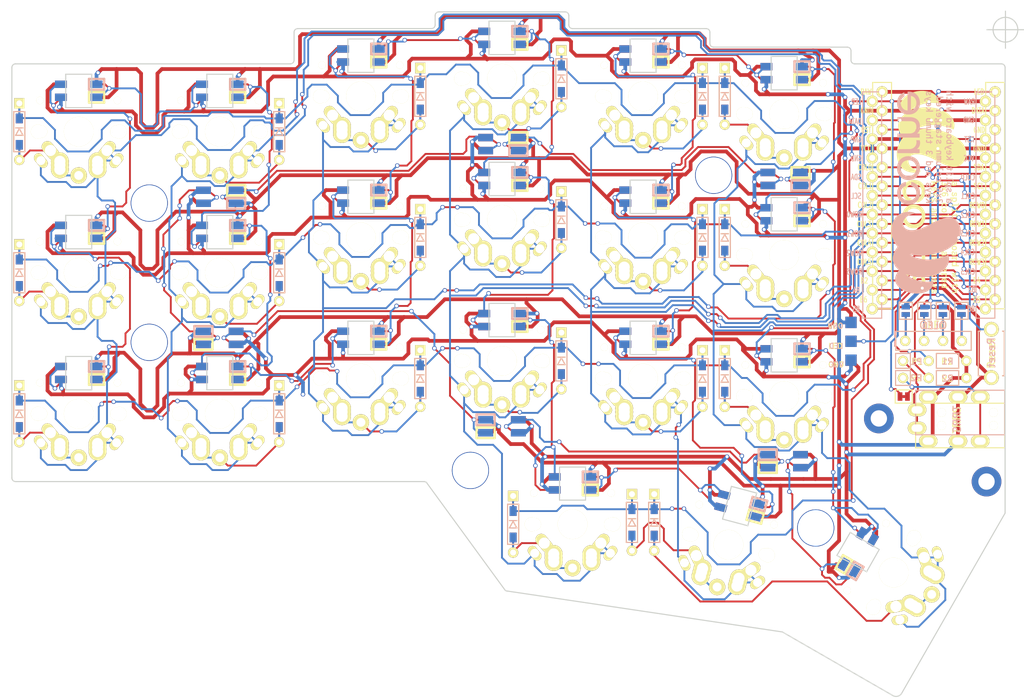
<source format=kicad_pcb>
(kicad_pcb (version 20171130) (host pcbnew "(5.1.5)-3")
  (title_block (title Crkbd) (date 2018/05/15) (rev 1.1) (company foostan))
  (layers (0 F.Cu signal) (31 B.Cu signal) (34 B.Paste user hide) (35 F.Paste user hide) (36 B.SilkS user) (37 F.SilkS user) (38 B.Mask user) (39 F.Mask user) (44 Edge.Cuts user))
  (net 0 "")
  (net 1 row0)
  (net 2 "Net-(D1-Pad2)")
  (net 3 row1)
  (net 4 "Net-(D2-Pad2)")
  (net 5 row2)
  (net 6 "Net-(D3-Pad2)")
  (net 7 row3)
  (net 8 "Net-(D4-Pad2)")
  (net 9 "Net-(D5-Pad2)")
  (net 10 "Net-(D6-Pad2)")
  (net 11 "Net-(D7-Pad2)")
  (net 12 "Net-(D8-Pad2)")
  (net 13 "Net-(D9-Pad2)")
  (net 14 "Net-(D10-Pad2)")
  (net 15 "Net-(D11-Pad2)")
  (net 16 "Net-(D12-Pad2)")
  (net 17 "Net-(D13-Pad2)")
  (net 18 "Net-(D14-Pad2)")
  (net 19 "Net-(D15-Pad2)")
  (net 20 "Net-(D16-Pad2)")
  (net 21 "Net-(D17-Pad2)")
  (net 22 "Net-(D18-Pad2)")
  (net 23 "Net-(D19-Pad2)")
  (net 24 "Net-(D20-Pad2)")
  (net 25 "Net-(D21-Pad2)")
  (net 26 GND)
  (net 27 VCC)
  (net 28 col0)
  (net 29 col1)
  (net 30 col2)
  (net 31 col3)
  (net 32 col4)
  (net 33 col5)
  (net 34 LED)
  (net 35 data)
  (net 36 "Net-(L1-Pad3)")
  (net 37 "Net-(L1-Pad1)")
  (net 38 "Net-(L3-Pad3)")
  (net 39 "Net-(L10-Pad1)")
  (net 40 "Net-(L11-Pad1)")
  (net 41 "Net-(L13-Pad1)")
  (net 42 "Net-(L14-Pad3)")
  (net 43 "Net-(L10-Pad3)")
  (net 44 "Net-(L12-Pad1)")
  (net 45 "Net-(L13-Pad3)")
  (net 46 "Net-(L15-Pad3)")
  (net 47 "Net-(L16-Pad3)")
  (net 48 reset)
  (net 49 SCL)
  (net 50 SDA)
  (net 51 "Net-(L5-Pad3)")
  (net 52 "Net-(U1-Pad14)")
  (net 53 "Net-(U1-Pad13)")
  (net 54 "Net-(U1-Pad12)")
  (net 55 "Net-(U1-Pad11)")
  (net 56 "Net-(J2-Pad1)")
  (net 57 "Net-(J2-Pad2)")
  (net 58 "Net-(J2-Pad3)")
  (net 59 "Net-(J2-Pad4)")
  (net 60 "Net-(L2-Pad3)")
  (net 61 "Net-(L3-Pad1)")
  (net 62 "Net-(L11-Pad3)")
  (net 63 "Net-(L14-Pad1)")
  (net 64 "Net-(L12-Pad3)")
  (net 65 "Net-(L17-Pad1)")
  (net 66 "Net-(L18-Pad3)")
  (net 67 "Net-(L19-Pad3)")
  (net 68 "Net-(J1-PadA)")
  (net 69 "Net-(J1-PadB)")
  (net 70 "Net-(U1-Pad24)")
  (net 71 "Net-(L21-Pad3)")
  (net 72 "Net-(L22-Pad3)")
  (net 73 "Net-(L22-Pad1)")
  (net 74 "Net-(L23-Pad3)")
  (net 75 "Net-(L25-Pad1)")
  (net 76 "Net-(L26-Pad1)")
  (module kbd:MX_ALPS_PG1350_noLed_1.75u (layer F.Cu) (at 179.75 136.5 240)
    (fp_text reference SW21 hide)
    (fp_text value SW_PUSH hide)
    (pad 1 thru_hole oval (at 5.1 -3.9 190) (size 2.2 1.25) (drill 1.2) (layers *.Cu *.Mask F.SilkS) (net 33 col5))
    (pad "" np_thru_hole circle (at 0 0 330) (size 4 4) (drill 4) (layers *.Cu *.Mask F.SilkS))
    (pad "" np_thru_hole circle (at -5.5 0 330) (size 1.9 1.9) (drill 1.9) (layers *.Cu *.Mask F.SilkS))
    (pad "" np_thru_hole circle (at 5.5 0 330) (size 1.9 1.9) (drill 1.9) (layers *.Cu *.Mask F.SilkS))
    (pad 1 thru_hole oval (at -5.1 -3.9 290) (size 2.2 1.25) (drill 1.2) (layers *.Cu *.Mask F.SilkS) (net 33 col5))
    (pad 2 thru_hole circle (at 0 -5.9 330) (size 2.2 2.2) (drill 1.2) (layers *.Cu *.Mask F.SilkS) (net 25 "Net-(D21-Pad2)"))
    (pad 2 thru_hole circle (at 2.54 -5.08 240) (size 2.4 2.4) (drill 1.5) (layers *.Cu *.Mask F.SilkS) (net 25 "Net-(D21-Pad2)"))
    (pad 1 thru_hole oval (at -3.81 -2.54 290) (size 2.8 1.55) (drill 1.5) (layers *.Cu *.Mask F.SilkS) (net 33 col5))
    (pad 1 thru_hole circle (at -2.54 -5.08 240) (size 2.4 2.4) (drill 1.5) (layers *.Cu *.Mask F.SilkS) (net 33 col5))
    (pad 2 thru_hole oval (at 3.81 -2.540001 190) (size 2.8 1.55) (drill 1.5) (layers *.Cu *.Mask F.SilkS) (net 25 "Net-(D21-Pad2)"))
    (pad 2 thru_hole circle (at 2.540001 -4.5 240) (size 2.4 2.4) (drill 1.5) (layers *.Cu *.Mask F.SilkS) (net 25 "Net-(D21-Pad2)"))
    (pad 2 thru_hole circle (at 2.54 -4.000001 240) (size 2.4 2.4) (drill 1.5) (layers *.Cu *.Mask F.SilkS) (net 25 "Net-(D21-Pad2)"))
    (pad 1 thru_hole circle (at -2.540001 -4 240) (size 2.4 2.4) (drill 1.5) (layers *.Cu *.Mask F.SilkS) (net 33 col5))
    (pad 1 thru_hole circle (at -2.54 -4.499999 240) (size 2.4 2.4) (drill 1.5) (layers *.Cu *.Mask F.SilkS) (net 33 col5))
    (pad "" np_thru_hole circle (at 5.08 0 240) (size 1.7 1.7) (drill 1.7) (layers *.Cu *.Mask F.SilkS))
    (pad "" np_thru_hole circle (at -5.08 0 240) (size 1.7 1.7) (drill 1.7) (layers *.Cu *.Mask F.SilkS))
    (pad "" np_thru_hole circle (at 5.22 4.2 240) (size 1 1) (drill 1) (layers *.Cu *.Mask F.SilkS))
    (pad "" np_thru_hole circle (at -5.22 4.2 240) (size 1 1) (drill 1) (layers *.Cu *.Mask F.SilkS))
  )
  (module kbd:OLED (layer F.Cu) (at 181.3 105.3)
    (fp_text reference J2)
    (fp_text value OLED hide)
    (fp_text user OLED (at 3.75 -2.1) (layer B.SilkS) (effects (justify mirror)))
    (fp_text user OLED (at 3.8 -2.1) (layer F.SilkS))
    (pad 4 thru_hole circle (at 7.62 0) (size 1.397 1.397) (drill 0.8128) (layers *.Cu *.Mask F.SilkS) (net 59 "Net-(J2-Pad4)"))
    (pad 3 thru_hole circle (at 5.08 0) (size 1.397 1.397) (drill 0.8128) (layers *.Cu *.Mask F.SilkS) (net 58 "Net-(J2-Pad3)"))
    (pad 2 thru_hole circle (at 2.54 0) (size 1.397 1.397) (drill 0.8128) (layers *.Cu *.Mask F.SilkS) (net 57 "Net-(J2-Pad2)"))
    (pad 1 thru_hole circle (at 0 0) (size 1.397 1.397) (drill 0.8128) (layers *.Cu *.Mask F.SilkS) (net 56 "Net-(J2-Pad1)"))
  )
  (module kbd:MJ-4PP-9 (layer F.Cu) (at 194.7 116.7 270)
    (fp_text reference J1)
    (fp_text value MJ-4PP-9 hide)
    (fp_text user TRRS (at -0.75 6.45 270) (layer F.SilkS))
    (fp_text user TRRS (at -0.8255 6.4135 270) (layer B.SilkS) (effects (justify mirror)))
    (pad A thru_hole oval (at -2.1 11.8 270) (size 1.7 2.5) (drill oval 1 1.5) (layers *.Cu *.Mask F.SilkS) (net 68 "Net-(J1-PadA)") (clearance 0.15))
    (pad D thru_hole oval (at 2.1 10.3 270) (size 1.7 2.5) (drill oval 1 1.5) (layers *.Cu *.Mask F.SilkS) (net 27 VCC) (clearance 0.15))
    (pad C thru_hole oval (at 2.1 6.3 270) (size 1.7 2.5) (drill oval 1 1.5) (layers *.Cu *.Mask F.SilkS) (net 26 GND))
    (pad B thru_hole oval (at 2.1 3.3 270) (size 1.7 2.5) (drill oval 1 1.5) (layers *.Cu *.Mask F.SilkS) (net 69 "Net-(J1-PadB)"))
    (pad "" np_thru_hole circle (at 0 8.5 270) (size 1.2 1.2) (drill 1.2) (layers *.Cu *.Mask F.SilkS))
    (pad "" np_thru_hole circle (at 0 1.5 270) (size 1.2 1.2) (drill 1.2) (layers *.Cu *.Mask F.SilkS))
    (pad C thru_hole oval (at -3.85 6.3 270) (size 1.7 2.5) (drill oval 1 1.5) (layers *.Cu *.Mask F.SilkS) (net 26 GND))
    (pad B thru_hole oval (at -3.85 3.3 270) (size 1.7 2.5) (drill oval 1 1.5) (layers *.Cu *.Mask F.SilkS) (net 69 "Net-(J1-PadB)"))
    (pad A thru_hole oval (at 0.35 11.8 270) (size 1.7 2.5) (drill oval 1 1.5) (layers *.Cu *.Mask F.SilkS) (net 68 "Net-(J1-PadA)") (clearance 0.15))
    (pad D thru_hole oval (at -3.85 10.3 270) (size 1.7 2.5) (drill oval 1 1.5) (layers *.Cu *.Mask F.SilkS) (net 27 VCC) (clearance 0.15))
    (pad "" np_thru_hole circle (at -1.75 1.5 270) (size 1.2 1.2) (drill 1.2) (layers *.Cu *.Mask F.SilkS))
    (pad "" np_thru_hole circle (at -1.75 8.5 270) (size 1.2 1.2) (drill 1.2) (layers *.Cu *.Mask F.SilkS))
  )
  (module kbd:JPC2 (layer F.Cu) (at 181.1 112.8)
    (fp_text reference JP1)
    (fp_text value " " hide)
    (pad 1 smd rect (at -0.50038 0) (size 0.635 1.143) (layers F.Cu F.Paste F.Mask) (net 35 data) (clearance 0.1905))
    (pad 2 smd rect (at 0.50038 0) (size 0.635 1.143) (layers F.Cu F.Paste F.Mask) (net 69 "Net-(J1-PadB)") (clearance 0.1905))
    (pad "" smd rect (at 0 0 90) (size 0.381 0.381) (layers F.Cu F.Paste F.Mask) (clearance 0.00254))
  )
  (module kbd:SK6812MINI_underglow_rev (layer F.Cu) (at 165 121.5 180)
    (fp_text reference L6 hide)
    (fp_text value SK6812MINI hide)
    (pad 4 smd rect (at 2.2 -0.875 180) (size 2 1) (layers F.Cu F.Paste F.Mask) (net 27 VCC))
    (pad 3 smd rect (at 2.2 0.875 180) (size 2 1) (layers F.Cu F.Paste F.Mask) (net 76 "Net-(L26-Pad1)"))
    (pad 1 smd rect (at -2.2 -0.875 180) (size 2 1) (layers F.Cu F.Paste F.Mask) (net 71 "Net-(L21-Pad3)"))
    (pad 2 smd rect (at -2.2 0.875 180) (size 2 1) (layers F.Cu F.Paste F.Mask) (net 26 GND))
    (pad 3 smd rect (at 2.2 -0.875 180) (size 2 1) (layers B.Cu B.Paste B.Mask) (net 76 "Net-(L26-Pad1)"))
    (pad 4 smd rect (at 2.2 0.875 180) (size 2 1) (layers B.Cu B.Paste B.Mask) (net 27 VCC))
    (pad 1 smd rect (at -2.2 0.875 180) (size 2 1) (layers B.Cu B.Paste B.Mask) (net 71 "Net-(L21-Pad3)"))
    (pad 2 smd rect (at -2.2 -0.875 180) (size 2 1) (layers B.Cu B.Paste B.Mask) (net 26 GND))
  )
  (module kbd:SK6812MINI_underglow_rev (layer F.Cu) (at 165 83.5)
    (fp_text reference L3 hide)
    (fp_text value SK6812MINI hide)
    (pad 4 smd rect (at 2.2 -0.875) (size 2 1) (layers F.Cu F.Paste F.Mask) (net 27 VCC))
    (pad 3 smd rect (at 2.2 0.875) (size 2 1) (layers F.Cu F.Paste F.Mask) (net 34 LED))
    (pad 1 smd rect (at -2.2 -0.875) (size 2 1) (layers F.Cu F.Paste F.Mask) (net 74 "Net-(L23-Pad3)"))
    (pad 2 smd rect (at -2.2 0.875) (size 2 1) (layers F.Cu F.Paste F.Mask) (net 26 GND))
    (pad 3 smd rect (at 2.2 -0.875) (size 2 1) (layers B.Cu B.Paste B.Mask) (net 34 LED))
    (pad 4 smd rect (at 2.2 0.875) (size 2 1) (layers B.Cu B.Paste B.Mask) (net 27 VCC))
    (pad 1 smd rect (at -2.2 0.875) (size 2 1) (layers B.Cu B.Paste B.Mask) (net 74 "Net-(L23-Pad3)"))
    (pad 2 smd rect (at -2.2 -0.875) (size 2 1) (layers B.Cu B.Paste B.Mask) (net 26 GND))
  )
  (module kbd:SK6812MINI_underglow_rev (layer F.Cu) (at 127 78.8)
    (fp_text reference L2 hide)
    (fp_text value SK6812MINI hide)
    (pad 4 smd rect (at 2.2 -0.875) (size 2 1) (layers F.Cu F.Paste F.Mask) (net 27 VCC))
    (pad 3 smd rect (at 2.2 0.875) (size 2 1) (layers F.Cu F.Paste F.Mask) (net 74 "Net-(L23-Pad3)"))
    (pad 1 smd rect (at -2.2 -0.875) (size 2 1) (layers F.Cu F.Paste F.Mask) (net 72 "Net-(L22-Pad3)"))
    (pad 2 smd rect (at -2.2 0.875) (size 2 1) (layers F.Cu F.Paste F.Mask) (net 26 GND))
    (pad 3 smd rect (at 2.2 -0.875) (size 2 1) (layers B.Cu B.Paste B.Mask) (net 74 "Net-(L23-Pad3)"))
    (pad 4 smd rect (at 2.2 0.875) (size 2 1) (layers B.Cu B.Paste B.Mask) (net 27 VCC))
    (pad 1 smd rect (at -2.2 0.875) (size 2 1) (layers B.Cu B.Paste B.Mask) (net 72 "Net-(L22-Pad3)"))
    (pad 2 smd rect (at -2.2 -0.875) (size 2 1) (layers B.Cu B.Paste B.Mask) (net 26 GND))
  )
  (module kbd:SK6812MINI_underglow_rev (layer F.Cu) (at 89 85.9)
    (fp_text reference L1 hide)
    (fp_text value SK6812MINI hide)
    (pad 4 smd rect (at 2.2 -0.875) (size 2 1) (layers F.Cu F.Paste F.Mask) (net 27 VCC))
    (pad 3 smd rect (at 2.2 0.875) (size 2 1) (layers F.Cu F.Paste F.Mask) (net 72 "Net-(L22-Pad3)"))
    (pad 1 smd rect (at -2.2 -0.875) (size 2 1) (layers F.Cu F.Paste F.Mask) (net 73 "Net-(L22-Pad1)"))
    (pad 2 smd rect (at -2.2 0.875) (size 2 1) (layers F.Cu F.Paste F.Mask) (net 26 GND))
    (pad 3 smd rect (at 2.2 -0.875) (size 2 1) (layers B.Cu B.Paste B.Mask) (net 72 "Net-(L22-Pad3)"))
    (pad 4 smd rect (at 2.2 0.875) (size 2 1) (layers B.Cu B.Paste B.Mask) (net 27 VCC))
    (pad 1 smd rect (at -2.2 0.875) (size 2 1) (layers B.Cu B.Paste B.Mask) (net 73 "Net-(L22-Pad1)"))
    (pad 2 smd rect (at -2.2 -0.875) (size 2 1) (layers B.Cu B.Paste B.Mask) (net 26 GND))
  )
  (module kbd:SK6812MINI_underglow_rev (layer F.Cu) (at 89 104.9 180)
    (fp_text reference L4 hide)
    (fp_text value SK6812MINI hide)
    (pad 4 smd rect (at 2.2 -0.875 180) (size 2 1) (layers F.Cu F.Paste F.Mask) (net 27 VCC))
    (pad 3 smd rect (at 2.2 0.875 180) (size 2 1) (layers F.Cu F.Paste F.Mask) (net 73 "Net-(L22-Pad1)"))
    (pad 1 smd rect (at -2.2 -0.875 180) (size 2 1) (layers F.Cu F.Paste F.Mask) (net 75 "Net-(L25-Pad1)"))
    (pad 2 smd rect (at -2.2 0.875 180) (size 2 1) (layers F.Cu F.Paste F.Mask) (net 26 GND))
    (pad 3 smd rect (at 2.2 -0.875 180) (size 2 1) (layers B.Cu B.Paste B.Mask) (net 73 "Net-(L22-Pad1)"))
    (pad 4 smd rect (at 2.2 0.875 180) (size 2 1) (layers B.Cu B.Paste B.Mask) (net 27 VCC))
    (pad 1 smd rect (at -2.2 0.875 180) (size 2 1) (layers B.Cu B.Paste B.Mask) (net 75 "Net-(L25-Pad1)"))
    (pad 2 smd rect (at -2.2 -0.875 180) (size 2 1) (layers B.Cu B.Paste B.Mask) (net 26 GND))
  )
  (module kbd:SK6812MINI_underglow_rev (layer F.Cu) (at 127 116.8 180)
    (fp_text reference L5 hide)
    (fp_text value SK6812MINI hide)
    (pad 4 smd rect (at 2.2 -0.875 180) (size 2 1) (layers F.Cu F.Paste F.Mask) (net 27 VCC))
    (pad 3 smd rect (at 2.2 0.875 180) (size 2 1) (layers F.Cu F.Paste F.Mask) (net 75 "Net-(L25-Pad1)"))
    (pad 1 smd rect (at -2.2 -0.875 180) (size 2 1) (layers F.Cu F.Paste F.Mask) (net 76 "Net-(L26-Pad1)"))
    (pad 2 smd rect (at -2.2 0.875 180) (size 2 1) (layers F.Cu F.Paste F.Mask) (net 26 GND))
    (pad 3 smd rect (at 2.2 -0.875 180) (size 2 1) (layers B.Cu B.Paste B.Mask) (net 75 "Net-(L25-Pad1)"))
    (pad 4 smd rect (at 2.2 0.875 180) (size 2 1) (layers B.Cu B.Paste B.Mask) (net 27 VCC))
    (pad 1 smd rect (at -2.2 0.875 180) (size 2 1) (layers B.Cu B.Paste B.Mask) (net 76 "Net-(L26-Pad1)"))
    (pad 2 smd rect (at -2.2 -0.875 180) (size 2 1) (layers B.Cu B.Paste B.Mask) (net 26 GND))
  )
  (module kbd:corne (layer B.Cu) (at 184 85.25 90)
    (fp_text reference G*** hide)
    (fp_text value LOGO hide)
  )
  (module kbd:ProMicro_v2 (layer F.Cu) (at 185.75 86.25)
    (fp_text reference U1 hide)
    (fp_text value ProMicro hide)
    (fp_text user "" (at -0.5 -17.25) (layer F.SilkS))
    (fp_text user "" (at -1.2065 -16.256) (layer B.SilkS) (effects (justify mirror)))
    (fp_text user RAW (at -9.7155 -14.478) (layer F.SilkS) (effects (font (size 0.75 0.5) (thickness 0.125))))
    (fp_text user LED (at 5.5 -14.478) (layer F.SilkS) (effects (font (size 0.75 0.5) (thickness 0.125))))
    (fp_text user GND (at -9.7155 -11.938) (layer F.SilkS) (effects (font (size 0.75 0.5) (thickness 0.125))))
    (fp_text user DATA (at 5.35 -11.95) (layer F.SilkS) (effects (font (size 0.75 0.5) (thickness 0.125))))
    (fp_text user RST (at -9.7155 -9.3345) (layer F.SilkS) (effects (font (size 0.75 0.5) (thickness 0.125))))
    (fp_text user GND (at 5.5245 -9.3345) (layer F.SilkS) (effects (font (size 0.75 0.5) (thickness 0.125))))
    (fp_text user VCC (at -9.7155 -6.858) (layer F.SilkS) (effects (font (size 0.75 0.5) (thickness 0.125))))
    (fp_text user GND (at 5.461 -6.7945) (layer F.SilkS) (effects (font (size 0.75 0.5) (thickness 0.125))))
    (fp_text user COL3 (at -10 3.35) (layer F.SilkS) (effects (font (size 0.75 0.5) (thickness 0.125))))
    (fp_text user ROW0 (at 5.2 0.8) (layer F.SilkS) (effects (font (size 0.75 0.5) (thickness 0.125))))
    (fp_text user COL2 (at -9.9 0.762) (layer F.SilkS) (effects (font (size 0.75 0.5) (thickness 0.125))))
    (fp_text user SCL (at 5.461 -1.778) (layer F.SilkS) (effects (font (size 0.75 0.5) (thickness 0.125))))
    (fp_text user COL1 (at -9.85 -1.778) (layer F.SilkS) (effects (font (size 0.75 0.5) (thickness 0.125))))
    (fp_text user SDA (at 5.461 -4.318) (layer F.SilkS) (effects (font (size 0.75 0.5) (thickness 0.125))))
    (fp_text user COL0 (at -9.9 -4.3) (layer F.SilkS) (effects (font (size 0.75 0.5) (thickness 0.125))))
    (fp_text user B6 (at -10.05 13.5) (layer F.SilkS) (effects (font (size 0.75 0.5) (thickness 0.125))))
    (fp_text user B5 (at 5.2 13.5255) (layer F.SilkS) (effects (font (size 0.75 0.5) (thickness 0.125))))
    (fp_text user B4 (at 5.2 10.922) (layer F.SilkS) (effects (font (size 0.75 0.5) (thickness 0.125))))
    (fp_text user B2 (at -9.95 10.95) (layer F.SilkS) (effects (font (size 0.75 0.5) (thickness 0.125))))
    (fp_text user ROW3 (at 5.2 8.4455) (layer F.SilkS) (effects (font (size 0.75 0.5) (thickness 0.125))))
    (fp_text user COL5 (at -9.95 8.4455) (layer F.SilkS) (effects (font (size 0.75 0.5) (thickness 0.125))))
    (fp_text user ROW2 (at 5.2 5.85) (layer F.SilkS) (effects (font (size 0.75 0.5) (thickness 0.125))))
    (fp_text user COL4 (at -9.95 5.85) (layer F.SilkS) (effects (font (size 0.75 0.5) (thickness 0.125))))
    (fp_text user ROW1 (at 5.25 3.302) (layer F.SilkS) (effects (font (size 0.75 0.5) (thickness 0.125))))
    (fp_text user ROW1 (at -11.3 4.6355) (layer B.SilkS) (effects (font (size 0.75 0.5) (thickness 0.125)) (justify mirror)))
    (fp_text user COL4 (at 3.95 7.112) (layer B.SilkS) (effects (font (size 0.75 0.5) (thickness 0.125)) (justify mirror)))
    (fp_text user ROW2 (at -11.3 7.239) (layer B.SilkS) (effects (font (size 0.75 0.5) (thickness 0.125)) (justify mirror)))
    (fp_text user COL5 (at 4 9.75) (layer B.SilkS) (effects (font (size 0.75 0.5) (thickness 0.125)) (justify mirror)))
    (fp_text user ROW3 (at -11.3 9.75) (layer B.SilkS) (effects (font (size 0.75 0.5) (thickness 0.125)) (justify mirror)))
    (fp_text user B2 (at 4.5085 12.1285) (layer B.SilkS) (effects (font (size 0.75 0.5) (thickness 0.125)) (justify mirror)))
    (fp_text user B4 (at -11.049 12.2555) (layer B.SilkS) (effects (font (size 0.75 0.5) (thickness 0.125)) (justify mirror)))
    (fp_text user B5 (at -11.049 14.7955) (layer B.SilkS) (effects (font (size 0.75 0.5) (thickness 0.125)) (justify mirror)))
    (fp_text user B6 (at 4.445 14.732) (layer B.SilkS) (effects (font (size 0.75 0.5) (thickness 0.125)) (justify mirror)))
    (fp_text user COL0 (at 4 -2.95) (layer B.SilkS) (effects (font (size 0.75 0.5) (thickness 0.125)) (justify mirror)))
    (fp_text user SDA (at -11.049 -2.9845) (layer B.SilkS) (effects (font (size 0.75 0.5) (thickness 0.125)) (justify mirror)))
    (fp_text user COL1 (at 4 -0.4445) (layer B.SilkS) (effects (font (size 0.75 0.5) (thickness 0.125)) (justify mirror)))
    (fp_text user SCL (at -11.049 -0.4445) (layer B.SilkS) (effects (font (size 0.75 0.5) (thickness 0.125)) (justify mirror)))
    (fp_text user COL2 (at 4 2.1) (layer B.SilkS) (effects (font (size 0.75 0.5) (thickness 0.125)) (justify mirror)))
    (fp_text user ROW0 (at -11.3 2.032) (layer B.SilkS) (effects (font (size 0.75 0.5) (thickness 0.125)) (justify mirror)))
    (fp_text user COL3 (at 4 4.6) (layer B.SilkS) (effects (font (size 0.75 0.5) (thickness 0.125)) (justify mirror)))
    (fp_text user GND (at -11.049 -5.5245) (layer B.SilkS) (effects (font (size 0.75 0.5) (thickness 0.125)) (justify mirror)))
    (fp_text user VCC (at 4.1275 -5.5245) (layer B.SilkS) (effects (font (size 0.75 0.5) (thickness 0.125)) (justify mirror)))
    (fp_text user GND (at -11.049 -8.0645) (layer B.SilkS) (effects (font (size 0.75 0.5) (thickness 0.125)) (justify mirror)))
    (fp_text user RST (at 4.191 -8.0645) (layer B.SilkS) (effects (font (size 0.75 0.5) (thickness 0.125)) (justify mirror)))
    (fp_text user DATA (at -11.2 -10.5) (layer B.SilkS) (effects (font (size 0.75 0.5) (thickness 0.125)) (justify mirror)))
    (fp_text user GND (at 4.1275 -10.668) (layer B.SilkS) (effects (font (size 0.75 0.5) (thickness 0.125)) (justify mirror)))
    (fp_text user LED (at -11.049 -13.1445) (layer B.SilkS) (effects (font (size 0.75 0.5) (thickness 0.125)) (justify mirror)))
    (fp_text user RAW (at 4.191 -13.1445) (layer B.SilkS) (effects (font (size 0.75 0.5) (thickness 0.125)) (justify mirror)))
    (pad 24 thru_hole circle (at 6.35 -13.208) (size 1.524 1.524) (drill 0.8128) (layers *.Cu *.Mask F.SilkS) (net 70 "Net-(U1-Pad24)"))
    (pad 23 thru_hole circle (at 6.35 -10.668) (size 1.524 1.524) (drill 0.8128) (layers *.Cu *.Mask F.SilkS) (net 26 GND))
    (pad 22 thru_hole circle (at 6.35 -8.128) (size 1.524 1.524) (drill 0.8128) (layers *.Cu *.Mask F.SilkS) (net 48 reset))
    (pad 21 thru_hole circle (at 6.35 -5.588) (size 1.524 1.524) (drill 0.8128) (layers *.Cu *.Mask F.SilkS) (net 27 VCC))
    (pad 20 thru_hole circle (at 6.35 -3.048) (size 1.524 1.524) (drill 0.8128) (layers *.Cu *.Mask F.SilkS) (net 28 col0))
    (pad 19 thru_hole circle (at 6.35 -0.508) (size 1.524 1.524) (drill 0.8128) (layers *.Cu *.Mask F.SilkS) (net 29 col1))
    (pad 18 thru_hole circle (at 6.35 2.032) (size 1.524 1.524) (drill 0.8128) (layers *.Cu *.Mask F.SilkS) (net 30 col2))
    (pad 17 thru_hole circle (at 6.35 4.572) (size 1.524 1.524) (drill 0.8128) (layers *.Cu *.Mask F.SilkS) (net 31 col3))
    (pad 16 thru_hole circle (at 6.35 7.112) (size 1.524 1.524) (drill 0.8128) (layers *.Cu *.Mask F.SilkS) (net 32 col4))
    (pad 15 thru_hole circle (at 6.35 9.652) (size 1.524 1.524) (drill 0.8128) (layers *.Cu *.Mask F.SilkS) (net 33 col5))
    (pad 14 thru_hole circle (at 6.35 12.192) (size 1.524 1.524) (drill 0.8128) (layers *.Cu *.Mask F.SilkS) (net 52 "Net-(U1-Pad14)"))
    (pad 13 thru_hole circle (at 6.35 14.732) (size 1.524 1.524) (drill 0.8128) (layers *.Cu *.Mask F.SilkS) (net 53 "Net-(U1-Pad13)"))
    (pad 12 thru_hole circle (at -8.89 14.732) (size 1.524 1.524) (drill 0.8128) (layers *.Cu *.Mask F.SilkS) (net 54 "Net-(U1-Pad12)"))
    (pad 11 thru_hole circle (at -8.89 12.192) (size 1.524 1.524) (drill 0.8128) (layers *.Cu *.Mask F.SilkS) (net 55 "Net-(U1-Pad11)"))
    (pad 10 thru_hole circle (at -8.89 9.652) (size 1.524 1.524) (drill 0.8128) (layers *.Cu *.Mask F.SilkS) (net 7 row3))
    (pad 9 thru_hole circle (at -8.89 7.112) (size 1.524 1.524) (drill 0.8128) (layers *.Cu *.Mask F.SilkS) (net 5 row2))
    (pad 8 thru_hole circle (at -8.89 4.572) (size 1.524 1.524) (drill 0.8128) (layers *.Cu *.Mask F.SilkS) (net 3 row1))
    (pad 7 thru_hole circle (at -8.89 2.032) (size 1.524 1.524) (drill 0.8128) (layers *.Cu *.Mask F.SilkS) (net 1 row0))
    (pad 6 thru_hole circle (at -8.89 -0.508) (size 1.524 1.524) (drill 0.8128) (layers *.Cu *.Mask F.SilkS) (net 49 SCL))
    (pad 5 thru_hole circle (at -8.89 -3.048) (size 1.524 1.524) (drill 0.8128) (layers *.Cu *.Mask F.SilkS) (net 50 SDA))
    (pad 4 thru_hole circle (at -8.89 -5.588) (size 1.524 1.524) (drill 0.8128) (layers *.Cu *.Mask F.SilkS) (net 26 GND))
    (pad 3 thru_hole circle (at -8.89 -8.128) (size 1.524 1.524) (drill 0.8128) (layers *.Cu *.Mask F.SilkS) (net 26 GND))
    (pad 2 thru_hole circle (at -8.89 -10.668) (size 1.524 1.524) (drill 0.8128) (layers *.Cu *.Mask F.SilkS) (net 35 data))
    (pad 1 thru_hole circle (at -8.89 -13.208) (size 1.524 1.524) (drill 0.8128) (layers *.Cu *.Mask F.SilkS) (net 34 LED))
    (pad 1 thru_hole circle (at 7.6564 -14.478) (size 1.524 1.524) (drill 0.8128) (layers *.Cu *.Mask F.SilkS) (net 34 LED))
    (pad 2 thru_hole circle (at 7.6564 -11.938) (size 1.524 1.524) (drill 0.8128) (layers *.Cu *.Mask F.SilkS) (net 35 data))
    (pad 3 thru_hole circle (at 7.6564 -9.398) (size 1.524 1.524) (drill 0.8128) (layers *.Cu *.Mask F.SilkS) (net 26 GND))
    (pad 4 thru_hole circle (at 7.6564 -6.858) (size 1.524 1.524) (drill 0.8128) (layers *.Cu *.Mask F.SilkS) (net 26 GND))
    (pad 5 thru_hole circle (at 7.6564 -4.318) (size 1.524 1.524) (drill 0.8128) (layers *.Cu *.Mask F.SilkS) (net 50 SDA))
    (pad 6 thru_hole circle (at 7.6564 -1.778) (size 1.524 1.524) (drill 0.8128) (layers *.Cu *.Mask F.SilkS) (net 49 SCL))
    (pad 7 thru_hole circle (at 7.6564 0.762) (size 1.524 1.524) (drill 0.8128) (layers *.Cu *.Mask F.SilkS) (net 1 row0))
    (pad 8 thru_hole circle (at 7.6564 3.302) (size 1.524 1.524) (drill 0.8128) (layers *.Cu *.Mask F.SilkS) (net 3 row1))
    (pad 9 thru_hole circle (at 7.6564 5.842) (size 1.524 1.524) (drill 0.8128) (layers *.Cu *.Mask F.SilkS) (net 5 row2))
    (pad 10 thru_hole circle (at 7.6564 8.382) (size 1.524 1.524) (drill 0.8128) (layers *.Cu *.Mask F.SilkS) (net 7 row3))
    (pad 11 thru_hole circle (at 7.6564 10.922) (size 1.524 1.524) (drill 0.8128) (layers *.Cu *.Mask F.SilkS) (net 55 "Net-(U1-Pad11)"))
    (pad 12 thru_hole circle (at 7.6564 13.462) (size 1.524 1.524) (drill 0.8128) (layers *.Cu *.Mask F.SilkS) (net 54 "Net-(U1-Pad12)"))
    (pad 13 thru_hole circle (at -7.5636 13.462) (size 1.524 1.524) (drill 0.8128) (layers *.Cu *.Mask F.SilkS) (net 53 "Net-(U1-Pad13)"))
    (pad 14 thru_hole circle (at -7.5636 10.922) (size 1.524 1.524) (drill 0.8128) (layers *.Cu *.Mask F.SilkS) (net 52 "Net-(U1-Pad14)"))
    (pad 15 thru_hole circle (at -7.5636 8.382) (size 1.524 1.524) (drill 0.8128) (layers *.Cu *.Mask F.SilkS) (net 33 col5))
    (pad 16 thru_hole circle (at -7.5636 5.842) (size 1.524 1.524) (drill 0.8128) (layers *.Cu *.Mask F.SilkS) (net 32 col4))
    (pad 17 thru_hole circle (at -7.5636 3.302) (size 1.524 1.524) (drill 0.8128) (layers *.Cu *.Mask F.SilkS) (net 31 col3))
    (pad 18 thru_hole circle (at -7.5636 0.762) (size 1.524 1.524) (drill 0.8128) (layers *.Cu *.Mask F.SilkS) (net 30 col2))
    (pad 19 thru_hole circle (at -7.5636 -1.778) (size 1.524 1.524) (drill 0.8128) (layers *.Cu *.Mask F.SilkS) (net 29 col1))
    (pad 20 thru_hole circle (at -7.5636 -4.318) (size 1.524 1.524) (drill 0.8128) (layers *.Cu *.Mask F.SilkS) (net 28 col0))
    (pad 21 thru_hole circle (at -7.5636 -6.858) (size 1.524 1.524) (drill 0.8128) (layers *.Cu *.Mask F.SilkS) (net 27 VCC))
    (pad 22 thru_hole circle (at -7.5636 -9.398) (size 1.524 1.524) (drill 0.8128) (layers *.Cu *.Mask F.SilkS) (net 48 reset))
    (pad 23 thru_hole circle (at -7.5636 -11.938) (size 1.524 1.524) (drill 0.8128) (layers *.Cu *.Mask F.SilkS) (net 26 GND))
    (pad 24 thru_hole circle (at -7.5636 -14.478) (size 1.524 1.524) (drill 0.8128) (layers *.Cu *.Mask F.SilkS) (net 70 "Net-(U1-Pad24)"))
  )
  (module kbd:SK6812MINI_rev (layer F.Cu) (at 70 71.625)
    (fp_text reference L7 hide)
    (fp_text value SK6812MINI hide)
    (pad 2 smd rect (at -2.4 0.875) (size 1.6 1) (layers B.Cu B.Paste B.Mask) (net 26 GND))
    (pad 1 smd rect (at -2.4 -0.875) (size 1.6 1) (layers B.Cu B.Paste B.Mask) (net 37 "Net-(L1-Pad1)"))
    (pad 4 smd rect (at 2.4 -0.875) (size 1.6 1) (layers B.Cu B.Paste B.Mask) (net 27 VCC))
    (pad 3 smd rect (at 2.4 0.875) (size 1.6 1) (layers B.Cu B.Paste B.Mask) (net 36 "Net-(L1-Pad3)"))
    (pad 2 smd rect (at -2.4 -0.875) (size 1.6 1) (layers F.Cu F.Paste F.Mask) (net 26 GND))
    (pad 1 smd rect (at -2.4 0.875) (size 1.6 1) (layers F.Cu F.Paste F.Mask) (net 37 "Net-(L1-Pad1)"))
    (pad 3 smd rect (at 2.4 -0.875) (size 1.6 1) (layers F.Cu F.Paste F.Mask) (net 36 "Net-(L1-Pad3)"))
    (pad 4 smd rect (at 2.4 0.875) (size 1.6 1) (layers F.Cu F.Paste F.Mask) (net 27 VCC))
  )
  (module kbd:SK6812MINI_rev (layer F.Cu) (at 89 71.625)
    (fp_text reference L8 hide)
    (fp_text value SK6812MINI hide)
    (pad 2 smd rect (at -2.4 0.875) (size 1.6 1) (layers B.Cu B.Paste B.Mask) (net 26 GND))
    (pad 1 smd rect (at -2.4 -0.875) (size 1.6 1) (layers B.Cu B.Paste B.Mask) (net 36 "Net-(L1-Pad3)"))
    (pad 4 smd rect (at 2.4 -0.875) (size 1.6 1) (layers B.Cu B.Paste B.Mask) (net 27 VCC))
    (pad 3 smd rect (at 2.4 0.875) (size 1.6 1) (layers B.Cu B.Paste B.Mask) (net 60 "Net-(L2-Pad3)"))
    (pad 2 smd rect (at -2.4 -0.875) (size 1.6 1) (layers F.Cu F.Paste F.Mask) (net 26 GND))
    (pad 1 smd rect (at -2.4 0.875) (size 1.6 1) (layers F.Cu F.Paste F.Mask) (net 36 "Net-(L1-Pad3)"))
    (pad 3 smd rect (at 2.4 -0.875) (size 1.6 1) (layers F.Cu F.Paste F.Mask) (net 60 "Net-(L2-Pad3)"))
    (pad 4 smd rect (at 2.4 0.875) (size 1.6 1) (layers F.Cu F.Paste F.Mask) (net 27 VCC))
  )
  (module kbd:SK6812MINI_rev (layer F.Cu) (at 108 66.875)
    (fp_text reference L9 hide)
    (fp_text value SK6812MINI hide)
    (pad 2 smd rect (at -2.4 0.875) (size 1.6 1) (layers B.Cu B.Paste B.Mask) (net 26 GND))
    (pad 1 smd rect (at -2.4 -0.875) (size 1.6 1) (layers B.Cu B.Paste B.Mask) (net 61 "Net-(L3-Pad1)"))
    (pad 4 smd rect (at 2.4 -0.875) (size 1.6 1) (layers B.Cu B.Paste B.Mask) (net 27 VCC))
    (pad 3 smd rect (at 2.4 0.875) (size 1.6 1) (layers B.Cu B.Paste B.Mask) (net 38 "Net-(L3-Pad3)"))
    (pad 2 smd rect (at -2.4 -0.875) (size 1.6 1) (layers F.Cu F.Paste F.Mask) (net 26 GND))
    (pad 1 smd rect (at -2.4 0.875) (size 1.6 1) (layers F.Cu F.Paste F.Mask) (net 61 "Net-(L3-Pad1)"))
    (pad 3 smd rect (at 2.4 -0.875) (size 1.6 1) (layers F.Cu F.Paste F.Mask) (net 38 "Net-(L3-Pad3)"))
    (pad 4 smd rect (at 2.4 0.875) (size 1.6 1) (layers F.Cu F.Paste F.Mask) (net 27 VCC))
  )
  (module kbd:SK6812MINI_rev (layer F.Cu) (at 127 64.5)
    (fp_text reference L10 hide)
    (fp_text value SK6812MINI hide)
    (pad 2 smd rect (at -2.4 0.875) (size 1.6 1) (layers B.Cu B.Paste B.Mask) (net 26 GND))
    (pad 1 smd rect (at -2.4 -0.875) (size 1.6 1) (layers B.Cu B.Paste B.Mask) (net 38 "Net-(L3-Pad3)"))
    (pad 4 smd rect (at 2.4 -0.875) (size 1.6 1) (layers B.Cu B.Paste B.Mask) (net 27 VCC))
    (pad 3 smd rect (at 2.4 0.875) (size 1.6 1) (layers B.Cu B.Paste B.Mask) (net 39 "Net-(L10-Pad1)"))
    (pad 2 smd rect (at -2.4 -0.875) (size 1.6 1) (layers F.Cu F.Paste F.Mask) (net 26 GND))
    (pad 1 smd rect (at -2.4 0.875) (size 1.6 1) (layers F.Cu F.Paste F.Mask) (net 38 "Net-(L3-Pad3)"))
    (pad 3 smd rect (at 2.4 -0.875) (size 1.6 1) (layers F.Cu F.Paste F.Mask) (net 39 "Net-(L10-Pad1)"))
    (pad 4 smd rect (at 2.4 0.875) (size 1.6 1) (layers F.Cu F.Paste F.Mask) (net 27 VCC))
  )
  (module kbd:SK6812MINI_rev (layer F.Cu) (at 146 66.875)
    (fp_text reference L11 hide)
    (fp_text value SK6812MINI hide)
    (pad 2 smd rect (at -2.4 0.875) (size 1.6 1) (layers B.Cu B.Paste B.Mask) (net 26 GND))
    (pad 1 smd rect (at -2.4 -0.875) (size 1.6 1) (layers B.Cu B.Paste B.Mask) (net 62 "Net-(L11-Pad3)"))
    (pad 4 smd rect (at 2.4 -0.875) (size 1.6 1) (layers B.Cu B.Paste B.Mask) (net 27 VCC))
    (pad 3 smd rect (at 2.4 0.875) (size 1.6 1) (layers B.Cu B.Paste B.Mask) (net 51 "Net-(L5-Pad3)"))
    (pad 2 smd rect (at -2.4 -0.875) (size 1.6 1) (layers F.Cu F.Paste F.Mask) (net 26 GND))
    (pad 1 smd rect (at -2.4 0.875) (size 1.6 1) (layers F.Cu F.Paste F.Mask) (net 62 "Net-(L11-Pad3)"))
    (pad 3 smd rect (at 2.4 -0.875) (size 1.6 1) (layers F.Cu F.Paste F.Mask) (net 51 "Net-(L5-Pad3)"))
    (pad 4 smd rect (at 2.4 0.875) (size 1.6 1) (layers F.Cu F.Paste F.Mask) (net 27 VCC))
  )
  (module kbd:SK6812MINI_rev (layer F.Cu) (at 165 69.25)
    (fp_text reference L12 hide)
    (fp_text value SK6812MINI hide)
    (pad 2 smd rect (at -2.4 0.875) (size 1.6 1) (layers B.Cu B.Paste B.Mask) (net 26 GND))
    (pad 1 smd rect (at -2.4 -0.875) (size 1.6 1) (layers B.Cu B.Paste B.Mask) (net 51 "Net-(L5-Pad3)"))
    (pad 4 smd rect (at 2.4 -0.875) (size 1.6 1) (layers B.Cu B.Paste B.Mask) (net 27 VCC))
    (pad 3 smd rect (at 2.4 0.875) (size 1.6 1) (layers B.Cu B.Paste B.Mask) (net 44 "Net-(L12-Pad1)"))
    (pad 2 smd rect (at -2.4 -0.875) (size 1.6 1) (layers F.Cu F.Paste F.Mask) (net 26 GND))
    (pad 1 smd rect (at -2.4 0.875) (size 1.6 1) (layers F.Cu F.Paste F.Mask) (net 51 "Net-(L5-Pad3)"))
    (pad 3 smd rect (at 2.4 -0.875) (size 1.6 1) (layers F.Cu F.Paste F.Mask) (net 44 "Net-(L12-Pad1)"))
    (pad 4 smd rect (at 2.4 0.875) (size 1.6 1) (layers F.Cu F.Paste F.Mask) (net 27 VCC))
  )
  (module kbd:SK6812MINI_rev (layer F.Cu) (at 70 90.625)
    (fp_text reference L13 hide)
    (fp_text value SK6812MINI hide)
    (pad 2 smd rect (at -2.4 0.875) (size 1.6 1) (layers B.Cu B.Paste B.Mask) (net 26 GND))
    (pad 1 smd rect (at -2.4 -0.875) (size 1.6 1) (layers B.Cu B.Paste B.Mask) (net 45 "Net-(L13-Pad3)"))
    (pad 4 smd rect (at 2.4 -0.875) (size 1.6 1) (layers B.Cu B.Paste B.Mask) (net 27 VCC))
    (pad 3 smd rect (at 2.4 0.875) (size 1.6 1) (layers B.Cu B.Paste B.Mask) (net 37 "Net-(L1-Pad1)"))
    (pad 2 smd rect (at -2.4 -0.875) (size 1.6 1) (layers F.Cu F.Paste F.Mask) (net 26 GND))
    (pad 1 smd rect (at -2.4 0.875) (size 1.6 1) (layers F.Cu F.Paste F.Mask) (net 45 "Net-(L13-Pad3)"))
    (pad 3 smd rect (at 2.4 -0.875) (size 1.6 1) (layers F.Cu F.Paste F.Mask) (net 37 "Net-(L1-Pad1)"))
    (pad 4 smd rect (at 2.4 0.875) (size 1.6 1) (layers F.Cu F.Paste F.Mask) (net 27 VCC))
  )
  (module kbd:SK6812MINI_rev (layer F.Cu) (at 89 90.625)
    (fp_text reference L14 hide)
    (fp_text value SK6812MINI hide)
    (pad 2 smd rect (at -2.4 0.875) (size 1.6 1) (layers B.Cu B.Paste B.Mask) (net 26 GND))
    (pad 1 smd rect (at -2.4 -0.875) (size 1.6 1) (layers B.Cu B.Paste B.Mask) (net 60 "Net-(L2-Pad3)"))
    (pad 4 smd rect (at 2.4 -0.875) (size 1.6 1) (layers B.Cu B.Paste B.Mask) (net 27 VCC))
    (pad 3 smd rect (at 2.4 0.875) (size 1.6 1) (layers B.Cu B.Paste B.Mask) (net 63 "Net-(L14-Pad1)"))
    (pad 2 smd rect (at -2.4 -0.875) (size 1.6 1) (layers F.Cu F.Paste F.Mask) (net 26 GND))
    (pad 1 smd rect (at -2.4 0.875) (size 1.6 1) (layers F.Cu F.Paste F.Mask) (net 60 "Net-(L2-Pad3)"))
    (pad 3 smd rect (at 2.4 -0.875) (size 1.6 1) (layers F.Cu F.Paste F.Mask) (net 63 "Net-(L14-Pad1)"))
    (pad 4 smd rect (at 2.4 0.875) (size 1.6 1) (layers F.Cu F.Paste F.Mask) (net 27 VCC))
  )
  (module kbd:SK6812MINI_rev (layer F.Cu) (at 108 85.875)
    (fp_text reference L15 hide)
    (fp_text value SK6812MINI hide)
    (pad 2 smd rect (at -2.4 0.875) (size 1.6 1) (layers B.Cu B.Paste B.Mask) (net 26 GND))
    (pad 1 smd rect (at -2.4 -0.875) (size 1.6 1) (layers B.Cu B.Paste B.Mask) (net 46 "Net-(L15-Pad3)"))
    (pad 4 smd rect (at 2.4 -0.875) (size 1.6 1) (layers B.Cu B.Paste B.Mask) (net 27 VCC))
    (pad 3 smd rect (at 2.4 0.875) (size 1.6 1) (layers B.Cu B.Paste B.Mask) (net 61 "Net-(L3-Pad1)"))
    (pad 2 smd rect (at -2.4 -0.875) (size 1.6 1) (layers F.Cu F.Paste F.Mask) (net 26 GND))
    (pad 1 smd rect (at -2.4 0.875) (size 1.6 1) (layers F.Cu F.Paste F.Mask) (net 46 "Net-(L15-Pad3)"))
    (pad 3 smd rect (at 2.4 -0.875) (size 1.6 1) (layers F.Cu F.Paste F.Mask) (net 61 "Net-(L3-Pad1)"))
    (pad 4 smd rect (at 2.4 0.875) (size 1.6 1) (layers F.Cu F.Paste F.Mask) (net 27 VCC))
  )
  (module kbd:SK6812MINI_rev (layer F.Cu) (at 127 83.5)
    (fp_text reference L16 hide)
    (fp_text value SK6812MINI hide)
    (pad 2 smd rect (at -2.4 0.875) (size 1.6 1) (layers B.Cu B.Paste B.Mask) (net 26 GND))
    (pad 1 smd rect (at -2.4 -0.875) (size 1.6 1) (layers B.Cu B.Paste B.Mask) (net 39 "Net-(L10-Pad1)"))
    (pad 4 smd rect (at 2.4 -0.875) (size 1.6 1) (layers B.Cu B.Paste B.Mask) (net 27 VCC))
    (pad 3 smd rect (at 2.4 0.875) (size 1.6 1) (layers B.Cu B.Paste B.Mask) (net 43 "Net-(L10-Pad3)"))
    (pad 2 smd rect (at -2.4 -0.875) (size 1.6 1) (layers F.Cu F.Paste F.Mask) (net 26 GND))
    (pad 1 smd rect (at -2.4 0.875) (size 1.6 1) (layers F.Cu F.Paste F.Mask) (net 39 "Net-(L10-Pad1)"))
    (pad 3 smd rect (at 2.4 -0.875) (size 1.6 1) (layers F.Cu F.Paste F.Mask) (net 43 "Net-(L10-Pad3)"))
    (pad 4 smd rect (at 2.4 0.875) (size 1.6 1) (layers F.Cu F.Paste F.Mask) (net 27 VCC))
  )
  (module kbd:SK6812MINI_rev (layer F.Cu) (at 146 85.875)
    (fp_text reference L17 hide)
    (fp_text value SK6812MINI hide)
    (pad 2 smd rect (at -2.4 0.875) (size 1.6 1) (layers B.Cu B.Paste B.Mask) (net 26 GND))
    (pad 1 smd rect (at -2.4 -0.875) (size 1.6 1) (layers B.Cu B.Paste B.Mask) (net 40 "Net-(L11-Pad1)"))
    (pad 4 smd rect (at 2.4 -0.875) (size 1.6 1) (layers B.Cu B.Paste B.Mask) (net 27 VCC))
    (pad 3 smd rect (at 2.4 0.875) (size 1.6 1) (layers B.Cu B.Paste B.Mask) (net 62 "Net-(L11-Pad3)"))
    (pad 2 smd rect (at -2.4 -0.875) (size 1.6 1) (layers F.Cu F.Paste F.Mask) (net 26 GND))
    (pad 1 smd rect (at -2.4 0.875) (size 1.6 1) (layers F.Cu F.Paste F.Mask) (net 40 "Net-(L11-Pad1)"))
    (pad 3 smd rect (at 2.4 -0.875) (size 1.6 1) (layers F.Cu F.Paste F.Mask) (net 62 "Net-(L11-Pad3)"))
    (pad 4 smd rect (at 2.4 0.875) (size 1.6 1) (layers F.Cu F.Paste F.Mask) (net 27 VCC))
  )
  (module kbd:SK6812MINI_rev (layer F.Cu) (at 165 88.25)
    (fp_text reference L18 hide)
    (fp_text value SK6812MINI hide)
    (pad 2 smd rect (at -2.4 0.875) (size 1.6 1) (layers B.Cu B.Paste B.Mask) (net 26 GND))
    (pad 1 smd rect (at -2.4 -0.875) (size 1.6 1) (layers B.Cu B.Paste B.Mask) (net 44 "Net-(L12-Pad1)"))
    (pad 4 smd rect (at 2.4 -0.875) (size 1.6 1) (layers B.Cu B.Paste B.Mask) (net 27 VCC))
    (pad 3 smd rect (at 2.4 0.875) (size 1.6 1) (layers B.Cu B.Paste B.Mask) (net 64 "Net-(L12-Pad3)"))
    (pad 2 smd rect (at -2.4 -0.875) (size 1.6 1) (layers F.Cu F.Paste F.Mask) (net 26 GND))
    (pad 1 smd rect (at -2.4 0.875) (size 1.6 1) (layers F.Cu F.Paste F.Mask) (net 44 "Net-(L12-Pad1)"))
    (pad 3 smd rect (at 2.4 -0.875) (size 1.6 1) (layers F.Cu F.Paste F.Mask) (net 64 "Net-(L12-Pad3)"))
    (pad 4 smd rect (at 2.4 0.875) (size 1.6 1) (layers F.Cu F.Paste F.Mask) (net 27 VCC))
  )
  (module kbd:SK6812MINI_rev (layer F.Cu) (at 70 109.625)
    (fp_text reference L19 hide)
    (fp_text value SK6812MINI hide)
    (pad 2 smd rect (at -2.4 0.875) (size 1.6 1) (layers B.Cu B.Paste B.Mask) (net 26 GND))
    (pad 1 smd rect (at -2.4 -0.875) (size 1.6 1) (layers B.Cu B.Paste B.Mask) (net 41 "Net-(L13-Pad1)"))
    (pad 4 smd rect (at 2.4 -0.875) (size 1.6 1) (layers B.Cu B.Paste B.Mask) (net 27 VCC))
    (pad 3 smd rect (at 2.4 0.875) (size 1.6 1) (layers B.Cu B.Paste B.Mask) (net 45 "Net-(L13-Pad3)"))
    (pad 2 smd rect (at -2.4 -0.875) (size 1.6 1) (layers F.Cu F.Paste F.Mask) (net 26 GND))
    (pad 1 smd rect (at -2.4 0.875) (size 1.6 1) (layers F.Cu F.Paste F.Mask) (net 41 "Net-(L13-Pad1)"))
    (pad 3 smd rect (at 2.4 -0.875) (size 1.6 1) (layers F.Cu F.Paste F.Mask) (net 45 "Net-(L13-Pad3)"))
    (pad 4 smd rect (at 2.4 0.875) (size 1.6 1) (layers F.Cu F.Paste F.Mask) (net 27 VCC))
  )
  (module kbd:SK6812MINI_rev (layer F.Cu) (at 89 109.625)
    (fp_text reference L20 hide)
    (fp_text value SK6812MINI hide)
    (pad 2 smd rect (at -2.4 0.875) (size 1.6 1) (layers B.Cu B.Paste B.Mask) (net 26 GND))
    (pad 1 smd rect (at -2.4 -0.875) (size 1.6 1) (layers B.Cu B.Paste B.Mask) (net 63 "Net-(L14-Pad1)"))
    (pad 4 smd rect (at 2.4 -0.875) (size 1.6 1) (layers B.Cu B.Paste B.Mask) (net 27 VCC))
    (pad 3 smd rect (at 2.4 0.875) (size 1.6 1) (layers B.Cu B.Paste B.Mask) (net 42 "Net-(L14-Pad3)"))
    (pad 2 smd rect (at -2.4 -0.875) (size 1.6 1) (layers F.Cu F.Paste F.Mask) (net 26 GND))
    (pad 1 smd rect (at -2.4 0.875) (size 1.6 1) (layers F.Cu F.Paste F.Mask) (net 63 "Net-(L14-Pad1)"))
    (pad 3 smd rect (at 2.4 -0.875) (size 1.6 1) (layers F.Cu F.Paste F.Mask) (net 42 "Net-(L14-Pad3)"))
    (pad 4 smd rect (at 2.4 0.875) (size 1.6 1) (layers F.Cu F.Paste F.Mask) (net 27 VCC))
  )
  (module kbd:SK6812MINI_rev (layer F.Cu) (at 108 104.875)
    (fp_text reference L21 hide)
    (fp_text value SK6812MINI hide)
    (pad 2 smd rect (at -2.4 0.875) (size 1.6 1) (layers B.Cu B.Paste B.Mask) (net 26 GND))
    (pad 1 smd rect (at -2.4 -0.875) (size 1.6 1) (layers B.Cu B.Paste B.Mask) (net 42 "Net-(L14-Pad3)"))
    (pad 4 smd rect (at 2.4 -0.875) (size 1.6 1) (layers B.Cu B.Paste B.Mask) (net 27 VCC))
    (pad 3 smd rect (at 2.4 0.875) (size 1.6 1) (layers B.Cu B.Paste B.Mask) (net 46 "Net-(L15-Pad3)"))
    (pad 2 smd rect (at -2.4 -0.875) (size 1.6 1) (layers F.Cu F.Paste F.Mask) (net 26 GND))
    (pad 1 smd rect (at -2.4 0.875) (size 1.6 1) (layers F.Cu F.Paste F.Mask) (net 42 "Net-(L14-Pad3)"))
    (pad 3 smd rect (at 2.4 -0.875) (size 1.6 1) (layers F.Cu F.Paste F.Mask) (net 46 "Net-(L15-Pad3)"))
    (pad 4 smd rect (at 2.4 0.875) (size 1.6 1) (layers F.Cu F.Paste F.Mask) (net 27 VCC))
  )
  (module kbd:SK6812MINI_rev (layer F.Cu) (at 127 102.5)
    (fp_text reference L22 hide)
    (fp_text value SK6812MINI hide)
    (pad 2 smd rect (at -2.4 0.875) (size 1.6 1) (layers B.Cu B.Paste B.Mask) (net 26 GND))
    (pad 1 smd rect (at -2.4 -0.875) (size 1.6 1) (layers B.Cu B.Paste B.Mask) (net 43 "Net-(L10-Pad3)"))
    (pad 4 smd rect (at 2.4 -0.875) (size 1.6 1) (layers B.Cu B.Paste B.Mask) (net 27 VCC))
    (pad 3 smd rect (at 2.4 0.875) (size 1.6 1) (layers B.Cu B.Paste B.Mask) (net 47 "Net-(L16-Pad3)"))
    (pad 2 smd rect (at -2.4 -0.875) (size 1.6 1) (layers F.Cu F.Paste F.Mask) (net 26 GND))
    (pad 1 smd rect (at -2.4 0.875) (size 1.6 1) (layers F.Cu F.Paste F.Mask) (net 43 "Net-(L10-Pad3)"))
    (pad 3 smd rect (at 2.4 -0.875) (size 1.6 1) (layers F.Cu F.Paste F.Mask) (net 47 "Net-(L16-Pad3)"))
    (pad 4 smd rect (at 2.4 0.875) (size 1.6 1) (layers F.Cu F.Paste F.Mask) (net 27 VCC))
  )
  (module kbd:SK6812MINI_rev (layer F.Cu) (at 146 104.875)
    (fp_text reference L23 hide)
    (fp_text value SK6812MINI hide)
    (pad 2 smd rect (at -2.4 0.875) (size 1.6 1) (layers B.Cu B.Paste B.Mask) (net 26 GND))
    (pad 1 smd rect (at -2.4 -0.875) (size 1.6 1) (layers B.Cu B.Paste B.Mask) (net 65 "Net-(L17-Pad1)"))
    (pad 4 smd rect (at 2.4 -0.875) (size 1.6 1) (layers B.Cu B.Paste B.Mask) (net 27 VCC))
    (pad 3 smd rect (at 2.4 0.875) (size 1.6 1) (layers B.Cu B.Paste B.Mask) (net 40 "Net-(L11-Pad1)"))
    (pad 2 smd rect (at -2.4 -0.875) (size 1.6 1) (layers F.Cu F.Paste F.Mask) (net 26 GND))
    (pad 1 smd rect (at -2.4 0.875) (size 1.6 1) (layers F.Cu F.Paste F.Mask) (net 65 "Net-(L17-Pad1)"))
    (pad 3 smd rect (at 2.4 -0.875) (size 1.6 1) (layers F.Cu F.Paste F.Mask) (net 40 "Net-(L11-Pad1)"))
    (pad 4 smd rect (at 2.4 0.875) (size 1.6 1) (layers F.Cu F.Paste F.Mask) (net 27 VCC))
  )
  (module kbd:SK6812MINI_rev (layer F.Cu) (at 165 107.25)
    (fp_text reference L24 hide)
    (fp_text value SK6812MINI hide)
    (pad 2 smd rect (at -2.4 0.875) (size 1.6 1) (layers B.Cu B.Paste B.Mask) (net 26 GND))
    (pad 1 smd rect (at -2.4 -0.875) (size 1.6 1) (layers B.Cu B.Paste B.Mask) (net 64 "Net-(L12-Pad3)"))
    (pad 4 smd rect (at 2.4 -0.875) (size 1.6 1) (layers B.Cu B.Paste B.Mask) (net 27 VCC))
    (pad 3 smd rect (at 2.4 0.875) (size 1.6 1) (layers B.Cu B.Paste B.Mask) (net 66 "Net-(L18-Pad3)"))
    (pad 2 smd rect (at -2.4 -0.875) (size 1.6 1) (layers F.Cu F.Paste F.Mask) (net 26 GND))
    (pad 1 smd rect (at -2.4 0.875) (size 1.6 1) (layers F.Cu F.Paste F.Mask) (net 64 "Net-(L12-Pad3)"))
    (pad 3 smd rect (at 2.4 -0.875) (size 1.6 1) (layers F.Cu F.Paste F.Mask) (net 66 "Net-(L18-Pad3)"))
    (pad 4 smd rect (at 2.4 0.875) (size 1.6 1) (layers F.Cu F.Paste F.Mask) (net 27 VCC))
  )
  (module kbd:SK6812MINI_rev (layer F.Cu) (at 136.5 124.5)
    (fp_text reference L25 hide)
    (fp_text value SK6812MINI hide)
    (pad 2 smd rect (at -2.4 0.875) (size 1.6 1) (layers B.Cu B.Paste B.Mask) (net 26 GND))
    (pad 1 smd rect (at -2.4 -0.875) (size 1.6 1) (layers B.Cu B.Paste B.Mask) (net 47 "Net-(L16-Pad3)"))
    (pad 4 smd rect (at 2.4 -0.875) (size 1.6 1) (layers B.Cu B.Paste B.Mask) (net 27 VCC))
    (pad 3 smd rect (at 2.4 0.875) (size 1.6 1) (layers B.Cu B.Paste B.Mask) (net 67 "Net-(L19-Pad3)"))
    (pad 2 smd rect (at -2.4 -0.875) (size 1.6 1) (layers F.Cu F.Paste F.Mask) (net 26 GND))
    (pad 1 smd rect (at -2.4 0.875) (size 1.6 1) (layers F.Cu F.Paste F.Mask) (net 47 "Net-(L16-Pad3)"))
    (pad 3 smd rect (at 2.4 -0.875) (size 1.6 1) (layers F.Cu F.Paste F.Mask) (net 67 "Net-(L19-Pad3)"))
    (pad 4 smd rect (at 2.4 0.875) (size 1.6 1) (layers F.Cu F.Paste F.Mask) (net 27 VCC))
  )
  (module kbd:SK6812MINI_rev (layer F.Cu) (at 159 127.5 345)
    (fp_text reference L26 hide)
    (fp_text value SK6812MINI hide)
    (pad 2 smd rect (at -2.4 0.875 345) (size 1.6 1) (layers B.Cu B.Paste B.Mask) (net 26 GND))
    (pad 1 smd rect (at -2.4 -0.875 345) (size 1.6 1) (layers B.Cu B.Paste B.Mask) (net 67 "Net-(L19-Pad3)"))
    (pad 4 smd rect (at 2.4 -0.875 345) (size 1.6 1) (layers B.Cu B.Paste B.Mask) (net 27 VCC))
    (pad 3 smd rect (at 2.4 0.875 345) (size 1.6 1) (layers B.Cu B.Paste B.Mask) (net 65 "Net-(L17-Pad1)"))
    (pad 2 smd rect (at -2.4 -0.875 345) (size 1.6 1) (layers F.Cu F.Paste F.Mask) (net 26 GND))
    (pad 1 smd rect (at -2.4 0.875 345) (size 1.6 1) (layers F.Cu F.Paste F.Mask) (net 67 "Net-(L19-Pad3)"))
    (pad 3 smd rect (at 2.4 -0.875 345) (size 1.6 1) (layers F.Cu F.Paste F.Mask) (net 65 "Net-(L17-Pad1)"))
    (pad 4 smd rect (at 2.4 0.875 345) (size 1.6 1) (layers F.Cu F.Paste F.Mask) (net 27 VCC))
  )
  (module kbd:SK6812MINI_rev (layer F.Cu) (at 175 133.75 240)
    (fp_text reference L27 hide)
    (fp_text value SK6812MINI hide)
    (pad 2 smd rect (at -2.4 0.875 240) (size 1.6 1) (layers B.Cu B.Paste B.Mask) (net 26 GND))
    (pad 1 smd rect (at -2.4 -0.875 240) (size 1.6 1) (layers B.Cu B.Paste B.Mask) (net 66 "Net-(L18-Pad3)"))
    (pad 4 smd rect (at 2.4 -0.875 240) (size 1.6 1) (layers B.Cu B.Paste B.Mask) (net 27 VCC))
    (pad 3 smd rect (at 2.4 0.875 240) (size 1.6 1) (layers B.Cu B.Paste B.Mask) (net 71 "Net-(L21-Pad3)"))
    (pad 2 smd rect (at -2.4 -0.875 240) (size 1.6 1) (layers F.Cu F.Paste F.Mask) (net 26 GND))
    (pad 1 smd rect (at -2.4 0.875 240) (size 1.6 1) (layers F.Cu F.Paste F.Mask) (net 66 "Net-(L18-Pad3)"))
    (pad 3 smd rect (at 2.4 -0.875 240) (size 1.6 1) (layers F.Cu F.Paste F.Mask) (net 71 "Net-(L21-Pad3)"))
    (pad 4 smd rect (at 2.4 0.875 240) (size 1.6 1) (layers F.Cu F.Paste F.Mask) (net 27 VCC))
  )
  (module kbd:D3_TH_SMD (layer F.Cu) (at 62 77.125 270)
    (fp_text reference D1 hide)
    (fp_text value D hide)
    (pad 2 smd rect (at 1.775 0 270) (size 1.3 0.95) (layers F.Cu F.Paste F.Mask) (net 2 "Net-(D1-Pad2)"))
    (pad 2 thru_hole circle (at 3.81 0 270) (size 1.397 1.397) (drill 0.8128) (layers *.Cu *.Mask F.SilkS) (net 2 "Net-(D1-Pad2)"))
    (pad 1 thru_hole rect (at -3.81 0 270) (size 1.397 1.397) (drill 0.8128) (layers *.Cu *.Mask F.SilkS) (net 1 row0))
    (pad 1 smd rect (at -1.775 0 270) (size 1.3 0.95) (layers B.Cu B.Paste B.Mask) (net 1 row0))
    (pad 2 smd rect (at 1.775 0 270) (size 1.3 0.95) (layers B.Cu B.Paste B.Mask) (net 2 "Net-(D1-Pad2)"))
    (pad 1 smd rect (at -1.775 0 270) (size 1.3 0.95) (layers F.Cu F.Paste F.Mask) (net 1 row0))
  )
  (module kbd:D3_TH_SMD (layer F.Cu) (at 97 77.125 270)
    (fp_text reference D2 hide)
    (fp_text value D hide)
    (pad 2 smd rect (at 1.775 0 270) (size 1.3 0.95) (layers F.Cu F.Paste F.Mask) (net 4 "Net-(D2-Pad2)"))
    (pad 2 thru_hole circle (at 3.81 0 270) (size 1.397 1.397) (drill 0.8128) (layers *.Cu *.Mask F.SilkS) (net 4 "Net-(D2-Pad2)"))
    (pad 1 thru_hole rect (at -3.81 0 270) (size 1.397 1.397) (drill 0.8128) (layers *.Cu *.Mask F.SilkS) (net 1 row0))
    (pad 1 smd rect (at -1.775 0 270) (size 1.3 0.95) (layers B.Cu B.Paste B.Mask) (net 1 row0))
    (pad 2 smd rect (at 1.775 0 270) (size 1.3 0.95) (layers B.Cu B.Paste B.Mask) (net 4 "Net-(D2-Pad2)"))
    (pad 1 smd rect (at -1.775 0 270) (size 1.3 0.95) (layers F.Cu F.Paste F.Mask) (net 1 row0))
  )
  (module kbd:D3_TH_SMD (layer F.Cu) (at 116 72.375 270)
    (fp_text reference D3 hide)
    (fp_text value D hide)
    (pad 2 smd rect (at 1.775 0 270) (size 1.3 0.95) (layers F.Cu F.Paste F.Mask) (net 6 "Net-(D3-Pad2)"))
    (pad 2 thru_hole circle (at 3.81 0 270) (size 1.397 1.397) (drill 0.8128) (layers *.Cu *.Mask F.SilkS) (net 6 "Net-(D3-Pad2)"))
    (pad 1 thru_hole rect (at -3.81 0 270) (size 1.397 1.397) (drill 0.8128) (layers *.Cu *.Mask F.SilkS) (net 1 row0))
    (pad 1 smd rect (at -1.775 0 270) (size 1.3 0.95) (layers B.Cu B.Paste B.Mask) (net 1 row0))
    (pad 2 smd rect (at 1.775 0 270) (size 1.3 0.95) (layers B.Cu B.Paste B.Mask) (net 6 "Net-(D3-Pad2)"))
    (pad 1 smd rect (at -1.775 0 270) (size 1.3 0.95) (layers F.Cu F.Paste F.Mask) (net 1 row0))
  )
  (module kbd:D3_TH_SMD (layer F.Cu) (at 135 70 270)
    (fp_text reference D4 hide)
    (fp_text value D hide)
    (pad 2 smd rect (at 1.775 0 270) (size 1.3 0.95) (layers F.Cu F.Paste F.Mask) (net 8 "Net-(D4-Pad2)"))
    (pad 2 thru_hole circle (at 3.81 0 270) (size 1.397 1.397) (drill 0.8128) (layers *.Cu *.Mask F.SilkS) (net 8 "Net-(D4-Pad2)"))
    (pad 1 thru_hole rect (at -3.81 0 270) (size 1.397 1.397) (drill 0.8128) (layers *.Cu *.Mask F.SilkS) (net 1 row0))
    (pad 1 smd rect (at -1.775 0 270) (size 1.3 0.95) (layers B.Cu B.Paste B.Mask) (net 1 row0))
    (pad 2 smd rect (at 1.775 0 270) (size 1.3 0.95) (layers B.Cu B.Paste B.Mask) (net 8 "Net-(D4-Pad2)"))
    (pad 1 smd rect (at -1.775 0 270) (size 1.3 0.95) (layers F.Cu F.Paste F.Mask) (net 1 row0))
  )
  (module kbd:D3_TH_SMD (layer F.Cu) (at 154 72.375 270)
    (fp_text reference D5 hide)
    (fp_text value D hide)
    (pad 2 smd rect (at 1.775 0 270) (size 1.3 0.95) (layers F.Cu F.Paste F.Mask) (net 9 "Net-(D5-Pad2)"))
    (pad 2 thru_hole circle (at 3.81 0 270) (size 1.397 1.397) (drill 0.8128) (layers *.Cu *.Mask F.SilkS) (net 9 "Net-(D5-Pad2)"))
    (pad 1 thru_hole rect (at -3.81 0 270) (size 1.397 1.397) (drill 0.8128) (layers *.Cu *.Mask F.SilkS) (net 1 row0))
    (pad 1 smd rect (at -1.775 0 270) (size 1.3 0.95) (layers B.Cu B.Paste B.Mask) (net 1 row0))
    (pad 2 smd rect (at 1.775 0 270) (size 1.3 0.95) (layers B.Cu B.Paste B.Mask) (net 9 "Net-(D5-Pad2)"))
    (pad 1 smd rect (at -1.775 0 270) (size 1.3 0.95) (layers F.Cu F.Paste F.Mask) (net 1 row0))
  )
  (module kbd:D3_TH_SMD (layer F.Cu) (at 157 72.375 270)
    (fp_text reference D6 hide)
    (fp_text value D hide)
    (pad 2 smd rect (at 1.775 0 270) (size 1.3 0.95) (layers F.Cu F.Paste F.Mask) (net 10 "Net-(D6-Pad2)"))
    (pad 2 thru_hole circle (at 3.81 0 270) (size 1.397 1.397) (drill 0.8128) (layers *.Cu *.Mask F.SilkS) (net 10 "Net-(D6-Pad2)"))
    (pad 1 thru_hole rect (at -3.81 0 270) (size 1.397 1.397) (drill 0.8128) (layers *.Cu *.Mask F.SilkS) (net 1 row0))
    (pad 1 smd rect (at -1.775 0 270) (size 1.3 0.95) (layers B.Cu B.Paste B.Mask) (net 1 row0))
    (pad 2 smd rect (at 1.775 0 270) (size 1.3 0.95) (layers B.Cu B.Paste B.Mask) (net 10 "Net-(D6-Pad2)"))
    (pad 1 smd rect (at -1.775 0 270) (size 1.3 0.95) (layers F.Cu F.Paste F.Mask) (net 1 row0))
  )
  (module kbd:D3_TH_SMD (layer F.Cu) (at 62 96.125 270)
    (fp_text reference D7 hide)
    (fp_text value D hide)
    (pad 2 smd rect (at 1.775 0 270) (size 1.3 0.95) (layers F.Cu F.Paste F.Mask) (net 11 "Net-(D7-Pad2)"))
    (pad 2 thru_hole circle (at 3.81 0 270) (size 1.397 1.397) (drill 0.8128) (layers *.Cu *.Mask F.SilkS) (net 11 "Net-(D7-Pad2)"))
    (pad 1 thru_hole rect (at -3.81 0 270) (size 1.397 1.397) (drill 0.8128) (layers *.Cu *.Mask F.SilkS) (net 3 row1))
    (pad 1 smd rect (at -1.775 0 270) (size 1.3 0.95) (layers B.Cu B.Paste B.Mask) (net 3 row1))
    (pad 2 smd rect (at 1.775 0 270) (size 1.3 0.95) (layers B.Cu B.Paste B.Mask) (net 11 "Net-(D7-Pad2)"))
    (pad 1 smd rect (at -1.775 0 270) (size 1.3 0.95) (layers F.Cu F.Paste F.Mask) (net 3 row1))
  )
  (module kbd:D3_TH_SMD (layer F.Cu) (at 97 96.125 270)
    (fp_text reference D8 hide)
    (fp_text value D hide)
    (pad 2 smd rect (at 1.775 0 270) (size 1.3 0.95) (layers F.Cu F.Paste F.Mask) (net 12 "Net-(D8-Pad2)"))
    (pad 2 thru_hole circle (at 3.81 0 270) (size 1.397 1.397) (drill 0.8128) (layers *.Cu *.Mask F.SilkS) (net 12 "Net-(D8-Pad2)"))
    (pad 1 thru_hole rect (at -3.81 0 270) (size 1.397 1.397) (drill 0.8128) (layers *.Cu *.Mask F.SilkS) (net 3 row1))
    (pad 1 smd rect (at -1.775 0 270) (size 1.3 0.95) (layers B.Cu B.Paste B.Mask) (net 3 row1))
    (pad 2 smd rect (at 1.775 0 270) (size 1.3 0.95) (layers B.Cu B.Paste B.Mask) (net 12 "Net-(D8-Pad2)"))
    (pad 1 smd rect (at -1.775 0 270) (size 1.3 0.95) (layers F.Cu F.Paste F.Mask) (net 3 row1))
  )
  (module kbd:D3_TH_SMD (layer F.Cu) (at 116 91.375 270)
    (fp_text reference D9 hide)
    (fp_text value D hide)
    (pad 2 smd rect (at 1.775 0 270) (size 1.3 0.95) (layers F.Cu F.Paste F.Mask) (net 13 "Net-(D9-Pad2)"))
    (pad 2 thru_hole circle (at 3.81 0 270) (size 1.397 1.397) (drill 0.8128) (layers *.Cu *.Mask F.SilkS) (net 13 "Net-(D9-Pad2)"))
    (pad 1 thru_hole rect (at -3.81 0 270) (size 1.397 1.397) (drill 0.8128) (layers *.Cu *.Mask F.SilkS) (net 3 row1))
    (pad 1 smd rect (at -1.775 0 270) (size 1.3 0.95) (layers B.Cu B.Paste B.Mask) (net 3 row1))
    (pad 2 smd rect (at 1.775 0 270) (size 1.3 0.95) (layers B.Cu B.Paste B.Mask) (net 13 "Net-(D9-Pad2)"))
    (pad 1 smd rect (at -1.775 0 270) (size 1.3 0.95) (layers F.Cu F.Paste F.Mask) (net 3 row1))
  )
  (module kbd:D3_TH_SMD (layer F.Cu) (at 135 89 270)
    (fp_text reference D10 hide)
    (fp_text value D hide)
    (pad 2 smd rect (at 1.775 0 270) (size 1.3 0.95) (layers F.Cu F.Paste F.Mask) (net 14 "Net-(D10-Pad2)"))
    (pad 2 thru_hole circle (at 3.81 0 270) (size 1.397 1.397) (drill 0.8128) (layers *.Cu *.Mask F.SilkS) (net 14 "Net-(D10-Pad2)"))
    (pad 1 thru_hole rect (at -3.81 0 270) (size 1.397 1.397) (drill 0.8128) (layers *.Cu *.Mask F.SilkS) (net 3 row1))
    (pad 1 smd rect (at -1.775 0 270) (size 1.3 0.95) (layers B.Cu B.Paste B.Mask) (net 3 row1))
    (pad 2 smd rect (at 1.775 0 270) (size 1.3 0.95) (layers B.Cu B.Paste B.Mask) (net 14 "Net-(D10-Pad2)"))
    (pad 1 smd rect (at -1.775 0 270) (size 1.3 0.95) (layers F.Cu F.Paste F.Mask) (net 3 row1))
  )
  (module kbd:D3_TH_SMD (layer F.Cu) (at 154 91.375 270)
    (fp_text reference D11 hide)
    (fp_text value D hide)
    (pad 2 smd rect (at 1.775 0 270) (size 1.3 0.95) (layers F.Cu F.Paste F.Mask) (net 15 "Net-(D11-Pad2)"))
    (pad 2 thru_hole circle (at 3.81 0 270) (size 1.397 1.397) (drill 0.8128) (layers *.Cu *.Mask F.SilkS) (net 15 "Net-(D11-Pad2)"))
    (pad 1 thru_hole rect (at -3.81 0 270) (size 1.397 1.397) (drill 0.8128) (layers *.Cu *.Mask F.SilkS) (net 3 row1))
    (pad 1 smd rect (at -1.775 0 270) (size 1.3 0.95) (layers B.Cu B.Paste B.Mask) (net 3 row1))
    (pad 2 smd rect (at 1.775 0 270) (size 1.3 0.95) (layers B.Cu B.Paste B.Mask) (net 15 "Net-(D11-Pad2)"))
    (pad 1 smd rect (at -1.775 0 270) (size 1.3 0.95) (layers F.Cu F.Paste F.Mask) (net 3 row1))
  )
  (module kbd:D3_TH_SMD (layer F.Cu) (at 157 91.375 270)
    (fp_text reference D12 hide)
    (fp_text value D hide)
    (pad 2 smd rect (at 1.775 0 270) (size 1.3 0.95) (layers F.Cu F.Paste F.Mask) (net 16 "Net-(D12-Pad2)"))
    (pad 2 thru_hole circle (at 3.81 0 270) (size 1.397 1.397) (drill 0.8128) (layers *.Cu *.Mask F.SilkS) (net 16 "Net-(D12-Pad2)"))
    (pad 1 thru_hole rect (at -3.81 0 270) (size 1.397 1.397) (drill 0.8128) (layers *.Cu *.Mask F.SilkS) (net 3 row1))
    (pad 1 smd rect (at -1.775 0 270) (size 1.3 0.95) (layers B.Cu B.Paste B.Mask) (net 3 row1))
    (pad 2 smd rect (at 1.775 0 270) (size 1.3 0.95) (layers B.Cu B.Paste B.Mask) (net 16 "Net-(D12-Pad2)"))
    (pad 1 smd rect (at -1.775 0 270) (size 1.3 0.95) (layers F.Cu F.Paste F.Mask) (net 3 row1))
  )
  (module kbd:D3_TH_SMD (layer F.Cu) (at 62 115.125 270)
    (fp_text reference D13 hide)
    (fp_text value D hide)
    (pad 2 smd rect (at 1.775 0 270) (size 1.3 0.95) (layers F.Cu F.Paste F.Mask) (net 17 "Net-(D13-Pad2)"))
    (pad 2 thru_hole circle (at 3.81 0 270) (size 1.397 1.397) (drill 0.8128) (layers *.Cu *.Mask F.SilkS) (net 17 "Net-(D13-Pad2)"))
    (pad 1 thru_hole rect (at -3.81 0 270) (size 1.397 1.397) (drill 0.8128) (layers *.Cu *.Mask F.SilkS) (net 5 row2))
    (pad 1 smd rect (at -1.775 0 270) (size 1.3 0.95) (layers B.Cu B.Paste B.Mask) (net 5 row2))
    (pad 2 smd rect (at 1.775 0 270) (size 1.3 0.95) (layers B.Cu B.Paste B.Mask) (net 17 "Net-(D13-Pad2)"))
    (pad 1 smd rect (at -1.775 0 270) (size 1.3 0.95) (layers F.Cu F.Paste F.Mask) (net 5 row2))
  )
  (module kbd:D3_TH_SMD (layer F.Cu) (at 97 115.125 270)
    (fp_text reference D14 hide)
    (fp_text value D hide)
    (pad 2 smd rect (at 1.775 0 270) (size 1.3 0.95) (layers F.Cu F.Paste F.Mask) (net 18 "Net-(D14-Pad2)"))
    (pad 2 thru_hole circle (at 3.81 0 270) (size 1.397 1.397) (drill 0.8128) (layers *.Cu *.Mask F.SilkS) (net 18 "Net-(D14-Pad2)"))
    (pad 1 thru_hole rect (at -3.81 0 270) (size 1.397 1.397) (drill 0.8128) (layers *.Cu *.Mask F.SilkS) (net 5 row2))
    (pad 1 smd rect (at -1.775 0 270) (size 1.3 0.95) (layers B.Cu B.Paste B.Mask) (net 5 row2))
    (pad 2 smd rect (at 1.775 0 270) (size 1.3 0.95) (layers B.Cu B.Paste B.Mask) (net 18 "Net-(D14-Pad2)"))
    (pad 1 smd rect (at -1.775 0 270) (size 1.3 0.95) (layers F.Cu F.Paste F.Mask) (net 5 row2))
  )
  (module kbd:D3_TH_SMD (layer F.Cu) (at 116 110.375 270)
    (fp_text reference D15 hide)
    (fp_text value D hide)
    (pad 2 smd rect (at 1.775 0 270) (size 1.3 0.95) (layers F.Cu F.Paste F.Mask) (net 19 "Net-(D15-Pad2)"))
    (pad 2 thru_hole circle (at 3.81 0 270) (size 1.397 1.397) (drill 0.8128) (layers *.Cu *.Mask F.SilkS) (net 19 "Net-(D15-Pad2)"))
    (pad 1 thru_hole rect (at -3.81 0 270) (size 1.397 1.397) (drill 0.8128) (layers *.Cu *.Mask F.SilkS) (net 5 row2))
    (pad 1 smd rect (at -1.775 0 270) (size 1.3 0.95) (layers B.Cu B.Paste B.Mask) (net 5 row2))
    (pad 2 smd rect (at 1.775 0 270) (size 1.3 0.95) (layers B.Cu B.Paste B.Mask) (net 19 "Net-(D15-Pad2)"))
    (pad 1 smd rect (at -1.775 0 270) (size 1.3 0.95) (layers F.Cu F.Paste F.Mask) (net 5 row2))
  )
  (module kbd:D3_TH_SMD (layer F.Cu) (at 135 108 270)
    (fp_text reference D16 hide)
    (fp_text value D hide)
    (pad 2 smd rect (at 1.775 0 270) (size 1.3 0.95) (layers F.Cu F.Paste F.Mask) (net 20 "Net-(D16-Pad2)"))
    (pad 2 thru_hole circle (at 3.81 0 270) (size 1.397 1.397) (drill 0.8128) (layers *.Cu *.Mask F.SilkS) (net 20 "Net-(D16-Pad2)"))
    (pad 1 thru_hole rect (at -3.81 0 270) (size 1.397 1.397) (drill 0.8128) (layers *.Cu *.Mask F.SilkS) (net 5 row2))
    (pad 1 smd rect (at -1.775 0 270) (size 1.3 0.95) (layers B.Cu B.Paste B.Mask) (net 5 row2))
    (pad 2 smd rect (at 1.775 0 270) (size 1.3 0.95) (layers B.Cu B.Paste B.Mask) (net 20 "Net-(D16-Pad2)"))
    (pad 1 smd rect (at -1.775 0 270) (size 1.3 0.95) (layers F.Cu F.Paste F.Mask) (net 5 row2))
  )
  (module kbd:D3_TH_SMD (layer F.Cu) (at 157 110.375 270)
    (fp_text reference D18 hide)
    (fp_text value D hide)
    (pad 2 smd rect (at 1.775 0 270) (size 1.3 0.95) (layers F.Cu F.Paste F.Mask) (net 22 "Net-(D18-Pad2)"))
    (pad 2 thru_hole circle (at 3.81 0 270) (size 1.397 1.397) (drill 0.8128) (layers *.Cu *.Mask F.SilkS) (net 22 "Net-(D18-Pad2)"))
    (pad 1 thru_hole rect (at -3.81 0 270) (size 1.397 1.397) (drill 0.8128) (layers *.Cu *.Mask F.SilkS) (net 5 row2))
    (pad 1 smd rect (at -1.775 0 270) (size 1.3 0.95) (layers B.Cu B.Paste B.Mask) (net 5 row2))
    (pad 2 smd rect (at 1.775 0 270) (size 1.3 0.95) (layers B.Cu B.Paste B.Mask) (net 22 "Net-(D18-Pad2)"))
    (pad 1 smd rect (at -1.775 0 270) (size 1.3 0.95) (layers F.Cu F.Paste F.Mask) (net 5 row2))
  )
  (module kbd:D3_TH_SMD (layer F.Cu) (at 128.5 130 270)
    (fp_text reference D19 hide)
    (fp_text value D hide)
    (pad 2 smd rect (at 1.775 0 270) (size 1.3 0.95) (layers F.Cu F.Paste F.Mask) (net 23 "Net-(D19-Pad2)"))
    (pad 2 thru_hole circle (at 3.81 0 270) (size 1.397 1.397) (drill 0.8128) (layers *.Cu *.Mask F.SilkS) (net 23 "Net-(D19-Pad2)"))
    (pad 1 thru_hole rect (at -3.81 0 270) (size 1.397 1.397) (drill 0.8128) (layers *.Cu *.Mask F.SilkS) (net 7 row3))
    (pad 1 smd rect (at -1.775 0 270) (size 1.3 0.95) (layers B.Cu B.Paste B.Mask) (net 7 row3))
    (pad 2 smd rect (at 1.775 0 270) (size 1.3 0.95) (layers B.Cu B.Paste B.Mask) (net 23 "Net-(D19-Pad2)"))
    (pad 1 smd rect (at -1.775 0 270) (size 1.3 0.95) (layers F.Cu F.Paste F.Mask) (net 7 row3))
  )
  (module kbd:D3_TH_SMD (layer F.Cu) (at 144.5 129.75 270)
    (fp_text reference D20 hide)
    (fp_text value D hide)
    (pad 2 smd rect (at 1.775 0 270) (size 1.3 0.95) (layers F.Cu F.Paste F.Mask) (net 24 "Net-(D20-Pad2)"))
    (pad 2 thru_hole circle (at 3.81 0 270) (size 1.397 1.397) (drill 0.8128) (layers *.Cu *.Mask F.SilkS) (net 24 "Net-(D20-Pad2)"))
    (pad 1 thru_hole rect (at -3.81 0 270) (size 1.397 1.397) (drill 0.8128) (layers *.Cu *.Mask F.SilkS) (net 7 row3))
    (pad 1 smd rect (at -1.775 0 270) (size 1.3 0.95) (layers B.Cu B.Paste B.Mask) (net 7 row3))
    (pad 2 smd rect (at 1.775 0 270) (size 1.3 0.95) (layers B.Cu B.Paste B.Mask) (net 24 "Net-(D20-Pad2)"))
    (pad 1 smd rect (at -1.775 0 270) (size 1.3 0.95) (layers F.Cu F.Paste F.Mask) (net 7 row3))
  )
  (module kbd:D3_TH_SMD (layer F.Cu) (at 147.5 129.75 270)
    (fp_text reference D21 hide)
    (fp_text value D hide)
    (pad 2 smd rect (at 1.775 0 270) (size 1.3 0.95) (layers F.Cu F.Paste F.Mask) (net 25 "Net-(D21-Pad2)"))
    (pad 2 thru_hole circle (at 3.81 0 270) (size 1.397 1.397) (drill 0.8128) (layers *.Cu *.Mask F.SilkS) (net 25 "Net-(D21-Pad2)"))
    (pad 1 thru_hole rect (at -3.81 0 270) (size 1.397 1.397) (drill 0.8128) (layers *.Cu *.Mask F.SilkS) (net 7 row3))
    (pad 1 smd rect (at -1.775 0 270) (size 1.3 0.95) (layers B.Cu B.Paste B.Mask) (net 7 row3))
    (pad 2 smd rect (at 1.775 0 270) (size 1.3 0.95) (layers B.Cu B.Paste B.Mask) (net 25 "Net-(D21-Pad2)"))
    (pad 1 smd rect (at -1.775 0 270) (size 1.3 0.95) (layers F.Cu F.Paste F.Mask) (net 7 row3))
  )
  (module kbd:D3_TH_SMD (layer F.Cu) (at 154 110.375 270)
    (fp_text reference D17 hide)
    (fp_text value D hide)
    (pad 2 smd rect (at 1.775 0 270) (size 1.3 0.95) (layers F.Cu F.Paste F.Mask) (net 21 "Net-(D17-Pad2)"))
    (pad 2 thru_hole circle (at 3.81 0 270) (size 1.397 1.397) (drill 0.8128) (layers *.Cu *.Mask F.SilkS) (net 21 "Net-(D17-Pad2)"))
    (pad 1 thru_hole rect (at -3.81 0 270) (size 1.397 1.397) (drill 0.8128) (layers *.Cu *.Mask F.SilkS) (net 5 row2))
    (pad 1 smd rect (at -1.775 0 270) (size 1.3 0.95) (layers B.Cu B.Paste B.Mask) (net 5 row2))
    (pad 2 smd rect (at 1.775 0 270) (size 1.3 0.95) (layers B.Cu B.Paste B.Mask) (net 21 "Net-(D17-Pad2)"))
    (pad 1 smd rect (at -1.775 0 270) (size 1.3 0.95) (layers F.Cu F.Paste F.Mask) (net 5 row2))
  )
  (module kbd:MX_ALPS_PG1350_noLed (layer F.Cu) (at 70 77.125 180)
    (fp_text reference SW1 hide)
    (fp_text value SW_PUSH hide)
    (pad "" np_thru_hole circle (at -5.22 4.2 180) (size 1 1) (drill 1) (layers *.Cu *.Mask F.SilkS))
    (pad "" np_thru_hole circle (at 5.22 4.2 180) (size 1 1) (drill 1) (layers *.Cu *.Mask F.SilkS))
    (pad "" np_thru_hole circle (at -5.08 0 180) (size 1.7 1.7) (drill 1.7) (layers *.Cu *.Mask F.SilkS))
    (pad "" np_thru_hole circle (at 5.08 0 180) (size 1.7 1.7) (drill 1.7) (layers *.Cu *.Mask F.SilkS))
    (pad 1 thru_hole circle (at -2.54 -4.5 180) (size 2.4 2.4) (drill 1.5) (layers *.Cu *.Mask F.SilkS) (net 28 col0))
    (pad 1 thru_hole circle (at -2.54 -4 180) (size 2.4 2.4) (drill 1.5) (layers *.Cu *.Mask F.SilkS) (net 28 col0))
    (pad 2 thru_hole circle (at 2.54 -4 180) (size 2.4 2.4) (drill 1.5) (layers *.Cu *.Mask F.SilkS) (net 2 "Net-(D1-Pad2)"))
    (pad 2 thru_hole circle (at 2.54 -4.5 180) (size 2.4 2.4) (drill 1.5) (layers *.Cu *.Mask F.SilkS) (net 2 "Net-(D1-Pad2)"))
    (pad 2 thru_hole oval (at 3.81 -2.54 130) (size 2.8 1.55) (drill 1.5) (layers *.Cu *.Mask F.SilkS) (net 2 "Net-(D1-Pad2)"))
    (pad 1 thru_hole circle (at -2.54 -5.08 180) (size 2.4 2.4) (drill 1.5) (layers *.Cu *.Mask F.SilkS) (net 28 col0))
    (pad 1 thru_hole oval (at -3.81 -2.54 230) (size 2.8 1.55) (drill 1.5) (layers *.Cu *.Mask F.SilkS) (net 28 col0))
    (pad 2 thru_hole circle (at 2.54 -5.08 180) (size 2.4 2.4) (drill 1.5) (layers *.Cu *.Mask F.SilkS) (net 2 "Net-(D1-Pad2)"))
    (pad 2 thru_hole circle (at 0 -5.9 270) (size 2.2 2.2) (drill 1.2) (layers *.Cu *.Mask F.SilkS) (net 2 "Net-(D1-Pad2)"))
    (pad 1 thru_hole oval (at -5.1 -3.9 230) (size 2.2 1.25) (drill 1.2) (layers *.Cu *.Mask F.SilkS) (net 28 col0))
    (pad "" np_thru_hole circle (at 5.5 0 270) (size 1.9 1.9) (drill 1.9) (layers *.Cu *.Mask F.SilkS))
    (pad "" np_thru_hole circle (at -5.5 0 270) (size 1.9 1.9) (drill 1.9) (layers *.Cu *.Mask F.SilkS))
    (pad "" np_thru_hole circle (at 0 0 270) (size 4 4) (drill 4) (layers *.Cu *.Mask F.SilkS))
    (pad 1 thru_hole oval (at 5.1 -3.9 130) (size 2.2 1.25) (drill 1.2) (layers *.Cu *.Mask F.SilkS) (net 28 col0))
  )
  (module kbd:MX_ALPS_PG1350_noLed (layer F.Cu) (at 89 77.125 180)
    (fp_text reference SW2 hide)
    (fp_text value SW_PUSH hide)
    (pad "" np_thru_hole circle (at -5.22 4.2 180) (size 1 1) (drill 1) (layers *.Cu *.Mask F.SilkS))
    (pad "" np_thru_hole circle (at 5.22 4.2 180) (size 1 1) (drill 1) (layers *.Cu *.Mask F.SilkS))
    (pad "" np_thru_hole circle (at -5.08 0 180) (size 1.7 1.7) (drill 1.7) (layers *.Cu *.Mask F.SilkS))
    (pad "" np_thru_hole circle (at 5.08 0 180) (size 1.7 1.7) (drill 1.7) (layers *.Cu *.Mask F.SilkS))
    (pad 1 thru_hole circle (at -2.54 -4.5 180) (size 2.4 2.4) (drill 1.5) (layers *.Cu *.Mask F.SilkS) (net 29 col1))
    (pad 1 thru_hole circle (at -2.54 -4 180) (size 2.4 2.4) (drill 1.5) (layers *.Cu *.Mask F.SilkS) (net 29 col1))
    (pad 2 thru_hole circle (at 2.54 -4 180) (size 2.4 2.4) (drill 1.5) (layers *.Cu *.Mask F.SilkS) (net 4 "Net-(D2-Pad2)"))
    (pad 2 thru_hole circle (at 2.54 -4.5 180) (size 2.4 2.4) (drill 1.5) (layers *.Cu *.Mask F.SilkS) (net 4 "Net-(D2-Pad2)"))
    (pad 2 thru_hole oval (at 3.81 -2.54 130) (size 2.8 1.55) (drill 1.5) (layers *.Cu *.Mask F.SilkS) (net 4 "Net-(D2-Pad2)"))
    (pad 1 thru_hole circle (at -2.54 -5.08 180) (size 2.4 2.4) (drill 1.5) (layers *.Cu *.Mask F.SilkS) (net 29 col1))
    (pad 1 thru_hole oval (at -3.81 -2.54 230) (size 2.8 1.55) (drill 1.5) (layers *.Cu *.Mask F.SilkS) (net 29 col1))
    (pad 2 thru_hole circle (at 2.54 -5.08 180) (size 2.4 2.4) (drill 1.5) (layers *.Cu *.Mask F.SilkS) (net 4 "Net-(D2-Pad2)"))
    (pad 2 thru_hole circle (at 0 -5.9 270) (size 2.2 2.2) (drill 1.2) (layers *.Cu *.Mask F.SilkS) (net 4 "Net-(D2-Pad2)"))
    (pad 1 thru_hole oval (at -5.1 -3.9 230) (size 2.2 1.25) (drill 1.2) (layers *.Cu *.Mask F.SilkS) (net 29 col1))
    (pad "" np_thru_hole circle (at 5.5 0 270) (size 1.9 1.9) (drill 1.9) (layers *.Cu *.Mask F.SilkS))
    (pad "" np_thru_hole circle (at -5.5 0 270) (size 1.9 1.9) (drill 1.9) (layers *.Cu *.Mask F.SilkS))
    (pad "" np_thru_hole circle (at 0 0 270) (size 4 4) (drill 4) (layers *.Cu *.Mask F.SilkS))
    (pad 1 thru_hole oval (at 5.1 -3.9 130) (size 2.2 1.25) (drill 1.2) (layers *.Cu *.Mask F.SilkS) (net 29 col1))
  )
  (module kbd:MX_ALPS_PG1350_noLed (layer F.Cu) (at 108 72.375 180)
    (fp_text reference SW3 hide)
    (fp_text value SW_PUSH hide)
    (pad "" np_thru_hole circle (at -5.22 4.2 180) (size 1 1) (drill 1) (layers *.Cu *.Mask F.SilkS))
    (pad "" np_thru_hole circle (at 5.22 4.2 180) (size 1 1) (drill 1) (layers *.Cu *.Mask F.SilkS))
    (pad "" np_thru_hole circle (at -5.08 0 180) (size 1.7 1.7) (drill 1.7) (layers *.Cu *.Mask F.SilkS))
    (pad "" np_thru_hole circle (at 5.08 0 180) (size 1.7 1.7) (drill 1.7) (layers *.Cu *.Mask F.SilkS))
    (pad 1 thru_hole circle (at -2.54 -4.5 180) (size 2.4 2.4) (drill 1.5) (layers *.Cu *.Mask F.SilkS) (net 30 col2))
    (pad 1 thru_hole circle (at -2.54 -4 180) (size 2.4 2.4) (drill 1.5) (layers *.Cu *.Mask F.SilkS) (net 30 col2))
    (pad 2 thru_hole circle (at 2.54 -4 180) (size 2.4 2.4) (drill 1.5) (layers *.Cu *.Mask F.SilkS) (net 6 "Net-(D3-Pad2)"))
    (pad 2 thru_hole circle (at 2.54 -4.5 180) (size 2.4 2.4) (drill 1.5) (layers *.Cu *.Mask F.SilkS) (net 6 "Net-(D3-Pad2)"))
    (pad 2 thru_hole oval (at 3.81 -2.54 130) (size 2.8 1.55) (drill 1.5) (layers *.Cu *.Mask F.SilkS) (net 6 "Net-(D3-Pad2)"))
    (pad 1 thru_hole circle (at -2.54 -5.08 180) (size 2.4 2.4) (drill 1.5) (layers *.Cu *.Mask F.SilkS) (net 30 col2))
    (pad 1 thru_hole oval (at -3.81 -2.54 230) (size 2.8 1.55) (drill 1.5) (layers *.Cu *.Mask F.SilkS) (net 30 col2))
    (pad 2 thru_hole circle (at 2.54 -5.08 180) (size 2.4 2.4) (drill 1.5) (layers *.Cu *.Mask F.SilkS) (net 6 "Net-(D3-Pad2)"))
    (pad 2 thru_hole circle (at 0 -5.9 270) (size 2.2 2.2) (drill 1.2) (layers *.Cu *.Mask F.SilkS) (net 6 "Net-(D3-Pad2)"))
    (pad 1 thru_hole oval (at -5.1 -3.9 230) (size 2.2 1.25) (drill 1.2) (layers *.Cu *.Mask F.SilkS) (net 30 col2))
    (pad "" np_thru_hole circle (at 5.5 0 270) (size 1.9 1.9) (drill 1.9) (layers *.Cu *.Mask F.SilkS))
    (pad "" np_thru_hole circle (at -5.5 0 270) (size 1.9 1.9) (drill 1.9) (layers *.Cu *.Mask F.SilkS))
    (pad "" np_thru_hole circle (at 0 0 270) (size 4 4) (drill 4) (layers *.Cu *.Mask F.SilkS))
    (pad 1 thru_hole oval (at 5.1 -3.9 130) (size 2.2 1.25) (drill 1.2) (layers *.Cu *.Mask F.SilkS) (net 30 col2))
  )
  (module kbd:MX_ALPS_PG1350_noLed (layer F.Cu) (at 127 70 180)
    (fp_text reference SW4 hide)
    (fp_text value SW_PUSH hide)
    (pad "" np_thru_hole circle (at -5.22 4.2 180) (size 1 1) (drill 1) (layers *.Cu *.Mask F.SilkS))
    (pad "" np_thru_hole circle (at 5.22 4.2 180) (size 1 1) (drill 1) (layers *.Cu *.Mask F.SilkS))
    (pad "" np_thru_hole circle (at -5.08 0 180) (size 1.7 1.7) (drill 1.7) (layers *.Cu *.Mask F.SilkS))
    (pad "" np_thru_hole circle (at 5.08 0 180) (size 1.7 1.7) (drill 1.7) (layers *.Cu *.Mask F.SilkS))
    (pad 1 thru_hole circle (at -2.54 -4.5 180) (size 2.4 2.4) (drill 1.5) (layers *.Cu *.Mask F.SilkS) (net 31 col3))
    (pad 1 thru_hole circle (at -2.54 -4 180) (size 2.4 2.4) (drill 1.5) (layers *.Cu *.Mask F.SilkS) (net 31 col3))
    (pad 2 thru_hole circle (at 2.54 -4 180) (size 2.4 2.4) (drill 1.5) (layers *.Cu *.Mask F.SilkS) (net 8 "Net-(D4-Pad2)"))
    (pad 2 thru_hole circle (at 2.54 -4.5 180) (size 2.4 2.4) (drill 1.5) (layers *.Cu *.Mask F.SilkS) (net 8 "Net-(D4-Pad2)"))
    (pad 2 thru_hole oval (at 3.81 -2.54 130) (size 2.8 1.55) (drill 1.5) (layers *.Cu *.Mask F.SilkS) (net 8 "Net-(D4-Pad2)"))
    (pad 1 thru_hole circle (at -2.54 -5.08 180) (size 2.4 2.4) (drill 1.5) (layers *.Cu *.Mask F.SilkS) (net 31 col3))
    (pad 1 thru_hole oval (at -3.81 -2.54 230) (size 2.8 1.55) (drill 1.5) (layers *.Cu *.Mask F.SilkS) (net 31 col3))
    (pad 2 thru_hole circle (at 2.54 -5.08 180) (size 2.4 2.4) (drill 1.5) (layers *.Cu *.Mask F.SilkS) (net 8 "Net-(D4-Pad2)"))
    (pad 2 thru_hole circle (at 0 -5.9 270) (size 2.2 2.2) (drill 1.2) (layers *.Cu *.Mask F.SilkS) (net 8 "Net-(D4-Pad2)"))
    (pad 1 thru_hole oval (at -5.1 -3.9 230) (size 2.2 1.25) (drill 1.2) (layers *.Cu *.Mask F.SilkS) (net 31 col3))
    (pad "" np_thru_hole circle (at 5.5 0 270) (size 1.9 1.9) (drill 1.9) (layers *.Cu *.Mask F.SilkS))
    (pad "" np_thru_hole circle (at -5.5 0 270) (size 1.9 1.9) (drill 1.9) (layers *.Cu *.Mask F.SilkS))
    (pad "" np_thru_hole circle (at 0 0 270) (size 4 4) (drill 4) (layers *.Cu *.Mask F.SilkS))
    (pad 1 thru_hole oval (at 5.1 -3.9 130) (size 2.2 1.25) (drill 1.2) (layers *.Cu *.Mask F.SilkS) (net 31 col3))
  )
  (module kbd:MX_ALPS_PG1350_noLed (layer F.Cu) (at 146 72.375 180)
    (fp_text reference SW5 hide)
    (fp_text value SW_PUSH hide)
    (pad "" np_thru_hole circle (at -5.22 4.2 180) (size 1 1) (drill 1) (layers *.Cu *.Mask F.SilkS))
    (pad "" np_thru_hole circle (at 5.22 4.2 180) (size 1 1) (drill 1) (layers *.Cu *.Mask F.SilkS))
    (pad "" np_thru_hole circle (at -5.08 0 180) (size 1.7 1.7) (drill 1.7) (layers *.Cu *.Mask F.SilkS))
    (pad "" np_thru_hole circle (at 5.08 0 180) (size 1.7 1.7) (drill 1.7) (layers *.Cu *.Mask F.SilkS))
    (pad 1 thru_hole circle (at -2.54 -4.5 180) (size 2.4 2.4) (drill 1.5) (layers *.Cu *.Mask F.SilkS) (net 32 col4))
    (pad 1 thru_hole circle (at -2.54 -4 180) (size 2.4 2.4) (drill 1.5) (layers *.Cu *.Mask F.SilkS) (net 32 col4))
    (pad 2 thru_hole circle (at 2.54 -4 180) (size 2.4 2.4) (drill 1.5) (layers *.Cu *.Mask F.SilkS) (net 9 "Net-(D5-Pad2)"))
    (pad 2 thru_hole circle (at 2.54 -4.5 180) (size 2.4 2.4) (drill 1.5) (layers *.Cu *.Mask F.SilkS) (net 9 "Net-(D5-Pad2)"))
    (pad 2 thru_hole oval (at 3.81 -2.54 130) (size 2.8 1.55) (drill 1.5) (layers *.Cu *.Mask F.SilkS) (net 9 "Net-(D5-Pad2)"))
    (pad 1 thru_hole circle (at -2.54 -5.08 180) (size 2.4 2.4) (drill 1.5) (layers *.Cu *.Mask F.SilkS) (net 32 col4))
    (pad 1 thru_hole oval (at -3.81 -2.54 230) (size 2.8 1.55) (drill 1.5) (layers *.Cu *.Mask F.SilkS) (net 32 col4))
    (pad 2 thru_hole circle (at 2.54 -5.08 180) (size 2.4 2.4) (drill 1.5) (layers *.Cu *.Mask F.SilkS) (net 9 "Net-(D5-Pad2)"))
    (pad 2 thru_hole circle (at 0 -5.9 270) (size 2.2 2.2) (drill 1.2) (layers *.Cu *.Mask F.SilkS) (net 9 "Net-(D5-Pad2)"))
    (pad 1 thru_hole oval (at -5.1 -3.9 230) (size 2.2 1.25) (drill 1.2) (layers *.Cu *.Mask F.SilkS) (net 32 col4))
    (pad "" np_thru_hole circle (at 5.5 0 270) (size 1.9 1.9) (drill 1.9) (layers *.Cu *.Mask F.SilkS))
    (pad "" np_thru_hole circle (at -5.5 0 270) (size 1.9 1.9) (drill 1.9) (layers *.Cu *.Mask F.SilkS))
    (pad "" np_thru_hole circle (at 0 0 270) (size 4 4) (drill 4) (layers *.Cu *.Mask F.SilkS))
    (pad 1 thru_hole oval (at 5.1 -3.9 130) (size 2.2 1.25) (drill 1.2) (layers *.Cu *.Mask F.SilkS) (net 32 col4))
  )
  (module kbd:MX_ALPS_PG1350_noLed (layer F.Cu) (at 165 74.75 180)
    (fp_text reference SW6 hide)
    (fp_text value SW_PUSH hide)
    (pad "" np_thru_hole circle (at -5.22 4.2 180) (size 1 1) (drill 1) (layers *.Cu *.Mask F.SilkS))
    (pad "" np_thru_hole circle (at 5.22 4.2 180) (size 1 1) (drill 1) (layers *.Cu *.Mask F.SilkS))
    (pad "" np_thru_hole circle (at -5.08 0 180) (size 1.7 1.7) (drill 1.7) (layers *.Cu *.Mask F.SilkS))
    (pad "" np_thru_hole circle (at 5.08 0 180) (size 1.7 1.7) (drill 1.7) (layers *.Cu *.Mask F.SilkS))
    (pad 1 thru_hole circle (at -2.54 -4.5 180) (size 2.4 2.4) (drill 1.5) (layers *.Cu *.Mask F.SilkS) (net 33 col5))
    (pad 1 thru_hole circle (at -2.54 -4 180) (size 2.4 2.4) (drill 1.5) (layers *.Cu *.Mask F.SilkS) (net 33 col5))
    (pad 2 thru_hole circle (at 2.54 -4 180) (size 2.4 2.4) (drill 1.5) (layers *.Cu *.Mask F.SilkS) (net 10 "Net-(D6-Pad2)"))
    (pad 2 thru_hole circle (at 2.54 -4.5 180) (size 2.4 2.4) (drill 1.5) (layers *.Cu *.Mask F.SilkS) (net 10 "Net-(D6-Pad2)"))
    (pad 2 thru_hole oval (at 3.81 -2.54 130) (size 2.8 1.55) (drill 1.5) (layers *.Cu *.Mask F.SilkS) (net 10 "Net-(D6-Pad2)"))
    (pad 1 thru_hole circle (at -2.54 -5.08 180) (size 2.4 2.4) (drill 1.5) (layers *.Cu *.Mask F.SilkS) (net 33 col5))
    (pad 1 thru_hole oval (at -3.81 -2.54 230) (size 2.8 1.55) (drill 1.5) (layers *.Cu *.Mask F.SilkS) (net 33 col5))
    (pad 2 thru_hole circle (at 2.54 -5.08 180) (size 2.4 2.4) (drill 1.5) (layers *.Cu *.Mask F.SilkS) (net 10 "Net-(D6-Pad2)"))
    (pad 2 thru_hole circle (at 0 -5.9 270) (size 2.2 2.2) (drill 1.2) (layers *.Cu *.Mask F.SilkS) (net 10 "Net-(D6-Pad2)"))
    (pad 1 thru_hole oval (at -5.1 -3.9 230) (size 2.2 1.25) (drill 1.2) (layers *.Cu *.Mask F.SilkS) (net 33 col5))
    (pad "" np_thru_hole circle (at 5.5 0 270) (size 1.9 1.9) (drill 1.9) (layers *.Cu *.Mask F.SilkS))
    (pad "" np_thru_hole circle (at -5.5 0 270) (size 1.9 1.9) (drill 1.9) (layers *.Cu *.Mask F.SilkS))
    (pad "" np_thru_hole circle (at 0 0 270) (size 4 4) (drill 4) (layers *.Cu *.Mask F.SilkS))
    (pad 1 thru_hole oval (at 5.1 -3.9 130) (size 2.2 1.25) (drill 1.2) (layers *.Cu *.Mask F.SilkS) (net 33 col5))
  )
  (module kbd:MX_ALPS_PG1350_noLed (layer F.Cu) (at 70 96.125 180)
    (fp_text reference SW7 hide)
    (fp_text value SW_PUSH hide)
    (pad "" np_thru_hole circle (at -5.22 4.2 180) (size 1 1) (drill 1) (layers *.Cu *.Mask F.SilkS))
    (pad "" np_thru_hole circle (at 5.22 4.2 180) (size 1 1) (drill 1) (layers *.Cu *.Mask F.SilkS))
    (pad "" np_thru_hole circle (at -5.08 0 180) (size 1.7 1.7) (drill 1.7) (layers *.Cu *.Mask F.SilkS))
    (pad "" np_thru_hole circle (at 5.08 0 180) (size 1.7 1.7) (drill 1.7) (layers *.Cu *.Mask F.SilkS))
    (pad 1 thru_hole circle (at -2.54 -4.5 180) (size 2.4 2.4) (drill 1.5) (layers *.Cu *.Mask F.SilkS) (net 28 col0))
    (pad 1 thru_hole circle (at -2.54 -4 180) (size 2.4 2.4) (drill 1.5) (layers *.Cu *.Mask F.SilkS) (net 28 col0))
    (pad 2 thru_hole circle (at 2.54 -4 180) (size 2.4 2.4) (drill 1.5) (layers *.Cu *.Mask F.SilkS) (net 11 "Net-(D7-Pad2)"))
    (pad 2 thru_hole circle (at 2.54 -4.5 180) (size 2.4 2.4) (drill 1.5) (layers *.Cu *.Mask F.SilkS) (net 11 "Net-(D7-Pad2)"))
    (pad 2 thru_hole oval (at 3.81 -2.54 130) (size 2.8 1.55) (drill 1.5) (layers *.Cu *.Mask F.SilkS) (net 11 "Net-(D7-Pad2)"))
    (pad 1 thru_hole circle (at -2.54 -5.08 180) (size 2.4 2.4) (drill 1.5) (layers *.Cu *.Mask F.SilkS) (net 28 col0))
    (pad 1 thru_hole oval (at -3.81 -2.54 230) (size 2.8 1.55) (drill 1.5) (layers *.Cu *.Mask F.SilkS) (net 28 col0))
    (pad 2 thru_hole circle (at 2.54 -5.08 180) (size 2.4 2.4) (drill 1.5) (layers *.Cu *.Mask F.SilkS) (net 11 "Net-(D7-Pad2)"))
    (pad 2 thru_hole circle (at 0 -5.9 270) (size 2.2 2.2) (drill 1.2) (layers *.Cu *.Mask F.SilkS) (net 11 "Net-(D7-Pad2)"))
    (pad 1 thru_hole oval (at -5.1 -3.9 230) (size 2.2 1.25) (drill 1.2) (layers *.Cu *.Mask F.SilkS) (net 28 col0))
    (pad "" np_thru_hole circle (at 5.5 0 270) (size 1.9 1.9) (drill 1.9) (layers *.Cu *.Mask F.SilkS))
    (pad "" np_thru_hole circle (at -5.5 0 270) (size 1.9 1.9) (drill 1.9) (layers *.Cu *.Mask F.SilkS))
    (pad "" np_thru_hole circle (at 0 0 270) (size 4 4) (drill 4) (layers *.Cu *.Mask F.SilkS))
    (pad 1 thru_hole oval (at 5.1 -3.9 130) (size 2.2 1.25) (drill 1.2) (layers *.Cu *.Mask F.SilkS) (net 28 col0))
  )
  (module kbd:MX_ALPS_PG1350_noLed (layer F.Cu) (at 89 96.125 180)
    (fp_text reference SW8 hide)
    (fp_text value SW_PUSH hide)
    (pad "" np_thru_hole circle (at -5.22 4.2 180) (size 1 1) (drill 1) (layers *.Cu *.Mask F.SilkS))
    (pad "" np_thru_hole circle (at 5.22 4.2 180) (size 1 1) (drill 1) (layers *.Cu *.Mask F.SilkS))
    (pad "" np_thru_hole circle (at -5.08 0 180) (size 1.7 1.7) (drill 1.7) (layers *.Cu *.Mask F.SilkS))
    (pad "" np_thru_hole circle (at 5.08 0 180) (size 1.7 1.7) (drill 1.7) (layers *.Cu *.Mask F.SilkS))
    (pad 1 thru_hole circle (at -2.54 -4.5 180) (size 2.4 2.4) (drill 1.5) (layers *.Cu *.Mask F.SilkS) (net 29 col1))
    (pad 1 thru_hole circle (at -2.54 -4 180) (size 2.4 2.4) (drill 1.5) (layers *.Cu *.Mask F.SilkS) (net 29 col1))
    (pad 2 thru_hole circle (at 2.54 -4 180) (size 2.4 2.4) (drill 1.5) (layers *.Cu *.Mask F.SilkS) (net 12 "Net-(D8-Pad2)"))
    (pad 2 thru_hole circle (at 2.54 -4.5 180) (size 2.4 2.4) (drill 1.5) (layers *.Cu *.Mask F.SilkS) (net 12 "Net-(D8-Pad2)"))
    (pad 2 thru_hole oval (at 3.81 -2.54 130) (size 2.8 1.55) (drill 1.5) (layers *.Cu *.Mask F.SilkS) (net 12 "Net-(D8-Pad2)"))
    (pad 1 thru_hole circle (at -2.54 -5.08 180) (size 2.4 2.4) (drill 1.5) (layers *.Cu *.Mask F.SilkS) (net 29 col1))
    (pad 1 thru_hole oval (at -3.81 -2.54 230) (size 2.8 1.55) (drill 1.5) (layers *.Cu *.Mask F.SilkS) (net 29 col1))
    (pad 2 thru_hole circle (at 2.54 -5.08 180) (size 2.4 2.4) (drill 1.5) (layers *.Cu *.Mask F.SilkS) (net 12 "Net-(D8-Pad2)"))
    (pad 2 thru_hole circle (at 0 -5.9 270) (size 2.2 2.2) (drill 1.2) (layers *.Cu *.Mask F.SilkS) (net 12 "Net-(D8-Pad2)"))
    (pad 1 thru_hole oval (at -5.1 -3.9 230) (size 2.2 1.25) (drill 1.2) (layers *.Cu *.Mask F.SilkS) (net 29 col1))
    (pad "" np_thru_hole circle (at 5.5 0 270) (size 1.9 1.9) (drill 1.9) (layers *.Cu *.Mask F.SilkS))
    (pad "" np_thru_hole circle (at -5.5 0 270) (size 1.9 1.9) (drill 1.9) (layers *.Cu *.Mask F.SilkS))
    (pad "" np_thru_hole circle (at 0 0 270) (size 4 4) (drill 4) (layers *.Cu *.Mask F.SilkS))
    (pad 1 thru_hole oval (at 5.1 -3.9 130) (size 2.2 1.25) (drill 1.2) (layers *.Cu *.Mask F.SilkS) (net 29 col1))
  )
  (module kbd:MX_ALPS_PG1350_noLed (layer F.Cu) (at 108 91.375 180)
    (fp_text reference SW9 hide)
    (fp_text value SW_PUSH hide)
    (pad "" np_thru_hole circle (at -5.22 4.2 180) (size 1 1) (drill 1) (layers *.Cu *.Mask F.SilkS))
    (pad "" np_thru_hole circle (at 5.22 4.2 180) (size 1 1) (drill 1) (layers *.Cu *.Mask F.SilkS))
    (pad "" np_thru_hole circle (at -5.08 0 180) (size 1.7 1.7) (drill 1.7) (layers *.Cu *.Mask F.SilkS))
    (pad "" np_thru_hole circle (at 5.08 0 180) (size 1.7 1.7) (drill 1.7) (layers *.Cu *.Mask F.SilkS))
    (pad 1 thru_hole circle (at -2.54 -4.5 180) (size 2.4 2.4) (drill 1.5) (layers *.Cu *.Mask F.SilkS) (net 30 col2))
    (pad 1 thru_hole circle (at -2.54 -4 180) (size 2.4 2.4) (drill 1.5) (layers *.Cu *.Mask F.SilkS) (net 30 col2))
    (pad 2 thru_hole circle (at 2.54 -4 180) (size 2.4 2.4) (drill 1.5) (layers *.Cu *.Mask F.SilkS) (net 13 "Net-(D9-Pad2)"))
    (pad 2 thru_hole circle (at 2.54 -4.5 180) (size 2.4 2.4) (drill 1.5) (layers *.Cu *.Mask F.SilkS) (net 13 "Net-(D9-Pad2)"))
    (pad 2 thru_hole oval (at 3.81 -2.54 130) (size 2.8 1.55) (drill 1.5) (layers *.Cu *.Mask F.SilkS) (net 13 "Net-(D9-Pad2)"))
    (pad 1 thru_hole circle (at -2.54 -5.08 180) (size 2.4 2.4) (drill 1.5) (layers *.Cu *.Mask F.SilkS) (net 30 col2))
    (pad 1 thru_hole oval (at -3.81 -2.54 230) (size 2.8 1.55) (drill 1.5) (layers *.Cu *.Mask F.SilkS) (net 30 col2))
    (pad 2 thru_hole circle (at 2.54 -5.08 180) (size 2.4 2.4) (drill 1.5) (layers *.Cu *.Mask F.SilkS) (net 13 "Net-(D9-Pad2)"))
    (pad 2 thru_hole circle (at 0 -5.9 270) (size 2.2 2.2) (drill 1.2) (layers *.Cu *.Mask F.SilkS) (net 13 "Net-(D9-Pad2)"))
    (pad 1 thru_hole oval (at -5.1 -3.9 230) (size 2.2 1.25) (drill 1.2) (layers *.Cu *.Mask F.SilkS) (net 30 col2))
    (pad "" np_thru_hole circle (at 5.5 0 270) (size 1.9 1.9) (drill 1.9) (layers *.Cu *.Mask F.SilkS))
    (pad "" np_thru_hole circle (at -5.5 0 270) (size 1.9 1.9) (drill 1.9) (layers *.Cu *.Mask F.SilkS))
    (pad "" np_thru_hole circle (at 0 0 270) (size 4 4) (drill 4) (layers *.Cu *.Mask F.SilkS))
    (pad 1 thru_hole oval (at 5.1 -3.9 130) (size 2.2 1.25) (drill 1.2) (layers *.Cu *.Mask F.SilkS) (net 30 col2))
  )
  (module kbd:MX_ALPS_PG1350_noLed (layer F.Cu) (at 127 89 180)
    (fp_text reference SW10 hide)
    (fp_text value SW_PUSH hide)
    (pad "" np_thru_hole circle (at -5.22 4.2 180) (size 1 1) (drill 1) (layers *.Cu *.Mask F.SilkS))
    (pad "" np_thru_hole circle (at 5.22 4.2 180) (size 1 1) (drill 1) (layers *.Cu *.Mask F.SilkS))
    (pad "" np_thru_hole circle (at -5.08 0 180) (size 1.7 1.7) (drill 1.7) (layers *.Cu *.Mask F.SilkS))
    (pad "" np_thru_hole circle (at 5.08 0 180) (size 1.7 1.7) (drill 1.7) (layers *.Cu *.Mask F.SilkS))
    (pad 1 thru_hole circle (at -2.54 -4.5 180) (size 2.4 2.4) (drill 1.5) (layers *.Cu *.Mask F.SilkS) (net 31 col3))
    (pad 1 thru_hole circle (at -2.54 -4 180) (size 2.4 2.4) (drill 1.5) (layers *.Cu *.Mask F.SilkS) (net 31 col3))
    (pad 2 thru_hole circle (at 2.54 -4 180) (size 2.4 2.4) (drill 1.5) (layers *.Cu *.Mask F.SilkS) (net 14 "Net-(D10-Pad2)"))
    (pad 2 thru_hole circle (at 2.54 -4.5 180) (size 2.4 2.4) (drill 1.5) (layers *.Cu *.Mask F.SilkS) (net 14 "Net-(D10-Pad2)"))
    (pad 2 thru_hole oval (at 3.81 -2.54 130) (size 2.8 1.55) (drill 1.5) (layers *.Cu *.Mask F.SilkS) (net 14 "Net-(D10-Pad2)"))
    (pad 1 thru_hole circle (at -2.54 -5.08 180) (size 2.4 2.4) (drill 1.5) (layers *.Cu *.Mask F.SilkS) (net 31 col3))
    (pad 1 thru_hole oval (at -3.81 -2.54 230) (size 2.8 1.55) (drill 1.5) (layers *.Cu *.Mask F.SilkS) (net 31 col3))
    (pad 2 thru_hole circle (at 2.54 -5.08 180) (size 2.4 2.4) (drill 1.5) (layers *.Cu *.Mask F.SilkS) (net 14 "Net-(D10-Pad2)"))
    (pad 2 thru_hole circle (at 0 -5.9 270) (size 2.2 2.2) (drill 1.2) (layers *.Cu *.Mask F.SilkS) (net 14 "Net-(D10-Pad2)"))
    (pad 1 thru_hole oval (at -5.1 -3.9 230) (size 2.2 1.25) (drill 1.2) (layers *.Cu *.Mask F.SilkS) (net 31 col3))
    (pad "" np_thru_hole circle (at 5.5 0 270) (size 1.9 1.9) (drill 1.9) (layers *.Cu *.Mask F.SilkS))
    (pad "" np_thru_hole circle (at -5.5 0 270) (size 1.9 1.9) (drill 1.9) (layers *.Cu *.Mask F.SilkS))
    (pad "" np_thru_hole circle (at 0 0 270) (size 4 4) (drill 4) (layers *.Cu *.Mask F.SilkS))
    (pad 1 thru_hole oval (at 5.1 -3.9 130) (size 2.2 1.25) (drill 1.2) (layers *.Cu *.Mask F.SilkS) (net 31 col3))
  )
  (module kbd:MX_ALPS_PG1350_noLed (layer F.Cu) (at 146 91.375 180)
    (fp_text reference SW11 hide)
    (fp_text value SW_PUSH hide)
    (pad "" np_thru_hole circle (at -5.22 4.2 180) (size 1 1) (drill 1) (layers *.Cu *.Mask F.SilkS))
    (pad "" np_thru_hole circle (at 5.22 4.2 180) (size 1 1) (drill 1) (layers *.Cu *.Mask F.SilkS))
    (pad "" np_thru_hole circle (at -5.08 0 180) (size 1.7 1.7) (drill 1.7) (layers *.Cu *.Mask F.SilkS))
    (pad "" np_thru_hole circle (at 5.08 0 180) (size 1.7 1.7) (drill 1.7) (layers *.Cu *.Mask F.SilkS))
    (pad 1 thru_hole circle (at -2.54 -4.5 180) (size 2.4 2.4) (drill 1.5) (layers *.Cu *.Mask F.SilkS) (net 32 col4))
    (pad 1 thru_hole circle (at -2.54 -4 180) (size 2.4 2.4) (drill 1.5) (layers *.Cu *.Mask F.SilkS) (net 32 col4))
    (pad 2 thru_hole circle (at 2.54 -4 180) (size 2.4 2.4) (drill 1.5) (layers *.Cu *.Mask F.SilkS) (net 15 "Net-(D11-Pad2)"))
    (pad 2 thru_hole circle (at 2.54 -4.5 180) (size 2.4 2.4) (drill 1.5) (layers *.Cu *.Mask F.SilkS) (net 15 "Net-(D11-Pad2)"))
    (pad 2 thru_hole oval (at 3.81 -2.54 130) (size 2.8 1.55) (drill 1.5) (layers *.Cu *.Mask F.SilkS) (net 15 "Net-(D11-Pad2)"))
    (pad 1 thru_hole circle (at -2.54 -5.08 180) (size 2.4 2.4) (drill 1.5) (layers *.Cu *.Mask F.SilkS) (net 32 col4))
    (pad 1 thru_hole oval (at -3.81 -2.54 230) (size 2.8 1.55) (drill 1.5) (layers *.Cu *.Mask F.SilkS) (net 32 col4))
    (pad 2 thru_hole circle (at 2.54 -5.08 180) (size 2.4 2.4) (drill 1.5) (layers *.Cu *.Mask F.SilkS) (net 15 "Net-(D11-Pad2)"))
    (pad 2 thru_hole circle (at 0 -5.9 270) (size 2.2 2.2) (drill 1.2) (layers *.Cu *.Mask F.SilkS) (net 15 "Net-(D11-Pad2)"))
    (pad 1 thru_hole oval (at -5.1 -3.9 230) (size 2.2 1.25) (drill 1.2) (layers *.Cu *.Mask F.SilkS) (net 32 col4))
    (pad "" np_thru_hole circle (at 5.5 0 270) (size 1.9 1.9) (drill 1.9) (layers *.Cu *.Mask F.SilkS))
    (pad "" np_thru_hole circle (at -5.5 0 270) (size 1.9 1.9) (drill 1.9) (layers *.Cu *.Mask F.SilkS))
    (pad "" np_thru_hole circle (at 0 0 270) (size 4 4) (drill 4) (layers *.Cu *.Mask F.SilkS))
    (pad 1 thru_hole oval (at 5.1 -3.9 130) (size 2.2 1.25) (drill 1.2) (layers *.Cu *.Mask F.SilkS) (net 32 col4))
  )
  (module kbd:MX_ALPS_PG1350_noLed (layer F.Cu) (at 165 93.75 180)
    (fp_text reference SW12 hide)
    (fp_text value SW_PUSH hide)
    (pad "" np_thru_hole circle (at -5.22 4.2 180) (size 1 1) (drill 1) (layers *.Cu *.Mask F.SilkS))
    (pad "" np_thru_hole circle (at 5.22 4.2 180) (size 1 1) (drill 1) (layers *.Cu *.Mask F.SilkS))
    (pad "" np_thru_hole circle (at -5.08 0 180) (size 1.7 1.7) (drill 1.7) (layers *.Cu *.Mask F.SilkS))
    (pad "" np_thru_hole circle (at 5.08 0 180) (size 1.7 1.7) (drill 1.7) (layers *.Cu *.Mask F.SilkS))
    (pad 1 thru_hole circle (at -2.54 -4.5 180) (size 2.4 2.4) (drill 1.5) (layers *.Cu *.Mask F.SilkS) (net 33 col5))
    (pad 1 thru_hole circle (at -2.54 -4 180) (size 2.4 2.4) (drill 1.5) (layers *.Cu *.Mask F.SilkS) (net 33 col5))
    (pad 2 thru_hole circle (at 2.54 -4 180) (size 2.4 2.4) (drill 1.5) (layers *.Cu *.Mask F.SilkS) (net 16 "Net-(D12-Pad2)"))
    (pad 2 thru_hole circle (at 2.54 -4.5 180) (size 2.4 2.4) (drill 1.5) (layers *.Cu *.Mask F.SilkS) (net 16 "Net-(D12-Pad2)"))
    (pad 2 thru_hole oval (at 3.81 -2.54 130) (size 2.8 1.55) (drill 1.5) (layers *.Cu *.Mask F.SilkS) (net 16 "Net-(D12-Pad2)"))
    (pad 1 thru_hole circle (at -2.54 -5.08 180) (size 2.4 2.4) (drill 1.5) (layers *.Cu *.Mask F.SilkS) (net 33 col5))
    (pad 1 thru_hole oval (at -3.81 -2.54 230) (size 2.8 1.55) (drill 1.5) (layers *.Cu *.Mask F.SilkS) (net 33 col5))
    (pad 2 thru_hole circle (at 2.54 -5.08 180) (size 2.4 2.4) (drill 1.5) (layers *.Cu *.Mask F.SilkS) (net 16 "Net-(D12-Pad2)"))
    (pad 2 thru_hole circle (at 0 -5.9 270) (size 2.2 2.2) (drill 1.2) (layers *.Cu *.Mask F.SilkS) (net 16 "Net-(D12-Pad2)"))
    (pad 1 thru_hole oval (at -5.1 -3.9 230) (size 2.2 1.25) (drill 1.2) (layers *.Cu *.Mask F.SilkS) (net 33 col5))
    (pad "" np_thru_hole circle (at 5.5 0 270) (size 1.9 1.9) (drill 1.9) (layers *.Cu *.Mask F.SilkS))
    (pad "" np_thru_hole circle (at -5.5 0 270) (size 1.9 1.9) (drill 1.9) (layers *.Cu *.Mask F.SilkS))
    (pad "" np_thru_hole circle (at 0 0 270) (size 4 4) (drill 4) (layers *.Cu *.Mask F.SilkS))
    (pad 1 thru_hole oval (at 5.1 -3.9 130) (size 2.2 1.25) (drill 1.2) (layers *.Cu *.Mask F.SilkS) (net 33 col5))
  )
  (module kbd:MX_ALPS_PG1350_noLed (layer F.Cu) (at 70 115.125 180)
    (fp_text reference SW13 hide)
    (fp_text value SW_PUSH hide)
    (pad "" np_thru_hole circle (at -5.22 4.2 180) (size 1 1) (drill 1) (layers *.Cu *.Mask F.SilkS))
    (pad "" np_thru_hole circle (at 5.22 4.2 180) (size 1 1) (drill 1) (layers *.Cu *.Mask F.SilkS))
    (pad "" np_thru_hole circle (at -5.08 0 180) (size 1.7 1.7) (drill 1.7) (layers *.Cu *.Mask F.SilkS))
    (pad "" np_thru_hole circle (at 5.08 0 180) (size 1.7 1.7) (drill 1.7) (layers *.Cu *.Mask F.SilkS))
    (pad 1 thru_hole circle (at -2.54 -4.5 180) (size 2.4 2.4) (drill 1.5) (layers *.Cu *.Mask F.SilkS) (net 28 col0))
    (pad 1 thru_hole circle (at -2.54 -4 180) (size 2.4 2.4) (drill 1.5) (layers *.Cu *.Mask F.SilkS) (net 28 col0))
    (pad 2 thru_hole circle (at 2.54 -4 180) (size 2.4 2.4) (drill 1.5) (layers *.Cu *.Mask F.SilkS) (net 17 "Net-(D13-Pad2)"))
    (pad 2 thru_hole circle (at 2.54 -4.5 180) (size 2.4 2.4) (drill 1.5) (layers *.Cu *.Mask F.SilkS) (net 17 "Net-(D13-Pad2)"))
    (pad 2 thru_hole oval (at 3.81 -2.54 130) (size 2.8 1.55) (drill 1.5) (layers *.Cu *.Mask F.SilkS) (net 17 "Net-(D13-Pad2)"))
    (pad 1 thru_hole circle (at -2.54 -5.08 180) (size 2.4 2.4) (drill 1.5) (layers *.Cu *.Mask F.SilkS) (net 28 col0))
    (pad 1 thru_hole oval (at -3.81 -2.54 230) (size 2.8 1.55) (drill 1.5) (layers *.Cu *.Mask F.SilkS) (net 28 col0))
    (pad 2 thru_hole circle (at 2.54 -5.08 180) (size 2.4 2.4) (drill 1.5) (layers *.Cu *.Mask F.SilkS) (net 17 "Net-(D13-Pad2)"))
    (pad 2 thru_hole circle (at 0 -5.9 270) (size 2.2 2.2) (drill 1.2) (layers *.Cu *.Mask F.SilkS) (net 17 "Net-(D13-Pad2)"))
    (pad 1 thru_hole oval (at -5.1 -3.9 230) (size 2.2 1.25) (drill 1.2) (layers *.Cu *.Mask F.SilkS) (net 28 col0))
    (pad "" np_thru_hole circle (at 5.5 0 270) (size 1.9 1.9) (drill 1.9) (layers *.Cu *.Mask F.SilkS))
    (pad "" np_thru_hole circle (at -5.5 0 270) (size 1.9 1.9) (drill 1.9) (layers *.Cu *.Mask F.SilkS))
    (pad "" np_thru_hole circle (at 0 0 270) (size 4 4) (drill 4) (layers *.Cu *.Mask F.SilkS))
    (pad 1 thru_hole oval (at 5.1 -3.9 130) (size 2.2 1.25) (drill 1.2) (layers *.Cu *.Mask F.SilkS) (net 28 col0))
  )
  (module kbd:MX_ALPS_PG1350_noLed (layer F.Cu) (at 89 115.125 180)
    (fp_text reference SW14 hide)
    (fp_text value SW_PUSH hide)
    (pad "" np_thru_hole circle (at -5.22 4.2 180) (size 1 1) (drill 1) (layers *.Cu *.Mask F.SilkS))
    (pad "" np_thru_hole circle (at 5.22 4.2 180) (size 1 1) (drill 1) (layers *.Cu *.Mask F.SilkS))
    (pad "" np_thru_hole circle (at -5.08 0 180) (size 1.7 1.7) (drill 1.7) (layers *.Cu *.Mask F.SilkS))
    (pad "" np_thru_hole circle (at 5.08 0 180) (size 1.7 1.7) (drill 1.7) (layers *.Cu *.Mask F.SilkS))
    (pad 1 thru_hole circle (at -2.54 -4.5 180) (size 2.4 2.4) (drill 1.5) (layers *.Cu *.Mask F.SilkS) (net 29 col1))
    (pad 1 thru_hole circle (at -2.54 -4 180) (size 2.4 2.4) (drill 1.5) (layers *.Cu *.Mask F.SilkS) (net 29 col1))
    (pad 2 thru_hole circle (at 2.54 -4 180) (size 2.4 2.4) (drill 1.5) (layers *.Cu *.Mask F.SilkS) (net 18 "Net-(D14-Pad2)"))
    (pad 2 thru_hole circle (at 2.54 -4.5 180) (size 2.4 2.4) (drill 1.5) (layers *.Cu *.Mask F.SilkS) (net 18 "Net-(D14-Pad2)"))
    (pad 2 thru_hole oval (at 3.81 -2.54 130) (size 2.8 1.55) (drill 1.5) (layers *.Cu *.Mask F.SilkS) (net 18 "Net-(D14-Pad2)"))
    (pad 1 thru_hole circle (at -2.54 -5.08 180) (size 2.4 2.4) (drill 1.5) (layers *.Cu *.Mask F.SilkS) (net 29 col1))
    (pad 1 thru_hole oval (at -3.81 -2.54 230) (size 2.8 1.55) (drill 1.5) (layers *.Cu *.Mask F.SilkS) (net 29 col1))
    (pad 2 thru_hole circle (at 2.54 -5.08 180) (size 2.4 2.4) (drill 1.5) (layers *.Cu *.Mask F.SilkS) (net 18 "Net-(D14-Pad2)"))
    (pad 2 thru_hole circle (at 0 -5.9 270) (size 2.2 2.2) (drill 1.2) (layers *.Cu *.Mask F.SilkS) (net 18 "Net-(D14-Pad2)"))
    (pad 1 thru_hole oval (at -5.1 -3.9 230) (size 2.2 1.25) (drill 1.2) (layers *.Cu *.Mask F.SilkS) (net 29 col1))
    (pad "" np_thru_hole circle (at 5.5 0 270) (size 1.9 1.9) (drill 1.9) (layers *.Cu *.Mask F.SilkS))
    (pad "" np_thru_hole circle (at -5.5 0 270) (size 1.9 1.9) (drill 1.9) (layers *.Cu *.Mask F.SilkS))
    (pad "" np_thru_hole circle (at 0 0 270) (size 4 4) (drill 4) (layers *.Cu *.Mask F.SilkS))
    (pad 1 thru_hole oval (at 5.1 -3.9 130) (size 2.2 1.25) (drill 1.2) (layers *.Cu *.Mask F.SilkS) (net 29 col1))
  )
  (module kbd:MX_ALPS_PG1350_noLed (layer F.Cu) (at 108 110.375 180)
    (fp_text reference SW15 hide)
    (fp_text value SW_PUSH hide)
    (pad "" np_thru_hole circle (at -5.22 4.2 180) (size 1 1) (drill 1) (layers *.Cu *.Mask F.SilkS))
    (pad "" np_thru_hole circle (at 5.22 4.2 180) (size 1 1) (drill 1) (layers *.Cu *.Mask F.SilkS))
    (pad "" np_thru_hole circle (at -5.08 0 180) (size 1.7 1.7) (drill 1.7) (layers *.Cu *.Mask F.SilkS))
    (pad "" np_thru_hole circle (at 5.08 0 180) (size 1.7 1.7) (drill 1.7) (layers *.Cu *.Mask F.SilkS))
    (pad 1 thru_hole circle (at -2.54 -4.5 180) (size 2.4 2.4) (drill 1.5) (layers *.Cu *.Mask F.SilkS) (net 30 col2))
    (pad 1 thru_hole circle (at -2.54 -4 180) (size 2.4 2.4) (drill 1.5) (layers *.Cu *.Mask F.SilkS) (net 30 col2))
    (pad 2 thru_hole circle (at 2.54 -4 180) (size 2.4 2.4) (drill 1.5) (layers *.Cu *.Mask F.SilkS) (net 19 "Net-(D15-Pad2)"))
    (pad 2 thru_hole circle (at 2.54 -4.5 180) (size 2.4 2.4) (drill 1.5) (layers *.Cu *.Mask F.SilkS) (net 19 "Net-(D15-Pad2)"))
    (pad 2 thru_hole oval (at 3.81 -2.54 130) (size 2.8 1.55) (drill 1.5) (layers *.Cu *.Mask F.SilkS) (net 19 "Net-(D15-Pad2)"))
    (pad 1 thru_hole circle (at -2.54 -5.08 180) (size 2.4 2.4) (drill 1.5) (layers *.Cu *.Mask F.SilkS) (net 30 col2))
    (pad 1 thru_hole oval (at -3.81 -2.54 230) (size 2.8 1.55) (drill 1.5) (layers *.Cu *.Mask F.SilkS) (net 30 col2))
    (pad 2 thru_hole circle (at 2.54 -5.08 180) (size 2.4 2.4) (drill 1.5) (layers *.Cu *.Mask F.SilkS) (net 19 "Net-(D15-Pad2)"))
    (pad 2 thru_hole circle (at 0 -5.9 270) (size 2.2 2.2) (drill 1.2) (layers *.Cu *.Mask F.SilkS) (net 19 "Net-(D15-Pad2)"))
    (pad 1 thru_hole oval (at -5.1 -3.9 230) (size 2.2 1.25) (drill 1.2) (layers *.Cu *.Mask F.SilkS) (net 30 col2))
    (pad "" np_thru_hole circle (at 5.5 0 270) (size 1.9 1.9) (drill 1.9) (layers *.Cu *.Mask F.SilkS))
    (pad "" np_thru_hole circle (at -5.5 0 270) (size 1.9 1.9) (drill 1.9) (layers *.Cu *.Mask F.SilkS))
    (pad "" np_thru_hole circle (at 0 0 270) (size 4 4) (drill 4) (layers *.Cu *.Mask F.SilkS))
    (pad 1 thru_hole oval (at 5.1 -3.9 130) (size 2.2 1.25) (drill 1.2) (layers *.Cu *.Mask F.SilkS) (net 30 col2))
  )
  (module kbd:MX_ALPS_PG1350_noLed (layer F.Cu) (at 146 110.375 180)
    (fp_text reference SW17 hide)
    (fp_text value SW_PUSH hide)
    (pad "" np_thru_hole circle (at -5.22 4.2 180) (size 1 1) (drill 1) (layers *.Cu *.Mask F.SilkS))
    (pad "" np_thru_hole circle (at 5.22 4.2 180) (size 1 1) (drill 1) (layers *.Cu *.Mask F.SilkS))
    (pad "" np_thru_hole circle (at -5.08 0 180) (size 1.7 1.7) (drill 1.7) (layers *.Cu *.Mask F.SilkS))
    (pad "" np_thru_hole circle (at 5.08 0 180) (size 1.7 1.7) (drill 1.7) (layers *.Cu *.Mask F.SilkS))
    (pad 1 thru_hole circle (at -2.54 -4.5 180) (size 2.4 2.4) (drill 1.5) (layers *.Cu *.Mask F.SilkS) (net 32 col4))
    (pad 1 thru_hole circle (at -2.54 -4 180) (size 2.4 2.4) (drill 1.5) (layers *.Cu *.Mask F.SilkS) (net 32 col4))
    (pad 2 thru_hole circle (at 2.54 -4 180) (size 2.4 2.4) (drill 1.5) (layers *.Cu *.Mask F.SilkS) (net 21 "Net-(D17-Pad2)"))
    (pad 2 thru_hole circle (at 2.54 -4.5 180) (size 2.4 2.4) (drill 1.5) (layers *.Cu *.Mask F.SilkS) (net 21 "Net-(D17-Pad2)"))
    (pad 2 thru_hole oval (at 3.81 -2.54 130) (size 2.8 1.55) (drill 1.5) (layers *.Cu *.Mask F.SilkS) (net 21 "Net-(D17-Pad2)"))
    (pad 1 thru_hole circle (at -2.54 -5.08 180) (size 2.4 2.4) (drill 1.5) (layers *.Cu *.Mask F.SilkS) (net 32 col4))
    (pad 1 thru_hole oval (at -3.81 -2.54 230) (size 2.8 1.55) (drill 1.5) (layers *.Cu *.Mask F.SilkS) (net 32 col4))
    (pad 2 thru_hole circle (at 2.54 -5.08 180) (size 2.4 2.4) (drill 1.5) (layers *.Cu *.Mask F.SilkS) (net 21 "Net-(D17-Pad2)"))
    (pad 2 thru_hole circle (at 0 -5.9 270) (size 2.2 2.2) (drill 1.2) (layers *.Cu *.Mask F.SilkS) (net 21 "Net-(D17-Pad2)"))
    (pad 1 thru_hole oval (at -5.1 -3.9 230) (size 2.2 1.25) (drill 1.2) (layers *.Cu *.Mask F.SilkS) (net 32 col4))
    (pad "" np_thru_hole circle (at 5.5 0 270) (size 1.9 1.9) (drill 1.9) (layers *.Cu *.Mask F.SilkS))
    (pad "" np_thru_hole circle (at -5.5 0 270) (size 1.9 1.9) (drill 1.9) (layers *.Cu *.Mask F.SilkS))
    (pad "" np_thru_hole circle (at 0 0 270) (size 4 4) (drill 4) (layers *.Cu *.Mask F.SilkS))
    (pad 1 thru_hole oval (at 5.1 -3.9 130) (size 2.2 1.25) (drill 1.2) (layers *.Cu *.Mask F.SilkS) (net 32 col4))
  )
  (module kbd:MX_ALPS_PG1350_noLed (layer F.Cu) (at 165 112.75 180)
    (fp_text reference SW18 hide)
    (fp_text value SW_PUSH hide)
    (pad "" np_thru_hole circle (at -5.22 4.2 180) (size 1 1) (drill 1) (layers *.Cu *.Mask F.SilkS))
    (pad "" np_thru_hole circle (at 5.22 4.2 180) (size 1 1) (drill 1) (layers *.Cu *.Mask F.SilkS))
    (pad "" np_thru_hole circle (at -5.08 0 180) (size 1.7 1.7) (drill 1.7) (layers *.Cu *.Mask F.SilkS))
    (pad "" np_thru_hole circle (at 5.08 0 180) (size 1.7 1.7) (drill 1.7) (layers *.Cu *.Mask F.SilkS))
    (pad 1 thru_hole circle (at -2.54 -4.5 180) (size 2.4 2.4) (drill 1.5) (layers *.Cu *.Mask F.SilkS) (net 33 col5))
    (pad 1 thru_hole circle (at -2.54 -4 180) (size 2.4 2.4) (drill 1.5) (layers *.Cu *.Mask F.SilkS) (net 33 col5))
    (pad 2 thru_hole circle (at 2.54 -4 180) (size 2.4 2.4) (drill 1.5) (layers *.Cu *.Mask F.SilkS) (net 22 "Net-(D18-Pad2)"))
    (pad 2 thru_hole circle (at 2.54 -4.5 180) (size 2.4 2.4) (drill 1.5) (layers *.Cu *.Mask F.SilkS) (net 22 "Net-(D18-Pad2)"))
    (pad 2 thru_hole oval (at 3.81 -2.54 130) (size 2.8 1.55) (drill 1.5) (layers *.Cu *.Mask F.SilkS) (net 22 "Net-(D18-Pad2)"))
    (pad 1 thru_hole circle (at -2.54 -5.08 180) (size 2.4 2.4) (drill 1.5) (layers *.Cu *.Mask F.SilkS) (net 33 col5))
    (pad 1 thru_hole oval (at -3.81 -2.54 230) (size 2.8 1.55) (drill 1.5) (layers *.Cu *.Mask F.SilkS) (net 33 col5))
    (pad 2 thru_hole circle (at 2.54 -5.08 180) (size 2.4 2.4) (drill 1.5) (layers *.Cu *.Mask F.SilkS) (net 22 "Net-(D18-Pad2)"))
    (pad 2 thru_hole circle (at 0 -5.9 270) (size 2.2 2.2) (drill 1.2) (layers *.Cu *.Mask F.SilkS) (net 22 "Net-(D18-Pad2)"))
    (pad 1 thru_hole oval (at -5.1 -3.9 230) (size 2.2 1.25) (drill 1.2) (layers *.Cu *.Mask F.SilkS) (net 33 col5))
    (pad "" np_thru_hole circle (at 5.5 0 270) (size 1.9 1.9) (drill 1.9) (layers *.Cu *.Mask F.SilkS))
    (pad "" np_thru_hole circle (at -5.5 0 270) (size 1.9 1.9) (drill 1.9) (layers *.Cu *.Mask F.SilkS))
    (pad "" np_thru_hole circle (at 0 0 270) (size 4 4) (drill 4) (layers *.Cu *.Mask F.SilkS))
    (pad 1 thru_hole oval (at 5.1 -3.9 130) (size 2.2 1.25) (drill 1.2) (layers *.Cu *.Mask F.SilkS) (net 33 col5))
  )
  (module kbd:MX_ALPS_PG1350_noLed (layer F.Cu) (at 136.5 130 180)
    (fp_text reference SW19 hide)
    (fp_text value SW_PUSH hide)
    (pad "" np_thru_hole circle (at -5.22 4.2 180) (size 1 1) (drill 1) (layers *.Cu *.Mask F.SilkS))
    (pad "" np_thru_hole circle (at 5.22 4.2 180) (size 1 1) (drill 1) (layers *.Cu *.Mask F.SilkS))
    (pad "" np_thru_hole circle (at -5.08 0 180) (size 1.7 1.7) (drill 1.7) (layers *.Cu *.Mask F.SilkS))
    (pad "" np_thru_hole circle (at 5.08 0 180) (size 1.7 1.7) (drill 1.7) (layers *.Cu *.Mask F.SilkS))
    (pad 1 thru_hole circle (at -2.54 -4.5 180) (size 2.4 2.4) (drill 1.5) (layers *.Cu *.Mask F.SilkS) (net 31 col3))
    (pad 1 thru_hole circle (at -2.54 -4 180) (size 2.4 2.4) (drill 1.5) (layers *.Cu *.Mask F.SilkS) (net 31 col3))
    (pad 2 thru_hole circle (at 2.54 -4 180) (size 2.4 2.4) (drill 1.5) (layers *.Cu *.Mask F.SilkS) (net 23 "Net-(D19-Pad2)"))
    (pad 2 thru_hole circle (at 2.54 -4.5 180) (size 2.4 2.4) (drill 1.5) (layers *.Cu *.Mask F.SilkS) (net 23 "Net-(D19-Pad2)"))
    (pad 2 thru_hole oval (at 3.81 -2.54 130) (size 2.8 1.55) (drill 1.5) (layers *.Cu *.Mask F.SilkS) (net 23 "Net-(D19-Pad2)"))
    (pad 1 thru_hole circle (at -2.54 -5.08 180) (size 2.4 2.4) (drill 1.5) (layers *.Cu *.Mask F.SilkS) (net 31 col3))
    (pad 1 thru_hole oval (at -3.81 -2.54 230) (size 2.8 1.55) (drill 1.5) (layers *.Cu *.Mask F.SilkS) (net 31 col3))
    (pad 2 thru_hole circle (at 2.54 -5.08 180) (size 2.4 2.4) (drill 1.5) (layers *.Cu *.Mask F.SilkS) (net 23 "Net-(D19-Pad2)"))
    (pad 2 thru_hole circle (at 0 -5.9 270) (size 2.2 2.2) (drill 1.2) (layers *.Cu *.Mask F.SilkS) (net 23 "Net-(D19-Pad2)"))
    (pad 1 thru_hole oval (at -5.1 -3.9 230) (size 2.2 1.25) (drill 1.2) (layers *.Cu *.Mask F.SilkS) (net 31 col3))
    (pad "" np_thru_hole circle (at 5.5 0 270) (size 1.9 1.9) (drill 1.9) (layers *.Cu *.Mask F.SilkS))
    (pad "" np_thru_hole circle (at -5.5 0 270) (size 1.9 1.9) (drill 1.9) (layers *.Cu *.Mask F.SilkS))
    (pad "" np_thru_hole circle (at 0 0 270) (size 4 4) (drill 4) (layers *.Cu *.Mask F.SilkS))
    (pad 1 thru_hole oval (at 5.1 -3.9 130) (size 2.2 1.25) (drill 1.2) (layers *.Cu *.Mask F.SilkS) (net 31 col3))
  )
  (module kbd:MX_ALPS_PG1350_noLed (layer F.Cu) (at 157.5 132.75 165)
    (fp_text reference SW20 hide)
    (fp_text value SW_PUSH hide)
    (pad "" np_thru_hole circle (at -5.22 4.2 165) (size 1 1) (drill 1) (layers *.Cu *.Mask F.SilkS))
    (pad "" np_thru_hole circle (at 5.22 4.2 165) (size 1 1) (drill 1) (layers *.Cu *.Mask F.SilkS))
    (pad "" np_thru_hole circle (at -5.08 0 165) (size 1.7 1.7) (drill 1.7) (layers *.Cu *.Mask F.SilkS))
    (pad "" np_thru_hole circle (at 5.08 0 165) (size 1.7 1.7) (drill 1.7) (layers *.Cu *.Mask F.SilkS))
    (pad 1 thru_hole circle (at -2.54 -4.5 165) (size 2.4 2.4) (drill 1.5) (layers *.Cu *.Mask F.SilkS) (net 32 col4))
    (pad 1 thru_hole circle (at -2.54 -4 165) (size 2.4 2.4) (drill 1.5) (layers *.Cu *.Mask F.SilkS) (net 32 col4))
    (pad 2 thru_hole circle (at 2.54 -4 165) (size 2.4 2.4) (drill 1.5) (layers *.Cu *.Mask F.SilkS) (net 24 "Net-(D20-Pad2)"))
    (pad 2 thru_hole circle (at 2.54 -4.5 165) (size 2.4 2.4) (drill 1.5) (layers *.Cu *.Mask F.SilkS) (net 24 "Net-(D20-Pad2)"))
    (pad 2 thru_hole oval (at 3.81 -2.54 115) (size 2.8 1.55) (drill 1.5) (layers *.Cu *.Mask F.SilkS) (net 24 "Net-(D20-Pad2)"))
    (pad 1 thru_hole circle (at -2.54 -5.08 165) (size 2.4 2.4) (drill 1.5) (layers *.Cu *.Mask F.SilkS) (net 32 col4))
    (pad 1 thru_hole oval (at -3.81 -2.54 215) (size 2.8 1.55) (drill 1.5) (layers *.Cu *.Mask F.SilkS) (net 32 col4))
    (pad 2 thru_hole circle (at 2.54 -5.08 165) (size 2.4 2.4) (drill 1.5) (layers *.Cu *.Mask F.SilkS) (net 24 "Net-(D20-Pad2)"))
    (pad 2 thru_hole circle (at 0 -5.9 255) (size 2.2 2.2) (drill 1.2) (layers *.Cu *.Mask F.SilkS) (net 24 "Net-(D20-Pad2)"))
    (pad 1 thru_hole oval (at -5.1 -3.9 215) (size 2.2 1.25) (drill 1.2) (layers *.Cu *.Mask F.SilkS) (net 32 col4))
    (pad "" np_thru_hole circle (at 5.5 0 255) (size 1.9 1.9) (drill 1.9) (layers *.Cu *.Mask F.SilkS))
    (pad "" np_thru_hole circle (at -5.5 0 255) (size 1.9 1.9) (drill 1.9) (layers *.Cu *.Mask F.SilkS))
    (pad "" np_thru_hole circle (at 0 0 255) (size 4 4) (drill 4) (layers *.Cu *.Mask F.SilkS))
    (pad 1 thru_hole oval (at 5.1 -3.9 115) (size 2.2 1.25) (drill 1.2) (layers *.Cu *.Mask F.SilkS) (net 32 col4))
  )
  (module kbd:MX_ALPS_PG1350_noLed (layer F.Cu) (at 127 108 180)
    (fp_text reference SW16 hide)
    (fp_text value SW_PUSH hide)
    (pad "" np_thru_hole circle (at -5.22 4.2 180) (size 1 1) (drill 1) (layers *.Cu *.Mask F.SilkS))
    (pad "" np_thru_hole circle (at 5.22 4.2 180) (size 1 1) (drill 1) (layers *.Cu *.Mask F.SilkS))
    (pad "" np_thru_hole circle (at -5.08 0 180) (size 1.7 1.7) (drill 1.7) (layers *.Cu *.Mask F.SilkS))
    (pad "" np_thru_hole circle (at 5.08 0 180) (size 1.7 1.7) (drill 1.7) (layers *.Cu *.Mask F.SilkS))
    (pad 1 thru_hole circle (at -2.54 -4.5 180) (size 2.4 2.4) (drill 1.5) (layers *.Cu *.Mask F.SilkS) (net 31 col3))
    (pad 1 thru_hole circle (at -2.54 -4 180) (size 2.4 2.4) (drill 1.5) (layers *.Cu *.Mask F.SilkS) (net 31 col3))
    (pad 2 thru_hole circle (at 2.54 -4 180) (size 2.4 2.4) (drill 1.5) (layers *.Cu *.Mask F.SilkS) (net 20 "Net-(D16-Pad2)"))
    (pad 2 thru_hole circle (at 2.54 -4.5 180) (size 2.4 2.4) (drill 1.5) (layers *.Cu *.Mask F.SilkS) (net 20 "Net-(D16-Pad2)"))
    (pad 2 thru_hole oval (at 3.81 -2.54 130) (size 2.8 1.55) (drill 1.5) (layers *.Cu *.Mask F.SilkS) (net 20 "Net-(D16-Pad2)"))
    (pad 1 thru_hole circle (at -2.54 -5.08 180) (size 2.4 2.4) (drill 1.5) (layers *.Cu *.Mask F.SilkS) (net 31 col3))
    (pad 1 thru_hole oval (at -3.81 -2.54 230) (size 2.8 1.55) (drill 1.5) (layers *.Cu *.Mask F.SilkS) (net 31 col3))
    (pad 2 thru_hole circle (at 2.54 -5.08 180) (size 2.4 2.4) (drill 1.5) (layers *.Cu *.Mask F.SilkS) (net 20 "Net-(D16-Pad2)"))
    (pad 2 thru_hole circle (at 0 -5.9 270) (size 2.2 2.2) (drill 1.2) (layers *.Cu *.Mask F.SilkS) (net 20 "Net-(D16-Pad2)"))
    (pad 1 thru_hole oval (at -5.1 -3.9 230) (size 2.2 1.25) (drill 1.2) (layers *.Cu *.Mask F.SilkS) (net 31 col3))
    (pad "" np_thru_hole circle (at 5.5 0 270) (size 1.9 1.9) (drill 1.9) (layers *.Cu *.Mask F.SilkS))
    (pad "" np_thru_hole circle (at -5.5 0 270) (size 1.9 1.9) (drill 1.9) (layers *.Cu *.Mask F.SilkS))
    (pad "" np_thru_hole circle (at 0 0 270) (size 4 4) (drill 4) (layers *.Cu *.Mask F.SilkS))
    (pad 1 thru_hole oval (at 5.1 -3.9 130) (size 2.2 1.25) (drill 1.2) (layers *.Cu *.Mask F.SilkS) (net 31 col3))
  )
  (module kbd:R (layer F.Cu) (at 187 108 180)
    (fp_text reference R1 (at 0.05 -0.08 180) (layer F.SilkS) (effects (font (size 0.8128 0.8128))))
    (fp_text value R hide)
    (fp_text user R1 (at 0 -0.0635 180) (layer B.SilkS) (effects (font (size 0.8128 0.8128)) (justify mirror)))
    (pad 1 thru_hole circle (at -2.54 0 180) (size 1.397 1.397) (drill 0.8128) (layers *.Cu *.Mask F.SilkS) (net 27 VCC))
    (pad 2 thru_hole circle (at 2.54 0 180) (size 1.397 1.397) (drill 0.8128) (layers *.Cu *.Mask F.SilkS) (net 50 SDA))
  )
  (module kbd:R (layer F.Cu) (at 187 110.3 180)
    (fp_text reference R2 (at 0.05 -0.08 180) (layer F.SilkS) (effects (font (size 0.8128 0.8128))))
    (fp_text value R hide)
    (fp_text user R2 (at 0 -0.0635 180) (layer B.SilkS) (effects (font (size 0.8128 0.8128)) (justify mirror)))
    (pad 1 thru_hole circle (at -2.54 0 180) (size 1.397 1.397) (drill 0.8128) (layers *.Cu *.Mask F.SilkS) (net 27 VCC))
    (pad 2 thru_hole circle (at 2.54 0 180) (size 1.397 1.397) (drill 0.8128) (layers *.Cu *.Mask F.SilkS) (net 49 SCL))
  )
  (module kbd:Jumper (layer F.Cu) (at 188.875 101.25 270)
    (fp_text reference JP2 hide)
    (fp_text value " " (at -2.25 -0.125 270) (layer F.SilkS) (effects (font (size 0.8128 0.8128))))
    (pad 1 smd rect (at -0.50038 0 270) (size 0.635 1.143) (layers F.Cu F.Paste F.Mask) (net 26 GND) (clearance 0.1905))
    (pad 2 smd rect (at 0.50038 0 270) (size 0.635 1.143) (layers F.Cu F.Paste F.Mask) (net 59 "Net-(J2-Pad4)") (clearance 0.1905))
  )
  (module kbd:Jumper (layer F.Cu) (at 186.375 101.25 270)
    (fp_text reference JP3 hide)
    (fp_text value " " (at -2.25 0.125 270) (layer F.SilkS) (effects (font (size 0.8128 0.8128))))
    (pad 1 smd rect (at -0.50038 0 270) (size 0.635 1.143) (layers F.Cu F.Paste F.Mask) (net 27 VCC) (clearance 0.1905))
    (pad 2 smd rect (at 0.50038 0 270) (size 0.635 1.143) (layers F.Cu F.Paste F.Mask) (net 58 "Net-(J2-Pad3)") (clearance 0.1905))
  )
  (module kbd:Jumper (layer F.Cu) (at 183.875 101.25 270)
    (fp_text reference JP4 hide)
    (fp_text value " " (at -2.5 -0.125 270) (layer F.SilkS) (effects (font (size 0.8128 0.8128))))
    (pad 1 smd rect (at -0.50038 0 270) (size 0.635 1.143) (layers F.Cu F.Paste F.Mask) (net 49 SCL) (clearance 0.1905))
    (pad 2 smd rect (at 0.50038 0 270) (size 0.635 1.143) (layers F.Cu F.Paste F.Mask) (net 57 "Net-(J2-Pad2)") (clearance 0.1905))
  )
  (module kbd:Jumper (layer F.Cu) (at 181.375 101.25 270)
    (fp_text reference JP5 hide)
    (fp_text value " " (at -2.25 -0.125 270) (layer F.SilkS) (effects (font (size 0.8128 0.8128))))
    (pad 1 smd rect (at -0.50038 0 270) (size 0.635 1.143) (layers F.Cu F.Paste F.Mask) (net 50 SDA) (clearance 0.1905))
    (pad 2 smd rect (at 0.50038 0 270) (size 0.635 1.143) (layers F.Cu F.Paste F.Mask) (net 56 "Net-(J2-Pad1)") (clearance 0.1905))
  )
  (module kbd:Jumper (layer B.Cu) (at 188.875 101.25 270)
    (fp_text reference JP6 hide)
    (fp_text value " " (at -2.794 0 270) (layer B.SilkS) (effects (font (size 0.8128 0.8128)) (justify mirror)))
    (pad 1 smd rect (at -0.50038 0 270) (size 0.635 1.143) (layers B.Cu B.Paste B.Mask) (net 50 SDA) (clearance 0.1905))
    (pad 2 smd rect (at 0.50038 0 270) (size 0.635 1.143) (layers B.Cu B.Paste B.Mask) (net 59 "Net-(J2-Pad4)") (clearance 0.1905))
  )
  (module kbd:Jumper (layer B.Cu) (at 186.375 101.25 270)
    (fp_text reference JP7 hide)
    (fp_text value " " (at -2.794 0 270) (layer B.SilkS) (effects (font (size 0.8128 0.8128)) (justify mirror)))
    (pad 1 smd rect (at -0.50038 0 270) (size 0.635 1.143) (layers B.Cu B.Paste B.Mask) (net 49 SCL) (clearance 0.1905))
    (pad 2 smd rect (at 0.50038 0 270) (size 0.635 1.143) (layers B.Cu B.Paste B.Mask) (net 58 "Net-(J2-Pad3)") (clearance 0.1905))
  )
  (module kbd:Jumper (layer B.Cu) (at 183.875 101.25 270)
    (fp_text reference JP8 hide)
    (fp_text value " " (at -2.794 0 270) (layer B.SilkS) (effects (font (size 0.8128 0.8128)) (justify mirror)))
    (pad 1 smd rect (at -0.50038 0 270) (size 0.635 1.143) (layers B.Cu B.Paste B.Mask) (net 27 VCC) (clearance 0.1905))
    (pad 2 smd rect (at 0.50038 0 270) (size 0.635 1.143) (layers B.Cu B.Paste B.Mask) (net 57 "Net-(J2-Pad2)") (clearance 0.1905))
  )
  (module kbd:Jumper (layer B.Cu) (at 181.375 101.25 270)
    (fp_text reference JP9 hide)
    (fp_text value " " (at -2.794 0 270) (layer B.SilkS) (effects (font (size 0.8128 0.8128)) (justify mirror)))
    (pad 1 smd rect (at -0.50038 0 270) (size 0.635 1.143) (layers B.Cu B.Paste B.Mask) (net 26 GND) (clearance 0.1905))
    (pad 2 smd rect (at 0.50038 0 270) (size 0.635 1.143) (layers B.Cu B.Paste B.Mask) (net 56 "Net-(J2-Pad1)") (clearance 0.1905))
  )
  (module kbd:StripLED_rev (layer F.Cu) (at 174 107.9 180)
    (fp_text reference J3 hide)
    (fp_text value LED hide)
    (pad 3 smd rect (at 0 5.08 180) (size 1.524 1.524) (layers F.Cu F.Paste F.Mask) (net 27 VCC))
    (pad 2 smd rect (at 0 2.54 180) (size 1.524 1.524) (layers F.Cu F.Paste F.Mask) (net 34 LED))
    (pad 1 smd rect (at 0 0 180) (size 1.524 1.524) (layers F.Cu F.Paste F.Mask) (net 26 GND))
    (pad 1 smd rect (at 0 5.08 180) (size 1.524 1.524) (layers B.Cu B.Paste B.Mask) (net 26 GND))
    (pad 2 smd rect (at 0 2.54 180) (size 1.524 1.524) (layers B.Cu B.Paste B.Mask) (net 34 LED))
    (pad 3 smd rect (at 0 0 180) (size 1.524 1.524) (layers B.Cu B.Paste B.Mask) (net 27 VCC))
  )
  (module kbd:LEGO_HOLE (layer F.Cu) (at 79.5 105.5)
    (fp_text reference "" (at 0 -3.2) (layer F.SilkS))
    (fp_text value "")
    (pad "" thru_hole circle (at 0 0) (size 5 5) (drill 4.8) (layers *.Cu *.Mask))
  )
  (module kbd:LEGO_HOLE (layer F.Cu) (at 177.75 115.75)
    (fp_text reference "" (at 0 -3.2) (layer F.SilkS))
    (fp_text value "")
    (pad "" thru_hole circle (at 0 0) (size 4 4) (drill 2.2) (layers *.Cu *.Mask))
  )
  (module kbd:LEGO_HOLE (layer F.Cu) (at 192.25 124.25)
    (fp_text reference "" (at 0 -3.2) (layer F.SilkS))
    (fp_text value "")
    (pad "" thru_hole circle (at 0 0) (size 4 4) (drill 2.2) (layers *.Cu *.Mask))
  )
  (module kbd:LEGO_HOLE (layer F.Cu) (at 79.5 86.75)
    (fp_text reference "" (at 0 -3.2) (layer F.SilkS))
    (fp_text value "")
    (pad "" thru_hole circle (at 0 0) (size 5 5) (drill 4.8) (layers *.Cu *.Mask))
  )
  (module kbd:LEGO_HOLE (layer F.Cu) (at 155.5 83)
    (fp_text reference "" (at 0 -3.2) (layer F.SilkS))
    (fp_text value "")
    (pad "" thru_hole circle (at 0 0) (size 5 5) (drill 4.8) (layers *.Cu *.Mask))
  )
  (module kbd:LEGO_HOLE (layer F.Cu) (at 122.75 122.75)
    (fp_text reference "" (at 0 -3.2) (layer F.SilkS))
    (fp_text value "")
    (pad "" thru_hole circle (at 0 0) (size 5 5) (drill 4.8) (layers *.Cu *.Mask))
  )
  (module kbd:LEGO_HOLE (layer F.Cu) (at 169.25 130.5)
    (fp_text reference "" (at 0 -3.2) (layer F.SilkS))
    (fp_text value "")
    (pad "" thru_hole circle (at 0 0) (size 5 5) (drill 4.8) (layers *.Cu *.Mask))
  )
  (module kbd:1pin_conn (layer F.Cu) (at 181 108)
    (fp_text reference P1 (at 1.9 0.1) (layer F.SilkS) (effects (font (size 0.8128 0.8128))))
    (fp_text value i2c-pin hide)
    (fp_text user P1 (at 1.8 0.1) (layer B.SilkS) (effects (font (size 0.8128 0.8128)) (justify mirror)))
    (pad 1 thru_hole circle (at 0 0) (size 1.397 1.397) (drill 0.8128) (layers *.Cu *.Mask F.SilkS) (net 68 "Net-(J1-PadA)"))
  )
  (module kbd:1pin_conn (layer F.Cu) (at 181 110.3)
    (fp_text reference P2 (at 1.8 0) (layer F.SilkS) (effects (font (size 0.8128 0.8128))))
    (fp_text value i2c-pin hide)
    (fp_text user P2 (at 1.8 0) (layer B.SilkS) (effects (font (size 0.8128 0.8128)) (justify mirror)))
    (pad 1 thru_hole circle (at 0 0) (size 1.397 1.397) (drill 0.8128) (layers *.Cu *.Mask F.SilkS) (net 69 "Net-(J1-PadB)"))
  )
  (module kbd:ResetSW (layer F.Cu) (at 192.9 107 90)
    (fp_text reference RSW1 hide)
    (fp_text value Reset (at 0 0 270) (layer F.SilkS))
    (fp_text user Reset (at 0.127 0 90) (layer B.SilkS) (effects (justify mirror)))
    (pad 1 thru_hole circle (at 3.25 0 90) (size 2 2) (drill 1.3) (layers *.Cu *.Mask F.SilkS) (net 48 reset))
    (pad 2 thru_hole circle (at -3.25 0 90) (size 2 2) (drill 1.3) (layers *.Cu *.Mask F.SilkS) (net 26 GND))
  )
  (module kbd:corne (layer F.Cu) (at 184.725 85.325 270)
    (fp_text reference G*** hide)
    (fp_text value LOGO hide)
  )
  (gr_text OLED (at 185.1 103.3) (layer B.SilkS) (effects (font (size 0.8128 0.8128)) (justify mirror)))
  (gr_text LED (at 171.9 106) (layer F.SilkS) (effects (font (size 0.7 0.7) (thickness 0.125))))
  (gr_text LED (at 172 106) (layer B.SilkS) (effects (font (size 0.7 0.7) (thickness 0.125)) (justify mirror)))
  (gr_text GND (at 172 108.5) (layer F.SilkS) (effects (font (size 0.7 0.7) (thickness 0.125))))
  (gr_text VCC (at 172 108.5) (layer B.SilkS) (effects (font (size 0.7 0.7) (thickness 0.125)) (justify mirror)))
  (gr_text GND (at 171.9 103.3) (layer B.SilkS) (effects (font (size 0.7 0.7) (thickness 0.125)) (justify mirror)))
  (gr_text VCC (at 171.9 103.3) (layer F.SilkS) (effects (font (size 0.7 0.7) (thickness 0.125))))
  (target plus (at 194.8 63.4) (size 5) (width 0.15) (layer Edge.Cuts))
  (gr_line (start 174 66.25) (end 174 67.5) (angle 90) (layer Edge.Cuts) (width 0.15))
  (gr_arc (start 173.5 66.25) (end 173.5 65.75) (angle 90) (layer Edge.Cuts) (width 0.15))
  (gr_arc (start 174.5 67.5) (end 174.5 68) (angle 90) (layer Edge.Cuts) (width 0.15))
  (gr_line (start 194.25 68) (end 174.5 68) (angle 90) (layer Edge.Cuts) (width 0.15))
  (gr_arc (start 180.07 152.3) (end 180.8 152.8) (angle 90) (layer Edge.Cuts) (width 0.15))
  (gr_arc (start 127.75 138.5) (end 127.75 139) (angle 45) (layer Edge.Cuts) (width 0.15))
  (gr_arc (start 116.5 124.75) (end 116.5 124.25) (angle 45) (layer Edge.Cuts) (width 0.15))
  (gr_line (start 116.85 124.4) (end 127.4 138.85) (angle 90) (layer Edge.Cuts) (width 0.15))
  (gr_arc (start 61.5 123.75) (end 61.5 124.25) (angle 90) (layer Edge.Cuts) (width 0.15))
  (gr_arc (start 61.5 68.5) (end 61 68.5) (angle 90) (layer Edge.Cuts) (width 0.15))
  (gr_arc (start 98.5 67.5) (end 99 67.5) (angle 90) (layer Edge.Cuts) (width 0.15))
  (gr_arc (start 99.5 63.75) (end 99 63.75) (angle 90) (layer Edge.Cuts) (width 0.15))
  (gr_arc (start 117.5 62.75) (end 118 62.75) (angle 90) (layer Edge.Cuts) (width 0.15))
  (gr_arc (start 118.5 61.5) (end 118 61.5) (angle 90) (layer Edge.Cuts) (width 0.15))
  (gr_arc (start 135.5 61.5) (end 135.5 61) (angle 90) (layer Edge.Cuts) (width 0.15))
  (gr_arc (start 136.5 62.75) (end 136.5 63.25) (angle 90) (layer Edge.Cuts) (width 0.15))
  (gr_arc (start 154.5 63.75) (end 154.5 63.25) (angle 90) (layer Edge.Cuts) (width 0.15))
  (gr_arc (start 155.5 65.25) (end 155.5 65.75) (angle 90) (layer Edge.Cuts) (width 0.15))
  (gr_arc (start 194.25 68.5) (end 194.25 68) (angle 90) (layer Edge.Cuts) (width 0.15))
  (gr_line (start 180.8 152.8) (end 194.75 128.5) (angle 90) (layer Edge.Cuts) (width 0.15))
  (gr_line (start 164.75 144.5) (end 179.57 153.03) (angle 90) (layer Edge.Cuts) (width 0.15))
  (gr_line (start 127.75 139) (end 164.75 144.5) (angle 90) (layer Edge.Cuts) (width 0.15))
  (gr_line (start 138.25 122.3) (end 134.75 122.3) (angle 90) (layer Edge.Cuts) (width 0.15))
  (gr_line (start 194.75 68.5) (end 194.75 128.5) (angle 90) (layer Edge.Cuts) (width 0.15))
  (gr_line (start 98.5 68) (end 61.5 68) (angle 90) (layer Edge.Cuts) (width 0.15))
  (gr_line (start 173.9 131.1) (end 172.1 134.2) (angle 90) (layer Edge.Cuts) (width 0.15))
  (gr_line (start 177.8 133.4) (end 173.9 131.1) (angle 90) (layer Edge.Cuts) (width 0.15))
  (gr_line (start 176.1 136.4) (end 177.8 133.4) (angle 90) (layer Edge.Cuts) (width 0.15))
  (gr_line (start 172.1 134.2) (end 176.1 136.4) (angle 90) (layer Edge.Cuts) (width 0.15))
  (gr_line (start 161.3 125.8) (end 157.9 124.9) (angle 90) (layer Edge.Cuts) (width 0.15))
  (gr_line (start 160.1 130.2) (end 161.3 125.8) (angle 90) (layer Edge.Cuts) (width 0.15))
  (gr_line (start 156.7 129.3) (end 160.1 130.2) (angle 90) (layer Edge.Cuts) (width 0.15))
  (gr_line (start 157.9 124.9) (end 156.7 129.3) (angle 90) (layer Edge.Cuts) (width 0.15))
  (gr_line (start 138.25 126.75) (end 138.25 122.3) (angle 90) (layer Edge.Cuts) (width 0.15))
  (gr_line (start 134.75 126.75) (end 138.25 126.75) (angle 90) (layer Edge.Cuts) (width 0.15))
  (gr_line (start 134.75 122.35) (end 134.75 126.75) (angle 90) (layer Edge.Cuts) (width 0.15))
  (gr_line (start 166.75 105) (end 163.25 105) (angle 90) (layer Edge.Cuts) (width 0.15))
  (gr_line (start 166.75 109.5) (end 166.75 105) (angle 90) (layer Edge.Cuts) (width 0.15))
  (gr_line (start 163.25 109.5) (end 166.75 109.5) (angle 90) (layer Edge.Cuts) (width 0.15))
  (gr_line (start 163.25 105) (end 163.25 109.5) (angle 90) (layer Edge.Cuts) (width 0.15))
  (gr_line (start 147.75 102.65) (end 144.25 102.65) (angle 90) (layer Edge.Cuts) (width 0.15))
  (gr_line (start 147.75 107.15) (end 147.75 102.65) (angle 90) (layer Edge.Cuts) (width 0.15))
  (gr_line (start 144.25 107.15) (end 147.75 107.15) (angle 90) (layer Edge.Cuts) (width 0.15))
  (gr_line (start 144.25 102.65) (end 144.25 107.1) (angle 90) (layer Edge.Cuts) (width 0.15))
  (gr_line (start 128.75 100.25) (end 125.25 100.25) (angle 90) (layer Edge.Cuts) (width 0.15))
  (gr_line (start 128.75 104.75) (end 128.75 100.3) (angle 90) (layer Edge.Cuts) (width 0.15))
  (gr_line (start 125.25 104.75) (end 128.75 104.75) (angle 90) (layer Edge.Cuts) (width 0.15))
  (gr_line (start 125.25 100.3) (end 125.25 104.75) (angle 90) (layer Edge.Cuts) (width 0.15))
  (gr_line (start 109.75 102.65) (end 106.25 102.65) (angle 90) (layer Edge.Cuts) (width 0.15))
  (gr_line (start 109.75 107.15) (end 109.75 102.65) (angle 90) (layer Edge.Cuts) (width 0.15))
  (gr_line (start 106.25 107.15) (end 109.75 107.15) (angle 90) (layer Edge.Cuts) (width 0.15))
  (gr_line (start 106.25 102.65) (end 106.25 107.1) (angle 90) (layer Edge.Cuts) (width 0.15))
  (gr_line (start 166.75 86) (end 163.25 86) (angle 90) (layer Edge.Cuts) (width 0.15))
  (gr_line (start 166.75 90.5) (end 166.75 86) (angle 90) (layer Edge.Cuts) (width 0.15))
  (gr_line (start 163.25 90.5) (end 166.75 90.5) (angle 90) (layer Edge.Cuts) (width 0.15))
  (gr_line (start 163.25 86) (end 163.25 90.5) (angle 90) (layer Edge.Cuts) (width 0.15))
  (gr_line (start 147.75 83.65) (end 144.25 83.65) (angle 90) (layer Edge.Cuts) (width 0.15))
  (gr_line (start 147.75 88.15) (end 147.75 83.65) (angle 90) (layer Edge.Cuts) (width 0.15))
  (gr_line (start 144.25 88.15) (end 147.75 88.15) (angle 90) (layer Edge.Cuts) (width 0.15))
  (gr_line (start 144.25 83.65) (end 144.25 88.1) (angle 90) (layer Edge.Cuts) (width 0.15))
  (gr_line (start 128.75 81.25) (end 125.25 81.25) (angle 90) (layer Edge.Cuts) (width 0.15))
  (gr_line (start 128.75 85.75) (end 128.75 81.3) (angle 90) (layer Edge.Cuts) (width 0.15))
  (gr_line (start 125.25 85.75) (end 128.75 85.75) (angle 90) (layer Edge.Cuts) (width 0.15))
  (gr_line (start 125.25 81.3) (end 125.25 85.75) (angle 90) (layer Edge.Cuts) (width 0.15))
  (gr_line (start 109.75 83.65) (end 106.25 83.65) (angle 90) (layer Edge.Cuts) (width 0.15))
  (gr_line (start 109.75 88.15) (end 109.75 83.65) (angle 90) (layer Edge.Cuts) (width 0.15))
  (gr_line (start 106.25 88.15) (end 109.75 88.15) (angle 90) (layer Edge.Cuts) (width 0.15))
  (gr_line (start 106.25 83.65) (end 106.25 88.1) (angle 90) (layer Edge.Cuts) (width 0.15))
  (gr_line (start 166.75 67) (end 163.25 67) (angle 90) (layer Edge.Cuts) (width 0.15))
  (gr_line (start 166.75 71.5) (end 166.75 67) (angle 90) (layer Edge.Cuts) (width 0.15))
  (gr_line (start 163.25 71.5) (end 166.75 71.5) (angle 90) (layer Edge.Cuts) (width 0.15))
  (gr_line (start 163.25 67) (end 163.25 71.5) (angle 90) (layer Edge.Cuts) (width 0.15))
  (gr_line (start 147.75 64.65) (end 144.25 64.65) (angle 90) (layer Edge.Cuts) (width 0.15))
  (gr_line (start 147.75 69.15) (end 147.75 64.65) (angle 90) (layer Edge.Cuts) (width 0.15))
  (gr_line (start 144.25 69.15) (end 147.75 69.15) (angle 90) (layer Edge.Cuts) (width 0.15))
  (gr_line (start 144.25 64.65) (end 144.25 69.1) (angle 90) (layer Edge.Cuts) (width 0.15))
  (gr_line (start 128.75 62.25) (end 125.25 62.25) (angle 90) (layer Edge.Cuts) (width 0.15))
  (gr_line (start 128.75 66.75) (end 128.75 62.25) (angle 90) (layer Edge.Cuts) (width 0.15))
  (gr_line (start 125.25 66.75) (end 128.75 66.75) (angle 90) (layer Edge.Cuts) (width 0.15))
  (gr_line (start 125.25 62.25) (end 125.25 66.7) (angle 90) (layer Edge.Cuts) (width 0.15))
  (gr_line (start 109.75 64.65) (end 106.25 64.65) (angle 90) (layer Edge.Cuts) (width 0.15))
  (gr_line (start 109.75 69.15) (end 109.75 64.65) (angle 90) (layer Edge.Cuts) (width 0.15))
  (gr_line (start 106.25 69.15) (end 109.75 69.15) (angle 90) (layer Edge.Cuts) (width 0.15))
  (gr_line (start 106.25 64.65) (end 106.25 69.1) (angle 90) (layer Edge.Cuts) (width 0.15))
  (gr_line (start 90.75 107.4) (end 87.25 107.4) (angle 90) (layer Edge.Cuts) (width 0.15))
  (gr_line (start 90.75 111.9) (end 90.75 107.4) (angle 90) (layer Edge.Cuts) (width 0.15))
  (gr_line (start 87.25 111.9) (end 90.75 111.9) (angle 90) (layer Edge.Cuts) (width 0.15))
  (gr_line (start 87.25 107.4) (end 87.25 111.9) (angle 90) (layer Edge.Cuts) (width 0.15))
  (gr_line (start 71.75 107.4) (end 68.25 107.4) (angle 90) (layer Edge.Cuts) (width 0.15))
  (gr_line (start 71.75 111.9) (end 71.75 107.4) (angle 90) (layer Edge.Cuts) (width 0.15))
  (gr_line (start 68.25 111.9) (end 71.75 111.9) (angle 90) (layer Edge.Cuts) (width 0.15))
  (gr_line (start 68.25 107.4) (end 68.25 111.9) (angle 90) (layer Edge.Cuts) (width 0.15))
  (gr_line (start 90.75 88.4) (end 87.25 88.4) (angle 90) (layer Edge.Cuts) (width 0.15))
  (gr_line (start 90.75 92.9) (end 90.75 88.4) (angle 90) (layer Edge.Cuts) (width 0.15))
  (gr_line (start 87.25 92.9) (end 90.75 92.9) (angle 90) (layer Edge.Cuts) (width 0.15))
  (gr_line (start 87.25 88.4) (end 87.25 92.9) (angle 90) (layer Edge.Cuts) (width 0.15))
  (gr_line (start 71.75 88.4) (end 68.25 88.4) (angle 90) (layer Edge.Cuts) (width 0.15))
  (gr_line (start 71.75 92.9) (end 71.75 88.4) (angle 90) (layer Edge.Cuts) (width 0.15))
  (gr_line (start 68.25 92.9) (end 71.75 92.9) (angle 90) (layer Edge.Cuts) (width 0.15))
  (gr_line (start 68.25 88.4) (end 68.25 92.9) (angle 90) (layer Edge.Cuts) (width 0.15))
  (gr_line (start 90.75 69.4) (end 87.25 69.4) (angle 90) (layer Edge.Cuts) (width 0.15))
  (gr_line (start 90.75 73.9) (end 90.75 69.4) (angle 90) (layer Edge.Cuts) (width 0.15))
  (gr_line (start 87.25 73.9) (end 90.75 73.9) (angle 90) (layer Edge.Cuts) (width 0.15))
  (gr_line (start 87.25 69.4) (end 87.25 73.9) (angle 90) (layer Edge.Cuts) (width 0.15))
  (gr_line (start 71.75 69.4) (end 68.25 69.4) (angle 90) (layer Edge.Cuts) (width 0.15))
  (gr_line (start 71.75 73.9) (end 71.75 69.4) (angle 90) (layer Edge.Cuts) (width 0.15))
  (gr_line (start 68.25 73.9) (end 71.75 73.9) (angle 90) (layer Edge.Cuts) (width 0.15))
  (gr_line (start 68.25 69.4) (end 68.25 73.9) (angle 90) (layer Edge.Cuts) (width 0.15))
  (gr_line (start 61.5 124.25) (end 116.5 124.25) (angle 90) (layer Edge.Cuts) (width 0.15))
  (gr_line (start 61 68.5) (end 61 123.75) (angle 90) (layer Edge.Cuts) (width 0.15))
  (gr_line (start 99 63.75) (end 99 67.5) (angle 90) (layer Edge.Cuts) (width 0.15))
  (gr_line (start 117.5 63.25) (end 99.5 63.25) (angle 90) (layer Edge.Cuts) (width 0.15))
  (gr_line (start 118 61.5) (end 118 62.75) (angle 90) (layer Edge.Cuts) (width 0.15))
  (gr_line (start 135.5 61) (end 118.5 61) (angle 90) (layer Edge.Cuts) (width 0.15))
  (gr_line (start 136 62.75) (end 136 61.5) (angle 90) (layer Edge.Cuts) (width 0.15))
  (gr_line (start 154.5 63.25) (end 136.5 63.25) (angle 90) (layer Edge.Cuts) (width 0.15))
  (gr_line (start 155 65.25) (end 155 63.75) (angle 90) (layer Edge.Cuts) (width 0.15))
  (gr_line (start 173.5 65.75) (end 155.5 65.75) (angle 90) (layer Edge.Cuts) (width 0.15))
  (segment (start 176.86 88.282) (end 187.518 88.282) (width 0.25) (layer F.Cu) (net 1))
  (segment (start 188.788 87.012) (end 193.4064 87.012) (width 0.25) (layer F.Cu) (net 1))
  (segment (start 187.518 88.282) (end 188.788 87.012) (width 0.25) (layer F.Cu) (net 1))
  (segment (start 154 70.6) (end 154 68.565) (width 0.25) (layer F.Cu) (net 1))
  (segment (start 173.5 76.2) (end 174.4 76.2) (width 0.25) (layer B.Cu) (net 1))
  (segment (start 174.1 80.775002) (end 173.775002 81.1) (width 0.25) (layer F.Cu) (net 1))
  (segment (start 173.775002 81.1) (end 173.775002 87.875002) (width 0.25) (layer F.Cu) (net 1))
  (segment (start 173.775002 87.875002) (end 174.182 88.282) (width 0.25) (layer F.Cu) (net 1))
  (segment (start 176.86 88.282) (end 174.182 88.282) (width 0.25) (layer F.Cu) (net 1))
  (segment (start 158.2 70.6) (end 157 70.6) (width 0.25) (layer B.Cu) (net 1))
  (via (at 174.1 80.2) (size 0.6) (drill 0.4) (layers F.Cu B.Cu) (net 1))
  (segment (start 174.1 78.5) (end 174.1 80.2) (width 0.25) (layer B.Cu) (net 1))
  (via (at 174.1 78.5) (size 0.6) (drill 0.4) (layers F.Cu B.Cu) (net 1))
  (segment (start 174.3 78.3) (end 174.1 78.5) (width 0.25) (layer F.Cu) (net 1))
  (segment (start 174.3 78.1) (end 174.3 78.3) (width 0.25) (layer F.Cu) (net 1))
  (segment (start 174.8 77.6) (end 174.3 78.1) (width 0.25) (layer F.Cu) (net 1))
  (segment (start 174.8 77) (end 174.8 77.6) (width 0.25) (layer F.Cu) (net 1))
  (via (at 174.8 77) (size 0.6) (drill 0.4) (layers F.Cu B.Cu) (net 1))
  (segment (start 173.1 75.8) (end 173.5 76.2) (width 0.25) (layer B.Cu) (net 1))
  (segment (start 173.1 74.2) (end 173.1 75.8) (width 0.25) (layer B.Cu) (net 1))
  (segment (start 171.9 73) (end 173.1 74.2) (width 0.25) (layer B.Cu) (net 1))
  (segment (start 169.1 73) (end 171.9 73) (width 0.25) (layer B.Cu) (net 1))
  (segment (start 168.1 74) (end 169.1 73) (width 0.25) (layer B.Cu) (net 1))
  (segment (start 168.1 75.5) (end 168.1 74) (width 0.25) (layer B.Cu) (net 1))
  (segment (start 166.3 77.3) (end 168.1 75.5) (width 0.25) (layer B.Cu) (net 1))
  (segment (start 163.8 77.3) (end 166.3 77.3) (width 0.25) (layer B.Cu) (net 1))
  (segment (start 161.9 75.4) (end 163.8 77.3) (width 0.25) (layer B.Cu) (net 1))
  (segment (start 161.9 74.3) (end 161.9 75.4) (width 0.25) (layer B.Cu) (net 1))
  (segment (start 158.2 70.6) (end 161.9 74.3) (width 0.25) (layer B.Cu) (net 1))
  (segment (start 174.1 80.2) (end 174.1 80.775002) (width 0.25) (layer F.Cu) (net 1))
  (segment (start 174.8 76.6) (end 174.8 77) (width 0.25) (layer B.Cu) (net 1))
  (segment (start 174.4 76.2) (end 174.8 76.6) (width 0.25) (layer B.Cu) (net 1))
  (segment (start 154 70.6) (end 157 70.6) (width 0.25) (layer B.Cu) (net 1))
  (segment (start 154 70.6) (end 150.3 70.6) (width 0.25) (layer B.Cu) (net 1))
  (segment (start 137.375 70.6) (end 135 68.225) (width 0.25) (layer B.Cu) (net 1))
  (segment (start 142.2 70.6) (end 137.375 70.6) (width 0.25) (layer B.Cu) (net 1))
  (segment (start 143.1 71.5) (end 142.2 70.6) (width 0.25) (layer B.Cu) (net 1))
  (segment (start 143.1 73.5) (end 143.1 71.5) (width 0.25) (layer B.Cu) (net 1))
  (segment (start 144.5 74.9) (end 143.1 73.5) (width 0.25) (layer B.Cu) (net 1))
  (segment (start 147.2 74.9) (end 144.5 74.9) (width 0.25) (layer B.Cu) (net 1))
  (segment (start 148.8 73.3) (end 147.2 74.9) (width 0.25) (layer B.Cu) (net 1))
  (segment (start 148.8 72.1) (end 148.8 73.3) (width 0.25) (layer B.Cu) (net 1))
  (segment (start 150.3 70.6) (end 148.8 72.1) (width 0.25) (layer B.Cu) (net 1))
  (segment (start 135 68.225) (end 131.175 68.225) (width 0.25) (layer B.Cu) (net 1))
  (segment (start 131.175 68.225) (end 129.9 69.5) (width 0.25) (layer B.Cu) (net 1))
  (segment (start 129.9 69.5) (end 129.9 70.9) (width 0.25) (layer B.Cu) (net 1))
  (segment (start 129.9 70.9) (end 128.2 72.6) (width 0.25) (layer B.Cu) (net 1))
  (segment (start 128.2 72.6) (end 125.6 72.6) (width 0.25) (layer B.Cu) (net 1))
  (segment (start 125.6 72.6) (end 123.8 70.8) (width 0.25) (layer B.Cu) (net 1))
  (segment (start 123.8 70.8) (end 123.8 69.2) (width 0.25) (layer B.Cu) (net 1))
  (segment (start 123.8 69.2) (end 122.7 68.1) (width 0.25) (layer B.Cu) (net 1))
  (segment (start 122.7 68.1) (end 120.8 68.1) (width 0.25) (layer B.Cu) (net 1))
  (segment (start 120.8 68.1) (end 119.5 69.4) (width 0.25) (layer B.Cu) (net 1))
  (segment (start 119.5 69.4) (end 117.2 69.4) (width 0.25) (layer B.Cu) (net 1))
  (segment (start 117.2 69.4) (end 116 70.6) (width 0.25) (layer B.Cu) (net 1))
  (segment (start 97 75.35) (end 97.85 75.35) (width 0.25) (layer B.Cu) (net 1))
  (segment (start 112.1 70.8) (end 115.8 70.8) (width 0.25) (layer B.Cu) (net 1))
  (segment (start 111 71.9) (end 112.1 70.8) (width 0.25) (layer B.Cu) (net 1))
  (segment (start 111 73.1) (end 111 71.9) (width 0.25) (layer B.Cu) (net 1))
  (segment (start 109.2 74.9) (end 111 73.1) (width 0.25) (layer B.Cu) (net 1))
  (segment (start 106.6 74.9) (end 109.2 74.9) (width 0.25) (layer B.Cu) (net 1))
  (segment (start 104.9 73.2) (end 106.6 74.9) (width 0.25) (layer B.Cu) (net 1))
  (segment (start 104.9 72.3) (end 104.9 73.2) (width 0.25) (layer B.Cu) (net 1))
  (segment (start 103.4 70.8) (end 104.9 72.3) (width 0.25) (layer B.Cu) (net 1))
  (segment (start 101.4 70.8) (end 103.4 70.8) (width 0.25) (layer B.Cu) (net 1))
  (segment (start 100.8 71.4) (end 101.4 70.8) (width 0.25) (layer B.Cu) (net 1))
  (segment (start 100.8 72.4) (end 100.8 71.4) (width 0.25) (layer B.Cu) (net 1))
  (segment (start 97.85 75.35) (end 100.8 72.4) (width 0.25) (layer B.Cu) (net 1))
  (segment (start 115.8 70.8) (end 116 70.6) (width 0.25) (layer B.Cu) (net 1))
  (segment (start 66.8 76.9) (end 65.2 75.3) (width 0.25) (layer B.Cu) (net 1))
  (segment (start 66.8 76.9) (end 66.8 78.1) (width 0.25) (layer B.Cu) (net 1))
  (segment (start 66.8 78.1) (end 68.5 79.8) (width 0.25) (layer B.Cu) (net 1))
  (segment (start 68.5 79.8) (end 71.4 79.8) (width 0.25) (layer B.Cu) (net 1))
  (segment (start 71.4 79.8) (end 73.1 78.1) (width 0.25) (layer B.Cu) (net 1))
  (segment (start 73.1 78.1) (end 73.1 76.9) (width 0.25) (layer B.Cu) (net 1))
  (segment (start 73.1 76.9) (end 74.4 75.6) (width 0.25) (layer B.Cu) (net 1))
  (segment (start 74.4 75.6) (end 76.2 75.6) (width 0.25) (layer B.Cu) (net 1))
  (segment (start 76.2 75.6) (end 77.6 77) (width 0.25) (layer B.Cu) (net 1))
  (segment (start 77.6 77) (end 80.8 77) (width 0.25) (layer B.Cu) (net 1))
  (segment (start 80.8 77) (end 81.4 76.4) (width 0.25) (layer B.Cu) (net 1))
  (segment (start 81.4 76.4) (end 81.4 75.2) (width 0.25) (layer B.Cu) (net 1))
  (segment (start 81.4 75.2) (end 81.6 75) (width 0.25) (layer B.Cu) (net 1))
  (segment (start 81.6 75) (end 87.4 75) (width 0.25) (layer B.Cu) (net 1))
  (segment (start 87.4 75) (end 87.9 74.5) (width 0.25) (layer B.Cu) (net 1))
  (segment (start 87.9 74.5) (end 90.2 74.5) (width 0.25) (layer B.Cu) (net 1))
  (segment (start 90.2 74.5) (end 90.8 75.1) (width 0.25) (layer B.Cu) (net 1))
  (segment (start 90.8 75.1) (end 95 75.1) (width 0.25) (layer B.Cu) (net 1))
  (segment (start 95 75.1) (end 95.25 75.35) (width 0.25) (layer B.Cu) (net 1))
  (segment (start 97 75.35) (end 95.25 75.35) (width 0.25) (layer B.Cu) (net 1))
  (segment (start 65.2 75.3) (end 62.05 75.3) (width 0.25) (layer B.Cu) (net 1))
  (segment (start 62.05 75.3) (end 62 75.35) (width 0.25) (layer B.Cu) (net 1))
  (segment (start 157 70.6) (end 157 68.565) (width 0.25) (layer F.Cu) (net 1))
  (segment (start 135 66.19) (end 135 68.225) (width 0.25) (layer F.Cu) (net 1))
  (segment (start 116 70.6) (end 116 68.565) (width 0.25) (layer F.Cu) (net 1))
  (segment (start 97 73.315) (end 97 75.35) (width 0.25) (layer F.Cu) (net 1))
  (segment (start 62 73.315) (end 62 75.35) (width 0.25) (layer F.Cu) (net 1))
  (segment (start 157 68.565) (end 157 70.6) (width 0.25) (layer B.Cu) (net 1))
  (segment (start 154 68.565) (end 154 70.6) (width 0.25) (layer B.Cu) (net 1))
  (segment (start 135 66.19) (end 135 68.225) (width 0.25) (layer B.Cu) (net 1))
  (segment (start 116 70.6) (end 116 68.565) (width 0.25) (layer B.Cu) (net 1))
  (segment (start 97 73.315) (end 97 75.35) (width 0.25) (layer B.Cu) (net 1))
  (segment (start 62 73.315) (end 62 75.35) (width 0.25) (layer B.Cu) (net 1))
  (segment (start 62 80.935) (end 62.165 80.935) (width 0.25) (layer F.Cu) (net 2))
  (segment (start 62.165 80.935) (end 63.435 79.665) (width 0.25) (layer F.Cu) (net 2))
  (segment (start 63.435 79.665) (end 66.19 79.665) (width 0.25) (layer F.Cu) (net 2))
  (segment (start 70 83.025) (end 68.28 83.025) (width 0.25) (layer B.Cu) (net 2))
  (segment (start 68.28 83.025) (end 67.46 82.205) (width 0.25) (layer B.Cu) (net 2))
  (segment (start 67.46 82.205) (end 67.46 80.935) (width 0.25) (layer B.Cu) (net 2))
  (segment (start 67.46 80.935) (end 66.19 79.665) (width 0.25) (layer B.Cu) (net 2))
  (segment (start 62 78.9) (end 62 80.935) (width 0.25) (layer F.Cu) (net 2))
  (segment (start 62 78.9) (end 62 80.935) (width 0.25) (layer B.Cu) (net 2))
  (segment (start 176.86 90.822) (end 182.478 90.822) (width 0.25) (layer F.Cu) (net 3))
  (segment (start 183.748 89.552) (end 193.4064 89.552) (width 0.25) (layer F.Cu) (net 3))
  (segment (start 182.478 90.822) (end 183.748 89.552) (width 0.25) (layer F.Cu) (net 3))
  (segment (start 157 89.6) (end 157.7 89.6) (width 0.25) (layer B.Cu) (net 3))
  (segment (start 174.222 90.822) (end 176.86 90.822) (width 0.25) (layer F.Cu) (net 3))
  (segment (start 174 90.6) (end 174.222 90.822) (width 0.25) (layer F.Cu) (net 3))
  (via (at 174 90.6) (size 0.6) (drill 0.4) (layers F.Cu B.Cu) (net 3))
  (segment (start 170.6 90.6) (end 174 90.6) (width 0.25) (layer B.Cu) (net 3))
  (segment (start 170.1 91.1) (end 170.6 90.6) (width 0.25) (layer B.Cu) (net 3))
  (segment (start 159.2 91.1) (end 170.1 91.1) (width 0.25) (layer B.Cu) (net 3))
  (segment (start 157.7 89.6) (end 159.2 91.1) (width 0.25) (layer B.Cu) (net 3))
  (segment (start 154 89.6) (end 157 89.6) (width 0.25) (layer F.Cu) (net 3))
  (segment (start 154 89.6) (end 153.3 89.6) (width 0.25) (layer B.Cu) (net 3))
  (segment (start 135.925 87.225) (end 135 87.225) (width 0.25) (layer B.Cu) (net 3))
  (segment (start 138.2 89.5) (end 135.925 87.225) (width 0.25) (layer B.Cu) (net 3))
  (via (at 138.2 89.5) (size 0.6) (drill 0.4) (layers F.Cu B.Cu) (net 3))
  (segment (start 139.9 89.5) (end 138.2 89.5) (width 0.25) (layer F.Cu) (net 3))
  (via (at 139.9 89.5) (size 0.6) (drill 0.4) (layers F.Cu B.Cu) (net 3))
  (segment (start 142.2 89.5) (end 139.9 89.5) (width 0.25) (layer B.Cu) (net 3))
  (segment (start 143.1 90.4) (end 142.2 89.5) (width 0.25) (layer B.Cu) (net 3))
  (segment (start 143.1 92.3) (end 143.1 90.4) (width 0.25) (layer B.Cu) (net 3))
  (segment (start 144.9 94.1) (end 143.1 92.3) (width 0.25) (layer B.Cu) (net 3))
  (segment (start 147.1 94.1) (end 144.9 94.1) (width 0.25) (layer B.Cu) (net 3))
  (segment (start 148.9 92.3) (end 147.1 94.1) (width 0.25) (layer B.Cu) (net 3))
  (segment (start 148.9 90.5) (end 148.9 92.3) (width 0.25) (layer B.Cu) (net 3))
  (segment (start 149.8 89.6) (end 148.9 90.5) (width 0.25) (layer B.Cu) (net 3))
  (segment (start 152 89.6) (end 149.8 89.6) (width 0.25) (layer B.Cu) (net 3))
  (segment (start 152.6 90.2) (end 152 89.6) (width 0.25) (layer B.Cu) (net 3))
  (segment (start 152.7 90.2) (end 152.6 90.2) (width 0.25) (layer B.Cu) (net 3))
  (segment (start 153.3 89.6) (end 152.7 90.2) (width 0.25) (layer B.Cu) (net 3))
  (segment (start 135 87.225) (end 134.275 87.225) (width 0.25) (layer B.Cu) (net 3))
  (segment (start 134.275 87.225) (end 133.8 87.7) (width 0.25) (layer B.Cu) (net 3))
  (segment (start 133.8 87.7) (end 133.4 87.7) (width 0.25) (layer B.Cu) (net 3))
  (segment (start 133.4 87.7) (end 133.2 87.5) (width 0.25) (layer B.Cu) (net 3))
  (segment (start 133.2 87.5) (end 131.4 87.5) (width 0.25) (layer B.Cu) (net 3))
  (segment (start 131.4 87.5) (end 129.9 89) (width 0.25) (layer B.Cu) (net 3))
  (segment (start 129.9 89) (end 129.9 89.9) (width 0.25) (layer B.Cu) (net 3))
  (segment (start 129.9 89.9) (end 128.3 91.5) (width 0.25) (layer B.Cu) (net 3))
  (segment (start 128.3 91.5) (end 125.7 91.5) (width 0.25) (layer B.Cu) (net 3))
  (segment (start 125.7 91.5) (end 123.9 89.7) (width 0.25) (layer B.Cu) (net 3))
  (segment (start 123.9 89.7) (end 123.9 88.1) (width 0.25) (layer B.Cu) (net 3))
  (segment (start 123.9 88.1) (end 123.1 87.3) (width 0.25) (layer B.Cu) (net 3))
  (segment (start 123.1 87.3) (end 121 87.3) (width 0.25) (layer B.Cu) (net 3))
  (via (at 121 87.3) (size 0.6) (drill 0.4) (layers F.Cu B.Cu) (net 3))
  (segment (start 121 87.3) (end 119 87.3) (width 0.25) (layer F.Cu) (net 3))
  (via (at 119 87.3) (size 0.6) (drill 0.4) (layers F.Cu B.Cu) (net 3))
  (segment (start 119 87.3) (end 118.2 88.1) (width 0.25) (layer B.Cu) (net 3))
  (segment (start 118.2 88.1) (end 118.2 89) (width 0.25) (layer B.Cu) (net 3))
  (segment (start 118.2 89) (end 117.6 89.6) (width 0.25) (layer B.Cu) (net 3))
  (segment (start 117.6 89.6) (end 116 89.6) (width 0.25) (layer B.Cu) (net 3))
  (segment (start 116 89.6) (end 115.6 89.6) (width 0.25) (layer B.Cu) (net 3))
  (segment (start 115.6 89.6) (end 115.1 90.1) (width 0.25) (layer B.Cu) (net 3))
  (segment (start 100.2 91.4) (end 97.25 94.35) (width 0.25) (layer B.Cu) (net 3))
  (via (at 100.2 91.4) (size 0.6) (drill 0.4) (layers F.Cu B.Cu) (net 3))
  (segment (start 101.9 89.7) (end 100.2 91.4) (width 0.25) (layer F.Cu) (net 3))
  (segment (start 102.4 89.7) (end 101.9 89.7) (width 0.25) (layer F.Cu) (net 3))
  (segment (start 102.5 89.6) (end 102.4 89.7) (width 0.25) (layer F.Cu) (net 3))
  (via (at 102.5 89.6) (size 0.6) (drill 0.4) (layers F.Cu B.Cu) (net 3))
  (segment (start 103.9 89.6) (end 102.5 89.6) (width 0.25) (layer B.Cu) (net 3))
  (segment (start 105.1 90.8) (end 103.9 89.6) (width 0.25) (layer B.Cu) (net 3))
  (segment (start 105.1 92.3) (end 105.1 90.8) (width 0.25) (layer B.Cu) (net 3))
  (segment (start 106.8 94) (end 105.1 92.3) (width 0.25) (layer B.Cu) (net 3))
  (segment (start 109.1 94) (end 106.8 94) (width 0.25) (layer B.Cu) (net 3))
  (segment (start 110.9 92.2) (end 109.1 94) (width 0.25) (layer B.Cu) (net 3))
  (segment (start 110.9 90.8) (end 110.9 92.2) (width 0.25) (layer B.Cu) (net 3))
  (segment (start 112 89.7) (end 110.9 90.8) (width 0.25) (layer B.Cu) (net 3))
  (segment (start 114.2 89.7) (end 112 89.7) (width 0.25) (layer B.Cu) (net 3))
  (segment (start 114.6 90.1) (end 114.2 89.7) (width 0.25) (layer B.Cu) (net 3))
  (segment (start 115.1 90.1) (end 114.6 90.1) (width 0.25) (layer B.Cu) (net 3))
  (segment (start 97.25 94.35) (end 97 94.35) (width 0.25) (layer B.Cu) (net 3))
  (segment (start 80.7 97.2) (end 79.5 96) (width 0.25) (layer B.Cu) (net 3))
  (via (at 82.9 94.6) (size 0.6) (drill 0.4) (layers F.Cu B.Cu) (net 3))
  (segment (start 82.9 94.6) (end 82.3 95.2) (width 0.25) (layer F.Cu) (net 3))
  (segment (start 82.3 95.2) (end 82.3 95.6) (width 0.25) (layer F.Cu) (net 3))
  (segment (start 82.3 95.6) (end 80.7 97.2) (width 0.25) (layer F.Cu) (net 3))
  (via (at 80.7 97.2) (size 0.6) (drill 0.4) (layers F.Cu B.Cu) (net 3))
  (segment (start 96.65 94.35) (end 95.9 95.1) (width 0.25) (layer B.Cu) (net 3))
  (segment (start 86 95.8) (end 84.8 94.6) (width 0.25) (layer B.Cu) (net 3))
  (segment (start 86 97.1) (end 86 95.8) (width 0.25) (layer B.Cu) (net 3))
  (segment (start 87.7 98.8) (end 86 97.1) (width 0.25) (layer B.Cu) (net 3))
  (segment (start 90.1 98.8) (end 87.7 98.8) (width 0.25) (layer B.Cu) (net 3))
  (segment (start 92.2 96.7) (end 90.1 98.8) (width 0.25) (layer B.Cu) (net 3))
  (segment (start 92.2 95.7) (end 92.2 96.7) (width 0.25) (layer B.Cu) (net 3))
  (segment (start 93.2 94.7) (end 92.2 95.7) (width 0.25) (layer B.Cu) (net 3))
  (segment (start 95.3 94.7) (end 93.2 94.7) (width 0.25) (layer B.Cu) (net 3))
  (segment (start 95.7 95.1) (end 95.3 94.7) (width 0.25) (layer B.Cu) (net 3))
  (segment (start 95.9 95.1) (end 95.7 95.1) (width 0.25) (layer B.Cu) (net 3))
  (segment (start 84.8 94.6) (end 82.9 94.6) (width 0.25) (layer B.Cu) (net 3))
  (segment (start 65.65 94.35) (end 62 94.35) (width 0.25) (layer B.Cu) (net 3))
  (segment (start 67.1 95.8) (end 65.65 94.35) (width 0.25) (layer B.Cu) (net 3))
  (segment (start 67.1 97) (end 67.1 95.8) (width 0.25) (layer B.Cu) (net 3))
  (segment (start 68.8 98.7) (end 67.1 97) (width 0.25) (layer B.Cu) (net 3))
  (segment (start 71.2 98.7) (end 68.8 98.7) (width 0.25) (layer B.Cu) (net 3))
  (segment (start 72.7 97.2) (end 71.2 98.7) (width 0.25) (layer B.Cu) (net 3))
  (segment (start 72.7 95.4) (end 72.7 97.2) (width 0.25) (layer B.Cu) (net 3))
  (segment (start 72.9 95.2) (end 72.7 95.4) (width 0.25) (layer B.Cu) (net 3))
  (via (at 72.9 95.2) (size 0.6) (drill 0.4) (layers F.Cu B.Cu) (net 3))
  (segment (start 73.9 95.2) (end 72.9 95.2) (width 0.25) (layer F.Cu) (net 3))
  (segment (start 74.3 94.8) (end 73.9 95.2) (width 0.25) (layer F.Cu) (net 3))
  (via (at 74.3 94.8) (size 0.6) (drill 0.4) (layers F.Cu B.Cu) (net 3))
  (segment (start 76.6 94.8) (end 74.3 94.8) (width 0.25) (layer B.Cu) (net 3))
  (segment (start 77.8 96) (end 76.6 94.8) (width 0.25) (layer B.Cu) (net 3))
  (segment (start 79.5 96) (end 77.8 96) (width 0.25) (layer B.Cu) (net 3))
  (segment (start 97 94.35) (end 96.65 94.35) (width 0.25) (layer B.Cu) (net 3))
  (segment (start 154 89.6) (end 154 87.565) (width 0.25) (layer F.Cu) (net 3))
  (segment (start 157 89.6) (end 157 87.565) (width 0.25) (layer F.Cu) (net 3))
  (segment (start 135 87.225) (end 135 85.19) (width 0.25) (layer F.Cu) (net 3))
  (segment (start 116 89.6) (end 116 87.565) (width 0.25) (layer F.Cu) (net 3))
  (segment (start 97 92.315) (end 97 94.35) (width 0.25) (layer F.Cu) (net 3))
  (segment (start 62 92.315) (end 62 94.35) (width 0.25) (layer F.Cu) (net 3))
  (segment (start 157 87.565) (end 157 89.6) (width 0.25) (layer B.Cu) (net 3))
  (segment (start 154 89.6) (end 154 87.565) (width 0.25) (layer B.Cu) (net 3))
  (segment (start 135 85.19) (end 135 87.225) (width 0.25) (layer B.Cu) (net 3))
  (segment (start 116 89.6) (end 116 87.565) (width 0.25) (layer B.Cu) (net 3))
  (segment (start 97 92.315) (end 97 94.35) (width 0.25) (layer B.Cu) (net 3))
  (segment (start 62 92.315) (end 62 94.35) (width 0.25) (layer B.Cu) (net 3))
  (segment (start 97 80.935) (end 97 81.3) (width 0.25) (layer F.Cu) (net 4))
  (segment (start 97 81.3) (end 94.3 84) (width 0.25) (layer F.Cu) (net 4))
  (segment (start 89.975 84) (end 89 83.025) (width 0.25) (layer F.Cu) (net 4))
  (segment (start 94.3 84) (end 89.975 84) (width 0.25) (layer F.Cu) (net 4))
  (segment (start 89 83.025) (end 87.28 83.025) (width 0.25) (layer B.Cu) (net 4))
  (segment (start 87.28 83.025) (end 86.46 82.205) (width 0.25) (layer B.Cu) (net 4))
  (segment (start 86.46 82.205) (end 86.46 80.935) (width 0.25) (layer B.Cu) (net 4))
  (segment (start 86.46 80.935) (end 85.19 79.665) (width 0.25) (layer B.Cu) (net 4))
  (segment (start 97 78.9) (end 97 80.935) (width 0.25) (layer F.Cu) (net 4))
  (segment (start 97 78.9) (end 97 80.935) (width 0.25) (layer B.Cu) (net 4))
  (segment (start 176.86 93.362) (end 181.938 93.362) (width 0.25) (layer F.Cu) (net 5))
  (segment (start 183.208 92.092) (end 193.4064 92.092) (width 0.25) (layer F.Cu) (net 5))
  (segment (start 181.938 93.362) (end 183.208 92.092) (width 0.25) (layer F.Cu) (net 5))
  (segment (start 173.9 100.6) (end 173.9 93.6) (width 0.25) (layer F.Cu) (net 5))
  (segment (start 157.6 108.6) (end 159.3 110.3) (width 0.25) (layer B.Cu) (net 5))
  (segment (start 159.3 110.3) (end 160 110.3) (width 0.25) (layer B.Cu) (net 5))
  (segment (start 160 110.3) (end 162.1 112.4) (width 0.25) (layer B.Cu) (net 5))
  (segment (start 162.1 112.4) (end 162.1 113.6) (width 0.25) (layer B.Cu) (net 5))
  (segment (start 162.1 113.6) (end 163.9 115.4) (width 0.25) (layer B.Cu) (net 5))
  (segment (start 163.9 115.4) (end 166.3 115.4) (width 0.25) (layer B.Cu) (net 5))
  (segment (start 166.3 115.4) (end 168.1 113.6) (width 0.25) (layer B.Cu) (net 5))
  (segment (start 168.1 113.6) (end 168.1 112.2) (width 0.25) (layer B.Cu) (net 5))
  (segment (start 168.1 112.2) (end 169.1 111.2) (width 0.25) (layer B.Cu) (net 5))
  (segment (start 169.1 111.2) (end 172.2 111.2) (width 0.25) (layer B.Cu) (net 5))
  (segment (start 172.2 111.2) (end 172.9 111.9) (width 0.25) (layer B.Cu) (net 5))
  (segment (start 172.9 111.9) (end 174.3 111.9) (width 0.25) (layer B.Cu) (net 5))
  (via (at 174.3 111.9) (size 0.6) (drill 0.4) (layers F.Cu B.Cu) (net 5))
  (segment (start 174.3 111.9) (end 175.7 110.5) (width 0.25) (layer F.Cu) (net 5))
  (segment (start 175.7 110.5) (end 175.7 108.4) (width 0.25) (layer F.Cu) (net 5))
  (segment (start 175.7 108.4) (end 176.6 107.5) (width 0.25) (layer F.Cu) (net 5))
  (segment (start 176.6 107.5) (end 176.6 103.9) (width 0.25) (layer F.Cu) (net 5))
  (segment (start 176.6 103.9) (end 175.3 102.6) (width 0.25) (layer F.Cu) (net 5))
  (segment (start 175.3 102.6) (end 175.3 102) (width 0.25) (layer F.Cu) (net 5))
  (segment (start 175.3 102) (end 173.9 100.6) (width 0.25) (layer F.Cu) (net 5))
  (segment (start 157 108.6) (end 157.6 108.6) (width 0.25) (layer B.Cu) (net 5))
  (segment (start 174.138 93.362) (end 176.86 93.362) (width 0.25) (layer F.Cu) (net 5))
  (segment (start 173.9 93.6) (end 174.138 93.362) (width 0.25) (layer F.Cu) (net 5))
  (segment (start 154 108.6) (end 157 108.6) (width 0.25) (layer F.Cu) (net 5))
  (segment (start 154 108.6) (end 150.2 108.6) (width 0.25) (layer B.Cu) (net 5))
  (segment (start 135.725 106.225) (end 135 106.225) (width 0.25) (layer B.Cu) (net 5))
  (segment (start 137.9 108.4) (end 135.725 106.225) (width 0.25) (layer B.Cu) (net 5))
  (via (at 137.9 108.4) (size 0.6) (drill 0.4) (layers F.Cu B.Cu) (net 5))
  (segment (start 140 108.4) (end 137.9 108.4) (width 0.25) (layer F.Cu) (net 5))
  (via (at 140 108.4) (size 0.6) (drill 0.4) (layers F.Cu B.Cu) (net 5))
  (segment (start 142 108.4) (end 140 108.4) (width 0.25) (layer B.Cu) (net 5))
  (segment (start 142.9 109.3) (end 142 108.4) (width 0.25) (layer B.Cu) (net 5))
  (segment (start 142.9 111.3) (end 142.9 109.3) (width 0.25) (layer B.Cu) (net 5))
  (segment (start 144.6 113) (end 142.9 111.3) (width 0.25) (layer B.Cu) (net 5))
  (segment (start 147 113) (end 144.6 113) (width 0.25) (layer B.Cu) (net 5))
  (segment (start 149 111) (end 147 113) (width 0.25) (layer B.Cu) (net 5))
  (segment (start 149 109.8) (end 149 111) (width 0.25) (layer B.Cu) (net 5))
  (segment (start 150.2 108.6) (end 149 109.8) (width 0.25) (layer B.Cu) (net 5))
  (segment (start 135 106.225) (end 131.375 106.225) (width 0.25) (layer B.Cu) (net 5))
  (segment (start 131.375 106.225) (end 130.1 107.5) (width 0.25) (layer B.Cu) (net 5))
  (segment (start 130.1 107.5) (end 130.1 108.7) (width 0.25) (layer B.Cu) (net 5))
  (segment (start 130.1 108.7) (end 128.1 110.7) (width 0.25) (layer B.Cu) (net 5))
  (segment (start 128.1 110.7) (end 125.9 110.7) (width 0.25) (layer B.Cu) (net 5))
  (segment (start 125.9 110.7) (end 124 108.8) (width 0.25) (layer B.Cu) (net 5))
  (segment (start 124 108.8) (end 124 107.1) (width 0.25) (layer B.Cu) (net 5))
  (segment (start 124 107.1) (end 123.2 106.3) (width 0.25) (layer B.Cu) (net 5))
  (segment (start 123.2 106.3) (end 121 106.3) (width 0.25) (layer B.Cu) (net 5))
  (via (at 121 106.3) (size 0.6) (drill 0.4) (layers F.Cu B.Cu) (net 5))
  (segment (start 121 106.3) (end 119 106.3) (width 0.25) (layer F.Cu) (net 5))
  (via (at 119 106.3) (size 0.6) (drill 0.4) (layers F.Cu B.Cu) (net 5))
  (segment (start 119 106.3) (end 116.7 108.6) (width 0.25) (layer B.Cu) (net 5))
  (segment (start 116.7 108.6) (end 116 108.6) (width 0.25) (layer B.Cu) (net 5))
  (segment (start 116 108.6) (end 112.4 108.6) (width 0.25) (layer B.Cu) (net 5))
  (segment (start 112.4 108.6) (end 110.9 110.1) (width 0.25) (layer B.Cu) (net 5))
  (segment (start 110.9 110.1) (end 110.9 111.1) (width 0.25) (layer B.Cu) (net 5))
  (segment (start 110.9 111.1) (end 109.1 112.9) (width 0.25) (layer B.Cu) (net 5))
  (segment (start 109.1 112.9) (end 106.6 112.9) (width 0.25) (layer B.Cu) (net 5))
  (segment (start 106.6 112.9) (end 104.8 111.1) (width 0.25) (layer B.Cu) (net 5))
  (segment (start 104.8 111.1) (end 104.8 109.4) (width 0.25) (layer B.Cu) (net 5))
  (via (at 104.8 109.4) (size 0.6) (drill 0.4) (layers F.Cu B.Cu) (net 5))
  (segment (start 104.8 109.4) (end 104.7 109.3) (width 0.25) (layer F.Cu) (net 5))
  (segment (start 104.7 109.3) (end 103.8 109.3) (width 0.25) (layer F.Cu) (net 5))
  (segment (start 103.8 109.3) (end 103.5 109) (width 0.25) (layer F.Cu) (net 5))
  (segment (start 103.5 109) (end 101.9 109) (width 0.25) (layer F.Cu) (net 5))
  (segment (start 101.9 109) (end 99.4 111.5) (width 0.25) (layer F.Cu) (net 5))
  (via (at 99.4 111.5) (size 0.6) (drill 0.4) (layers F.Cu B.Cu) (net 5))
  (segment (start 99.4 111.5) (end 97.55 113.35) (width 0.25) (layer B.Cu) (net 5))
  (segment (start 97.55 113.35) (end 97 113.35) (width 0.25) (layer B.Cu) (net 5))
  (segment (start 62 113.35) (end 65.45 113.35) (width 0.25) (layer B.Cu) (net 5))
  (segment (start 65.45 113.35) (end 66.9 114.8) (width 0.25) (layer B.Cu) (net 5))
  (segment (start 66.9 114.8) (end 66.9 115.8) (width 0.25) (layer B.Cu) (net 5))
  (segment (start 66.9 115.8) (end 68.7 117.6) (width 0.25) (layer B.Cu) (net 5))
  (segment (start 68.7 117.6) (end 71.3 117.6) (width 0.25) (layer B.Cu) (net 5))
  (segment (start 71.3 117.6) (end 72.7 116.2) (width 0.25) (layer B.Cu) (net 5))
  (segment (start 72.7 116.2) (end 72.7 114.2) (width 0.25) (layer B.Cu) (net 5))
  (segment (start 72.7 114.2) (end 73.1 113.8) (width 0.25) (layer B.Cu) (net 5))
  (via (at 73.1 113.8) (size 0.6) (drill 0.4) (layers F.Cu B.Cu) (net 5))
  (segment (start 73.1 113.8) (end 73.4 113.5) (width 0.25) (layer F.Cu) (net 5))
  (segment (start 73.4 113.5) (end 74.7 113.5) (width 0.25) (layer F.Cu) (net 5))
  (via (at 74.7 113.5) (size 0.6) (drill 0.4) (layers F.Cu B.Cu) (net 5))
  (segment (start 74.7 113.5) (end 77.5 113.5) (width 0.25) (layer B.Cu) (net 5))
  (segment (start 77.5 113.5) (end 78.5 114.5) (width 0.25) (layer B.Cu) (net 5))
  (segment (start 78.5 114.5) (end 79.9 114.5) (width 0.25) (layer B.Cu) (net 5))
  (segment (start 79.9 114.5) (end 81.1 115.7) (width 0.25) (layer B.Cu) (net 5))
  (via (at 81.1 115.7) (size 0.6) (drill 0.4) (layers F.Cu B.Cu) (net 5))
  (segment (start 81.1 115.7) (end 82.1 114.7) (width 0.25) (layer F.Cu) (net 5))
  (segment (start 82.1 114.7) (end 82.1 114) (width 0.25) (layer F.Cu) (net 5))
  (segment (start 82.1 114) (end 82.7 113.4) (width 0.25) (layer F.Cu) (net 5))
  (segment (start 82.7 113.4) (end 83.3 113.4) (width 0.25) (layer F.Cu) (net 5))
  (via (at 83.3 113.4) (size 0.6) (drill 0.4) (layers F.Cu B.Cu) (net 5))
  (segment (start 83.3 113.4) (end 84.6 113.4) (width 0.25) (layer B.Cu) (net 5))
  (segment (start 84.6 113.4) (end 85.9 114.7) (width 0.25) (layer B.Cu) (net 5))
  (segment (start 85.9 114.7) (end 85.9 115.9) (width 0.25) (layer B.Cu) (net 5))
  (segment (start 85.9 115.9) (end 87.7 117.7) (width 0.25) (layer B.Cu) (net 5))
  (segment (start 87.7 117.7) (end 90.2 117.7) (width 0.25) (layer B.Cu) (net 5))
  (segment (start 90.2 117.7) (end 92.1 115.8) (width 0.25) (layer B.Cu) (net 5))
  (segment (start 92.1 115.8) (end 92.1 114.4) (width 0.25) (layer B.Cu) (net 5))
  (segment (start 92.1 114.4) (end 93.15 113.35) (width 0.25) (layer B.Cu) (net 5))
  (segment (start 93.15 113.35) (end 97 113.35) (width 0.25) (layer B.Cu) (net 5))
  (segment (start 157 106.565) (end 157 108.6) (width 0.25) (layer F.Cu) (net 5))
  (segment (start 154 108.6) (end 154 106.565) (width 0.25) (layer F.Cu) (net 5))
  (segment (start 135 104.19) (end 135 106.225) (width 0.25) (layer F.Cu) (net 5))
  (segment (start 116 108.6) (end 116 106.565) (width 0.25) (layer F.Cu) (net 5))
  (segment (start 97 113.35) (end 97 111.315) (width 0.25) (layer F.Cu) (net 5))
  (segment (start 62 111.315) (end 62 113.35) (width 0.25) (layer F.Cu) (net 5))
  (segment (start 157 108.6) (end 157 106.565) (width 0.25) (layer B.Cu) (net 5))
  (segment (start 154 106.565) (end 154 108.6) (width 0.25) (layer B.Cu) (net 5))
  (segment (start 135 104.19) (end 135 106.225) (width 0.25) (layer B.Cu) (net 5))
  (segment (start 116 108.6) (end 116 106.565) (width 0.25) (layer B.Cu) (net 5))
  (segment (start 97 111.315) (end 97 113.35) (width 0.25) (layer B.Cu) (net 5))
  (segment (start 62 111.315) (end 62 113.35) (width 0.25) (layer B.Cu) (net 5))
  (segment (start 108 78.275) (end 108.575 78.275) (width 0.25) (layer F.Cu) (net 6))
  (segment (start 108.575 78.275) (end 110 79.7) (width 0.25) (layer F.Cu) (net 6))
  (segment (start 112.685 79.5) (end 116 76.185) (width 0.25) (layer B.Cu) (net 6))
  (segment (start 110.2 79.5) (end 112.685 79.5) (width 0.25) (layer B.Cu) (net 6))
  (segment (start 110 79.7) (end 110.2 79.5) (width 0.25) (layer B.Cu) (net 6))
  (via (at 110 79.7) (size 0.6) (drill 0.4) (layers F.Cu B.Cu) (net 6))
  (segment (start 116 76.185) (end 116 76.2) (width 0.25) (layer F.Cu) (net 6))
  (segment (start 108 78.275) (end 106.28 78.275) (width 0.25) (layer B.Cu) (net 6))
  (segment (start 106.28 78.275) (end 105.46 77.455) (width 0.25) (layer B.Cu) (net 6))
  (segment (start 105.46 77.455) (end 105.46 76.185) (width 0.25) (layer B.Cu) (net 6))
  (segment (start 105.46 76.185) (end 104.19 74.915) (width 0.25) (layer B.Cu) (net 6))
  (segment (start 116 76.185) (end 116 74.15) (width 0.25) (layer F.Cu) (net 6))
  (segment (start 116 76.185) (end 116 74.15) (width 0.25) (layer B.Cu) (net 6))
  (segment (start 176.86 95.902) (end 181.398 95.902) (width 0.25) (layer F.Cu) (net 7))
  (segment (start 182.668 94.632) (end 193.4064 94.632) (width 0.25) (layer F.Cu) (net 7))
  (segment (start 181.398 95.902) (end 182.668 94.632) (width 0.25) (layer F.Cu) (net 7))
  (via (at 174.3 126.8) (size 0.6) (drill 0.4) (layers F.Cu B.Cu) (net 7))
  (segment (start 149.825 127.975) (end 149.9 127.9) (width 0.25) (layer B.Cu) (net 7))
  (via (at 149.9 127.9) (size 0.6) (drill 0.4) (layers F.Cu B.Cu) (net 7))
  (segment (start 149.9 127.9) (end 151.5 127.9) (width 0.25) (layer F.Cu) (net 7))
  (via (at 151.5 127.9) (size 0.6) (drill 0.4) (layers F.Cu B.Cu) (net 7))
  (segment (start 151.5 127.9) (end 154.7 131.1) (width 0.25) (layer B.Cu) (net 7))
  (segment (start 154.7 131.1) (end 154.7 134.1) (width 0.25) (layer B.Cu) (net 7))
  (segment (start 154.7 134.1) (end 156 135.4) (width 0.25) (layer B.Cu) (net 7))
  (segment (start 156 135.4) (end 159 135.4) (width 0.25) (layer B.Cu) (net 7))
  (segment (start 159 135.4) (end 160.5 133.9) (width 0.25) (layer B.Cu) (net 7))
  (segment (start 160.5 133.9) (end 160.5 132.4) (width 0.25) (layer B.Cu) (net 7))
  (segment (start 160.5 132.4) (end 161.5 131.4) (width 0.25) (layer B.Cu) (net 7))
  (segment (start 161.5 131.4) (end 165.2 131.4) (width 0.25) (layer B.Cu) (net 7))
  (segment (start 165.2 131.4) (end 166.1 130.5) (width 0.25) (layer B.Cu) (net 7))
  (segment (start 166.1 130.5) (end 166.1 128.2) (width 0.25) (layer B.Cu) (net 7))
  (segment (start 166.1 128.2) (end 167.5 126.8) (width 0.25) (layer B.Cu) (net 7))
  (segment (start 167.5 126.8) (end 174.3 126.8) (width 0.25) (layer B.Cu) (net 7))
  (segment (start 147.5 127.975) (end 149.825 127.975) (width 0.25) (layer B.Cu) (net 7))
  (segment (start 174.798 95.902) (end 176.86 95.902) (width 0.25) (layer F.Cu) (net 7))
  (segment (start 174.4 96.3) (end 174.798 95.902) (width 0.25) (layer F.Cu) (net 7))
  (segment (start 174.4 100.449998) (end 174.4 96.3) (width 0.25) (layer F.Cu) (net 7))
  (segment (start 175.9 101.949998) (end 174.4 100.449998) (width 0.25) (layer F.Cu) (net 7))
  (segment (start 175.9 102.563602) (end 175.9 101.949998) (width 0.25) (layer F.Cu) (net 7))
  (segment (start 177.1 103.763602) (end 175.9 102.563602) (width 0.25) (layer F.Cu) (net 7))
  (segment (start 177.1 107.8) (end 177.1 103.763602) (width 0.25) (layer F.Cu) (net 7))
  (segment (start 176.3 108.6) (end 177.1 107.8) (width 0.25) (layer F.Cu) (net 7))
  (segment (start 176.3 111) (end 176.3 108.6) (width 0.25) (layer F.Cu) (net 7))
  (segment (start 176.118199 111.181801) (end 176.3 111) (width 0.25) (layer F.Cu) (net 7))
  (segment (start 174.1 113.2) (end 176.118199 111.181801) (width 0.25) (layer F.Cu) (net 7))
  (segment (start 174.1 126.6) (end 174.1 113.2) (width 0.25) (layer F.Cu) (net 7))
  (segment (start 174.3 126.8) (end 174.1 126.6) (width 0.25) (layer F.Cu) (net 7))
  (segment (start 144.5 127.975) (end 147.5 127.975) (width 0.25) (layer B.Cu) (net 7))
  (segment (start 128.5 128.225) (end 134.375 128.225) (width 0.25) (layer B.Cu) (net 7))
  (segment (start 138.475 127.975) (end 144.5 127.975) (width 0.25) (layer B.Cu) (net 7))
  (segment (start 138 127.5) (end 138.475 127.975) (width 0.25) (layer B.Cu) (net 7))
  (segment (start 135.1 127.5) (end 138 127.5) (width 0.25) (layer B.Cu) (net 7))
  (segment (start 134.375 128.225) (end 135.1 127.5) (width 0.25) (layer B.Cu) (net 7))
  (segment (start 147.5 127.975) (end 147.5 125.94) (width 0.25) (layer F.Cu) (net 7))
  (segment (start 144.5 125.94) (end 144.5 127.975) (width 0.25) (layer F.Cu) (net 7))
  (segment (start 128.5 126.19) (end 128.5 128.225) (width 0.25) (layer F.Cu) (net 7))
  (segment (start 147.5 125.94) (end 147.5 127.975) (width 0.25) (layer B.Cu) (net 7))
  (segment (start 144.5 125.94) (end 144.5 127.975) (width 0.25) (layer B.Cu) (net 7))
  (segment (start 128.5 126.19) (end 128.5 128.225) (width 0.25) (layer B.Cu) (net 7))
  (segment (start 128 76.9) (end 130.4 76.9) (width 0.25) (layer F.Cu) (net 8))
  (segment (start 127 75.9) (end 128 76.9) (width 0.25) (layer F.Cu) (net 8))
  (segment (start 132.2 76.7) (end 135 73.9) (width 0.25) (layer B.Cu) (net 8))
  (segment (start 130.6 76.7) (end 132.2 76.7) (width 0.25) (layer B.Cu) (net 8))
  (via (at 130.6 76.7) (size 0.6) (drill 0.4) (layers F.Cu B.Cu) (net 8))
  (segment (start 130.4 76.9) (end 130.6 76.7) (width 0.25) (layer F.Cu) (net 8))
  (segment (start 135 73.9) (end 135 73.81) (width 0.25) (layer B.Cu) (net 8))
  (segment (start 135 73.81) (end 135 74.3) (width 0.25) (layer F.Cu) (net 8))
  (segment (start 127 75.9) (end 125.28 75.9) (width 0.25) (layer B.Cu) (net 8))
  (segment (start 125.28 75.9) (end 124.46 75.08) (width 0.25) (layer B.Cu) (net 8))
  (segment (start 124.46 75.08) (end 124.46 73.81) (width 0.25) (layer B.Cu) (net 8))
  (segment (start 124.46 73.81) (end 123.19 72.54) (width 0.25) (layer B.Cu) (net 8))
  (segment (start 135 71.775) (end 135 73.81) (width 0.25) (layer F.Cu) (net 8))
  (segment (start 135 71.775) (end 135 73.81) (width 0.25) (layer B.Cu) (net 8))
  (segment (start 154 74.15) (end 154 76.185) (width 0.25) (layer F.Cu) (net 9))
  (segment (start 154 76.185) (end 154 76.8) (width 0.25) (layer B.Cu) (net 9))
  (segment (start 154 76.8) (end 151.4 79.4) (width 0.25) (layer B.Cu) (net 9))
  (segment (start 147.2 79.4) (end 146.075 78.275) (width 0.25) (layer F.Cu) (net 9))
  (segment (start 148.4 79.4) (end 147.2 79.4) (width 0.25) (layer F.Cu) (net 9))
  (via (at 148.4 79.4) (size 0.6) (drill 0.4) (layers F.Cu B.Cu) (net 9))
  (segment (start 151.4 79.4) (end 148.4 79.4) (width 0.25) (layer B.Cu) (net 9))
  (segment (start 146.075 78.275) (end 146 78.275) (width 0.25) (layer F.Cu) (net 9))
  (segment (start 146 78.275) (end 144.28 78.275) (width 0.25) (layer B.Cu) (net 9))
  (segment (start 144.28 78.275) (end 143.46 77.455) (width 0.25) (layer B.Cu) (net 9))
  (segment (start 143.46 77.455) (end 143.46 76.185) (width 0.25) (layer B.Cu) (net 9))
  (segment (start 143.46 76.185) (end 142.19 74.915) (width 0.25) (layer B.Cu) (net 9))
  (segment (start 154 76.185) (end 154 74.15) (width 0.25) (layer B.Cu) (net 9))
  (segment (start 157 76.185) (end 160.085 76.185) (width 0.25) (layer F.Cu) (net 10))
  (segment (start 160.085 76.185) (end 161.19 77.29) (width 0.25) (layer F.Cu) (net 10))
  (segment (start 165 80.65) (end 163.28 80.65) (width 0.25) (layer B.Cu) (net 10))
  (segment (start 163.28 80.65) (end 162.46 79.83) (width 0.25) (layer B.Cu) (net 10))
  (segment (start 162.46 79.83) (end 162.46 78.56) (width 0.25) (layer B.Cu) (net 10))
  (segment (start 162.46 78.56) (end 161.19 77.29) (width 0.25) (layer B.Cu) (net 10))
  (segment (start 157 76.185) (end 157 74.15) (width 0.25) (layer F.Cu) (net 10))
  (segment (start 157 74.15) (end 157 76.185) (width 0.25) (layer B.Cu) (net 10))
  (segment (start 62 99.935) (end 62.065 99.935) (width 0.25) (layer F.Cu) (net 11))
  (segment (start 62.065 99.935) (end 63.335 98.665) (width 0.25) (layer F.Cu) (net 11))
  (segment (start 63.335 98.665) (end 66.19 98.665) (width 0.25) (layer F.Cu) (net 11))
  (segment (start 70 102.025) (end 68.28 102.025) (width 0.25) (layer B.Cu) (net 11))
  (segment (start 68.28 102.025) (end 67.46 101.205) (width 0.25) (layer B.Cu) (net 11))
  (segment (start 67.46 101.205) (end 67.46 99.935) (width 0.25) (layer B.Cu) (net 11))
  (segment (start 67.46 99.935) (end 66.19 98.665) (width 0.25) (layer B.Cu) (net 11))
  (segment (start 62 97.9) (end 62 99.935) (width 0.25) (layer F.Cu) (net 11))
  (segment (start 62 97.9) (end 62 99.935) (width 0.25) (layer B.Cu) (net 11))
  (segment (start 97 99.935) (end 97 100) (width 0.25) (layer F.Cu) (net 12))
  (segment (start 97 100) (end 94 103) (width 0.25) (layer F.Cu) (net 12))
  (segment (start 89.975 103) (end 89 102.025) (width 0.25) (layer F.Cu) (net 12))
  (segment (start 94 103) (end 89.975 103) (width 0.25) (layer F.Cu) (net 12))
  (segment (start 89 102.025) (end 87.28 102.025) (width 0.25) (layer B.Cu) (net 12))
  (segment (start 87.28 102.025) (end 86.46 101.205) (width 0.25) (layer B.Cu) (net 12))
  (segment (start 86.46 101.205) (end 86.46 99.935) (width 0.25) (layer B.Cu) (net 12))
  (segment (start 86.46 99.935) (end 85.19 98.665) (width 0.25) (layer B.Cu) (net 12))
  (segment (start 97 97.9) (end 97 99.935) (width 0.25) (layer F.Cu) (net 12))
  (segment (start 97 97.9) (end 97 99.935) (width 0.25) (layer B.Cu) (net 12))
  (segment (start 116 95.185) (end 116 95.3) (width 0.25) (layer B.Cu) (net 13))
  (segment (start 116 95.3) (end 112.9 98.4) (width 0.25) (layer B.Cu) (net 13))
  (segment (start 109.1 98.4) (end 108 97.3) (width 0.25) (layer F.Cu) (net 13))
  (segment (start 110.5 98.4) (end 109.1 98.4) (width 0.25) (layer F.Cu) (net 13))
  (via (at 110.5 98.4) (size 0.6) (drill 0.4) (layers F.Cu B.Cu) (net 13))
  (segment (start 112.9 98.4) (end 110.5 98.4) (width 0.25) (layer B.Cu) (net 13))
  (segment (start 108 97.3) (end 108 97.275) (width 0.25) (layer F.Cu) (net 13))
  (segment (start 116 95.185) (end 116 95.5) (width 0.25) (layer F.Cu) (net 13))
  (segment (start 108 97.275) (end 106.28 97.275) (width 0.25) (layer B.Cu) (net 13))
  (segment (start 106.28 97.275) (end 105.46 96.455) (width 0.25) (layer B.Cu) (net 13))
  (segment (start 105.46 96.455) (end 105.46 95.185) (width 0.25) (layer B.Cu) (net 13))
  (segment (start 105.46 95.185) (end 104.19 93.915) (width 0.25) (layer B.Cu) (net 13))
  (segment (start 116 95.185) (end 116 93.15) (width 0.25) (layer F.Cu) (net 13))
  (segment (start 116 95.185) (end 116 93.15) (width 0.25) (layer B.Cu) (net 13))
  (segment (start 128.2 96.1) (end 129.7 96.1) (width 0.25) (layer F.Cu) (net 14))
  (segment (start 127 94.9) (end 128.2 96.1) (width 0.25) (layer F.Cu) (net 14))
  (segment (start 132.3 96.1) (end 135 93.4) (width 0.25) (layer B.Cu) (net 14))
  (segment (start 129.7 96.1) (end 132.3 96.1) (width 0.25) (layer B.Cu) (net 14))
  (via (at 129.7 96.1) (size 0.6) (drill 0.4) (layers F.Cu B.Cu) (net 14))
  (segment (start 135 93.4) (end 135 92.81) (width 0.25) (layer B.Cu) (net 14))
  (segment (start 135 92.81) (end 134.89 92.81) (width 0.25) (layer F.Cu) (net 14))
  (segment (start 127 94.9) (end 125.28 94.9) (width 0.25) (layer B.Cu) (net 14))
  (segment (start 125.28 94.9) (end 124.46 94.08) (width 0.25) (layer B.Cu) (net 14))
  (segment (start 124.46 94.08) (end 124.46 92.81) (width 0.25) (layer B.Cu) (net 14))
  (segment (start 124.46 92.81) (end 123.19 91.54) (width 0.25) (layer B.Cu) (net 14))
  (segment (start 135 90.775) (end 135 92.81) (width 0.25) (layer F.Cu) (net 14))
  (segment (start 135 90.775) (end 135 92.81) (width 0.25) (layer B.Cu) (net 14))
  (segment (start 146 97.275) (end 146.075 97.275) (width 0.25) (layer F.Cu) (net 15))
  (segment (start 146.075 97.275) (end 147.3 98.5) (width 0.25) (layer F.Cu) (net 15))
  (segment (start 154 96) (end 154 95.185) (width 0.25) (layer B.Cu) (net 15))
  (segment (start 151.5 98.5) (end 154 96) (width 0.25) (layer B.Cu) (net 15))
  (segment (start 148.3 98.5) (end 151.5 98.5) (width 0.25) (layer B.Cu) (net 15))
  (via (at 148.3 98.5) (size 0.6) (drill 0.4) (layers F.Cu B.Cu) (net 15))
  (segment (start 147.3 98.5) (end 148.3 98.5) (width 0.25) (layer F.Cu) (net 15))
  (segment (start 154 95.185) (end 154 95.6) (width 0.25) (layer F.Cu) (net 15))
  (segment (start 146 97.275) (end 144.28 97.275) (width 0.25) (layer B.Cu) (net 15))
  (segment (start 144.28 97.275) (end 143.46 96.455) (width 0.25) (layer B.Cu) (net 15))
  (segment (start 143.46 96.455) (end 143.46 95.185) (width 0.25) (layer B.Cu) (net 15))
  (segment (start 143.46 95.185) (end 142.19 93.915) (width 0.25) (layer B.Cu) (net 15))
  (segment (start 154 95.185) (end 154 93.15) (width 0.25) (layer F.Cu) (net 15))
  (segment (start 154 95.185) (end 154 93.15) (width 0.25) (layer B.Cu) (net 15))
  (segment (start 157 95.185) (end 160.085 95.185) (width 0.25) (layer F.Cu) (net 16))
  (segment (start 160.085 95.185) (end 161.19 96.29) (width 0.25) (layer F.Cu) (net 16))
  (segment (start 165 99.65) (end 163.28 99.65) (width 0.25) (layer B.Cu) (net 16))
  (segment (start 163.28 99.65) (end 162.46 98.83) (width 0.25) (layer B.Cu) (net 16))
  (segment (start 162.46 98.83) (end 162.46 97.56) (width 0.25) (layer B.Cu) (net 16))
  (segment (start 162.46 97.56) (end 161.19 96.29) (width 0.25) (layer B.Cu) (net 16))
  (segment (start 157 93.15) (end 157 95.185) (width 0.25) (layer F.Cu) (net 16))
  (segment (start 157 93.15) (end 157 95.185) (width 0.25) (layer B.Cu) (net 16))
  (segment (start 62 118.935) (end 62.165 118.935) (width 0.25) (layer F.Cu) (net 17))
  (segment (start 62.165 118.935) (end 63.435 117.665) (width 0.25) (layer F.Cu) (net 17))
  (segment (start 63.435 117.665) (end 66.19 117.665) (width 0.25) (layer F.Cu) (net 17))
  (segment (start 70 121.025) (end 68.28 121.025) (width 0.25) (layer B.Cu) (net 17))
  (segment (start 68.28 121.025) (end 67.46 120.205) (width 0.25) (layer B.Cu) (net 17))
  (segment (start 67.46 120.205) (end 67.46 118.935) (width 0.25) (layer B.Cu) (net 17))
  (segment (start 67.46 118.935) (end 66.19 117.665) (width 0.25) (layer B.Cu) (net 17))
  (segment (start 62 116.9) (end 62 118.935) (width 0.25) (layer F.Cu) (net 17))
  (segment (start 62 116.9) (end 62 118.935) (width 0.25) (layer B.Cu) (net 17))
  (segment (start 97 118.935) (end 97 119) (width 0.25) (layer F.Cu) (net 18))
  (segment (start 97 119) (end 93.9 122.1) (width 0.25) (layer F.Cu) (net 18))
  (segment (start 90.075 122.1) (end 89 121.025) (width 0.25) (layer F.Cu) (net 18))
  (segment (start 93.9 122.1) (end 90.075 122.1) (width 0.25) (layer F.Cu) (net 18))
  (segment (start 89 121.025) (end 87.28 121.025) (width 0.25) (layer B.Cu) (net 18))
  (segment (start 87.28 121.025) (end 86.46 120.205) (width 0.25) (layer B.Cu) (net 18))
  (segment (start 86.46 120.205) (end 86.46 118.935) (width 0.25) (layer B.Cu) (net 18))
  (segment (start 86.46 118.935) (end 85.19 117.665) (width 0.25) (layer B.Cu) (net 18))
  (segment (start 97 116.9) (end 97 118.935) (width 0.25) (layer F.Cu) (net 18))
  (segment (start 97 116.9) (end 97 118.935) (width 0.25) (layer B.Cu) (net 18))
  (segment (start 108 116.275) (end 108 116.3) (width 0.25) (layer F.Cu) (net 19))
  (segment (start 108 116.3) (end 109.2 117.5) (width 0.25) (layer F.Cu) (net 19))
  (segment (start 112.8 117.5) (end 116 114.3) (width 0.25) (layer B.Cu) (net 19))
  (segment (start 110.8 117.5) (end 112.8 117.5) (width 0.25) (layer B.Cu) (net 19))
  (via (at 110.8 117.5) (size 0.6) (drill 0.4) (layers F.Cu B.Cu) (net 19))
  (segment (start 109.2 117.5) (end 110.8 117.5) (width 0.25) (layer F.Cu) (net 19))
  (segment (start 116 114.3) (end 116 114.185) (width 0.25) (layer B.Cu) (net 19))
  (segment (start 116 114.185) (end 116 114.4) (width 0.25) (layer F.Cu) (net 19))
  (segment (start 108 116.275) (end 106.28 116.275) (width 0.25) (layer B.Cu) (net 19))
  (segment (start 106.28 116.275) (end 105.46 115.455) (width 0.25) (layer B.Cu) (net 19))
  (segment (start 105.46 115.455) (end 105.46 114.185) (width 0.25) (layer B.Cu) (net 19))
  (segment (start 105.46 114.185) (end 104.19 112.915) (width 0.25) (layer B.Cu) (net 19))
  (segment (start 116 114.185) (end 116 112.15) (width 0.25) (layer F.Cu) (net 19))
  (segment (start 116 114.185) (end 116 112.15) (width 0.25) (layer B.Cu) (net 19))
  (segment (start 128 114.9) (end 129.4 114.9) (width 0.25) (layer F.Cu) (net 20))
  (segment (start 127 113.9) (end 128 114.9) (width 0.25) (layer F.Cu) (net 20))
  (segment (start 131.81 115) (end 135 111.81) (width 0.25) (layer B.Cu) (net 20))
  (segment (start 129.5 115) (end 131.81 115) (width 0.25) (layer B.Cu) (net 20))
  (segment (start 129.4 114.9) (end 129.5 115) (width 0.25) (layer B.Cu) (net 20))
  (via (at 129.4 114.9) (size 0.6) (drill 0.4) (layers F.Cu B.Cu) (net 20))
  (segment (start 135 111.81) (end 134.99 111.81) (width 0.25) (layer F.Cu) (net 20))
  (segment (start 127 113.9) (end 125.28 113.9) (width 0.25) (layer B.Cu) (net 20))
  (segment (start 125.28 113.9) (end 124.46 113.08) (width 0.25) (layer B.Cu) (net 20))
  (segment (start 124.46 113.08) (end 124.46 111.81) (width 0.25) (layer B.Cu) (net 20))
  (segment (start 124.46 111.81) (end 123.19 110.54) (width 0.25) (layer B.Cu) (net 20))
  (segment (start 135 109.775) (end 135 111.81) (width 0.25) (layer F.Cu) (net 20))
  (segment (start 135 109.775) (end 135 111.81) (width 0.25) (layer B.Cu) (net 20))
  (segment (start 147.2125 117.4875) (end 148.3875 117.4875) (width 0.25) (layer F.Cu) (net 21))
  (segment (start 151 117.5) (end 154 114.5) (width 0.25) (layer B.Cu) (net 21))
  (segment (start 148.4 117.5) (end 151 117.5) (width 0.25) (layer B.Cu) (net 21))
  (via (at 148.4 117.5) (size 0.6) (drill 0.4) (layers F.Cu B.Cu) (net 21))
  (segment (start 148.3875 117.4875) (end 148.4 117.5) (width 0.25) (layer F.Cu) (net 21))
  (segment (start 154 114.5) (end 154 114.185) (width 0.25) (layer B.Cu) (net 21))
  (segment (start 154 114.185) (end 154 114.5) (width 0.25) (layer F.Cu) (net 21))
  (segment (start 147.225 117.5) (end 147.2125 117.4875) (width 0.25) (layer F.Cu) (net 21))
  (segment (start 147.2125 117.4875) (end 146 116.275) (width 0.25) (layer F.Cu) (net 21))
  (segment (start 146 116.275) (end 144.28 116.275) (width 0.25) (layer B.Cu) (net 21))
  (segment (start 144.28 116.275) (end 143.46 115.455) (width 0.25) (layer B.Cu) (net 21))
  (segment (start 143.46 115.455) (end 143.46 114.185) (width 0.25) (layer B.Cu) (net 21))
  (segment (start 143.46 114.185) (end 142.19 112.915) (width 0.25) (layer B.Cu) (net 21))
  (segment (start 154 114.185) (end 154 112.15) (width 0.25) (layer F.Cu) (net 21))
  (segment (start 154 112.15) (end 154 114.185) (width 0.25) (layer B.Cu) (net 21))
  (segment (start 157 114.185) (end 160.085 114.185) (width 0.25) (layer F.Cu) (net 22))
  (segment (start 160.085 114.185) (end 161.19 115.29) (width 0.25) (layer F.Cu) (net 22))
  (segment (start 165 118.65) (end 163.28 118.65) (width 0.25) (layer B.Cu) (net 22))
  (segment (start 163.28 118.65) (end 162.46 117.83) (width 0.25) (layer B.Cu) (net 22))
  (segment (start 162.46 117.83) (end 162.46 116.56) (width 0.25) (layer B.Cu) (net 22))
  (segment (start 162.46 116.56) (end 161.19 115.29) (width 0.25) (layer B.Cu) (net 22))
  (segment (start 157 112.15) (end 157 114.185) (width 0.25) (layer F.Cu) (net 22))
  (segment (start 157 114.185) (end 157 112.15) (width 0.25) (layer B.Cu) (net 22))
  (segment (start 128.5 133.81) (end 128.5 133.7) (width 0.25) (layer F.Cu) (net 23))
  (segment (start 128.5 133.7) (end 129.66 132.54) (width 0.25) (layer F.Cu) (net 23))
  (segment (start 129.66 132.54) (end 132.69 132.54) (width 0.25) (layer F.Cu) (net 23))
  (segment (start 136.5 135.9) (end 134.78 135.9) (width 0.25) (layer B.Cu) (net 23))
  (segment (start 134.78 135.9) (end 133.96 135.08) (width 0.25) (layer B.Cu) (net 23))
  (segment (start 133.96 135.08) (end 133.96 133.81) (width 0.25) (layer B.Cu) (net 23))
  (segment (start 133.96 133.81) (end 132.69 132.54) (width 0.25) (layer B.Cu) (net 23))
  (segment (start 128.5 131.775) (end 128.5 133.81) (width 0.25) (layer F.Cu) (net 23))
  (segment (start 128.5 131.775) (end 128.5 133.81) (width 0.25) (layer B.Cu) (net 23))
  (segment (start 144.5 133.56) (end 144.74 133.56) (width 0.25) (layer F.Cu) (net 24))
  (segment (start 144.74 133.56) (end 146.1 132.2) (width 0.25) (layer F.Cu) (net 24))
  (segment (start 150.1 133.5) (end 152.445071 133.5) (width 0.25) (layer F.Cu) (net 24))
  (segment (start 148.8 132.2) (end 150.1 133.5) (width 0.25) (layer F.Cu) (net 24))
  (segment (start 148.8 130.6) (end 148.8 132.2) (width 0.25) (layer F.Cu) (net 24))
  (segment (start 148 129.8) (end 148.8 130.6) (width 0.25) (layer F.Cu) (net 24))
  (segment (start 146.8 129.8) (end 148 129.8) (width 0.25) (layer F.Cu) (net 24))
  (segment (start 146.1 130.5) (end 146.8 129.8) (width 0.25) (layer F.Cu) (net 24))
  (segment (start 146.1 132.2) (end 146.1 130.5) (width 0.25) (layer F.Cu) (net 24))
  (segment (start 152.445071 133.5) (end 153.162422 134.217351) (width 0.25) (layer F.Cu) (net 24))
  (segment (start 155.972968 138.448962) (end 155.181207 138.448962) (width 0.25) (layer B.Cu) (net 24))
  (segment (start 155.181207 138.448962) (end 154.011272 137.279027) (width 0.25) (layer B.Cu) (net 24))
  (segment (start 154.011272 137.279027) (end 154.011272 135.066201) (width 0.25) (layer B.Cu) (net 24))
  (segment (start 154.011272 135.066201) (end 153.162422 134.217351) (width 0.25) (layer B.Cu) (net 24))
  (segment (start 144.5 131.525) (end 144.5 133.56) (width 0.25) (layer F.Cu) (net 24))
  (segment (start 144.5 131.525) (end 144.5 133.56) (width 0.25) (layer B.Cu) (net 24))
  (segment (start 184.85955 139.45) (end 184.669114 139.45) (width 0.25) (layer B.Cu) (net 25))
  (segment (start 184.669114 139.45) (end 182.879409 141.239705) (width 0.25) (layer B.Cu) (net 25))
  (segment (start 182.879409 141.239705) (end 182.484102 141.239705) (width 0.25) (layer B.Cu) (net 25))
  (segment (start 182.484102 141.239705) (end 181.944102 140.699705) (width 0.25) (layer B.Cu) (net 25))
  (segment (start 181.944102 140.699705) (end 180.414557 140.699705) (width 0.25) (layer B.Cu) (net 25))
  (segment (start 180.414557 140.699705) (end 180.044705 141.069557) (width 0.25) (layer B.Cu) (net 25))
  (segment (start 147.5 133.56) (end 147.5 134.2) (width 0.25) (layer F.Cu) (net 25))
  (segment (start 147.5 134.2) (end 153.7 140.4) (width 0.25) (layer F.Cu) (net 25))
  (segment (start 178.114262 143) (end 180.044705 141.069557) (width 0.25) (layer F.Cu) (net 25))
  (segment (start 176.1 143) (end 178.114262 143) (width 0.25) (layer F.Cu) (net 25))
  (segment (start 170.8 137.7) (end 176.1 143) (width 0.25) (layer F.Cu) (net 25))
  (segment (start 163.4 137.7) (end 170.8 137.7) (width 0.25) (layer F.Cu) (net 25))
  (segment (start 160.7 140.4) (end 163.4 137.7) (width 0.25) (layer F.Cu) (net 25))
  (segment (start 153.7 140.4) (end 160.7 140.4) (width 0.25) (layer F.Cu) (net 25))
  (segment (start 147.5 133.56) (end 147.5 131.525) (width 0.25) (layer F.Cu) (net 25))
  (segment (start 147.5 131.525) (end 147.5 133.56) (width 0.25) (layer B.Cu) (net 25))
  (via (at 99.2 109.9) (size 0.6) (drill 0.4) (layers F.Cu B.Cu) (net 26))
  (via (at 100.2 112.5) (size 0.6) (drill 0.4) (layers F.Cu B.Cu) (net 26))
  (segment (start 100.2 112.5) (end 100.2 110.9) (width 0.5) (layer B.Cu) (net 26))
  (segment (start 100.2 110.9) (end 99.2 109.9) (width 0.5) (layer B.Cu) (net 26))
  (segment (start 167.4 122.375) (end 168.125 122.375) (width 0.5) (layer B.Cu) (net 26))
  (segment (start 168.125 122.375) (end 169.2 121.3) (width 0.5) (layer B.Cu) (net 26))
  (via (at 169.2 121.3) (size 0.6) (drill 0.4) (layers F.Cu B.Cu) (net 26))
  (segment (start 169.2 123.9) (end 169.2 121.3) (width 0.5) (layer F.Cu) (net 26))
  (segment (start 168.525 120.625) (end 167.4 120.625) (width 0.5) (layer F.Cu) (net 26))
  (segment (start 169.2 121.3) (end 168.525 120.625) (width 0.5) (layer F.Cu) (net 26))
  (segment (start 130.95 116.75) (end 131 116.8) (width 0.5) (layer F.Cu) (net 26))
  (via (at 131 116.8) (size 0.6) (drill 0.4) (layers F.Cu B.Cu) (net 26))
  (segment (start 131 116.8) (end 130.125 117.675) (width 0.5) (layer B.Cu) (net 26))
  (segment (start 130.125 117.675) (end 129.4 117.675) (width 0.5) (layer B.Cu) (net 26))
  (segment (start 132.8 120.9) (end 131 119.1) (width 0.5) (layer F.Cu) (net 26))
  (segment (start 130.95 116.75) (end 130.125 115.925) (width 0.5) (layer F.Cu) (net 26))
  (segment (start 131 119.1) (end 131 116.8) (width 0.5) (layer F.Cu) (net 26))
  (segment (start 130.125 115.925) (end 129.4 115.925) (width 0.5) (layer F.Cu) (net 26))
  (segment (start 92.9 105) (end 92.3 105.6) (width 0.5) (layer B.Cu) (net 26))
  (segment (start 92.3 105.6) (end 91.575 105.6) (width 0.5) (layer B.Cu) (net 26))
  (segment (start 91.575 105.6) (end 91.4 105.775) (width 0.5) (layer B.Cu) (net 26))
  (segment (start 96.1 109.9) (end 95.2 109) (width 0.5) (layer F.Cu) (net 26))
  (segment (start 92.9 105) (end 91.925 104.025) (width 0.5) (layer F.Cu) (net 26))
  (via (at 92.9 105) (size 0.6) (drill 0.4) (layers F.Cu B.Cu) (net 26))
  (segment (start 92.9 105.4) (end 92.9 105) (width 0.5) (layer B.Cu) (net 26))
  (segment (start 95.2 107.7) (end 92.9 105.4) (width 0.5) (layer B.Cu) (net 26))
  (via (at 95.2 107.7) (size 0.6) (drill 0.4) (layers F.Cu B.Cu) (net 26))
  (segment (start 95.2 109) (end 95.2 107.7) (width 0.5) (layer F.Cu) (net 26))
  (segment (start 91.925 104.025) (end 91.4 104.025) (width 0.5) (layer F.Cu) (net 26))
  (segment (start 84.8 90.4) (end 84.8 88.7) (width 0.5) (layer F.Cu) (net 26))
  (segment (start 85.1 86.7) (end 85.1 85.9) (width 0.5) (layer B.Cu) (net 26))
  (segment (start 84.8 87) (end 85.1 86.7) (width 0.5) (layer B.Cu) (net 26))
  (segment (start 84.8 88.7) (end 84.8 87) (width 0.5) (layer B.Cu) (net 26))
  (via (at 84.8 88.7) (size 0.6) (drill 0.4) (layers F.Cu B.Cu) (net 26))
  (segment (start 86.6 85.025) (end 85.975 85.025) (width 0.5) (layer B.Cu) (net 26))
  (segment (start 85.975 85.025) (end 85.1 85.9) (width 0.5) (layer B.Cu) (net 26))
  (via (at 85.1 85.9) (size 0.6) (drill 0.4) (layers F.Cu B.Cu) (net 26))
  (segment (start 85.1 85.9) (end 85.975 86.775) (width 0.5) (layer F.Cu) (net 26))
  (segment (start 85.975 86.775) (end 86.6 86.775) (width 0.5) (layer F.Cu) (net 26))
  (via (at 123 78.5) (size 0.6) (drill 0.4) (layers F.Cu B.Cu) (net 26))
  (segment (start 123 78.5) (end 124.175 79.675) (width 0.5) (layer F.Cu) (net 26))
  (segment (start 124.175 79.675) (end 124.6 79.675) (width 0.5) (layer F.Cu) (net 26))
  (segment (start 123 81.6) (end 123 78.5) (width 0.5) (layer B.Cu) (net 26))
  (via (at 123 81.6) (size 0.6) (drill 0.4) (layers F.Cu B.Cu) (net 26))
  (segment (start 123.575 77.925) (end 124.6 77.925) (width 0.5) (layer B.Cu) (net 26))
  (segment (start 123 78.5) (end 123.575 77.925) (width 0.5) (layer B.Cu) (net 26))
  (via (at 161 83.9) (size 0.6) (drill 0.4) (layers F.Cu B.Cu) (net 26))
  (segment (start 162.6 84.375) (end 161.475 84.375) (width 0.5) (layer F.Cu) (net 26))
  (segment (start 161.475 84.375) (end 161 83.9) (width 0.5) (layer F.Cu) (net 26))
  (segment (start 161 83.9) (end 161 83.2) (width 0.5) (layer B.Cu) (net 26))
  (segment (start 161 86.3) (end 161 83.9) (width 0.5) (layer B.Cu) (net 26))
  (via (at 161 86.3) (size 0.6) (drill 0.4) (layers F.Cu B.Cu) (net 26))
  (segment (start 161 86.9) (end 161 86.3) (width 0.5) (layer F.Cu) (net 26))
  (segment (start 161.575 82.625) (end 162.6 82.625) (width 0.5) (layer B.Cu) (net 26))
  (segment (start 161 83.2) (end 161.575 82.625) (width 0.5) (layer B.Cu) (net 26))
  (segment (start 176.86 80.662) (end 176.86 78.122) (width 0.5) (layer B.Cu) (net 26))
  (segment (start 186.1 75.582) (end 186.082 75.582) (width 0.5) (layer F.Cu) (net 26))
  (via (at 186.082 75.582) (size 0.6) (drill 0.4) (layers F.Cu B.Cu) (net 26))
  (segment (start 185.7 79.392) (end 185.692 79.392) (width 0.5) (layer F.Cu) (net 26))
  (segment (start 185.7 79.4) (end 185.7 79.392) (width 0.5) (layer F.Cu) (net 26))
  (via (at 185.7 79.4) (size 0.6) (drill 0.4) (layers F.Cu B.Cu) (net 26))
  (segment (start 185.7 75.964) (end 185.7 79.4) (width 0.5) (layer B.Cu) (net 26))
  (segment (start 186.082 75.582) (end 185.7 75.964) (width 0.5) (layer B.Cu) (net 26))
  (segment (start 178.1864 74.312) (end 184.812 74.312) (width 0.5) (layer F.Cu) (net 26))
  (segment (start 186.1 75.582) (end 192.1 75.582) (width 0.5) (layer F.Cu) (net 26))
  (segment (start 184.812 74.312) (end 186.082 75.582) (width 0.5) (layer F.Cu) (net 26))
  (segment (start 176.86 78.122) (end 184.422 78.122) (width 0.5) (layer F.Cu) (net 26))
  (segment (start 185.692 79.392) (end 193.4064 79.392) (width 0.5) (layer F.Cu) (net 26))
  (segment (start 184.422 78.122) (end 185.692 79.392) (width 0.5) (layer F.Cu) (net 26))
  (segment (start 188.875 100.74962) (end 189.74962 100.74962) (width 0.5) (layer F.Cu) (net 26))
  (segment (start 191.1 108.45) (end 192.9 110.25) (width 0.5) (layer F.Cu) (net 26))
  (segment (start 191.1 102.1) (end 191.1 108.45) (width 0.5) (layer F.Cu) (net 26))
  (segment (start 189.74962 100.74962) (end 191.1 102.1) (width 0.5) (layer F.Cu) (net 26))
  (segment (start 181.375 100.74962) (end 181.375 100.425) (width 0.5) (layer B.Cu) (net 26))
  (segment (start 186.4 98.2) (end 188.875 100.675) (width 0.5) (layer F.Cu) (net 26))
  (segment (start 183.6 98.2) (end 186.4 98.2) (width 0.5) (layer F.Cu) (net 26))
  (via (at 183.6 98.2) (size 0.6) (drill 0.4) (layers F.Cu B.Cu) (net 26))
  (segment (start 183.6 98.2) (end 183.6 98.2) (width 0.5) (layer B.Cu) (net 26))
  (segment (start 181.375 100.425) (end 183.6 98.2) (width 0.5) (layer B.Cu) (net 26))
  (segment (start 188.875 100.675) (end 188.875 100.74962) (width 0.5) (layer F.Cu) (net 26))
  (via (at 173.4 120.3) (size 0.6) (drill 0.4) (layers F.Cu B.Cu) (net 26))
  (segment (start 188.4 118.8) (end 186.6 120.6) (width 0.5) (layer B.Cu) (net 26))
  (segment (start 173.7 120.6) (end 186.6 120.6) (width 0.5) (layer B.Cu) (net 26))
  (segment (start 173.7 120.6) (end 173.4 120.3) (width 0.5) (layer B.Cu) (net 26))
  (segment (start 188.4 112.85) (end 188.95 112.85) (width 0.5) (layer F.Cu) (net 26))
  (segment (start 188.95 112.85) (end 191.55 110.25) (width 0.5) (layer F.Cu) (net 26))
  (segment (start 191.55 110.25) (end 192.9 110.25) (width 0.5) (layer F.Cu) (net 26))
  (segment (start 188.4 112.85) (end 188.4 118.8) (width 0.5) (layer F.Cu) (net 26))
  (segment (start 67.6 110.5) (end 67.6 111.6) (width 0.5) (layer B.Cu) (net 26))
  (segment (start 67.9 111.9) (end 67.9 112.5) (width 0.5) (layer F.Cu) (net 26))
  (segment (start 67.7 111.7) (end 67.9 111.9) (width 0.5) (layer F.Cu) (net 26))
  (via (at 67.7 111.7) (size 0.6) (drill 0.4) (layers F.Cu B.Cu) (net 26))
  (segment (start 67.6 111.6) (end 67.7 111.7) (width 0.5) (layer B.Cu) (net 26))
  (segment (start 67.6 89.75) (end 66.65 89.75) (width 0.5) (layer F.Cu) (net 26))
  (segment (start 66.5 93.5) (end 68 93.5) (width 0.5) (layer F.Cu) (net 26))
  (segment (start 65.8 92.8) (end 66.5 93.5) (width 0.5) (layer F.Cu) (net 26))
  (segment (start 65.8 90.6) (end 65.8 92.8) (width 0.5) (layer F.Cu) (net 26))
  (segment (start 66.65 89.75) (end 65.8 90.6) (width 0.5) (layer F.Cu) (net 26))
  (segment (start 85.2 110.5) (end 85.1 110.5) (width 0.5) (layer F.Cu) (net 26))
  (segment (start 84.75 108.75) (end 86.6 108.75) (width 0.5) (layer F.Cu) (net 26))
  (segment (start 84.4 109.1) (end 84.75 108.75) (width 0.5) (layer F.Cu) (net 26))
  (segment (start 84.4 109.8) (end 84.4 109.1) (width 0.5) (layer F.Cu) (net 26))
  (segment (start 85.1 110.5) (end 84.4 109.8) (width 0.5) (layer F.Cu) (net 26))
  (segment (start 85.2 110.5) (end 85.2 111.9) (width 0.5) (layer F.Cu) (net 26))
  (segment (start 85.2 111.9) (end 84.7 112.4) (width 0.5) (layer F.Cu) (net 26))
  (segment (start 105.6 104) (end 104.1 104) (width 0.5) (layer F.Cu) (net 26))
  (segment (start 103.8 105.7) (end 103.8 107.7) (width 0.5) (layer F.Cu) (net 26))
  (segment (start 103.3 105.2) (end 103.8 105.7) (width 0.5) (layer F.Cu) (net 26))
  (segment (start 103.3 104.8) (end 103.3 105.2) (width 0.5) (layer F.Cu) (net 26))
  (segment (start 104.1 104) (end 103.3 104.8) (width 0.5) (layer F.Cu) (net 26))
  (segment (start 105.6 105.75) (end 105.6 106.9) (width 0.5) (layer B.Cu) (net 26))
  (segment (start 105.6 106.9) (end 105.6 107.7) (width 0.5) (layer F.Cu) (net 26))
  (via (at 105.6 106.9) (size 0.6) (drill 0.4) (layers F.Cu B.Cu) (net 26))
  (segment (start 105.6 107.7) (end 105.6 107.6) (width 0.5) (layer F.Cu) (net 26))
  (segment (start 105.6 107.6) (end 105.6 107.7) (width 0.5) (layer F.Cu) (net 26))
  (segment (start 105.6 85) (end 103.3 85) (width 0.5) (layer F.Cu) (net 26))
  (segment (start 103.9 86.6) (end 103.9 88.7) (width 0.5) (layer F.Cu) (net 26))
  (segment (start 103 85.7) (end 103.9 86.6) (width 0.5) (layer F.Cu) (net 26))
  (segment (start 103 85.3) (end 103 85.7) (width 0.5) (layer F.Cu) (net 26))
  (segment (start 103.3 85) (end 103 85.3) (width 0.5) (layer F.Cu) (net 26))
  (segment (start 124.6 63.625) (end 122.975 63.625) (width 0.5) (layer F.Cu) (net 26))
  (segment (start 122.8 66.7) (end 122.2 67.3) (width 0.5) (layer F.Cu) (net 26))
  (segment (start 122.8 65.4) (end 122.8 66.7) (width 0.5) (layer F.Cu) (net 26))
  (segment (start 122.2 64.8) (end 122.8 65.4) (width 0.5) (layer F.Cu) (net 26))
  (segment (start 122.2 64.4) (end 122.2 64.8) (width 0.5) (layer F.Cu) (net 26))
  (segment (start 122.975 63.625) (end 122.2 64.4) (width 0.5) (layer F.Cu) (net 26))
  (segment (start 124.275 84.375) (end 124.6 84.375) (width 0.25) (layer B.Cu) (net 26))
  (segment (start 123 81.6) (end 123.575 81.6) (width 0.5) (layer F.Cu) (net 26))
  (segment (start 123.575 81.6) (end 124.6 82.625) (width 0.5) (layer F.Cu) (net 26))
  (segment (start 123 81.6) (end 123 81.9) (width 0.5) (layer F.Cu) (net 26))
  (segment (start 123.7 86.3) (end 123 85.6) (width 0.5) (layer F.Cu) (net 26))
  (segment (start 123 84.3) (end 123 85.6) (width 0.5) (layer F.Cu) (net 26))
  (segment (start 122.4 83.7) (end 123 84.3) (width 0.5) (layer F.Cu) (net 26))
  (segment (start 122.4 82.5) (end 122.4 83.7) (width 0.5) (layer F.Cu) (net 26))
  (segment (start 123 81.9) (end 122.4 82.5) (width 0.5) (layer F.Cu) (net 26))
  (segment (start 122.9 103.4) (end 122.2 102.7) (width 0.5) (layer F.Cu) (net 26))
  (segment (start 122.575 101.625) (end 123.875 101.625) (width 0.5) (layer F.Cu) (net 26))
  (segment (start 122.2 102) (end 122.575 101.625) (width 0.5) (layer F.Cu) (net 26))
  (segment (start 122.2 102.7) (end 122.2 102) (width 0.5) (layer F.Cu) (net 26))
  (segment (start 123.875 101.625) (end 124.6 101.625) (width 0.5) (layer F.Cu) (net 26))
  (segment (start 124.6 103.375) (end 122.925 103.375) (width 0.5) (layer B.Cu) (net 26))
  (segment (start 122.9 104.5) (end 123.7 105.3) (width 0.5) (layer F.Cu) (net 26))
  (segment (start 122.9 103.4) (end 122.9 104.5) (width 0.5) (layer F.Cu) (net 26))
  (via (at 122.9 103.4) (size 0.6) (drill 0.4) (layers F.Cu B.Cu) (net 26))
  (segment (start 122.925 103.375) (end 122.9 103.4) (width 0.5) (layer B.Cu) (net 26))
  (segment (start 143.6 104) (end 141.3 104) (width 0.5) (layer F.Cu) (net 26))
  (segment (start 141.3 104) (end 140.8 104.5) (width 0.5) (layer F.Cu) (net 26))
  (segment (start 142.5 85) (end 142.1 85) (width 0.5) (layer F.Cu) (net 26))
  (segment (start 143.6 85) (end 142.5 85) (width 0.5) (layer F.Cu) (net 26))
  (segment (start 142.1 85) (end 141.1 86) (width 0.5) (layer F.Cu) (net 26))
  (segment (start 142.1 66) (end 142 66) (width 0.5) (layer F.Cu) (net 26))
  (segment (start 143.6 66) (end 142.1 66) (width 0.5) (layer F.Cu) (net 26))
  (segment (start 142 66) (end 141.1 66.9) (width 0.5) (layer F.Cu) (net 26))
  (segment (start 158.4 68.8) (end 158.4 67.8) (width 0.5) (layer F.Cu) (net 26))
  (segment (start 158.4 68.8) (end 159.1 69.5) (width 0.5) (layer F.Cu) (net 26))
  (segment (start 151.4 69.7) (end 152.6 68.5) (width 0.5) (layer F.Cu) (net 26))
  (segment (start 143.9 69.7) (end 151.4 69.7) (width 0.5) (layer F.Cu) (net 26))
  (segment (start 159.1 69.5) (end 160.2 69.5) (width 0.5) (layer F.Cu) (net 26))
  (segment (start 152.6 67.8) (end 152.6 68.5) (width 0.5) (layer F.Cu) (net 26))
  (segment (start 153 67.4) (end 152.6 67.8) (width 0.5) (layer F.Cu) (net 26))
  (segment (start 158 67.4) (end 153 67.4) (width 0.5) (layer F.Cu) (net 26))
  (segment (start 158.4 67.8) (end 158 67.4) (width 0.5) (layer F.Cu) (net 26))
  (segment (start 162.6 68.375) (end 162.6 68.1) (width 0.25) (layer F.Cu) (net 26))
  (segment (start 162.6 68.375) (end 161.325 68.375) (width 0.5) (layer F.Cu) (net 26))
  (segment (start 161.325 68.375) (end 160.2 69.5) (width 0.5) (layer F.Cu) (net 26))
  (segment (start 170.9 72.1) (end 172.8 72.1) (width 0.5) (layer B.Cu) (net 26))
  (segment (start 163 72.1) (end 170.9 72.1) (width 0.5) (layer F.Cu) (net 26))
  (via (at 170.9 72.1) (size 0.6) (drill 0.4) (layers F.Cu B.Cu) (net 26))
  (segment (start 173.812 74.312) (end 173.788 74.312) (width 0.5) (layer F.Cu) (net 26))
  (segment (start 173.2 73.7) (end 173.812 74.312) (width 0.5) (layer F.Cu) (net 26))
  (segment (start 173.2 72.5) (end 173.2 73.7) (width 0.5) (layer F.Cu) (net 26))
  (via (at 173.2 72.5) (size 0.6) (drill 0.4) (layers F.Cu B.Cu) (net 26))
  (segment (start 172.8 72.1) (end 173.2 72.5) (width 0.5) (layer B.Cu) (net 26))
  (segment (start 178.1864 74.312) (end 173.788 74.312) (width 0.5) (layer F.Cu) (net 26))
  (segment (start 173.2 80.7) (end 173.2 91.4) (width 0.5) (layer F.Cu) (net 26))
  (segment (start 173.788 74.312) (end 173.2 74.9) (width 0.5) (layer F.Cu) (net 26))
  (segment (start 173.2 74.9) (end 173.2 78.1) (width 0.5) (layer F.Cu) (net 26))
  (via (at 173.2 78.1) (size 0.6) (drill 0.4) (layers F.Cu B.Cu) (net 26))
  (segment (start 173.2 78.1) (end 173.2 80.7) (width 0.5) (layer B.Cu) (net 26))
  (via (at 173.2 80.7) (size 0.6) (drill 0.4) (layers F.Cu B.Cu) (net 26))
  (segment (start 160.05 87.25) (end 160.65 87.25) (width 0.5) (layer F.Cu) (net 26))
  (segment (start 160.65 87.25) (end 161 86.9) (width 0.5) (layer F.Cu) (net 26))
  (segment (start 161.3 90.6) (end 161.3 89.5) (width 0.5) (layer F.Cu) (net 26))
  (segment (start 144 88.7) (end 151.9 88.7) (width 0.5) (layer F.Cu) (net 26))
  (segment (start 152.5 88.1) (end 151.9 88.7) (width 0.5) (layer F.Cu) (net 26))
  (segment (start 152.5 86.8) (end 152.5 88.1) (width 0.5) (layer F.Cu) (net 26))
  (segment (start 153.1 86.2) (end 152.5 86.8) (width 0.5) (layer F.Cu) (net 26))
  (segment (start 159 86.2) (end 153.1 86.2) (width 0.5) (layer F.Cu) (net 26))
  (segment (start 161.8 91.1) (end 161.3 90.6) (width 0.5) (layer F.Cu) (net 26))
  (segment (start 161.8 91.1) (end 162.9 91.1) (width 0.5) (layer F.Cu) (net 26))
  (segment (start 160.1 87.3) (end 160.05 87.25) (width 0.5) (layer F.Cu) (net 26))
  (segment (start 160.05 87.25) (end 159 86.2) (width 0.5) (layer F.Cu) (net 26))
  (segment (start 160.1 88.3) (end 160.1 87.3) (width 0.5) (layer F.Cu) (net 26))
  (segment (start 161.3 89.5) (end 160.1 88.3) (width 0.5) (layer F.Cu) (net 26))
  (segment (start 161.7 106.375) (end 159.875 106.375) (width 0.5) (layer F.Cu) (net 26))
  (segment (start 159.875 106.375) (end 159.45 105.95) (width 0.5) (layer F.Cu) (net 26))
  (segment (start 161.3 109.2) (end 161.3 108.4) (width 0.5) (layer F.Cu) (net 26))
  (segment (start 161.3 108.4) (end 159.45 106.55) (width 0.5) (layer F.Cu) (net 26))
  (segment (start 159.45 106.55) (end 159.45 105.95) (width 0.5) (layer F.Cu) (net 26))
  (segment (start 162.2 110.1) (end 162.3 110.1) (width 0.5) (layer F.Cu) (net 26))
  (segment (start 162.2 110.1) (end 161.3 109.2) (width 0.5) (layer F.Cu) (net 26))
  (segment (start 158.6 105.1) (end 153.2 105.1) (width 0.5) (layer F.Cu) (net 26))
  (segment (start 159.45 105.95) (end 158.6 105.1) (width 0.5) (layer F.Cu) (net 26))
  (segment (start 143.7 107.7) (end 151.8 107.7) (width 0.5) (layer F.Cu) (net 26))
  (segment (start 152.4 107.1) (end 151.8 107.7) (width 0.5) (layer F.Cu) (net 26))
  (segment (start 152.4 105.9) (end 152.4 107.1) (width 0.5) (layer F.Cu) (net 26))
  (segment (start 153.2 105.1) (end 152.4 105.9) (width 0.5) (layer F.Cu) (net 26))
  (segment (start 176.8 130.3) (end 177.4 130.9) (width 0.5) (layer F.Cu) (net 26))
  (segment (start 177.4 130.9) (end 177.4 131.666811) (width 0.5) (layer F.Cu) (net 26))
  (segment (start 177.4 131.666811) (end 176.957772 132.109039) (width 0.5) (layer F.Cu) (net 26))
  (segment (start 174.3 129.5) (end 176 129.5) (width 0.5) (layer F.Cu) (net 26))
  (segment (start 173.4 122.9) (end 173.4 128.6) (width 0.5) (layer F.Cu) (net 26))
  (segment (start 173.4 128.6) (end 174.3 129.5) (width 0.5) (layer F.Cu) (net 26))
  (segment (start 176.8 130.3) (end 175.865961 131.234039) (width 0.5) (layer B.Cu) (net 26))
  (via (at 176.8 130.3) (size 0.6) (drill 0.4) (layers F.Cu B.Cu) (net 26))
  (segment (start 176 129.5) (end 176.8 130.3) (width 0.5) (layer F.Cu) (net 26))
  (segment (start 175.865961 131.234039) (end 175.442228 131.234039) (width 0.5) (layer B.Cu) (net 26))
  (via (at 132.4 124.6) (size 0.6) (drill 0.4) (layers F.Cu B.Cu) (net 26))
  (segment (start 132.4 124.6) (end 133.375 123.625) (width 0.5) (layer F.Cu) (net 26))
  (segment (start 133.375 123.625) (end 134.1 123.625) (width 0.5) (layer F.Cu) (net 26))
  (via (at 132.8 120.9) (size 0.6) (drill 0.4) (layers F.Cu B.Cu) (net 26))
  (segment (start 134.1 125.375) (end 133.175 125.375) (width 0.5) (layer B.Cu) (net 26))
  (segment (start 132.4 124.6) (end 133.175 125.375) (width 0.5) (layer B.Cu) (net 26))
  (segment (start 132.4 121.3) (end 132.4 124.6) (width 0.5) (layer B.Cu) (net 26))
  (segment (start 132.4 121.3) (end 132.8 120.9) (width 0.5) (layer B.Cu) (net 26))
  (via (at 157.3 120.9) (size 0.6) (drill 0.4) (layers F.Cu B.Cu) (net 26))
  (segment (start 155 125.4) (end 155 122.5) (width 0.5) (layer F.Cu) (net 26))
  (via (at 155 122.5) (size 0.6) (drill 0.4) (layers F.Cu B.Cu) (net 26))
  (segment (start 155.7 122.5) (end 155 122.5) (width 0.5) (layer B.Cu) (net 26))
  (segment (start 155.7 122.5) (end 157.3 120.9) (width 0.5) (layer B.Cu) (net 26))
  (segment (start 156.455311 127.724019) (end 155.924019 127.724019) (width 0.5) (layer B.Cu) (net 26))
  (segment (start 155.924019 127.724019) (end 155 126.8) (width 0.5) (layer B.Cu) (net 26))
  (segment (start 155 126.8) (end 155 125.4) (width 0.5) (layer B.Cu) (net 26))
  (via (at 155 125.4) (size 0.6) (drill 0.4) (layers F.Cu B.Cu) (net 26))
  (segment (start 155 125.4) (end 155.633649 126.033649) (width 0.5) (layer F.Cu) (net 26))
  (segment (start 155.633649 126.033649) (end 156.908245 126.033649) (width 0.5) (layer F.Cu) (net 26))
  (segment (start 173.4 122.9) (end 172.4 123.9) (width 0.5) (layer F.Cu) (net 26))
  (segment (start 157.3 120.9) (end 132.8 120.9) (width 0.5) (layer F.Cu) (net 26))
  (segment (start 160.3 123.9) (end 157.3 120.9) (width 0.5) (layer F.Cu) (net 26))
  (segment (start 163.2 123.9) (end 160.3 123.9) (width 0.5) (layer F.Cu) (net 26))
  (segment (start 172.4 123.9) (end 169.2 123.9) (width 0.5) (layer F.Cu) (net 26))
  (segment (start 161.7 106.375) (end 162.6 106.375) (width 0.5) (layer F.Cu) (net 26))
  (segment (start 162.3 109.6) (end 162.3 110.1) (width 0.5) (layer F.Cu) (net 26))
  (segment (start 162.6 108.125) (end 162.6 109.3) (width 0.5) (layer B.Cu) (net 26))
  (via (at 162.6 109.3) (size 0.6) (drill 0.4) (layers F.Cu B.Cu) (net 26))
  (segment (start 162.6 109.3) (end 162.3 109.6) (width 0.5) (layer F.Cu) (net 26))
  (segment (start 143.7 107.7) (end 143.7 107.3) (width 0.5) (layer F.Cu) (net 26))
  (segment (start 143.6 106.8) (end 143.6 105.75) (width 0.5) (layer B.Cu) (net 26))
  (segment (start 143.4 107) (end 143.6 106.8) (width 0.5) (layer B.Cu) (net 26))
  (via (at 143.4 107) (size 0.6) (drill 0.4) (layers F.Cu B.Cu) (net 26))
  (segment (start 143.7 107.3) (end 143.4 107) (width 0.5) (layer F.Cu) (net 26))
  (segment (start 105.6 104) (end 104.9 104) (width 0.5) (layer F.Cu) (net 26))
  (segment (start 172.4 110.2) (end 171 110.2) (width 0.5) (layer B.Cu) (net 26))
  (segment (start 170.9 110.1) (end 162.3 110.1) (width 0.5) (layer F.Cu) (net 26))
  (segment (start 171 110.2) (end 170.9 110.1) (width 0.5) (layer F.Cu) (net 26))
  (via (at 171 110.2) (size 0.6) (drill 0.4) (layers F.Cu B.Cu) (net 26))
  (segment (start 143.7 107.7) (end 142.9 107.7) (width 0.5) (layer F.Cu) (net 26))
  (segment (start 142 105.7) (end 140.8 104.5) (width 0.5) (layer F.Cu) (net 26))
  (segment (start 142 106.8) (end 142 105.7) (width 0.5) (layer F.Cu) (net 26))
  (segment (start 142.9 107.7) (end 142 106.8) (width 0.5) (layer F.Cu) (net 26))
  (segment (start 140.8 104.5) (end 139.1 102.8) (width 0.5) (layer F.Cu) (net 26))
  (segment (start 139.1 102.8) (end 134 102.8) (width 0.5) (layer F.Cu) (net 26))
  (segment (start 134 102.8) (end 133.4 103.4) (width 0.5) (layer F.Cu) (net 26))
  (segment (start 133.4 103.4) (end 133.4 104.6) (width 0.5) (layer F.Cu) (net 26))
  (segment (start 133.4 104.6) (end 132.7 105.3) (width 0.5) (layer F.Cu) (net 26))
  (segment (start 132.7 105.3) (end 123.7 105.3) (width 0.5) (layer F.Cu) (net 26))
  (segment (start 113.7 107.7) (end 105.6 107.7) (width 0.5) (layer F.Cu) (net 26))
  (segment (start 105.6 107.7) (end 104.7 107.7) (width 0.5) (layer F.Cu) (net 26))
  (segment (start 104.7 107.7) (end 103.8 107.7) (width 0.5) (layer F.Cu) (net 26))
  (segment (start 114.4 107) (end 113.7 107.7) (width 0.5) (layer F.Cu) (net 26))
  (segment (start 114.4 105.6) (end 114.4 107) (width 0.5) (layer F.Cu) (net 26))
  (segment (start 114.9 105.1) (end 114.4 105.6) (width 0.5) (layer F.Cu) (net 26))
  (segment (start 117 105.1) (end 114.9 105.1) (width 0.5) (layer F.Cu) (net 26))
  (segment (start 117.2 105.3) (end 117 105.1) (width 0.5) (layer F.Cu) (net 26))
  (segment (start 123.7 105.3) (end 117.2 105.3) (width 0.5) (layer F.Cu) (net 26))
  (segment (start 103.8 107.7) (end 101.4 107.7) (width 0.5) (layer F.Cu) (net 26))
  (segment (start 99.2 109.9) (end 96.1 109.9) (width 0.5) (layer F.Cu) (net 26))
  (segment (start 101.4 107.7) (end 99.2 109.9) (width 0.5) (layer F.Cu) (net 26))
  (segment (start 65.8 112) (end 65.8 110) (width 0.5) (layer F.Cu) (net 26))
  (segment (start 66.3 112.5) (end 65.8 112) (width 0.5) (layer F.Cu) (net 26))
  (segment (start 76.6 112.5) (end 67.9 112.5) (width 0.5) (layer F.Cu) (net 26))
  (segment (start 67.9 112.5) (end 66.3 112.5) (width 0.5) (layer F.Cu) (net 26))
  (segment (start 77.4 113.3) (end 76.6 112.5) (width 0.5) (layer F.Cu) (net 26))
  (segment (start 77.4 114.2) (end 77.4 113.3) (width 0.5) (layer F.Cu) (net 26))
  (segment (start 78.8 115.6) (end 77.4 114.2) (width 0.5) (layer F.Cu) (net 26))
  (segment (start 80.1 115.6) (end 78.8 115.6) (width 0.5) (layer F.Cu) (net 26))
  (segment (start 81.5 114.2) (end 80.1 115.6) (width 0.5) (layer F.Cu) (net 26))
  (segment (start 81.5 113.1) (end 81.5 114.2) (width 0.5) (layer F.Cu) (net 26))
  (segment (start 82.2 112.4) (end 81.5 113.1) (width 0.5) (layer F.Cu) (net 26))
  (segment (start 84.7 112.4) (end 82.2 112.4) (width 0.5) (layer F.Cu) (net 26))
  (segment (start 96.1 109.9) (end 95.5 110.5) (width 0.5) (layer F.Cu) (net 26))
  (segment (start 95.5 110.5) (end 95.5 111.7) (width 0.5) (layer F.Cu) (net 26))
  (segment (start 95.5 111.7) (end 94.8 112.4) (width 0.5) (layer F.Cu) (net 26))
  (segment (start 94.8 112.4) (end 84.7 112.4) (width 0.5) (layer F.Cu) (net 26))
  (segment (start 85.2 110.5) (end 86.6 110.5) (width 0.5) (layer B.Cu) (net 26))
  (via (at 85.2 110.5) (size 0.6) (drill 0.4) (layers F.Cu B.Cu) (net 26))
  (segment (start 161.5 87.375) (end 161.475 87.375) (width 0.5) (layer F.Cu) (net 26))
  (segment (start 161.475 87.375) (end 161 86.9) (width 0.5) (layer F.Cu) (net 26))
  (segment (start 170.4 91.1) (end 162.9 91.1) (width 0.5) (layer F.Cu) (net 26))
  (via (at 170.8 91.4) (size 0.6) (drill 0.4) (layers F.Cu B.Cu) (net 26))
  (segment (start 170.8 91.4) (end 173.2 91.4) (width 0.5) (layer B.Cu) (net 26))
  (via (at 173.2 91.4) (size 0.6) (drill 0.4) (layers F.Cu B.Cu) (net 26))
  (segment (start 170.8 91.4) (end 170.4 91.1) (width 0.5) (layer F.Cu) (net 26))
  (segment (start 161.425 87.375) (end 161.5 87.375) (width 0.5) (layer F.Cu) (net 26))
  (segment (start 161.5 87.375) (end 162.6 87.375) (width 0.5) (layer F.Cu) (net 26))
  (segment (start 162.6 89.125) (end 162.6 90) (width 0.5) (layer B.Cu) (net 26))
  (segment (start 162.6 90) (end 162.3 90.3) (width 0.5) (layer B.Cu) (net 26))
  (via (at 162.3 90.3) (size 0.6) (drill 0.4) (layers F.Cu B.Cu) (net 26))
  (segment (start 162.3 90.3) (end 162.9 90.9) (width 0.5) (layer F.Cu) (net 26))
  (segment (start 162.9 90.9) (end 162.9 91.1) (width 0.5) (layer F.Cu) (net 26))
  (segment (start 144 88.7) (end 143.3 88) (width 0.5) (layer F.Cu) (net 26))
  (segment (start 143.6 87.7) (end 143.6 86.75) (width 0.5) (layer B.Cu) (net 26))
  (segment (start 143.3 88) (end 143.6 87.7) (width 0.5) (layer B.Cu) (net 26))
  (via (at 143.3 88) (size 0.6) (drill 0.4) (layers F.Cu B.Cu) (net 26))
  (segment (start 124.6 84.375) (end 124.6 85.3) (width 0.5) (layer B.Cu) (net 26))
  (segment (start 125.1 86.2) (end 125.1 86.3) (width 0.5) (layer F.Cu) (net 26))
  (segment (start 124.4 85.5) (end 125.1 86.2) (width 0.5) (layer F.Cu) (net 26))
  (via (at 124.4 85.5) (size 0.6) (drill 0.4) (layers F.Cu B.Cu) (net 26))
  (segment (start 124.6 85.3) (end 124.4 85.5) (width 0.5) (layer B.Cu) (net 26))
  (segment (start 106.3 88.7) (end 106.1 88.7) (width 0.5) (layer F.Cu) (net 26))
  (segment (start 105.6 87.8) (end 105.6 86.75) (width 0.5) (layer B.Cu) (net 26))
  (segment (start 105.4 88) (end 105.6 87.8) (width 0.5) (layer B.Cu) (net 26))
  (via (at 105.4 88) (size 0.6) (drill 0.4) (layers F.Cu B.Cu) (net 26))
  (segment (start 106.1 88.7) (end 105.4 88) (width 0.5) (layer F.Cu) (net 26))
  (segment (start 85.4 93.5) (end 84.8 92.9) (width 0.5) (layer F.Cu) (net 26))
  (segment (start 85.45 89.75) (end 86.6 89.75) (width 0.5) (layer F.Cu) (net 26))
  (segment (start 84.8 90.4) (end 85.45 89.75) (width 0.5) (layer F.Cu) (net 26))
  (segment (start 84.8 92.9) (end 84.8 90.4) (width 0.5) (layer F.Cu) (net 26))
  (segment (start 86.6 91.5) (end 86.6 92.5) (width 0.5) (layer B.Cu) (net 26))
  (segment (start 86.9 93.2) (end 86.9 93.5) (width 0.5) (layer F.Cu) (net 26))
  (segment (start 86.4 92.7) (end 86.9 93.2) (width 0.5) (layer F.Cu) (net 26))
  (via (at 86.4 92.7) (size 0.6) (drill 0.4) (layers F.Cu B.Cu) (net 26))
  (segment (start 86.6 92.5) (end 86.4 92.7) (width 0.5) (layer B.Cu) (net 26))
  (segment (start 68 93.5) (end 68 93.3) (width 0.5) (layer F.Cu) (net 26))
  (segment (start 68 93.3) (end 67.5 92.8) (width 0.5) (layer F.Cu) (net 26))
  (via (at 67.5 92.8) (size 0.6) (drill 0.4) (layers F.Cu B.Cu) (net 26))
  (segment (start 67.5 92.8) (end 67.6 92.7) (width 0.5) (layer B.Cu) (net 26))
  (segment (start 67.6 92.7) (end 67.6 91.5) (width 0.5) (layer B.Cu) (net 26))
  (segment (start 144 88.7) (end 142.7 88.7) (width 0.5) (layer F.Cu) (net 26))
  (segment (start 142.7 88.7) (end 142 88) (width 0.5) (layer F.Cu) (net 26))
  (segment (start 142 88) (end 142 86.9) (width 0.5) (layer F.Cu) (net 26))
  (segment (start 142 86.9) (end 141.1 86) (width 0.5) (layer F.Cu) (net 26))
  (segment (start 141.1 86) (end 138.8 83.7) (width 0.5) (layer F.Cu) (net 26))
  (segment (start 138.8 83.7) (end 134.1 83.7) (width 0.5) (layer F.Cu) (net 26))
  (segment (start 134.1 83.7) (end 133.5 84.3) (width 0.5) (layer F.Cu) (net 26))
  (segment (start 133.5 84.3) (end 133.5 85.6) (width 0.5) (layer F.Cu) (net 26))
  (segment (start 133.5 85.6) (end 132.8 86.3) (width 0.5) (layer F.Cu) (net 26))
  (segment (start 132.8 86.3) (end 125.1 86.3) (width 0.5) (layer F.Cu) (net 26))
  (segment (start 125.1 86.3) (end 123.7 86.3) (width 0.5) (layer F.Cu) (net 26))
  (segment (start 123.7 86.3) (end 117.4 86.3) (width 0.5) (layer F.Cu) (net 26))
  (segment (start 117.4 86.3) (end 117 85.9) (width 0.5) (layer F.Cu) (net 26))
  (segment (start 117 85.9) (end 114.7 85.9) (width 0.5) (layer F.Cu) (net 26))
  (segment (start 114.7 85.9) (end 114.4 86.2) (width 0.5) (layer F.Cu) (net 26))
  (segment (start 114.4 86.2) (end 114.4 88.3) (width 0.5) (layer F.Cu) (net 26))
  (segment (start 114.4 88.3) (end 114 88.7) (width 0.5) (layer F.Cu) (net 26))
  (segment (start 114 88.7) (end 106.3 88.7) (width 0.5) (layer F.Cu) (net 26))
  (segment (start 106.3 88.7) (end 104.5 88.7) (width 0.5) (layer F.Cu) (net 26))
  (segment (start 104.5 88.7) (end 103.9 88.7) (width 0.5) (layer F.Cu) (net 26))
  (segment (start 103.9 88.7) (end 101.3 88.7) (width 0.5) (layer F.Cu) (net 26))
  (segment (start 101.3 88.7) (end 99.1 90.9) (width 0.5) (layer F.Cu) (net 26))
  (segment (start 99.1 90.9) (end 96.1 90.9) (width 0.5) (layer F.Cu) (net 26))
  (segment (start 96.1 90.9) (end 95.6 91.4) (width 0.5) (layer F.Cu) (net 26))
  (segment (start 95.6 91.4) (end 95.6 93.2) (width 0.5) (layer F.Cu) (net 26))
  (segment (start 95.6 93.2) (end 95.3 93.5) (width 0.5) (layer F.Cu) (net 26))
  (segment (start 95.3 93.5) (end 86.9 93.5) (width 0.5) (layer F.Cu) (net 26))
  (segment (start 76.8 93.5) (end 68 93.5) (width 0.5) (layer F.Cu) (net 26))
  (segment (start 77.4 94.1) (end 76.8 93.5) (width 0.5) (layer F.Cu) (net 26))
  (segment (start 77.4 95.1) (end 77.4 94.1) (width 0.5) (layer F.Cu) (net 26))
  (segment (start 78.7 96.4) (end 77.4 95.1) (width 0.5) (layer F.Cu) (net 26))
  (segment (start 80.3 96.4) (end 78.7 96.4) (width 0.5) (layer F.Cu) (net 26))
  (segment (start 81.4 95.3) (end 80.3 96.4) (width 0.5) (layer F.Cu) (net 26))
  (segment (start 81.4 94.1) (end 81.4 95.3) (width 0.5) (layer F.Cu) (net 26))
  (segment (start 82 93.5) (end 81.4 94.1) (width 0.5) (layer F.Cu) (net 26))
  (segment (start 85.4 93.5) (end 82 93.5) (width 0.5) (layer F.Cu) (net 26))
  (segment (start 86.9 93.5) (end 85.4 93.5) (width 0.5) (layer F.Cu) (net 26))
  (segment (start 66.95 89.75) (end 67.6 89.75) (width 0.5) (layer F.Cu) (net 26))
  (segment (start 173.3 111.1) (end 175 109.4) (width 0.5) (layer F.Cu) (net 26))
  (segment (start 175 108.9) (end 174 107.9) (width 0.5) (layer F.Cu) (net 26))
  (segment (start 175 109.4) (end 175 108.9) (width 0.5) (layer F.Cu) (net 26))
  (segment (start 172.4 102.3) (end 172.4 102.4) (width 0.5) (layer B.Cu) (net 26))
  (segment (start 172.82 102.82) (end 174 102.82) (width 0.5) (layer B.Cu) (net 26))
  (segment (start 172.4 102.4) (end 172.82 102.82) (width 0.5) (layer B.Cu) (net 26))
  (segment (start 175.034039 131.234039) (end 175.442228 131.234039) (width 0.5) (layer B.Cu) (net 26))
  (segment (start 173.4 111.2) (end 173.4 120.3) (width 0.5) (layer F.Cu) (net 26))
  (segment (start 173.3 111.1) (end 173.4 111.2) (width 0.5) (layer F.Cu) (net 26))
  (segment (start 173.4 120.3) (end 173.4 122.9) (width 0.5) (layer F.Cu) (net 26))
  (via (at 173.3 111.1) (size 0.6) (drill 0.4) (layers F.Cu B.Cu) (net 26))
  (segment (start 172.4 110.2) (end 173.3 111.1) (width 0.5) (layer B.Cu) (net 26))
  (segment (start 172.4 101) (end 172.4 102.3) (width 0.5) (layer B.Cu) (net 26))
  (segment (start 173.2 91.4) (end 173.2 100.2) (width 0.5) (layer F.Cu) (net 26))
  (via (at 173.2 100.2) (size 0.6) (drill 0.4) (layers F.Cu B.Cu) (net 26))
  (segment (start 173.2 100.2) (end 172.4 101) (width 0.5) (layer B.Cu) (net 26))
  (segment (start 172.4 102.3) (end 172.4 110.2) (width 0.5) (layer B.Cu) (net 26))
  (segment (start 162.6 70.125) (end 162.6 71.1) (width 0.5) (layer B.Cu) (net 26))
  (segment (start 162.3 71.4) (end 163 72.1) (width 0.5) (layer F.Cu) (net 26))
  (via (at 162.3 71.4) (size 0.6) (drill 0.4) (layers F.Cu B.Cu) (net 26))
  (segment (start 162.6 71.1) (end 162.3 71.4) (width 0.5) (layer B.Cu) (net 26))
  (segment (start 143.9 69.7) (end 143.9 69.5) (width 0.5) (layer F.Cu) (net 26))
  (segment (start 143.6 68.8) (end 143.6 67.75) (width 0.5) (layer B.Cu) (net 26))
  (segment (start 143.4 69) (end 143.6 68.8) (width 0.5) (layer B.Cu) (net 26))
  (via (at 143.4 69) (size 0.6) (drill 0.4) (layers F.Cu B.Cu) (net 26))
  (segment (start 143.9 69.5) (end 143.4 69) (width 0.5) (layer F.Cu) (net 26))
  (segment (start 124.6 65.375) (end 124.6 66.3) (width 0.5) (layer B.Cu) (net 26))
  (segment (start 124.3 66.6) (end 125 67.3) (width 0.5) (layer F.Cu) (net 26))
  (via (at 124.3 66.6) (size 0.6) (drill 0.4) (layers F.Cu B.Cu) (net 26))
  (segment (start 124.6 66.3) (end 124.3 66.6) (width 0.5) (layer B.Cu) (net 26))
  (segment (start 125 67.3) (end 125 67.4) (width 0.5) (layer F.Cu) (net 26))
  (segment (start 125 67.4) (end 125 67.3) (width 0.5) (layer F.Cu) (net 26))
  (segment (start 106 69.7) (end 106 69.6) (width 0.5) (layer F.Cu) (net 26))
  (segment (start 105.6 68.8) (end 105.6 67.75) (width 0.5) (layer B.Cu) (net 26))
  (segment (start 105.4 69) (end 105.6 68.8) (width 0.5) (layer B.Cu) (net 26))
  (via (at 105.4 69) (size 0.6) (drill 0.4) (layers F.Cu B.Cu) (net 26))
  (segment (start 106 69.6) (end 105.4 69) (width 0.5) (layer F.Cu) (net 26))
  (segment (start 86.6 72.5) (end 86.6 73.5) (width 0.5) (layer B.Cu) (net 26))
  (segment (start 86.8 73.7) (end 86.8 74.4) (width 0.5) (layer F.Cu) (net 26))
  (via (at 86.8 73.7) (size 0.6) (drill 0.4) (layers F.Cu B.Cu) (net 26))
  (segment (start 86.6 73.5) (end 86.8 73.7) (width 0.5) (layer B.Cu) (net 26))
  (segment (start 86.8 74.4) (end 86.8 74.3) (width 0.5) (layer F.Cu) (net 26))
  (segment (start 86.8 74.3) (end 86.8 74.4) (width 0.5) (layer F.Cu) (net 26))
  (segment (start 68.2 74.4) (end 68 74.4) (width 0.5) (layer F.Cu) (net 26))
  (segment (start 67.6 73.6) (end 67.6 72.5) (width 0.5) (layer B.Cu) (net 26))
  (segment (start 67.4 73.8) (end 67.6 73.6) (width 0.5) (layer B.Cu) (net 26))
  (via (at 67.4 73.8) (size 0.6) (drill 0.4) (layers F.Cu B.Cu) (net 26))
  (segment (start 68 74.4) (end 67.4 73.8) (width 0.5) (layer F.Cu) (net 26))
  (segment (start 84.2 74.4) (end 84.8 73.8) (width 0.5) (layer F.Cu) (net 26))
  (segment (start 85.75 70.75) (end 86.6 70.75) (width 0.5) (layer F.Cu) (net 26))
  (segment (start 86.6 70.75) (end 85.75 70.75) (width 0.5) (layer F.Cu) (net 26))
  (segment (start 84.8 71.7) (end 84.8 73.8) (width 0.5) (layer F.Cu) (net 26))
  (segment (start 85.75 70.75) (end 84.8 71.7) (width 0.5) (layer F.Cu) (net 26))
  (segment (start 105.6 66) (end 104.8 66) (width 0.5) (layer F.Cu) (net 26))
  (segment (start 104.8 66) (end 103.8 67) (width 0.5) (layer F.Cu) (net 26))
  (segment (start 103.8 68.9) (end 103 69.7) (width 0.5) (layer F.Cu) (net 26))
  (segment (start 103.8 67) (end 103.8 68.9) (width 0.5) (layer F.Cu) (net 26))
  (segment (start 81.9 74.4) (end 84.2 74.4) (width 0.5) (layer F.Cu) (net 26))
  (segment (start 66.65 70.75) (end 65.8 71.6) (width 0.5) (layer F.Cu) (net 26))
  (segment (start 65.8 71.6) (end 65.8 73.9) (width 0.5) (layer F.Cu) (net 26))
  (segment (start 65.8 73.9) (end 66.3 74.4) (width 0.5) (layer F.Cu) (net 26))
  (segment (start 66.3 74.4) (end 68.2 74.4) (width 0.5) (layer F.Cu) (net 26))
  (segment (start 68.2 74.4) (end 77.2 74.4) (width 0.5) (layer F.Cu) (net 26))
  (segment (start 77.2 74.4) (end 77.699998 74.899998) (width 0.5) (layer F.Cu) (net 26))
  (segment (start 77.699998 74.899998) (end 77.699998 76.299998) (width 0.5) (layer F.Cu) (net 26))
  (segment (start 77.699998 76.299998) (end 78.8 77.4) (width 0.5) (layer F.Cu) (net 26))
  (segment (start 78.8 77.4) (end 80.4 77.4) (width 0.5) (layer F.Cu) (net 26))
  (segment (start 80.4 77.4) (end 81.4 76.4) (width 0.5) (layer F.Cu) (net 26))
  (segment (start 81.4 76.4) (end 81.4 74.9) (width 0.5) (layer F.Cu) (net 26))
  (segment (start 81.4 74.9) (end 81.9 74.4) (width 0.5) (layer F.Cu) (net 26))
  (segment (start 67.6 70.75) (end 66.65 70.75) (width 0.5) (layer F.Cu) (net 26))
  (segment (start 84.2 74.4) (end 86.8 74.4) (width 0.5) (layer F.Cu) (net 26))
  (segment (start 86.8 74.4) (end 94.6 74.4) (width 0.5) (layer F.Cu) (net 26))
  (segment (start 94.6 74.4) (end 95.5 73.5) (width 0.5) (layer F.Cu) (net 26))
  (segment (start 95.5 73.5) (end 95.5 70.4) (width 0.5) (layer F.Cu) (net 26))
  (segment (start 95.5 70.4) (end 96.2 69.7) (width 0.5) (layer F.Cu) (net 26))
  (segment (start 96.2 69.7) (end 103 69.7) (width 0.5) (layer F.Cu) (net 26))
  (segment (start 103 69.7) (end 106 69.7) (width 0.5) (layer F.Cu) (net 26))
  (segment (start 106 69.7) (end 113.7 69.7) (width 0.5) (layer F.Cu) (net 26))
  (segment (start 114.9 67.3) (end 122.2 67.3) (width 0.5) (layer F.Cu) (net 26))
  (segment (start 114.5 67.7) (end 114.9 67.3) (width 0.5) (layer F.Cu) (net 26))
  (segment (start 114.5 68.9) (end 114.5 67.7) (width 0.5) (layer F.Cu) (net 26))
  (segment (start 113.7 69.7) (end 114.5 68.9) (width 0.5) (layer F.Cu) (net 26))
  (segment (start 161.7 72.1) (end 163 72.1) (width 0.5) (layer F.Cu) (net 26))
  (segment (start 160.2 69.5) (end 161.2 70.5) (width 0.5) (layer F.Cu) (net 26))
  (segment (start 161.2 70.5) (end 161.2 71.6) (width 0.5) (layer F.Cu) (net 26))
  (segment (start 161.2 71.6) (end 161.7 72.1) (width 0.5) (layer F.Cu) (net 26))
  (segment (start 142.6 69.7) (end 143.9 69.7) (width 0.5) (layer F.Cu) (net 26))
  (segment (start 141.1 66.9) (end 141.8 67.6) (width 0.5) (layer F.Cu) (net 26))
  (segment (start 141.8 67.6) (end 141.8 68.9) (width 0.5) (layer F.Cu) (net 26))
  (segment (start 141.8 68.9) (end 142.6 69.7) (width 0.5) (layer F.Cu) (net 26))
  (segment (start 137 66.9) (end 141.1 66.9) (width 0.5) (layer F.Cu) (net 26))
  (segment (start 125 67.3) (end 132.5 67.3) (width 0.5) (layer F.Cu) (net 26))
  (segment (start 132.5 67.3) (end 133.5 66.3) (width 0.5) (layer F.Cu) (net 26))
  (segment (start 133.5 66.3) (end 133.5 65.2) (width 0.5) (layer F.Cu) (net 26))
  (segment (start 133.5 65.2) (end 134 64.7) (width 0.5) (layer F.Cu) (net 26))
  (segment (start 134 64.7) (end 136 64.7) (width 0.5) (layer F.Cu) (net 26))
  (segment (start 136 64.7) (end 136.3 65) (width 0.5) (layer F.Cu) (net 26))
  (segment (start 136.3 65) (end 136.3 66.2) (width 0.5) (layer F.Cu) (net 26))
  (segment (start 136.3 66.2) (end 137 66.9) (width 0.5) (layer F.Cu) (net 26))
  (segment (start 122.2 67.3) (end 125 67.3) (width 0.5) (layer F.Cu) (net 26))
  (segment (start 67.6 108.75) (end 67.05 108.75) (width 0.5) (layer F.Cu) (net 26))
  (segment (start 67.05 108.75) (end 65.8 110) (width 0.5) (layer F.Cu) (net 26))
  (segment (start 86.6 110.5) (end 85.8 110.5) (width 0.5) (layer B.Cu) (net 26))
  (segment (start 85.95 108.75) (end 86.6 108.75) (width 0.5) (layer F.Cu) (net 26))
  (segment (start 105.6 104) (end 105 104) (width 0.5) (layer F.Cu) (net 26))
  (segment (start 124.6 103.375) (end 123.875 103.375) (width 0.5) (layer B.Cu) (net 26))
  (segment (start 123.875 101.625) (end 124.6 101.625) (width 0.5) (layer F.Cu) (net 26))
  (segment (start 143.6 104) (end 142.9 104) (width 0.5) (layer F.Cu) (net 26))
  (segment (start 161.925 106.375) (end 161.7 106.375) (width 0.5) (layer F.Cu) (net 26))
  (segment (start 162.6 87.375) (end 162.025 87.375) (width 0.5) (layer F.Cu) (net 26))
  (segment (start 86.6 89.75) (end 86.05 89.75) (width 0.5) (layer F.Cu) (net 26))
  (segment (start 67.6 89.75) (end 66.95 89.75) (width 0.5) (layer F.Cu) (net 26))
  (segment (start 67 91.5) (end 67.6 91.5) (width 0.5) (layer B.Cu) (net 26))
  (segment (start 67.05 70.75) (end 67.6 70.75) (width 0.5) (layer F.Cu) (net 26))
  (segment (start 86.6 70.75) (end 85.95 70.75) (width 0.5) (layer F.Cu) (net 26))
  (segment (start 105.6 67.75) (end 104.95 67.75) (width 0.5) (layer B.Cu) (net 26))
  (segment (start 105 66) (end 105.6 66) (width 0.5) (layer F.Cu) (net 26))
  (segment (start 124.6 63.625) (end 123.975 63.625) (width 0.5) (layer F.Cu) (net 26))
  (segment (start 123.975 65.375) (end 124.6 65.375) (width 0.5) (layer B.Cu) (net 26))
  (segment (start 143.6 67.75) (end 143.05 67.75) (width 0.5) (layer B.Cu) (net 26))
  (segment (start 143.1 66) (end 143.6 66) (width 0.5) (layer F.Cu) (net 26))
  (segment (start 162.6 68.375) (end 161.925 68.375) (width 0.5) (layer F.Cu) (net 26))
  (segment (start 162.025 70.125) (end 162.6 70.125) (width 0.5) (layer B.Cu) (net 26))
  (segment (start 167.6 123.9) (end 163.2 123.9) (width 0.5) (layer F.Cu) (net 26))
  (segment (start 169.2 123.9) (end 167.6 123.9) (width 0.5) (layer F.Cu) (net 26))
  (segment (start 90.775 104.025) (end 91.4 104.025) (width 0.25) (layer F.Cu) (net 26))
  (segment (start 129.4 115.925) (end 129.825002 115.925) (width 0.25) (layer F.Cu) (net 26))
  (segment (start 129.4 117.675) (end 128.775 117.675) (width 0.25) (layer B.Cu) (net 26))
  (segment (start 128.775 115.925) (end 129.4 115.925) (width 0.25) (layer F.Cu) (net 26))
  (segment (start 161.1 121.5) (end 161.1 121.2) (width 0.5) (layer B.Cu) (net 27))
  (segment (start 161.675 120.625) (end 162.6 120.625) (width 0.5) (layer B.Cu) (net 27))
  (segment (start 161.1 121.2) (end 161.675 120.625) (width 0.5) (layer B.Cu) (net 27))
  (via (at 162.1 124.9) (size 0.6) (drill 0.4) (layers F.Cu B.Cu) (net 27))
  (segment (start 161.975 122.375) (end 161.1 121.5) (width 0.5) (layer F.Cu) (net 27))
  (via (at 161.1 121.5) (size 0.6) (drill 0.4) (layers F.Cu B.Cu) (net 27))
  (segment (start 161.1 123.9) (end 161.1 121.5) (width 0.5) (layer B.Cu) (net 27))
  (segment (start 161.1 123.9) (end 162.1 124.9) (width 0.5) (layer B.Cu) (net 27))
  (segment (start 161.975 122.375) (end 162.6 122.375) (width 0.5) (layer F.Cu) (net 27))
  (segment (start 85 104.9) (end 85.7 105.6) (width 0.5) (layer F.Cu) (net 27))
  (segment (start 85.7 105.6) (end 86.425 105.6) (width 0.5) (layer F.Cu) (net 27))
  (segment (start 86.425 105.6) (end 86.6 105.775) (width 0.5) (layer F.Cu) (net 27))
  (segment (start 85 107) (end 85 104.9) (width 0.5) (layer F.Cu) (net 27))
  (segment (start 85 104.9) (end 85.875 104.025) (width 0.5) (layer B.Cu) (net 27))
  (via (at 85 104.9) (size 0.6) (drill 0.4) (layers F.Cu B.Cu) (net 27))
  (segment (start 85.875 104.025) (end 86.6 104.025) (width 0.5) (layer B.Cu) (net 27))
  (via (at 93.2 87) (size 0.6) (drill 0.4) (layers F.Cu B.Cu) (net 27))
  (segment (start 91.4 86.775) (end 92.975 86.775) (width 0.5) (layer B.Cu) (net 27))
  (segment (start 92.975 86.775) (end 93.2 87) (width 0.5) (layer B.Cu) (net 27))
  (segment (start 94.05 86.15) (end 93.65 86.15) (width 0.5) (layer F.Cu) (net 27))
  (segment (start 92.525 85.025) (end 91.4 85.025) (width 0.5) (layer F.Cu) (net 27))
  (segment (start 93.65 86.15) (end 92.525 85.025) (width 0.5) (layer F.Cu) (net 27))
  (via (at 131.2 78.7) (size 0.6) (drill 0.4) (layers F.Cu B.Cu) (net 27))
  (segment (start 129.4 79.675) (end 130.225 79.675) (width 0.5) (layer B.Cu) (net 27))
  (segment (start 130.225 79.675) (end 131.2 78.7) (width 0.5) (layer B.Cu) (net 27))
  (segment (start 131.2 80.7) (end 131.2 78.7) (width 0.5) (layer F.Cu) (net 27))
  (segment (start 130.425 77.925) (end 129.4 77.925) (width 0.5) (layer F.Cu) (net 27))
  (segment (start 131.2 78.7) (end 130.425 77.925) (width 0.5) (layer F.Cu) (net 27))
  (segment (start 169 82.4) (end 169 83.7) (width 0.5) (layer B.Cu) (net 27))
  (via (at 169 82.4) (size 0.6) (drill 0.4) (layers F.Cu B.Cu) (net 27))
  (segment (start 168.325 84.375) (end 167.4 84.375) (width 0.5) (layer B.Cu) (net 27))
  (segment (start 169 83.7) (end 168.325 84.375) (width 0.5) (layer B.Cu) (net 27))
  (segment (start 167.625 82.4) (end 169 82.4) (width 0.5) (layer F.Cu) (net 27))
  (segment (start 171.6 82.4) (end 169 82.4) (width 0.5) (layer F.Cu) (net 27))
  (segment (start 172.4 81.6) (end 171.6 82.4) (width 0.5) (layer F.Cu) (net 27))
  (segment (start 172.4 81.6) (end 172.4 81.5) (width 0.5) (layer F.Cu) (net 27))
  (segment (start 167.625 82.4) (end 167.4 82.625) (width 0.5) (layer F.Cu) (net 27))
  (segment (start 186.375 100.74962) (end 187.04962 100.74962) (width 0.5) (layer F.Cu) (net 27))
  (segment (start 187.7 106.16) (end 189.54 108) (width 0.5) (layer F.Cu) (net 27))
  (segment (start 187.7 101.4) (end 187.7 106.16) (width 0.5) (layer F.Cu) (net 27))
  (segment (start 187.04962 100.74962) (end 187.7 101.4) (width 0.5) (layer F.Cu) (net 27))
  (segment (start 183.875 100.74962) (end 185.05038 100.74962) (width 0.5) (layer B.Cu) (net 27))
  (segment (start 185.14962 100.74962) (end 186.375 100.74962) (width 0.5) (layer F.Cu) (net 27))
  (segment (start 185.1 100.7) (end 185.14962 100.74962) (width 0.5) (layer F.Cu) (net 27))
  (via (at 185.1 100.7) (size 0.6) (drill 0.4) (layers F.Cu B.Cu) (net 27))
  (segment (start 185.05038 100.74962) (end 185.1 100.7) (width 0.5) (layer B.Cu) (net 27))
  (via (at 172.4 118.9) (size 0.6) (drill 0.4) (layers F.Cu B.Cu) (net 27))
  (segment (start 183.9 119.3) (end 172.8 119.3) (width 0.5) (layer B.Cu) (net 27))
  (segment (start 172.8 119.3) (end 172.4 118.9) (width 0.5) (layer B.Cu) (net 27))
  (segment (start 183.9 119.3) (end 184.4 118.8) (width 0.5) (layer B.Cu) (net 27))
  (segment (start 178.1864 79.392) (end 184.192 79.392) (width 0.5) (layer F.Cu) (net 27))
  (segment (start 185.462 80.662) (end 192.1 80.662) (width 0.5) (layer F.Cu) (net 27))
  (segment (start 184.192 79.392) (end 185.462 80.662) (width 0.5) (layer F.Cu) (net 27))
  (segment (start 189.54 110.3) (end 189.54 108) (width 0.5) (layer F.Cu) (net 27))
  (segment (start 184.4 112.85) (end 185.15 112.85) (width 0.5) (layer F.Cu) (net 27))
  (segment (start 185.15 112.85) (end 187.7 110.3) (width 0.5) (layer F.Cu) (net 27))
  (segment (start 187.7 110.3) (end 189.54 110.3) (width 0.5) (layer F.Cu) (net 27))
  (segment (start 184.4 112.85) (end 184.4 113.1) (width 0.5) (layer F.Cu) (net 27))
  (segment (start 184.4 113.1) (end 185 113.7) (width 0.5) (layer F.Cu) (net 27))
  (segment (start 185 113.7) (end 185 118.2) (width 0.5) (layer F.Cu) (net 27))
  (segment (start 185 118.2) (end 184.4 118.8) (width 0.5) (layer F.Cu) (net 27))
  (segment (start 75.1 68.7) (end 75.1 71.4) (width 0.5) (layer F.Cu) (net 27))
  (segment (start 74 72.5) (end 72.4 72.5) (width 0.5) (layer F.Cu) (net 27))
  (segment (start 75.1 71.4) (end 74 72.5) (width 0.5) (layer F.Cu) (net 27))
  (segment (start 94.4 68.7) (end 94.4 71) (width 0.5) (layer F.Cu) (net 27))
  (segment (start 92.9 72.5) (end 91.4 72.5) (width 0.5) (layer F.Cu) (net 27))
  (segment (start 94.4 71) (end 92.9 72.5) (width 0.5) (layer F.Cu) (net 27))
  (segment (start 132.2 61.7) (end 132.2 63.5) (width 0.5) (layer F.Cu) (net 27))
  (segment (start 131.025 65.375) (end 129.4 65.375) (width 0.5) (layer F.Cu) (net 27))
  (segment (start 131.7 64.7) (end 131.025 65.375) (width 0.5) (layer F.Cu) (net 27))
  (segment (start 131.7 64) (end 131.7 64.7) (width 0.5) (layer F.Cu) (net 27))
  (segment (start 132.2 63.5) (end 131.7 64) (width 0.5) (layer F.Cu) (net 27))
  (segment (start 129.4 84.375) (end 131.125 84.375) (width 0.5) (layer F.Cu) (net 27))
  (segment (start 132 83.5) (end 132 80.7) (width 0.5) (layer F.Cu) (net 27))
  (segment (start 131.125 84.375) (end 132 83.5) (width 0.5) (layer F.Cu) (net 27))
  (segment (start 130.3 99.7) (end 130.3 100.2) (width 0.5) (layer F.Cu) (net 27))
  (via (at 131.7 101.6) (size 0.6) (drill 0.4) (layers F.Cu B.Cu) (net 27))
  (segment (start 131.025 103.375) (end 129.4 103.375) (width 0.5) (layer F.Cu) (net 27))
  (segment (start 131.8 102.6) (end 131.025 103.375) (width 0.5) (layer F.Cu) (net 27))
  (segment (start 131.8 101.7) (end 131.8 102.6) (width 0.5) (layer F.Cu) (net 27))
  (segment (start 130.3 100.2) (end 131.8 101.7) (width 0.5) (layer F.Cu) (net 27))
  (segment (start 138.9 125.375) (end 140.525 125.375) (width 0.5) (layer F.Cu) (net 27))
  (segment (start 141.4 122.5) (end 140.6 121.7) (width 0.5) (layer F.Cu) (net 27))
  (segment (start 141.4 124.5) (end 141.4 122.5) (width 0.5) (layer F.Cu) (net 27))
  (segment (start 140.525 125.375) (end 141.4 124.5) (width 0.5) (layer F.Cu) (net 27))
  (segment (start 162.1 126.3) (end 162.1 124.9) (width 0.5) (layer F.Cu) (net 27))
  (segment (start 161.544689 126.855311) (end 162.1 126.3) (width 0.5) (layer B.Cu) (net 27))
  (via (at 162.1 126.3) (size 0.6) (drill 0.4) (layers F.Cu B.Cu) (net 27))
  (segment (start 162.1 124.9) (end 162.2 124.8) (width 0.5) (layer F.Cu) (net 27))
  (segment (start 164.5 124.8) (end 164.5 128.3) (width 0.5) (layer F.Cu) (net 27))
  (segment (start 163.833649 128.966351) (end 161.091755 128.966351) (width 0.5) (layer F.Cu) (net 27))
  (segment (start 164.5 128.3) (end 163.833649 128.966351) (width 0.5) (layer F.Cu) (net 27))
  (segment (start 168.8 67.5) (end 168.8 67.3) (width 0.5) (layer F.Cu) (net 27))
  (segment (start 167.4 67.5) (end 168.8 67.5) (width 0.5) (layer B.Cu) (net 27))
  (via (at 168.8 67.5) (size 0.6) (drill 0.4) (layers F.Cu B.Cu) (net 27))
  (segment (start 167.4 68.375) (end 167.4 67.5) (width 0.5) (layer B.Cu) (net 27))
  (segment (start 168.8 67.3) (end 166.9 66.2) (width 0.5) (layer F.Cu) (net 27))
  (segment (start 169.6 69.3) (end 169.6 66.9) (width 0.5) (layer F.Cu) (net 27))
  (segment (start 168.775 70.125) (end 169.6 69.3) (width 0.5) (layer F.Cu) (net 27))
  (segment (start 167.4 70.125) (end 168.775 70.125) (width 0.5) (layer F.Cu) (net 27))
  (segment (start 169.6 66.9) (end 168.9 66.2) (width 0.5) (layer F.Cu) (net 27))
  (segment (start 172.4 67.5) (end 171.1 66.2) (width 0.5) (layer F.Cu) (net 27))
  (segment (start 173.392 79.4) (end 173.2 79.4) (width 0.5) (layer F.Cu) (net 27))
  (segment (start 172.4 78.6) (end 172.4 67.5) (width 0.5) (layer F.Cu) (net 27))
  (segment (start 173.2 79.4) (end 172.4 78.6) (width 0.5) (layer F.Cu) (net 27))
  (segment (start 155 66.2) (end 154.3 65.5) (width 0.5) (layer F.Cu) (net 27))
  (segment (start 171.1 66.2) (end 168.9 66.2) (width 0.5) (layer F.Cu) (net 27))
  (segment (start 168.9 66.2) (end 166.9 66.2) (width 0.5) (layer F.Cu) (net 27))
  (segment (start 166.9 66.2) (end 155 66.2) (width 0.5) (layer F.Cu) (net 27))
  (segment (start 154.3 64.6) (end 153.6 63.9) (width 0.5) (layer F.Cu) (net 27))
  (segment (start 153.6 63.9) (end 151.2 63.9) (width 0.5) (layer F.Cu) (net 27))
  (segment (start 154.3 65.5) (end 154.3 64.6) (width 0.5) (layer F.Cu) (net 27))
  (segment (start 171 136.4) (end 171.6 136.4) (width 0.5) (layer F.Cu) (net 27))
  (segment (start 173.6 137.2) (end 174.534039 136.265961) (width 0.5) (layer B.Cu) (net 27))
  (segment (start 172.4 137.2) (end 173.6 137.2) (width 0.5) (layer B.Cu) (net 27))
  (via (at 172.4 137.2) (size 0.6) (drill 0.4) (layers F.Cu B.Cu) (net 27))
  (segment (start 171.6 136.4) (end 172.4 137.2) (width 0.5) (layer F.Cu) (net 27))
  (segment (start 174.534039 136.265961) (end 174.557772 136.265961) (width 0.5) (layer B.Cu) (net 27))
  (segment (start 161.544689 126.855311) (end 161.544689 127.275981) (width 0.5) (layer B.Cu) (net 27))
  (segment (start 156.908245 122.108245) (end 159.6 124.8) (width 0.5) (layer F.Cu) (net 27))
  (segment (start 152.7 121.7) (end 140.6 121.7) (width 0.5) (layer F.Cu) (net 27))
  (segment (start 140.6 121.7) (end 139.8 121.7) (width 0.5) (layer F.Cu) (net 27))
  (segment (start 156.908245 122.108245) (end 156.5 121.7) (width 0.5) (layer F.Cu) (net 27))
  (segment (start 156.5 121.7) (end 152.7 121.7) (width 0.5) (layer F.Cu) (net 27))
  (segment (start 159.6 124.8) (end 162.2 124.8) (width 0.5) (layer F.Cu) (net 27))
  (segment (start 172.2 124.8) (end 172.4 125) (width 0.5) (layer F.Cu) (net 27))
  (segment (start 162.2 124.8) (end 164.5 124.8) (width 0.5) (layer F.Cu) (net 27))
  (segment (start 164.5 124.8) (end 172.2 124.8) (width 0.5) (layer F.Cu) (net 27))
  (via (at 172.4 122.1) (size 0.6) (drill 0.4) (layers F.Cu B.Cu) (net 27))
  (segment (start 172.4 118.9) (end 172.4 122.1) (width 0.5) (layer F.Cu) (net 27))
  (via (at 172.4 125) (size 0.6) (drill 0.4) (layers F.Cu B.Cu) (net 27))
  (segment (start 172.4 122.1) (end 172.4 125) (width 0.5) (layer B.Cu) (net 27))
  (segment (start 172.4 110.1) (end 172.4 118.9) (width 0.5) (layer F.Cu) (net 27))
  (segment (start 171 133.6) (end 171 136.4) (width 0.5) (layer F.Cu) (net 27))
  (segment (start 172.4 125) (end 172.4 132.2) (width 0.5) (layer F.Cu) (net 27))
  (segment (start 172.4 132.2) (end 171 133.6) (width 0.5) (layer F.Cu) (net 27))
  (segment (start 131.675 101.625) (end 129.4 101.625) (width 0.5) (layer B.Cu) (net 27))
  (segment (start 131.7 101.6) (end 131.675 101.625) (width 0.5) (layer B.Cu) (net 27))
  (segment (start 76.1 106.9) (end 75.5 106.9) (width 0.5) (layer F.Cu) (net 27))
  (segment (start 78.3 109.1) (end 76.1 106.9) (width 0.5) (layer F.Cu) (net 27))
  (segment (start 78.3 113.8) (end 78.3 109.1) (width 0.5) (layer F.Cu) (net 27))
  (segment (start 79.2 114.7) (end 78.3 113.8) (width 0.5) (layer F.Cu) (net 27))
  (segment (start 75.9 88) (end 75.2 88) (width 0.5) (layer F.Cu) (net 27))
  (segment (start 78.3 90.4) (end 75.9 88) (width 0.5) (layer F.Cu) (net 27))
  (segment (start 78.3 95) (end 78.3 90.4) (width 0.5) (layer F.Cu) (net 27))
  (segment (start 78.9 95.6) (end 78.3 95) (width 0.5) (layer F.Cu) (net 27))
  (segment (start 80 95.6) (end 78.9 95.6) (width 0.5) (layer F.Cu) (net 27))
  (segment (start 80.6 95) (end 80 95.6) (width 0.5) (layer F.Cu) (net 27))
  (segment (start 130.3 80.7) (end 130.3 81.1) (width 0.5) (layer F.Cu) (net 27))
  (segment (start 129.4 82) (end 129.4 82.625) (width 0.5) (layer B.Cu) (net 27))
  (segment (start 129.9 81.5) (end 129.4 82) (width 0.5) (layer B.Cu) (net 27))
  (via (at 129.9 81.5) (size 0.6) (drill 0.4) (layers F.Cu B.Cu) (net 27))
  (segment (start 130.3 81.1) (end 129.9 81.5) (width 0.5) (layer F.Cu) (net 27))
  (segment (start 138.5 82.9) (end 136.3 80.7) (width 0.5) (layer F.Cu) (net 27))
  (segment (start 149.4 82.9) (end 138.5 82.9) (width 0.5) (layer F.Cu) (net 27))
  (segment (start 136.3 80.7) (end 132 80.7) (width 0.5) (layer F.Cu) (net 27))
  (segment (start 132 80.7) (end 131.2 80.7) (width 0.5) (layer F.Cu) (net 27))
  (segment (start 131.2 80.7) (end 130.3 80.7) (width 0.5) (layer F.Cu) (net 27))
  (segment (start 168.8 85.5) (end 168.8 86) (width 0.5) (layer F.Cu) (net 27))
  (segment (start 168.4 86.4) (end 167.425 87.375) (width 0.5) (layer B.Cu) (net 27))
  (via (at 168.4 86.4) (size 0.6) (drill 0.4) (layers F.Cu B.Cu) (net 27))
  (segment (start 168.8 86) (end 168.4 86.4) (width 0.5) (layer F.Cu) (net 27))
  (segment (start 167.425 87.375) (end 167.4 87.375) (width 0.5) (layer B.Cu) (net 27))
  (segment (start 169.7 86.3) (end 169.7 88.1) (width 0.5) (layer F.Cu) (net 27))
  (segment (start 168.675 89.125) (end 167.4 89.125) (width 0.5) (layer F.Cu) (net 27))
  (segment (start 169.7 88.1) (end 168.675 89.125) (width 0.5) (layer F.Cu) (net 27))
  (segment (start 159.8 85.1) (end 158.6 83.9) (width 0.5) (layer F.Cu) (net 27))
  (segment (start 158.6 83.9) (end 158.6 81.2) (width 0.5) (layer F.Cu) (net 27))
  (segment (start 158.6 81.2) (end 157.2 79.8) (width 0.5) (layer F.Cu) (net 27))
  (segment (start 157.2 79.8) (end 153.8 79.8) (width 0.5) (layer F.Cu) (net 27))
  (segment (start 153.8 79.8) (end 152.4 81.2) (width 0.5) (layer F.Cu) (net 27))
  (segment (start 152.4 81.2) (end 152.4 82.2) (width 0.5) (layer F.Cu) (net 27))
  (segment (start 152.4 82.2) (end 151.7 82.9) (width 0.5) (layer F.Cu) (net 27))
  (segment (start 151.7 82.9) (end 151.3 82.9) (width 0.5) (layer F.Cu) (net 27))
  (segment (start 160.2 85.5) (end 159.8 85.1) (width 0.5) (layer F.Cu) (net 27))
  (segment (start 168.9 85.5) (end 168.8 85.5) (width 0.5) (layer F.Cu) (net 27))
  (segment (start 168.8 85.5) (end 160.2 85.5) (width 0.5) (layer F.Cu) (net 27))
  (segment (start 148.4 86.75) (end 149.55 86.75) (width 0.5) (layer F.Cu) (net 27))
  (segment (start 149.55 86.75) (end 150.7 85.6) (width 0.5) (layer F.Cu) (net 27))
  (segment (start 150.7 85.6) (end 150.7 83.5) (width 0.5) (layer F.Cu) (net 27))
  (segment (start 150.7 83.5) (end 151.3 82.9) (width 0.5) (layer F.Cu) (net 27))
  (segment (start 151.3 82.9) (end 149.4 82.9) (width 0.5) (layer F.Cu) (net 27))
  (segment (start 167.4 108.125) (end 168.675 108.125) (width 0.5) (layer F.Cu) (net 27))
  (segment (start 169.8 104.9) (end 170.4 104.3) (width 0.5) (layer F.Cu) (net 27))
  (segment (start 169.8 107) (end 169.8 104.9) (width 0.5) (layer F.Cu) (net 27))
  (segment (start 168.675 108.125) (end 169.8 107) (width 0.5) (layer F.Cu) (net 27))
  (segment (start 167.4 106.375) (end 167.4 105.3) (width 0.5) (layer B.Cu) (net 27))
  (segment (start 167.6 105.1) (end 168.4 104.3) (width 0.5) (layer F.Cu) (net 27))
  (via (at 167.6 105.1) (size 0.6) (drill 0.4) (layers F.Cu B.Cu) (net 27))
  (segment (start 167.4 105.3) (end 167.6 105.1) (width 0.5) (layer B.Cu) (net 27))
  (segment (start 149.5 102) (end 149.3 102) (width 0.5) (layer F.Cu) (net 27))
  (segment (start 148.4 102.9) (end 148.4 104) (width 0.5) (layer B.Cu) (net 27))
  (segment (start 148.6 102.7) (end 148.4 102.9) (width 0.5) (layer B.Cu) (net 27))
  (via (at 148.6 102.7) (size 0.6) (drill 0.4) (layers F.Cu B.Cu) (net 27))
  (segment (start 149.3 102) (end 148.6 102.7) (width 0.5) (layer F.Cu) (net 27))
  (segment (start 148.4 105.75) (end 149.85 105.75) (width 0.5) (layer F.Cu) (net 27))
  (segment (start 150.9 102.6) (end 151.5 102) (width 0.5) (layer F.Cu) (net 27))
  (segment (start 150.9 104.7) (end 150.9 102.6) (width 0.5) (layer F.Cu) (net 27))
  (segment (start 149.85 105.75) (end 150.9 104.7) (width 0.5) (layer F.Cu) (net 27))
  (segment (start 110.4 105.75) (end 111.75 105.75) (width 0.5) (layer F.Cu) (net 27))
  (segment (start 113.1 102.8) (end 113.8 102.1) (width 0.5) (layer F.Cu) (net 27))
  (segment (start 113.1 104.4) (end 113.1 102.8) (width 0.5) (layer F.Cu) (net 27))
  (segment (start 111.75 105.75) (end 113.1 104.4) (width 0.5) (layer F.Cu) (net 27))
  (segment (start 110.4 104) (end 110.4 103.3) (width 0.5) (layer B.Cu) (net 27))
  (segment (start 110.8 102.9) (end 111.6 102.1) (width 0.5) (layer F.Cu) (net 27))
  (via (at 110.8 102.9) (size 0.6) (drill 0.4) (layers F.Cu B.Cu) (net 27))
  (segment (start 110.4 103.3) (end 110.8 102.9) (width 0.5) (layer B.Cu) (net 27))
  (segment (start 91.4 107.7) (end 91.4 108.75) (width 0.5) (layer B.Cu) (net 27))
  (segment (start 91.4 110.5) (end 92.8 110.5) (width 0.5) (layer F.Cu) (net 27))
  (segment (start 92.8 110.5) (end 94.2 109.1) (width 0.5) (layer F.Cu) (net 27))
  (segment (start 72.4 110.5) (end 73.6 110.5) (width 0.5) (layer F.Cu) (net 27))
  (segment (start 73.6 110.5) (end 74.8 109.3) (width 0.5) (layer F.Cu) (net 27))
  (segment (start 74.8 109.3) (end 74.8 107.6) (width 0.5) (layer F.Cu) (net 27))
  (segment (start 74.8 107.6) (end 75.5 106.9) (width 0.5) (layer F.Cu) (net 27))
  (segment (start 172.4 103.9) (end 172.3 103.9) (width 0.5) (layer F.Cu) (net 27))
  (segment (start 72.4 107.6) (end 72.4 108.75) (width 0.5) (layer B.Cu) (net 27))
  (segment (start 75.5 106.9) (end 73.1 106.9) (width 0.5) (layer F.Cu) (net 27))
  (segment (start 73.1 106.9) (end 72.6 107.4) (width 0.5) (layer F.Cu) (net 27))
  (via (at 72.6 107.4) (size 0.6) (drill 0.4) (layers F.Cu B.Cu) (net 27))
  (segment (start 72.6 107.4) (end 72.4 107.6) (width 0.5) (layer B.Cu) (net 27))
  (segment (start 116.9 102.1) (end 113.8 102.1) (width 0.5) (layer F.Cu) (net 27))
  (segment (start 130.3 99.7) (end 119.3 99.7) (width 0.5) (layer F.Cu) (net 27))
  (segment (start 119.3 99.7) (end 116.9 102.1) (width 0.5) (layer F.Cu) (net 27))
  (segment (start 113.8 102.1) (end 111.6 102.1) (width 0.5) (layer F.Cu) (net 27))
  (segment (start 135.1 99.7) (end 130.3 99.7) (width 0.5) (layer F.Cu) (net 27))
  (segment (start 149.5 102) (end 137.4 102) (width 0.5) (layer F.Cu) (net 27))
  (segment (start 137.4 102) (end 135.1 99.7) (width 0.5) (layer F.Cu) (net 27))
  (segment (start 153.1 102) (end 151.5 102) (width 0.5) (layer F.Cu) (net 27))
  (segment (start 151.5 102) (end 149.5 102) (width 0.5) (layer F.Cu) (net 27))
  (segment (start 155.4 104.3) (end 153.1 102) (width 0.5) (layer F.Cu) (net 27))
  (segment (start 171.9 104.3) (end 170.4 104.3) (width 0.5) (layer F.Cu) (net 27))
  (segment (start 170.4 104.3) (end 168.4 104.3) (width 0.5) (layer F.Cu) (net 27))
  (segment (start 168.4 104.3) (end 155.4 104.3) (width 0.5) (layer F.Cu) (net 27))
  (segment (start 172.3 103.9) (end 171.9 104.3) (width 0.5) (layer F.Cu) (net 27))
  (segment (start 148.4 85) (end 148.4 84) (width 0.5) (layer B.Cu) (net 27))
  (segment (start 148.4 84) (end 148.6 83.8) (width 0.5) (layer B.Cu) (net 27))
  (via (at 148.6 83.8) (size 0.6) (drill 0.4) (layers F.Cu B.Cu) (net 27))
  (segment (start 148.6 83.8) (end 149.4 83) (width 0.5) (layer F.Cu) (net 27))
  (segment (start 149.4 83) (end 149.4 82.9) (width 0.5) (layer F.Cu) (net 27))
  (segment (start 110.4 86.75) (end 111.85 86.75) (width 0.5) (layer F.Cu) (net 27))
  (segment (start 111.85 86.75) (end 112.8 85.8) (width 0.5) (layer F.Cu) (net 27))
  (segment (start 112.8 85.8) (end 112.8 83.7) (width 0.5) (layer F.Cu) (net 27))
  (segment (start 112.8 83.7) (end 113.5 83) (width 0.5) (layer F.Cu) (net 27))
  (segment (start 110.4 85) (end 110.4 84.1) (width 0.5) (layer B.Cu) (net 27))
  (segment (start 110.7 83.8) (end 111.5 83) (width 0.5) (layer F.Cu) (net 27))
  (via (at 110.7 83.8) (size 0.6) (drill 0.4) (layers F.Cu B.Cu) (net 27))
  (segment (start 110.4 84.1) (end 110.7 83.8) (width 0.5) (layer B.Cu) (net 27))
  (segment (start 91.4 88.8) (end 91.4 89.75) (width 0.5) (layer B.Cu) (net 27))
  (segment (start 91.4 91.5) (end 92.8 91.5) (width 0.5) (layer F.Cu) (net 27))
  (segment (start 92.8 91.5) (end 93.8 90.5) (width 0.5) (layer F.Cu) (net 27))
  (segment (start 72.4 91.5) (end 73.8 91.5) (width 0.5) (layer F.Cu) (net 27))
  (segment (start 73.8 91.5) (end 74.8 90.5) (width 0.5) (layer F.Cu) (net 27))
  (segment (start 74.8 90.5) (end 74.8 88.4) (width 0.5) (layer F.Cu) (net 27))
  (segment (start 74.8 88.4) (end 75.2 88) (width 0.5) (layer F.Cu) (net 27))
  (segment (start 72.4 88.7) (end 72.4 89.75) (width 0.5) (layer B.Cu) (net 27))
  (segment (start 75.2 88) (end 73.1 88) (width 0.5) (layer F.Cu) (net 27))
  (segment (start 73.1 88) (end 72.6 88.5) (width 0.5) (layer F.Cu) (net 27))
  (via (at 72.6 88.5) (size 0.6) (drill 0.4) (layers F.Cu B.Cu) (net 27))
  (segment (start 72.6 88.5) (end 72.4 88.7) (width 0.5) (layer B.Cu) (net 27))
  (segment (start 113.5 83) (end 111.5 83) (width 0.5) (layer F.Cu) (net 27))
  (segment (start 111.5 83) (end 97.2 83) (width 0.5) (layer F.Cu) (net 27))
  (segment (start 172.4 101) (end 173.4 101) (width 0.5) (layer F.Cu) (net 27))
  (segment (start 174 101.6) (end 174 102.82) (width 0.5) (layer F.Cu) (net 27))
  (segment (start 173.4 101) (end 174 101.6) (width 0.5) (layer F.Cu) (net 27))
  (segment (start 174 107.9) (end 174 109.2) (width 0.5) (layer B.Cu) (net 27))
  (segment (start 173.1 110.1) (end 172.4 110.1) (width 0.5) (layer F.Cu) (net 27))
  (segment (start 173.5 109.7) (end 173.1 110.1) (width 0.5) (layer F.Cu) (net 27))
  (via (at 173.5 109.7) (size 0.6) (drill 0.4) (layers F.Cu B.Cu) (net 27))
  (segment (start 174 109.2) (end 173.5 109.7) (width 0.5) (layer B.Cu) (net 27))
  (segment (start 173.042228 135.390961) (end 172.009039 135.390961) (width 0.5) (layer F.Cu) (net 27))
  (segment (start 172.009039 135.390961) (end 171 136.4) (width 0.5) (layer F.Cu) (net 27))
  (segment (start 174.334039 136.265961) (end 174.557772 136.265961) (width 0.5) (layer B.Cu) (net 27))
  (segment (start 173.392 79.392) (end 173.392 79.4) (width 0.5) (layer F.Cu) (net 27))
  (segment (start 173.392 79.4) (end 173.392 79.408) (width 0.5) (layer F.Cu) (net 27))
  (segment (start 172.4 80.4) (end 172.4 81.5) (width 0.5) (layer F.Cu) (net 27))
  (segment (start 173.392 79.408) (end 172.4 80.4) (width 0.5) (layer F.Cu) (net 27))
  (segment (start 138.9 122.6) (end 138.9 123.625) (width 0.5) (layer B.Cu) (net 27))
  (segment (start 139.8 121.7) (end 139.2 122.3) (width 0.5) (layer F.Cu) (net 27))
  (via (at 139.2 122.3) (size 0.6) (drill 0.4) (layers F.Cu B.Cu) (net 27))
  (segment (start 139.2 122.3) (end 138.9 122.6) (width 0.5) (layer B.Cu) (net 27))
  (segment (start 172.4 101) (end 172.4 103.9) (width 0.5) (layer F.Cu) (net 27))
  (segment (start 172.4 103.9) (end 172.4 110.1) (width 0.5) (layer F.Cu) (net 27))
  (segment (start 149.4 63.9) (end 148.6 64.9) (width 0.5) (layer F.Cu) (net 27))
  (segment (start 148.4 65.1) (end 148.4 66) (width 0.5) (layer B.Cu) (net 27))
  (segment (start 148.6 64.9) (end 148.4 65.1) (width 0.5) (layer B.Cu) (net 27))
  (via (at 148.6 64.9) (size 0.6) (drill 0.4) (layers F.Cu B.Cu) (net 27))
  (segment (start 148.4 67.75) (end 149.75 67.75) (width 0.5) (layer F.Cu) (net 27))
  (segment (start 149.75 67.75) (end 150.7 66.8) (width 0.5) (layer F.Cu) (net 27))
  (segment (start 150.7 66.8) (end 150.7 64.4) (width 0.5) (layer F.Cu) (net 27))
  (segment (start 150.7 64.4) (end 151.2 63.9) (width 0.5) (layer F.Cu) (net 27))
  (segment (start 129.4 63.625) (end 129.4 62.8) (width 0.5) (layer B.Cu) (net 27))
  (segment (start 129.7 62.5) (end 130.5 61.7) (width 0.5) (layer F.Cu) (net 27))
  (via (at 129.7 62.5) (size 0.6) (drill 0.4) (layers F.Cu B.Cu) (net 27))
  (segment (start 129.4 62.8) (end 129.7 62.5) (width 0.5) (layer B.Cu) (net 27))
  (segment (start 111.7 64) (end 111.4 64) (width 0.5) (layer F.Cu) (net 27))
  (segment (start 110.4 65) (end 110.4 66) (width 0.5) (layer B.Cu) (net 27))
  (segment (start 110.6 64.8) (end 110.4 65) (width 0.5) (layer B.Cu) (net 27))
  (via (at 110.6 64.8) (size 0.6) (drill 0.4) (layers F.Cu B.Cu) (net 27))
  (segment (start 111.4 64) (end 110.6 64.8) (width 0.5) (layer F.Cu) (net 27))
  (segment (start 110.4 67.75) (end 111.45 67.75) (width 0.5) (layer F.Cu) (net 27))
  (segment (start 112.5 65) (end 113.5 64) (width 0.5) (layer F.Cu) (net 27))
  (segment (start 112.5 66.7) (end 112.5 65) (width 0.5) (layer F.Cu) (net 27))
  (segment (start 111.45 67.75) (end 112.5 66.7) (width 0.5) (layer F.Cu) (net 27))
  (segment (start 92.4 68.7) (end 91.6 69.5) (width 0.5) (layer F.Cu) (net 27))
  (segment (start 91.4 69.7) (end 91.4 70.75) (width 0.5) (layer B.Cu) (net 27))
  (segment (start 91.6 69.5) (end 91.4 69.7) (width 0.5) (layer B.Cu) (net 27))
  (via (at 91.6 69.5) (size 0.6) (drill 0.4) (layers F.Cu B.Cu) (net 27))
  (via (at 72.6 69.2) (size 0.6) (drill 0.4) (layers F.Cu B.Cu) (net 27))
  (segment (start 80.6 76) (end 80 76.6) (width 0.5) (layer F.Cu) (net 27))
  (segment (start 80 76.6) (end 79.1 76.6) (width 0.5) (layer F.Cu) (net 27))
  (segment (start 79.1 76.6) (end 78.4 75.9) (width 0.5) (layer F.Cu) (net 27))
  (segment (start 78.4 75.9) (end 78.4 69.3) (width 0.5) (layer F.Cu) (net 27))
  (segment (start 78.4 69.3) (end 77.8 68.7) (width 0.5) (layer F.Cu) (net 27))
  (segment (start 77.8 68.7) (end 75.1 68.7) (width 0.5) (layer F.Cu) (net 27))
  (segment (start 75.1 68.7) (end 73.1 68.7) (width 0.5) (layer F.Cu) (net 27))
  (segment (start 73.1 68.7) (end 72.6 69.2) (width 0.5) (layer F.Cu) (net 27))
  (segment (start 178.1864 79.392) (end 173.392 79.392) (width 0.5) (layer F.Cu) (net 27))
  (segment (start 80.6 69.3) (end 80.6 74.9) (width 0.5) (layer F.Cu) (net 27))
  (segment (start 81.2 68.7) (end 80.6 69.3) (width 0.5) (layer F.Cu) (net 27))
  (segment (start 99.3 68.7) (end 94.4 68.7) (width 0.5) (layer F.Cu) (net 27))
  (segment (start 94.4 68.7) (end 92.4 68.7) (width 0.5) (layer F.Cu) (net 27))
  (segment (start 92.4 68.7) (end 81.2 68.7) (width 0.5) (layer F.Cu) (net 27))
  (segment (start 99.8 68.2) (end 99.3 68.7) (width 0.5) (layer F.Cu) (net 27))
  (segment (start 99.8 64.3) (end 99.8 68.2) (width 0.5) (layer F.Cu) (net 27))
  (segment (start 100.1 64) (end 99.8 64.3) (width 0.5) (layer F.Cu) (net 27))
  (segment (start 118.3 64) (end 113.5 64) (width 0.5) (layer F.Cu) (net 27))
  (segment (start 113.5 64) (end 111.7 64) (width 0.5) (layer F.Cu) (net 27))
  (segment (start 111.7 64) (end 100.1 64) (width 0.5) (layer F.Cu) (net 27))
  (segment (start 118.9 63.4) (end 118.3 64) (width 0.5) (layer F.Cu) (net 27))
  (segment (start 118.9 62) (end 118.9 63.4) (width 0.5) (layer F.Cu) (net 27))
  (segment (start 119.2 61.7) (end 118.9 62) (width 0.5) (layer F.Cu) (net 27))
  (segment (start 134.8 61.7) (end 132.2 61.7) (width 0.5) (layer F.Cu) (net 27))
  (segment (start 132.2 61.7) (end 130.5 61.7) (width 0.5) (layer F.Cu) (net 27))
  (segment (start 130.5 61.7) (end 119.2 61.7) (width 0.5) (layer F.Cu) (net 27))
  (segment (start 135.2 62.1) (end 134.8 61.7) (width 0.5) (layer F.Cu) (net 27))
  (segment (start 135.2 63.3) (end 135.2 62.1) (width 0.5) (layer F.Cu) (net 27))
  (segment (start 135.8 63.9) (end 135.2 63.3) (width 0.5) (layer F.Cu) (net 27))
  (segment (start 151.2 63.9) (end 149.4 63.9) (width 0.5) (layer F.Cu) (net 27))
  (segment (start 149.4 63.9) (end 135.8 63.9) (width 0.5) (layer F.Cu) (net 27))
  (segment (start 80.6 74.9) (end 80.6 76) (width 0.5) (layer F.Cu) (net 27))
  (segment (start 72.4 69.4) (end 72.4 70.75) (width 0.5) (layer B.Cu) (net 27))
  (segment (start 72.6 69.2) (end 72.4 69.4) (width 0.5) (layer B.Cu) (net 27))
  (segment (start 167.4 82.625) (end 167.4 82.5) (width 0.25) (layer F.Cu) (net 27))
  (segment (start 172.4 86.3) (end 169.7 86.3) (width 0.5) (layer F.Cu) (net 27))
  (segment (start 169.7 86.3) (end 168.9 85.5) (width 0.5) (layer F.Cu) (net 27))
  (segment (start 172.4 81.5) (end 172.4 86.3) (width 0.5) (layer F.Cu) (net 27))
  (segment (start 172.4 86.3) (end 172.4 101) (width 0.5) (layer F.Cu) (net 27))
  (segment (start 114.7 83) (end 113.5 83) (width 0.5) (layer F.Cu) (net 27))
  (segment (start 117 80.7) (end 114.7 83) (width 0.5) (layer F.Cu) (net 27))
  (segment (start 130.3 80.7) (end 129.8 80.7) (width 0.5) (layer F.Cu) (net 27))
  (segment (start 91.7 88.5) (end 91.4 88.8) (width 0.5) (layer B.Cu) (net 27))
  (segment (start 93.2 87) (end 92.5 87.7) (width 0.5) (layer F.Cu) (net 27))
  (segment (start 93.8 87.6) (end 93.2 87) (width 0.5) (layer F.Cu) (net 27))
  (segment (start 93.8 90.5) (end 93.8 87.6) (width 0.5) (layer F.Cu) (net 27))
  (segment (start 97.2 83) (end 94.05 86.15) (width 0.5) (layer F.Cu) (net 27))
  (segment (start 94.05 86.15) (end 93.2 87) (width 0.5) (layer F.Cu) (net 27))
  (segment (start 129.8 80.7) (end 117 80.7) (width 0.5) (layer F.Cu) (net 27))
  (via (at 91.7 88.5) (size 0.6) (drill 0.4) (layers F.Cu B.Cu) (net 27))
  (segment (start 92.5 87.7) (end 91.7 88.5) (width 0.5) (layer F.Cu) (net 27))
  (segment (start 91.4 107.7) (end 91.4 107.5) (width 0.5) (layer F.Cu) (net 27))
  (segment (start 91.4 107.5) (end 90.9 107) (width 0.5) (layer F.Cu) (net 27))
  (via (at 91.4 107.7) (size 0.6) (drill 0.4) (layers F.Cu B.Cu) (net 27))
  (segment (start 94.2 105.7) (end 93.85 105.35) (width 0.5) (layer F.Cu) (net 27))
  (segment (start 94.2 109.1) (end 94.2 105.7) (width 0.5) (layer F.Cu) (net 27))
  (segment (start 97.1 102.1) (end 93.85 105.35) (width 0.5) (layer F.Cu) (net 27))
  (segment (start 93.85 105.35) (end 91.4 107.7) (width 0.5) (layer F.Cu) (net 27))
  (segment (start 111.6 102.1) (end 97.1 102.1) (width 0.5) (layer F.Cu) (net 27))
  (segment (start 91.7 88.5) (end 91.1 87.9) (width 0.5) (layer F.Cu) (net 27))
  (segment (start 90.9 107) (end 85 107) (width 0.5) (layer F.Cu) (net 27))
  (segment (start 85 107) (end 84.7 107) (width 0.5) (layer F.Cu) (net 27))
  (segment (start 80.6 90.4) (end 80.6 95) (width 0.5) (layer F.Cu) (net 27))
  (segment (start 83.1 87.9) (end 80.6 90.4) (width 0.5) (layer F.Cu) (net 27))
  (segment (start 91.1 87.9) (end 83.1 87.9) (width 0.5) (layer F.Cu) (net 27))
  (segment (start 80.6 109) (end 80.6 114) (width 0.5) (layer F.Cu) (net 27))
  (segment (start 84.7 107) (end 82.6 107) (width 0.5) (layer F.Cu) (net 27))
  (segment (start 82.6 107) (end 80.6 109) (width 0.5) (layer F.Cu) (net 27))
  (segment (start 79.9 114.7) (end 79.2 114.7) (width 0.5) (layer F.Cu) (net 27))
  (segment (start 80.6 114) (end 79.9 114.7) (width 0.5) (layer F.Cu) (net 27))
  (segment (start 125.325 115.925) (end 124.6 115.925) (width 0.5) (layer B.Cu) (net 27))
  (segment (start 126.575 116.825) (end 125.325 115.925) (width 0.5) (layer B.Cu) (net 27))
  (segment (start 125.525 117.675) (end 124.6 117.675) (width 0.5) (layer F.Cu) (net 27))
  (segment (start 126.575 116.825) (end 125.525 117.675) (width 0.5) (layer F.Cu) (net 27))
  (via (at 126.575 116.825) (size 0.6) (drill 0.4) (layers F.Cu B.Cu) (net 27))
  (segment (start 129.9 119.2) (end 132.4 121.7) (width 0.5) (layer F.Cu) (net 27))
  (segment (start 128.175 119.2) (end 129.9 119.2) (width 0.5) (layer F.Cu) (net 27))
  (segment (start 132.4 121.7) (end 139.8 121.7) (width 0.5) (layer F.Cu) (net 27))
  (segment (start 126.575 117.6) (end 128.175 119.2) (width 0.5) (layer F.Cu) (net 27))
  (segment (start 126.575 116.825) (end 126.575 117.6) (width 0.5) (layer F.Cu) (net 27))
  (via (at 185 83.3) (size 0.6) (drill 0.4) (layers F.Cu B.Cu) (net 28))
  (segment (start 184.032 81.932) (end 184.2 82.1) (width 0.25) (layer F.Cu) (net 28))
  (via (at 184.2 82.1) (size 0.6) (drill 0.4) (layers F.Cu B.Cu) (net 28))
  (segment (start 184.2 82.1) (end 185 82.9) (width 0.25) (layer B.Cu) (net 28))
  (segment (start 185 82.9) (end 185 83.3) (width 0.25) (layer B.Cu) (net 28))
  (segment (start 178.1864 81.932) (end 184.032 81.932) (width 0.25) (layer F.Cu) (net 28))
  (segment (start 185.5 82.8) (end 191.698 82.8) (width 0.25) (layer F.Cu) (net 28))
  (segment (start 185 83.3) (end 185.5 82.8) (width 0.25) (layer F.Cu) (net 28))
  (segment (start 191.698 82.8) (end 192.1 83.202) (width 0.25) (layer F.Cu) (net 28))
  (segment (start 175.7 76) (end 175.7 72.3) (width 0.25) (layer B.Cu) (net 28))
  (segment (start 175.7 76) (end 176 76.3) (width 0.25) (layer B.Cu) (net 28))
  (segment (start 176 76.3) (end 176 77.4) (width 0.25) (layer B.Cu) (net 28))
  (segment (start 176 77.4) (end 175.7 77.7) (width 0.25) (layer B.Cu) (net 28))
  (segment (start 175.7 77.7) (end 175.7 81.5) (width 0.25) (layer B.Cu) (net 28))
  (segment (start 169.2 66.2) (end 169.4 66.2) (width 0.25) (layer B.Cu) (net 28))
  (segment (start 153.5 63.7) (end 154.3 64.5) (width 0.25) (layer B.Cu) (net 28))
  (segment (start 154.3 64.5) (end 154.3 65.6) (width 0.25) (layer B.Cu) (net 28))
  (segment (start 154.3 65.6) (end 154.9 66.2) (width 0.25) (layer B.Cu) (net 28))
  (segment (start 154.9 66.2) (end 169.2 66.2) (width 0.25) (layer B.Cu) (net 28))
  (segment (start 99.4 69) (end 99.4 68.8) (width 0.25) (layer B.Cu) (net 28))
  (segment (start 99.35 74.85) (end 99.4 74.8) (width 0.25) (layer B.Cu) (net 28))
  (via (at 99.4 74.8) (size 0.6) (drill 0.4) (layers F.Cu B.Cu) (net 28))
  (segment (start 99.4 74.8) (end 99.2 74.6) (width 0.25) (layer F.Cu) (net 28))
  (segment (start 99.2 74.6) (end 99.2 73.1) (width 0.25) (layer F.Cu) (net 28))
  (via (at 99.2 73.1) (size 0.6) (drill 0.4) (layers F.Cu B.Cu) (net 28))
  (segment (start 99.2 73.1) (end 99.4 72.9) (width 0.25) (layer B.Cu) (net 28))
  (segment (start 99.4 72.9) (end 99.4 69) (width 0.25) (layer B.Cu) (net 28))
  (segment (start 99.35 75.15) (end 99.35 74.85) (width 0.25) (layer B.Cu) (net 28))
  (segment (start 136.031801 63.731801) (end 153.4 63.7) (width 0.25) (layer B.Cu) (net 28))
  (segment (start 135.4 63.1) (end 136.031801 63.731801) (width 0.25) (layer B.Cu) (net 28))
  (segment (start 135.4 62.1) (end 135.4 63.1) (width 0.25) (layer B.Cu) (net 28))
  (segment (start 134.649998 61.349998) (end 135.4 62.1) (width 0.25) (layer B.Cu) (net 28))
  (segment (start 119.150002 61.349998) (end 134.649998 61.349998) (width 0.25) (layer B.Cu) (net 28))
  (segment (start 118.6 61.9) (end 119.150002 61.349998) (width 0.25) (layer B.Cu) (net 28))
  (segment (start 118.6 63.1) (end 118.6 61.9) (width 0.25) (layer B.Cu) (net 28))
  (segment (start 118.050002 63.649998) (end 118.6 63.1) (width 0.25) (layer B.Cu) (net 28))
  (segment (start 101.350002 63.649998) (end 118.050002 63.649998) (width 0.25) (layer B.Cu) (net 28))
  (segment (start 100.4 64.6) (end 101.350002 63.649998) (width 0.25) (layer B.Cu) (net 28))
  (segment (start 100.4 67.8) (end 100.4 64.6) (width 0.25) (layer B.Cu) (net 28))
  (segment (start 99.4 68.8) (end 100.4 67.8) (width 0.25) (layer B.Cu) (net 28))
  (segment (start 153.4 63.7) (end 153.5 63.7) (width 0.25) (layer B.Cu) (net 28))
  (segment (start 176.132 81.932) (end 178.1864 81.932) (width 0.25) (layer B.Cu) (net 28))
  (segment (start 175.7 81.5) (end 176.132 81.932) (width 0.25) (layer B.Cu) (net 28))
  (segment (start 170.1 67.3) (end 170.349998 67.549998) (width 0.25) (layer B.Cu) (net 28))
  (segment (start 170.1 66.9) (end 170.1 67.3) (width 0.25) (layer B.Cu) (net 28))
  (segment (start 169.4 66.2) (end 170.1 66.9) (width 0.25) (layer B.Cu) (net 28))
  (segment (start 171.349998 67.549998) (end 170.349998 67.549998) (width 0.25) (layer B.Cu) (net 28))
  (segment (start 172.4 68.6) (end 171.349998 67.549998) (width 0.25) (layer B.Cu) (net 28))
  (segment (start 172.4 70.549998) (end 172.4 68.6) (width 0.25) (layer B.Cu) (net 28))
  (segment (start 172.8 70.949998) (end 172.4 70.549998) (width 0.25) (layer B.Cu) (net 28))
  (segment (start 174.349998 70.949998) (end 172.8 70.949998) (width 0.25) (layer B.Cu) (net 28))
  (segment (start 175.7 72.3) (end 174.349998 70.949998) (width 0.25) (layer B.Cu) (net 28))
  (segment (start 82.2 76) (end 82.749998 75.450002) (width 0.25) (layer B.Cu) (net 28))
  (segment (start 73.81 79.665) (end 75.635 79.665) (width 0.25) (layer B.Cu) (net 28))
  (segment (start 97.5 77) (end 99.35 75.15) (width 0.25) (layer B.Cu) (net 28))
  (segment (start 99.35 75.15) (end 99.4 75.1) (width 0.25) (layer B.Cu) (net 28))
  (segment (start 96.3 77) (end 97.5 77) (width 0.25) (layer B.Cu) (net 28))
  (segment (start 96 76.7) (end 96.3 77) (width 0.25) (layer B.Cu) (net 28))
  (segment (start 96 76.2) (end 96 76.7) (width 0.25) (layer B.Cu) (net 28))
  (segment (start 95.7 75.9) (end 96 76.2) (width 0.25) (layer B.Cu) (net 28))
  (segment (start 95.1 75.9) (end 95.7 75.9) (width 0.25) (layer B.Cu) (net 28))
  (segment (start 94.8 75.6) (end 95.1 75.9) (width 0.25) (layer B.Cu) (net 28))
  (segment (start 93.1 75.6) (end 94.8 75.6) (width 0.25) (layer B.Cu) (net 28))
  (segment (start 92.3 76.4) (end 93.1 75.6) (width 0.25) (layer B.Cu) (net 28))
  (segment (start 92.3 77.8) (end 92.3 76.4) (width 0.25) (layer B.Cu) (net 28))
  (segment (start 90.5 79.6) (end 92.3 77.8) (width 0.25) (layer B.Cu) (net 28))
  (segment (start 87.4 79.6) (end 90.5 79.6) (width 0.25) (layer B.Cu) (net 28))
  (segment (start 85.9 78.1) (end 87.4 79.6) (width 0.25) (layer B.Cu) (net 28))
  (segment (start 85.9 76.4) (end 85.9 78.1) (width 0.25) (layer B.Cu) (net 28))
  (segment (start 84.950002 75.450002) (end 85.9 76.4) (width 0.25) (layer B.Cu) (net 28))
  (segment (start 82.749998 75.450002) (end 84.950002 75.450002) (width 0.25) (layer B.Cu) (net 28))
  (segment (start 82.2 76.5) (end 82.2 76) (width 0.25) (layer B.Cu) (net 28))
  (segment (start 81.1 77.6) (end 82.2 76.5) (width 0.25) (layer B.Cu) (net 28))
  (segment (start 77.7 77.6) (end 81.1 77.6) (width 0.25) (layer B.Cu) (net 28))
  (segment (start 75.635 79.665) (end 77.7 77.6) (width 0.25) (layer B.Cu) (net 28))
  (segment (start 72.54 101.205) (end 72.54 104.74) (width 0.25) (layer B.Cu) (net 28))
  (segment (start 73.81 110.79) (end 73.81 117.665) (width 0.25) (layer B.Cu) (net 28))
  (segment (start 75.1 109.5) (end 73.81 110.79) (width 0.25) (layer B.Cu) (net 28))
  (segment (start 75.1 105.8) (end 75.1 109.5) (width 0.25) (layer B.Cu) (net 28))
  (segment (start 74.6 105.3) (end 75.1 105.8) (width 0.25) (layer B.Cu) (net 28))
  (segment (start 73.1 105.3) (end 74.6 105.3) (width 0.25) (layer B.Cu) (net 28))
  (segment (start 72.54 104.74) (end 73.1 105.3) (width 0.25) (layer B.Cu) (net 28))
  (segment (start 72.54 82.205) (end 72.54 85.84) (width 0.25) (layer B.Cu) (net 28))
  (segment (start 73.6 91.7) (end 73.6 98.865) (width 0.25) (layer B.Cu) (net 28))
  (segment (start 74.9 90.4) (end 73.6 91.7) (width 0.25) (layer B.Cu) (net 28))
  (segment (start 74.9 86.7) (end 74.9 90.4) (width 0.25) (layer B.Cu) (net 28))
  (segment (start 74.6 86.4) (end 74.9 86.7) (width 0.25) (layer B.Cu) (net 28))
  (segment (start 73.1 86.4) (end 74.6 86.4) (width 0.25) (layer B.Cu) (net 28))
  (segment (start 72.54 85.84) (end 73.1 86.4) (width 0.25) (layer B.Cu) (net 28))
  (segment (start 72.54 120.205) (end 72.54 121.26) (width 0.25) (layer B.Cu) (net 28))
  (segment (start 72.54 121.26) (end 71.1 122.7) (width 0.25) (layer B.Cu) (net 28))
  (segment (start 64.9 121.1) (end 64.9 119.025) (width 0.25) (layer B.Cu) (net 28))
  (segment (start 65.8 122) (end 64.9 121.1) (width 0.25) (layer B.Cu) (net 28))
  (segment (start 68.2 122) (end 65.8 122) (width 0.25) (layer B.Cu) (net 28))
  (segment (start 68.9 122.7) (end 68.2 122) (width 0.25) (layer B.Cu) (net 28))
  (segment (start 71.1 122.7) (end 68.9 122.7) (width 0.25) (layer B.Cu) (net 28))
  (segment (start 73.81 117.665) (end 73.81 117.735) (width 0.25) (layer B.Cu) (net 28))
  (segment (start 73.81 117.735) (end 75.1 119.025) (width 0.25) (layer B.Cu) (net 28))
  (segment (start 75.1 119.025) (end 73.72 119.025) (width 0.25) (layer B.Cu) (net 28))
  (segment (start 73.72 119.025) (end 72.54 120.205) (width 0.25) (layer B.Cu) (net 28))
  (segment (start 72.54 101.205) (end 72.54 101.96) (width 0.25) (layer B.Cu) (net 28))
  (segment (start 72.54 101.96) (end 70.8 103.7) (width 0.25) (layer B.Cu) (net 28))
  (segment (start 64.9 101.9) (end 64.9 100.025) (width 0.25) (layer B.Cu) (net 28))
  (segment (start 65.9 102.9) (end 64.9 101.9) (width 0.25) (layer B.Cu) (net 28))
  (segment (start 68.4 102.9) (end 65.9 102.9) (width 0.25) (layer B.Cu) (net 28))
  (segment (start 69.2 103.7) (end 68.4 102.9) (width 0.25) (layer B.Cu) (net 28))
  (segment (start 70.8 103.7) (end 69.2 103.7) (width 0.25) (layer B.Cu) (net 28))
  (segment (start 73.81 98.665) (end 73.81 98.735) (width 0.25) (layer B.Cu) (net 28))
  (segment (start 73.81 98.735) (end 75.1 100.025) (width 0.25) (layer B.Cu) (net 28))
  (segment (start 75.1 100.025) (end 73.72 100.025) (width 0.25) (layer B.Cu) (net 28))
  (segment (start 73.72 100.025) (end 72.54 101.205) (width 0.25) (layer B.Cu) (net 28))
  (segment (start 72.54 82.205) (end 72.54 83.06) (width 0.25) (layer B.Cu) (net 28))
  (segment (start 72.54 83.06) (end 71 84.6) (width 0.25) (layer B.Cu) (net 28))
  (segment (start 64.9 83) (end 64.9 81.025) (width 0.25) (layer B.Cu) (net 28))
  (segment (start 65.8 83.9) (end 64.9 83) (width 0.25) (layer B.Cu) (net 28))
  (segment (start 68.3 83.9) (end 65.8 83.9) (width 0.25) (layer B.Cu) (net 28))
  (segment (start 69 84.6) (end 68.3 83.9) (width 0.25) (layer B.Cu) (net 28))
  (segment (start 71 84.6) (end 69 84.6) (width 0.25) (layer B.Cu) (net 28))
  (segment (start 73.81 79.665) (end 73.81 79.735) (width 0.25) (layer B.Cu) (net 28))
  (segment (start 73.81 79.735) (end 75.1 81.025) (width 0.25) (layer B.Cu) (net 28))
  (segment (start 75.1 81.025) (end 73.72 81.025) (width 0.25) (layer B.Cu) (net 28))
  (segment (start 73.72 81.025) (end 72.54 82.205) (width 0.25) (layer B.Cu) (net 28))
  (segment (start 153.8 64.9) (end 153.8 65.8) (width 0.25) (layer B.Cu) (net 29))
  (segment (start 148.2 64.2) (end 153.1 64.2) (width 0.25) (layer B.Cu) (net 29))
  (segment (start 153.1 64.2) (end 153.8 64.9) (width 0.25) (layer B.Cu) (net 29))
  (segment (start 153.8 65.8) (end 154.7 66.7) (width 0.25) (layer B.Cu) (net 29))
  (segment (start 154.7 66.7) (end 167 66.7) (width 0.25) (layer B.Cu) (net 29))
  (segment (start 178.1864 84.472) (end 185.028 84.472) (width 0.25) (layer F.Cu) (net 29))
  (segment (start 189.742 85.742) (end 192.1 85.742) (width 0.25) (layer F.Cu) (net 29))
  (segment (start 189.3 85.3) (end 189.742 85.742) (width 0.25) (layer F.Cu) (net 29))
  (via (at 189.3 85.3) (size 0.6) (drill 0.4) (layers F.Cu B.Cu) (net 29))
  (segment (start 189.3 84.1) (end 189.3 85.3) (width 0.25) (layer B.Cu) (net 29))
  (segment (start 188.9 83.7) (end 189.3 84.1) (width 0.25) (layer B.Cu) (net 29))
  (via (at 188.9 83.7) (size 0.6) (drill 0.4) (layers F.Cu B.Cu) (net 29))
  (segment (start 185.8 83.7) (end 188.9 83.7) (width 0.25) (layer F.Cu) (net 29))
  (segment (start 185.028 84.472) (end 185.8 83.7) (width 0.25) (layer F.Cu) (net 29))
  (segment (start 178.1864 84.472) (end 176.172 84.472) (width 0.25) (layer B.Cu) (net 29))
  (segment (start 176.172 84.472) (end 175.249998 83.549998) (width 0.25) (layer B.Cu) (net 29))
  (segment (start 175.249998 83.549998) (end 175.249998 77.513604) (width 0.25) (layer B.Cu) (net 29))
  (segment (start 175.249998 77.513604) (end 175.549998 77.213604) (width 0.25) (layer B.Cu) (net 29))
  (segment (start 175.549998 77.213604) (end 175.549998 76.549998) (width 0.25) (layer B.Cu) (net 29))
  (segment (start 175.549998 76.549998) (end 175.2 76.2) (width 0.25) (layer B.Cu) (net 29))
  (segment (start 175.2 76.2) (end 175.2 72.5) (width 0.25) (layer B.Cu) (net 29))
  (segment (start 175.2 72.5) (end 174.1 71.4) (width 0.25) (layer B.Cu) (net 29))
  (segment (start 174.1 71.4) (end 172.5 71.4) (width 0.25) (layer B.Cu) (net 29))
  (segment (start 172.5 71.4) (end 171.9 70.8) (width 0.25) (layer B.Cu) (net 29))
  (segment (start 171.9 70.8) (end 171.9 68.8) (width 0.25) (layer B.Cu) (net 29))
  (segment (start 171.9 68.8) (end 171.1 68) (width 0.25) (layer B.Cu) (net 29))
  (segment (start 169.9 68) (end 171.1 68) (width 0.25) (layer B.Cu) (net 29))
  (segment (start 169.6 67.7) (end 169.9 68) (width 0.25) (layer B.Cu) (net 29))
  (segment (start 169.6 67.1) (end 169.6 67.7) (width 0.25) (layer B.Cu) (net 29))
  (segment (start 169.2 66.7) (end 169.6 67.1) (width 0.25) (layer B.Cu) (net 29))
  (segment (start 169.2 66.7) (end 167 66.7) (width 0.25) (layer B.Cu) (net 29))
  (segment (start 100.45 74.95) (end 100.45 73.85) (width 0.25) (layer B.Cu) (net 29))
  (segment (start 94.235 79.665) (end 96.3 77.6) (width 0.25) (layer B.Cu) (net 29))
  (segment (start 96.3 77.6) (end 97.8 77.6) (width 0.25) (layer B.Cu) (net 29))
  (segment (start 97.8 77.6) (end 100.45 74.95) (width 0.25) (layer B.Cu) (net 29))
  (segment (start 92.81 79.665) (end 94.235 79.665) (width 0.25) (layer B.Cu) (net 29))
  (segment (start 167 66.7) (end 167 66.7) (width 0.25) (layer B.Cu) (net 29))
  (segment (start 148.2 64.2) (end 148.2 64.2) (width 0.25) (layer B.Cu) (net 29))
  (segment (start 135.8 64.2) (end 148.2 64.2) (width 0.25) (layer B.Cu) (net 29))
  (segment (start 134.9 63.3) (end 135.8 64.2) (width 0.25) (layer B.Cu) (net 29))
  (segment (start 134.9 62.3) (end 134.9 63.3) (width 0.25) (layer B.Cu) (net 29))
  (segment (start 134.4 61.8) (end 134.9 62.3) (width 0.25) (layer B.Cu) (net 29))
  (segment (start 129.4 61.8) (end 134.4 61.8) (width 0.25) (layer B.Cu) (net 29))
  (segment (start 129.4 61.8) (end 129.4 61.8) (width 0.25) (layer B.Cu) (net 29))
  (segment (start 119.5 61.8) (end 129.4 61.8) (width 0.25) (layer B.Cu) (net 29))
  (segment (start 119.1 62.2) (end 119.5 61.8) (width 0.25) (layer B.Cu) (net 29))
  (segment (start 119.1 63.4) (end 119.1 62.2) (width 0.25) (layer B.Cu) (net 29))
  (segment (start 118.4 64.1) (end 119.1 63.4) (width 0.25) (layer B.Cu) (net 29))
  (segment (start 110.3 64.1) (end 118.4 64.1) (width 0.25) (layer B.Cu) (net 29))
  (segment (start 110.3 64.1) (end 110.3 64.1) (width 0.25) (layer B.Cu) (net 29))
  (segment (start 101.6 64.1) (end 110.3 64.1) (width 0.25) (layer B.Cu) (net 29))
  (segment (start 100.9 64.8) (end 101.6 64.1) (width 0.25) (layer B.Cu) (net 29))
  (segment (start 100.9 68.2) (end 100.9 64.8) (width 0.25) (layer B.Cu) (net 29))
  (segment (start 100.3 68.8) (end 100.9 68.2) (width 0.25) (layer B.Cu) (net 29))
  (segment (start 100.3 71.9) (end 100.3 68.8) (width 0.25) (layer B.Cu) (net 29))
  (segment (start 100.1 72.1) (end 100.3 71.9) (width 0.25) (layer B.Cu) (net 29))
  (via (at 100.1 72.1) (size 0.6) (drill 0.4) (layers F.Cu B.Cu) (net 29))
  (segment (start 100.1 73.5) (end 100.1 72.1) (width 0.25) (layer F.Cu) (net 29))
  (segment (start 100.4 73.8) (end 100.1 73.5) (width 0.25) (layer F.Cu) (net 29))
  (via (at 100.4 73.8) (size 0.6) (drill 0.4) (layers F.Cu B.Cu) (net 29))
  (segment (start 100.45 73.85) (end 100.4 73.8) (width 0.25) (layer B.Cu) (net 29))
  (segment (start 83.9 81.025) (end 83.9 83.1) (width 0.25) (layer B.Cu) (net 29))
  (segment (start 83.9 83.1) (end 82.5 84.5) (width 0.25) (layer B.Cu) (net 29))
  (segment (start 82.2 98.325) (end 83.9 100.025) (width 0.25) (layer B.Cu) (net 29))
  (segment (start 82.2 89) (end 82.2 98.325) (width 0.25) (layer B.Cu) (net 29))
  (segment (start 82.5 88.7) (end 82.2 89) (width 0.25) (layer B.Cu) (net 29))
  (segment (start 82.5 84.5) (end 82.5 88.7) (width 0.25) (layer B.Cu) (net 29))
  (segment (start 83.9 102.1) (end 83.9 102.7) (width 0.25) (layer B.Cu) (net 29))
  (segment (start 82 117.125) (end 83.9 119.025) (width 0.25) (layer B.Cu) (net 29))
  (segment (start 82 107.6) (end 82 117.125) (width 0.25) (layer B.Cu) (net 29))
  (segment (start 82.5 107.1) (end 82 107.6) (width 0.25) (layer B.Cu) (net 29))
  (segment (start 82.5 104.1) (end 82.5 107.1) (width 0.25) (layer B.Cu) (net 29))
  (segment (start 83.9 102.7) (end 82.5 104.1) (width 0.25) (layer B.Cu) (net 29))
  (segment (start 91.54 82.205) (end 92.505 82.205) (width 0.25) (layer B.Cu) (net 29))
  (segment (start 91.54 120.205) (end 91.54 121.26) (width 0.25) (layer B.Cu) (net 29))
  (segment (start 91.54 121.26) (end 90.1 122.7) (width 0.25) (layer B.Cu) (net 29))
  (segment (start 90.1 122.7) (end 88 122.7) (width 0.25) (layer B.Cu) (net 29))
  (segment (start 88 122.7) (end 87.2 121.9) (width 0.25) (layer B.Cu) (net 29))
  (segment (start 87.2 121.9) (end 85 121.9) (width 0.25) (layer B.Cu) (net 29))
  (segment (start 85 121.9) (end 83.9 120.8) (width 0.25) (layer B.Cu) (net 29))
  (segment (start 83.9 120.8) (end 83.9 119.025) (width 0.25) (layer B.Cu) (net 29))
  (segment (start 94.1 119.025) (end 92.72 119.025) (width 0.25) (layer B.Cu) (net 29))
  (segment (start 92.72 119.025) (end 91.54 120.205) (width 0.25) (layer B.Cu) (net 29))
  (segment (start 92.81 117.665) (end 92.81 117.735) (width 0.25) (layer B.Cu) (net 29))
  (segment (start 92.81 117.735) (end 94.1 119.025) (width 0.25) (layer B.Cu) (net 29))
  (segment (start 83.9 102.1) (end 83.9 100.025) (width 0.25) (layer B.Cu) (net 29))
  (segment (start 92.81 98.665) (end 92.81 98.735) (width 0.25) (layer B.Cu) (net 29))
  (segment (start 92.81 98.735) (end 94.1 100.025) (width 0.25) (layer B.Cu) (net 29))
  (segment (start 94.1 100.025) (end 92.72 100.025) (width 0.25) (layer B.Cu) (net 29))
  (segment (start 92.72 100.025) (end 91.54 101.205) (width 0.25) (layer B.Cu) (net 29))
  (segment (start 92.81 79.665) (end 92.81 79.735) (width 0.25) (layer B.Cu) (net 29))
  (segment (start 92.81 79.735) (end 94.1 81.025) (width 0.25) (layer B.Cu) (net 29))
  (segment (start 94.1 81.025) (end 92.72 81.025) (width 0.25) (layer B.Cu) (net 29))
  (segment (start 92.72 81.025) (end 91.54 82.205) (width 0.25) (layer B.Cu) (net 29))
  (segment (start 84.575 102.775) (end 83.9 102.1) (width 0.25) (layer B.Cu) (net 29))
  (segment (start 88.315999 103.450001) (end 87.640998 102.775) (width 0.25) (layer B.Cu) (net 29))
  (segment (start 90.425001 102.709001) (end 89.684001 103.450001) (width 0.25) (layer B.Cu) (net 29))
  (segment (start 91.54 101.205) (end 91.54 101.585) (width 0.25) (layer B.Cu) (net 29))
  (segment (start 90.425001 102.699999) (end 90.425001 102.709001) (width 0.25) (layer B.Cu) (net 29))
  (segment (start 89.684001 103.450001) (end 88.315999 103.450001) (width 0.25) (layer B.Cu) (net 29))
  (segment (start 87.640998 102.775) (end 84.575 102.775) (width 0.25) (layer B.Cu) (net 29))
  (segment (start 91.54 101.585) (end 90.425001 102.699999) (width 0.25) (layer B.Cu) (net 29))
  (segment (start 87.665998 83.8) (end 84.6 83.8) (width 0.25) (layer B.Cu) (net 29))
  (segment (start 88.315999 84.450001) (end 87.665998 83.8) (width 0.25) (layer B.Cu) (net 29))
  (segment (start 89.624999 84.450001) (end 88.315999 84.450001) (width 0.25) (layer B.Cu) (net 29))
  (segment (start 90.875 83.1) (end 90.875 83.2) (width 0.25) (layer B.Cu) (net 29))
  (segment (start 91.54 82.435) (end 90.875 83.1) (width 0.25) (layer B.Cu) (net 29))
  (segment (start 90.875 83.2) (end 89.624999 84.450001) (width 0.25) (layer B.Cu) (net 29))
  (segment (start 84.6 83.8) (end 83.9 83.1) (width 0.25) (layer B.Cu) (net 29))
  (segment (start 91.54 82.205) (end 91.54 82.435) (width 0.25) (layer B.Cu) (net 29))
  (segment (start 178.1864 87.012) (end 187.388 87.012) (width 0.25) (layer F.Cu) (net 30))
  (segment (start 189.682 88.282) (end 192.1 88.282) (width 0.25) (layer F.Cu) (net 30))
  (segment (start 189.3 87.9) (end 189.682 88.282) (width 0.25) (layer F.Cu) (net 30))
  (via (at 189.3 87.9) (size 0.6) (drill 0.4) (layers F.Cu B.Cu) (net 30))
  (segment (start 188.3 87.9) (end 189.3 87.9) (width 0.25) (layer B.Cu) (net 30))
  (segment (start 187.4 87) (end 188.3 87.9) (width 0.25) (layer B.Cu) (net 30))
  (via (at 187.4 87) (size 0.6) (drill 0.4) (layers F.Cu B.Cu) (net 30))
  (segment (start 187.388 87.012) (end 187.4 87) (width 0.25) (layer F.Cu) (net 30))
  (segment (start 170.9 98.8) (end 169.9 99.8) (width 0.25) (layer F.Cu) (net 30))
  (via (at 170.9 98.8) (size 0.6) (drill 0.4) (layers F.Cu B.Cu) (net 30))
  (segment (start 170.9 98.8) (end 171.7 98) (width 0.25) (layer B.Cu) (net 30))
  (segment (start 171.7 98) (end 172.1 98) (width 0.25) (layer B.Cu) (net 30))
  (segment (start 178.1864 87.012) (end 175.988 87.012) (width 0.25) (layer B.Cu) (net 30))
  (segment (start 175.988 87.012) (end 175.1 87.9) (width 0.25) (layer B.Cu) (net 30))
  (segment (start 175.1 87.9) (end 175.1 91.5) (width 0.25) (layer B.Cu) (net 30))
  (segment (start 175.1 91.5) (end 174 92.6) (width 0.25) (layer B.Cu) (net 30))
  (segment (start 174 92.6) (end 174 97.7) (width 0.25) (layer B.Cu) (net 30))
  (segment (start 174 97.7) (end 173.7 98) (width 0.25) (layer B.Cu) (net 30))
  (segment (start 173.7 98) (end 172.1 98) (width 0.25) (layer B.Cu) (net 30))
  (segment (start 111.4 100.9) (end 102.9 100.9) (width 0.25) (layer B.Cu) (net 30))
  (segment (start 156 100.8) (end 157.5 102.3) (width 0.25) (layer F.Cu) (net 30))
  (segment (start 154.9 100.8) (end 156 100.8) (width 0.25) (layer F.Cu) (net 30))
  (segment (start 154.8 100.7) (end 154.9 100.8) (width 0.25) (layer F.Cu) (net 30))
  (via (at 154.8 100.7) (size 0.6) (drill 0.4) (layers F.Cu B.Cu) (net 30))
  (segment (start 153.5 99.4) (end 154.8 100.7) (width 0.25) (layer B.Cu) (net 30))
  (segment (start 149.5 99.4) (end 153.5 99.4) (width 0.25) (layer B.Cu) (net 30))
  (segment (start 148.6 100.3) (end 149.5 99.4) (width 0.25) (layer B.Cu) (net 30))
  (segment (start 140.5 100.3) (end 148.6 100.3) (width 0.25) (layer B.Cu) (net 30))
  (segment (start 139.8 99.6) (end 140.5 100.3) (width 0.25) (layer B.Cu) (net 30))
  (via (at 139.8 99.6) (size 0.6) (drill 0.4) (layers F.Cu B.Cu) (net 30))
  (segment (start 138.4 99.6) (end 139.8 99.6) (width 0.25) (layer F.Cu) (net 30))
  (segment (start 138.3 99.5) (end 138.4 99.6) (width 0.25) (layer F.Cu) (net 30))
  (via (at 138.3 99.5) (size 0.6) (drill 0.4) (layers F.Cu B.Cu) (net 30))
  (segment (start 136.5 97.7) (end 138.3 99.5) (width 0.25) (layer B.Cu) (net 30))
  (segment (start 124 97.7) (end 136.5 97.7) (width 0.25) (layer B.Cu) (net 30))
  (segment (start 123.2 98.5) (end 124 97.7) (width 0.25) (layer B.Cu) (net 30))
  (segment (start 120.9 98.5) (end 123.2 98.5) (width 0.25) (layer B.Cu) (net 30))
  (via (at 120.9 98.5) (size 0.6) (drill 0.4) (layers F.Cu B.Cu) (net 30))
  (segment (start 119.3 98.5) (end 120.9 98.5) (width 0.25) (layer F.Cu) (net 30))
  (via (at 119.3 98.5) (size 0.6) (drill 0.4) (layers F.Cu B.Cu) (net 30))
  (segment (start 119.1 98.5) (end 119.3 98.5) (width 0.25) (layer B.Cu) (net 30))
  (segment (start 117.9 99.7) (end 119.1 98.5) (width 0.25) (layer B.Cu) (net 30))
  (segment (start 112.6 99.7) (end 117.9 99.7) (width 0.25) (layer B.Cu) (net 30))
  (segment (start 111.4 100.9) (end 112.6 99.7) (width 0.25) (layer B.Cu) (net 30))
  (segment (start 169.4 102.3) (end 157.5 102.3) (width 0.25) (layer F.Cu) (net 30))
  (segment (start 169.9 101.8) (end 169.4 102.3) (width 0.25) (layer F.Cu) (net 30))
  (segment (start 169.9 99.8) (end 169.9 101.8) (width 0.25) (layer F.Cu) (net 30))
  (segment (start 102.9 95.275) (end 102.9 100.9) (width 0.25) (layer B.Cu) (net 30))
  (segment (start 102.9 100.9) (end 102.9 104.1) (width 0.25) (layer B.Cu) (net 30))
  (segment (start 101 112.375) (end 102.9 114.275) (width 0.25) (layer B.Cu) (net 30))
  (segment (start 101 109.6) (end 101 112.375) (width 0.25) (layer B.Cu) (net 30))
  (segment (start 101.7 108.9) (end 101 109.6) (width 0.25) (layer B.Cu) (net 30))
  (segment (start 101.7 105.3) (end 101.7 108.9) (width 0.25) (layer B.Cu) (net 30))
  (segment (start 102.9 104.1) (end 101.7 105.3) (width 0.25) (layer B.Cu) (net 30))
  (segment (start 102.9 76.275) (end 102.9 85.1) (width 0.25) (layer B.Cu) (net 30))
  (segment (start 101 93.375) (end 102.9 95.275) (width 0.25) (layer B.Cu) (net 30))
  (segment (start 101 90.6) (end 101 93.375) (width 0.25) (layer B.Cu) (net 30))
  (segment (start 101.6 90) (end 101 90.6) (width 0.25) (layer B.Cu) (net 30))
  (segment (start 101.6 86.4) (end 101.6 90) (width 0.25) (layer B.Cu) (net 30))
  (segment (start 102.9 85.1) (end 101.6 86.4) (width 0.25) (layer B.Cu) (net 30))
  (segment (start 110.54 115.455) (end 110.54 116.46) (width 0.25) (layer B.Cu) (net 30))
  (segment (start 110.54 116.46) (end 109 118) (width 0.25) (layer B.Cu) (net 30))
  (segment (start 109 118) (end 106.8 118) (width 0.25) (layer B.Cu) (net 30))
  (segment (start 106.8 118) (end 106.2 117.4) (width 0.25) (layer B.Cu) (net 30))
  (segment (start 106.2 117.4) (end 104.2 117.4) (width 0.25) (layer B.Cu) (net 30))
  (segment (start 104.2 117.4) (end 102.9 116.1) (width 0.25) (layer B.Cu) (net 30))
  (segment (start 102.9 116.1) (end 102.9 114.275) (width 0.25) (layer B.Cu) (net 30))
  (segment (start 111.81 112.915) (end 111.81 112.985) (width 0.25) (layer B.Cu) (net 30))
  (segment (start 111.81 112.985) (end 113.1 114.275) (width 0.25) (layer B.Cu) (net 30))
  (segment (start 113.1 114.275) (end 111.72 114.275) (width 0.25) (layer B.Cu) (net 30))
  (segment (start 111.72 114.275) (end 110.54 115.455) (width 0.25) (layer B.Cu) (net 30))
  (segment (start 110.54 96.455) (end 110.54 97.16) (width 0.25) (layer B.Cu) (net 30))
  (segment (start 110.54 97.16) (end 108.9 98.8) (width 0.25) (layer B.Cu) (net 30))
  (segment (start 108.9 98.8) (end 106.8 98.8) (width 0.25) (layer B.Cu) (net 30))
  (segment (start 106.8 98.8) (end 106.1 98.1) (width 0.25) (layer B.Cu) (net 30))
  (segment (start 106.1 98.1) (end 103.8 98.1) (width 0.25) (layer B.Cu) (net 30))
  (segment (start 103.8 98.1) (end 102.9 97.2) (width 0.25) (layer B.Cu) (net 30))
  (segment (start 102.9 97.2) (end 102.9 95.275) (width 0.25) (layer B.Cu) (net 30))
  (segment (start 111.81 93.915) (end 111.81 93.985) (width 0.25) (layer B.Cu) (net 30))
  (segment (start 111.81 93.985) (end 113.1 95.275) (width 0.25) (layer B.Cu) (net 30))
  (segment (start 113.1 95.275) (end 111.72 95.275) (width 0.25) (layer B.Cu) (net 30))
  (segment (start 111.72 95.275) (end 110.54 96.455) (width 0.25) (layer B.Cu) (net 30))
  (segment (start 110.54 77.455) (end 110.54 78.26) (width 0.25) (layer B.Cu) (net 30))
  (segment (start 110.54 78.26) (end 109 79.8) (width 0.25) (layer B.Cu) (net 30))
  (segment (start 102.9 78.2) (end 102.9 76.275) (width 0.25) (layer B.Cu) (net 30))
  (segment (start 103.9 79.2) (end 102.9 78.2) (width 0.25) (layer B.Cu) (net 30))
  (segment (start 106.4 79.2) (end 103.9 79.2) (width 0.25) (layer B.Cu) (net 30))
  (segment (start 107 79.8) (end 106.4 79.2) (width 0.25) (layer B.Cu) (net 30))
  (segment (start 109 79.8) (end 107 79.8) (width 0.25) (layer B.Cu) (net 30))
  (segment (start 111.81 74.915) (end 111.81 74.985) (width 0.25) (layer B.Cu) (net 30))
  (segment (start 111.81 74.985) (end 113.1 76.275) (width 0.25) (layer B.Cu) (net 30))
  (segment (start 113.1 76.275) (end 111.72 76.275) (width 0.25) (layer B.Cu) (net 30))
  (segment (start 111.72 76.275) (end 110.54 77.455) (width 0.25) (layer B.Cu) (net 30))
  (segment (start 125.8 119.3) (end 123.7 119.3) (width 0.25) (layer B.Cu) (net 31))
  (segment (start 125.8 119.3) (end 127 120.5) (width 0.25) (layer B.Cu) (net 31))
  (segment (start 127 120.5) (end 127 134.5) (width 0.25) (layer B.Cu) (net 31))
  (segment (start 127 134.5) (end 127.8 135.3) (width 0.25) (layer B.Cu) (net 31))
  (segment (start 127.8 135.3) (end 130 135.3) (width 0.25) (layer B.Cu) (net 31))
  (segment (start 131.4 133.9) (end 130 135.3) (width 0.25) (layer B.Cu) (net 31))
  (segment (start 121.9 117.5) (end 121.9 113.7) (width 0.25) (layer B.Cu) (net 31))
  (segment (start 123.7 119.3) (end 121.9 117.5) (width 0.25) (layer B.Cu) (net 31))
  (segment (start 178.1864 89.552) (end 182.848 89.552) (width 0.25) (layer F.Cu) (net 31))
  (segment (start 189.622 90.822) (end 192.1 90.822) (width 0.25) (layer F.Cu) (net 31))
  (segment (start 189.3 90.5) (end 189.622 90.822) (width 0.25) (layer F.Cu) (net 31))
  (via (at 189.3 90.5) (size 0.6) (drill 0.4) (layers F.Cu B.Cu) (net 31))
  (segment (start 189.3 89.7) (end 189.3 90.5) (width 0.25) (layer B.Cu) (net 31))
  (segment (start 188.4 88.8) (end 189.3 89.7) (width 0.25) (layer B.Cu) (net 31))
  (via (at 188.5 88.7) (size 0.6) (drill 0.4) (layers F.Cu B.Cu) (net 31))
  (segment (start 183.6 88.8) (end 188.5 88.8) (width 0.25) (layer F.Cu) (net 31))
  (segment (start 182.848 89.552) (end 183.6 88.8) (width 0.25) (layer F.Cu) (net 31))
  (segment (start 170.6 100.3) (end 170.6 101.849998) (width 0.25) (layer B.Cu) (net 31))
  (segment (start 176.248 89.552) (end 175.6 90.2) (width 0.25) (layer B.Cu) (net 31))
  (segment (start 175.6 90.2) (end 175.6 92) (width 0.25) (layer B.Cu) (net 31))
  (segment (start 175.6 92) (end 174.5 93.1) (width 0.25) (layer B.Cu) (net 31))
  (segment (start 174.5 93.1) (end 174.5 98.2) (width 0.25) (layer B.Cu) (net 31))
  (segment (start 174.5 98.2) (end 174.100004 98.599996) (width 0.25) (layer B.Cu) (net 31))
  (segment (start 174.100004 98.599996) (end 172.300004 98.599996) (width 0.25) (layer B.Cu) (net 31))
  (segment (start 172.300004 98.599996) (end 170.6 100.3) (width 0.25) (layer B.Cu) (net 31))
  (segment (start 178.1864 89.552) (end 176.248 89.552) (width 0.25) (layer B.Cu) (net 31))
  (segment (start 123.5 99.2) (end 120 99.2) (width 0.25) (layer B.Cu) (net 31))
  (segment (start 124.5 98.2) (end 123.5 99.2) (width 0.25) (layer B.Cu) (net 31))
  (segment (start 135.9 98.2) (end 124.5 98.2) (width 0.25) (layer B.Cu) (net 31))
  (segment (start 138.3 100.6) (end 135.9 98.2) (width 0.25) (layer B.Cu) (net 31))
  (via (at 138.3 100.6) (size 0.6) (drill 0.4) (layers F.Cu B.Cu) (net 31))
  (segment (start 139.7 100.6) (end 138.3 100.6) (width 0.25) (layer F.Cu) (net 31))
  (via (at 139.7 100.6) (size 0.6) (drill 0.4) (layers F.Cu B.Cu) (net 31))
  (segment (start 139.9 100.8) (end 139.7 100.6) (width 0.25) (layer B.Cu) (net 31))
  (segment (start 148.9 100.8) (end 139.9 100.8) (width 0.25) (layer B.Cu) (net 31))
  (segment (start 149.8 99.9) (end 148.9 100.8) (width 0.25) (layer B.Cu) (net 31))
  (segment (start 153 99.9) (end 149.8 99.9) (width 0.25) (layer B.Cu) (net 31))
  (segment (start 154.8 101.7) (end 153 99.9) (width 0.25) (layer B.Cu) (net 31))
  (via (at 154.8 101.7) (size 0.6) (drill 0.4) (layers F.Cu B.Cu) (net 31))
  (segment (start 155.9 101.7) (end 154.8 101.7) (width 0.25) (layer F.Cu) (net 31))
  (segment (start 156.4 102.2) (end 155.9 101.7) (width 0.25) (layer F.Cu) (net 31))
  (via (at 156.4 102.2) (size 0.6) (drill 0.4) (layers F.Cu B.Cu) (net 31))
  (segment (start 157.1 102.9) (end 156.4 102.2) (width 0.25) (layer B.Cu) (net 31))
  (segment (start 161.6 102.9) (end 157.1 102.9) (width 0.25) (layer B.Cu) (net 31))
  (segment (start 162.7 101.8) (end 161.6 102.9) (width 0.25) (layer B.Cu) (net 31))
  (segment (start 164.1 101.8) (end 162.7 101.8) (width 0.25) (layer B.Cu) (net 31))
  (segment (start 164.549998 102.249998) (end 164.1 101.8) (width 0.25) (layer B.Cu) (net 31))
  (segment (start 170.2 102.249998) (end 164.549998 102.249998) (width 0.25) (layer B.Cu) (net 31))
  (segment (start 170.6 101.849998) (end 170.2 102.249998) (width 0.25) (layer B.Cu) (net 31))
  (segment (start 121.9 92.9) (end 121.9 94) (width 0.25) (layer B.Cu) (net 31))
  (segment (start 120 110) (end 121.9 111.9) (width 0.25) (layer B.Cu) (net 31))
  (segment (start 120 95.9) (end 120 99.2) (width 0.25) (layer B.Cu) (net 31))
  (segment (start 120 99.2) (end 120 110) (width 0.25) (layer B.Cu) (net 31))
  (segment (start 121.9 94) (end 120 95.9) (width 0.25) (layer B.Cu) (net 31))
  (segment (start 121.9 73.9) (end 121.9 75.1) (width 0.25) (layer B.Cu) (net 31))
  (segment (start 120 91) (end 121.9 92.9) (width 0.25) (layer B.Cu) (net 31))
  (segment (start 120 77) (end 120 91) (width 0.25) (layer B.Cu) (net 31))
  (segment (start 121.9 75.1) (end 120 77) (width 0.25) (layer B.Cu) (net 31))
  (segment (start 139.04 135.08) (end 139.04 136.06) (width 0.25) (layer B.Cu) (net 31))
  (segment (start 139.04 136.06) (end 137.5 137.6) (width 0.25) (layer B.Cu) (net 31))
  (segment (start 137.5 137.6) (end 135.3 137.6) (width 0.25) (layer B.Cu) (net 31))
  (segment (start 135.3 137.6) (end 134.4 136.7) (width 0.25) (layer B.Cu) (net 31))
  (segment (start 134.4 136.7) (end 132.5 136.7) (width 0.25) (layer B.Cu) (net 31))
  (segment (start 132.5 136.7) (end 131.4 135.6) (width 0.25) (layer B.Cu) (net 31))
  (segment (start 131.4 135.6) (end 131.4 133.9) (width 0.25) (layer B.Cu) (net 31))
  (segment (start 140.31 132.54) (end 140.31 132.61) (width 0.25) (layer B.Cu) (net 31))
  (segment (start 140.31 132.61) (end 141.6 133.9) (width 0.25) (layer B.Cu) (net 31))
  (segment (start 141.6 133.9) (end 140.22 133.9) (width 0.25) (layer B.Cu) (net 31))
  (segment (start 140.22 133.9) (end 139.04 135.08) (width 0.25) (layer B.Cu) (net 31))
  (segment (start 121.9 113.7) (end 121.9 111.9) (width 0.25) (layer B.Cu) (net 31))
  (segment (start 130.81 110.54) (end 130.81 110.61) (width 0.25) (layer B.Cu) (net 31))
  (segment (start 130.81 110.61) (end 132.1 111.9) (width 0.25) (layer B.Cu) (net 31))
  (segment (start 132.1 111.9) (end 130.72 111.9) (width 0.25) (layer B.Cu) (net 31))
  (segment (start 130.72 111.9) (end 129.54 113.08) (width 0.25) (layer B.Cu) (net 31))
  (segment (start 129.54 94.08) (end 129.54 95.26) (width 0.25) (layer B.Cu) (net 31))
  (segment (start 129.54 95.26) (end 128.1 96.7) (width 0.25) (layer B.Cu) (net 31))
  (segment (start 128.1 96.7) (end 126.2 96.7) (width 0.25) (layer B.Cu) (net 31))
  (segment (start 126.2 96.7) (end 125.2 95.7) (width 0.25) (layer B.Cu) (net 31))
  (segment (start 125.2 95.7) (end 122.7 95.7) (width 0.25) (layer B.Cu) (net 31))
  (segment (start 122.7 95.7) (end 121.9 94.9) (width 0.25) (layer B.Cu) (net 31))
  (segment (start 121.9 94.9) (end 121.9 92.9) (width 0.25) (layer B.Cu) (net 31))
  (segment (start 130.81 91.54) (end 130.81 91.61) (width 0.25) (layer B.Cu) (net 31))
  (segment (start 130.81 91.61) (end 132.1 92.9) (width 0.25) (layer B.Cu) (net 31))
  (segment (start 132.1 92.9) (end 130.72 92.9) (width 0.25) (layer B.Cu) (net 31))
  (segment (start 130.72 92.9) (end 129.54 94.08) (width 0.25) (layer B.Cu) (net 31))
  (segment (start 130.81 72.54) (end 130.81 72.61) (width 0.25) (layer B.Cu) (net 31))
  (segment (start 130.81 72.61) (end 132.1 73.9) (width 0.25) (layer B.Cu) (net 31))
  (segment (start 132.1 73.9) (end 130.72 73.9) (width 0.25) (layer B.Cu) (net 31))
  (segment (start 130.72 73.9) (end 129.54 75.08) (width 0.25) (layer B.Cu) (net 31))
  (segment (start 121.9 75.6) (end 121.9 73.9) (width 0.25) (layer B.Cu) (net 31))
  (segment (start 125.7 76.8) (end 123.1 76.8) (width 0.25) (layer B.Cu) (net 31))
  (segment (start 126.4 77.5) (end 125.7 76.8) (width 0.25) (layer B.Cu) (net 31))
  (segment (start 123.1 76.8) (end 121.9 75.6) (width 0.25) (layer B.Cu) (net 31))
  (segment (start 127.425 77.5) (end 126.4 77.5) (width 0.25) (layer B.Cu) (net 31))
  (segment (start 128.050001 77.099999) (end 127.825001 77.099999) (width 0.25) (layer B.Cu) (net 31))
  (segment (start 129.54 75.08) (end 129.54 75.61) (width 0.25) (layer B.Cu) (net 31))
  (segment (start 129.54 75.61) (end 128.050001 77.099999) (width 0.25) (layer B.Cu) (net 31))
  (segment (start 127.825001 77.099999) (end 127.425 77.5) (width 0.25) (layer B.Cu) (net 31))
  (segment (start 123.1 114.9) (end 121.9 113.7) (width 0.25) (layer B.Cu) (net 31))
  (segment (start 126.65 115.6) (end 125.95 114.9) (width 0.25) (layer B.Cu) (net 31))
  (segment (start 127.45 115.6) (end 126.65 115.6) (width 0.25) (layer B.Cu) (net 31))
  (segment (start 125.95 114.9) (end 123.1 114.9) (width 0.25) (layer B.Cu) (net 31))
  (segment (start 127.8 115.25) (end 127.45 115.6) (width 0.25) (layer B.Cu) (net 31))
  (segment (start 127.8 115.239998) (end 127.8 115.25) (width 0.25) (layer B.Cu) (net 31))
  (segment (start 129.54 113.499998) (end 127.8 115.239998) (width 0.25) (layer B.Cu) (net 31))
  (segment (start 129.54 113.08) (end 129.54 113.499998) (width 0.25) (layer B.Cu) (net 31))
  (segment (start 178.1864 92.092) (end 182.308 92.092) (width 0.25) (layer F.Cu) (net 32))
  (segment (start 189.662 93.362) (end 192.1 93.362) (width 0.25) (layer F.Cu) (net 32))
  (segment (start 189.2 92.9) (end 189.662 93.362) (width 0.25) (layer F.Cu) (net 32))
  (via (at 189.2 92.9) (size 0.6) (drill 0.4) (layers F.Cu B.Cu) (net 32))
  (segment (start 189.2 92.1) (end 189.2 92.9) (width 0.25) (layer B.Cu) (net 32))
  (segment (start 188.5 91.4) (end 189.2 92.1) (width 0.25) (layer B.Cu) (net 32))
  (via (at 188.5 91.4) (size 0.6) (drill 0.4) (layers F.Cu B.Cu) (net 32))
  (segment (start 183 91.4) (end 188.5 91.4) (width 0.25) (layer F.Cu) (net 32))
  (segment (start 182.308 92.092) (end 183 91.4) (width 0.25) (layer F.Cu) (net 32))
  (segment (start 171.1 100.5) (end 171.1 102.2) (width 0.25) (layer B.Cu) (net 32))
  (segment (start 176.308 92.092) (end 175.181801 93.218199) (width 0.25) (layer B.Cu) (net 32))
  (segment (start 175.181801 93.218199) (end 175.181801 95.118199) (width 0.25) (layer B.Cu) (net 32))
  (segment (start 175.181801 95.118199) (end 175 95.3) (width 0.25) (layer B.Cu) (net 32))
  (segment (start 175 95.3) (end 175 98.649998) (width 0.25) (layer B.Cu) (net 32))
  (segment (start 175 98.649998) (end 174.6 99.049998) (width 0.25) (layer B.Cu) (net 32))
  (segment (start 174.6 99.049998) (end 172.550002 99.049998) (width 0.25) (layer B.Cu) (net 32))
  (segment (start 172.550002 99.049998) (end 171.1 100.5) (width 0.25) (layer B.Cu) (net 32))
  (segment (start 178.1864 92.092) (end 176.308 92.092) (width 0.25) (layer B.Cu) (net 32))
  (segment (start 149.1 101.4) (end 139 101.4) (width 0.25) (layer B.Cu) (net 32))
  (segment (start 150 100.5) (end 149.1 101.4) (width 0.25) (layer B.Cu) (net 32))
  (segment (start 152.7 100.5) (end 150 100.5) (width 0.25) (layer B.Cu) (net 32))
  (segment (start 154.8 102.6) (end 152.7 100.5) (width 0.25) (layer B.Cu) (net 32))
  (via (at 154.8 102.6) (size 0.6) (drill 0.4) (layers F.Cu B.Cu) (net 32))
  (segment (start 155.6 102.6) (end 154.8 102.6) (width 0.25) (layer F.Cu) (net 32))
  (segment (start 156.2 103.2) (end 155.6 102.6) (width 0.25) (layer F.Cu) (net 32))
  (via (at 156.2 103.2) (size 0.6) (drill 0.4) (layers F.Cu B.Cu) (net 32))
  (segment (start 156.449998 103.449998) (end 156.2 103.2) (width 0.25) (layer B.Cu) (net 32))
  (segment (start 161.750002 103.449998) (end 156.449998 103.449998) (width 0.25) (layer B.Cu) (net 32))
  (segment (start 162.9 102.3) (end 161.750002 103.449998) (width 0.25) (layer B.Cu) (net 32))
  (segment (start 163.7 102.3) (end 162.9 102.3) (width 0.25) (layer B.Cu) (net 32))
  (segment (start 164.1 102.7) (end 163.7 102.3) (width 0.25) (layer B.Cu) (net 32))
  (segment (start 170.6 102.7) (end 164.1 102.7) (width 0.25) (layer B.Cu) (net 32))
  (segment (start 171.1 102.2) (end 170.6 102.7) (width 0.25) (layer B.Cu) (net 32))
  (segment (start 151.1 114.275) (end 151.1 116.3) (width 0.25) (layer B.Cu) (net 32))
  (segment (start 150.7 134.33275) (end 151.564384 135.197134) (width 0.25) (layer B.Cu) (net 32))
  (segment (start 150.7 118.6) (end 150.7 134.33275) (width 0.25) (layer B.Cu) (net 32))
  (segment (start 150.4 118.3) (end 150.7 118.6) (width 0.25) (layer B.Cu) (net 32))
  (via (at 150.4 118.3) (size 0.6) (drill 0.4) (layers F.Cu B.Cu) (net 32))
  (segment (start 150.4 117) (end 150.4 118.3) (width 0.25) (layer F.Cu) (net 32))
  (segment (start 150.8 116.6) (end 150.4 117) (width 0.25) (layer F.Cu) (net 32))
  (via (at 150.8 116.6) (size 0.6) (drill 0.4) (layers F.Cu B.Cu) (net 32))
  (segment (start 151.1 116.3) (end 150.8 116.6) (width 0.25) (layer B.Cu) (net 32))
  (segment (start 140.9 95.275) (end 140.9 96.5) (width 0.25) (layer B.Cu) (net 32))
  (segment (start 139 112.375) (end 140.9 114.275) (width 0.25) (layer B.Cu) (net 32))
  (segment (start 139 98.4) (end 139 101.4) (width 0.25) (layer B.Cu) (net 32))
  (segment (start 139 101.4) (end 139 112.375) (width 0.25) (layer B.Cu) (net 32))
  (segment (start 140.9 96.5) (end 139 98.4) (width 0.25) (layer B.Cu) (net 32))
  (segment (start 140.9 76.275) (end 140.9 77.4) (width 0.25) (layer B.Cu) (net 32))
  (segment (start 139 93.375) (end 140.9 95.275) (width 0.25) (layer B.Cu) (net 32))
  (segment (start 139 79.3) (end 139 93.375) (width 0.25) (layer B.Cu) (net 32))
  (segment (start 140.9 77.4) (end 139 79.3) (width 0.25) (layer B.Cu) (net 32))
  (segment (start 158.638651 138.314304) (end 158.638651 138.461349) (width 0.25) (layer B.Cu) (net 32))
  (segment (start 158.638651 138.461349) (end 157 140.1) (width 0.25) (layer B.Cu) (net 32))
  (segment (start 157 140.1) (end 154.1 140.1) (width 0.25) (layer B.Cu) (net 32))
  (segment (start 154.1 140.1) (end 151.564384 137.564384) (width 0.25) (layer B.Cu) (net 32))
  (segment (start 151.564384 137.564384) (end 151.564384 135.197134) (width 0.25) (layer B.Cu) (net 32))
  (segment (start 160.522777 136.189552) (end 160.522777 136.943038) (width 0.25) (layer B.Cu) (net 32))
  (segment (start 160.522777 136.943038) (end 161.416827 137.837088) (width 0.25) (layer B.Cu) (net 32))
  (segment (start 161.416827 137.837088) (end 159.115867 137.837088) (width 0.25) (layer B.Cu) (net 32))
  (segment (start 159.115867 137.837088) (end 158.638651 138.314304) (width 0.25) (layer B.Cu) (net 32))
  (segment (start 148.54 115.455) (end 148.54 116.36) (width 0.25) (layer B.Cu) (net 32))
  (segment (start 148.54 116.36) (end 147 117.9) (width 0.25) (layer B.Cu) (net 32))
  (segment (start 147 117.9) (end 144.6 117.9) (width 0.25) (layer B.Cu) (net 32))
  (segment (start 144.6 117.9) (end 143.8 117.1) (width 0.25) (layer B.Cu) (net 32))
  (segment (start 143.8 117.1) (end 141.8 117.1) (width 0.25) (layer B.Cu) (net 32))
  (segment (start 141.8 117.1) (end 140.9 116.2) (width 0.25) (layer B.Cu) (net 32))
  (segment (start 140.9 116.2) (end 140.9 114.275) (width 0.25) (layer B.Cu) (net 32))
  (segment (start 149.81 112.915) (end 149.81 112.985) (width 0.25) (layer B.Cu) (net 32))
  (segment (start 149.81 112.985) (end 151.1 114.275) (width 0.25) (layer B.Cu) (net 32))
  (segment (start 151.1 114.275) (end 149.72 114.275) (width 0.25) (layer B.Cu) (net 32))
  (segment (start 149.72 114.275) (end 148.54 115.455) (width 0.25) (layer B.Cu) (net 32))
  (segment (start 148.54 96.455) (end 148.54 97.26) (width 0.25) (layer B.Cu) (net 32))
  (segment (start 148.54 97.26) (end 146.9 98.9) (width 0.25) (layer B.Cu) (net 32))
  (segment (start 146.9 98.9) (end 145 98.9) (width 0.25) (layer B.Cu) (net 32))
  (segment (start 145 98.9) (end 144.3 98.2) (width 0.25) (layer B.Cu) (net 32))
  (segment (start 144.3 98.2) (end 142.1 98.2) (width 0.25) (layer B.Cu) (net 32))
  (segment (start 142.1 98.2) (end 140.9 97) (width 0.25) (layer B.Cu) (net 32))
  (segment (start 140.9 97) (end 140.9 95.275) (width 0.25) (layer B.Cu) (net 32))
  (segment (start 149.81 93.915) (end 149.81 93.985) (width 0.25) (layer B.Cu) (net 32))
  (segment (start 149.81 93.985) (end 151.1 95.275) (width 0.25) (layer B.Cu) (net 32))
  (segment (start 151.1 95.275) (end 149.72 95.275) (width 0.25) (layer B.Cu) (net 32))
  (segment (start 149.72 95.275) (end 148.54 96.455) (width 0.25) (layer B.Cu) (net 32))
  (segment (start 148.54 77.455) (end 148.54 78.06) (width 0.25) (layer B.Cu) (net 32))
  (segment (start 148.54 78.06) (end 146.7 79.9) (width 0.25) (layer B.Cu) (net 32))
  (segment (start 140.9 77.9) (end 140.9 76.275) (width 0.25) (layer B.Cu) (net 32))
  (segment (start 142.1 79.1) (end 140.9 77.9) (width 0.25) (layer B.Cu) (net 32))
  (segment (start 144.5 79.1) (end 142.1 79.1) (width 0.25) (layer B.Cu) (net 32))
  (segment (start 145.3 79.9) (end 144.5 79.1) (width 0.25) (layer B.Cu) (net 32))
  (segment (start 146.7 79.9) (end 145.3 79.9) (width 0.25) (layer B.Cu) (net 32))
  (segment (start 149.81 74.915) (end 149.81 74.985) (width 0.25) (layer B.Cu) (net 32))
  (segment (start 149.81 74.985) (end 151.1 76.275) (width 0.25) (layer B.Cu) (net 32))
  (segment (start 151.1 76.275) (end 149.72 76.275) (width 0.25) (layer B.Cu) (net 32))
  (segment (start 149.72 76.275) (end 148.54 77.455) (width 0.25) (layer B.Cu) (net 32))
  (segment (start 178.1864 94.632) (end 181.768 94.632) (width 0.25) (layer F.Cu) (net 33))
  (segment (start 189.502 95.902) (end 192.1 95.902) (width 0.25) (layer F.Cu) (net 33))
  (segment (start 189.2 95.6) (end 189.502 95.902) (width 0.25) (layer F.Cu) (net 33))
  (via (at 189.2 95.6) (size 0.6) (drill 0.4) (layers F.Cu B.Cu) (net 33))
  (segment (start 189.2 94.3) (end 189.2 95.6) (width 0.25) (layer B.Cu) (net 33))
  (segment (start 188.7 93.8) (end 189.2 94.3) (width 0.25) (layer B.Cu) (net 33))
  (via (at 188.7 93.8) (size 0.6) (drill 0.4) (layers F.Cu B.Cu) (net 33))
  (segment (start 182.6 93.8) (end 188.7 93.8) (width 0.25) (layer F.Cu) (net 33))
  (segment (start 181.768 94.632) (end 182.6 93.8) (width 0.25) (layer F.Cu) (net 33))
  (segment (start 171.6 100.8) (end 171.6 102.4) (width 0.25) (layer B.Cu) (net 33))
  (segment (start 176.268 94.632) (end 175.6 95.3) (width 0.25) (layer B.Cu) (net 33))
  (segment (start 175.6 95.3) (end 175.6 98.7) (width 0.25) (layer B.Cu) (net 33))
  (segment (start 175.6 98.7) (end 174.8 99.5) (width 0.25) (layer B.Cu) (net 33))
  (segment (start 174.8 99.5) (end 172.9 99.5) (width 0.25) (layer B.Cu) (net 33))
  (segment (start 172.9 99.5) (end 171.6 100.8) (width 0.25) (layer B.Cu) (net 33))
  (segment (start 178.1864 94.632) (end 176.268 94.632) (width 0.25) (layer B.Cu) (net 33))
  (segment (start 162 103.9) (end 155.5 103.9) (width 0.25) (layer B.Cu) (net 33))
  (segment (start 163.1 102.8) (end 162 103.9) (width 0.25) (layer B.Cu) (net 33))
  (segment (start 163.5 102.8) (end 163.1 102.8) (width 0.25) (layer B.Cu) (net 33))
  (segment (start 163.9 103.2) (end 163.5 102.8) (width 0.25) (layer B.Cu) (net 33))
  (segment (start 170.8 103.2) (end 163.9 103.2) (width 0.25) (layer B.Cu) (net 33))
  (segment (start 171.6 102.4) (end 170.8 103.2) (width 0.25) (layer B.Cu) (net 33))
  (segment (start 170.1 116.65) (end 170.1 120.4) (width 0.25) (layer B.Cu) (net 33))
  (segment (start 182.170443 134.470443) (end 183.854705 134.470443) (width 0.25) (layer B.Cu) (net 33))
  (segment (start 180.8 133.1) (end 182.170443 134.470443) (width 0.25) (layer B.Cu) (net 33))
  (segment (start 180.8 130.2) (end 180.8 133.1) (width 0.25) (layer B.Cu) (net 33))
  (segment (start 178.5 127.9) (end 180.8 130.2) (width 0.25) (layer B.Cu) (net 33))
  (segment (start 176.3 127.9) (end 178.5 127.9) (width 0.25) (layer B.Cu) (net 33))
  (segment (start 173.8 125.4) (end 176.3 127.9) (width 0.25) (layer B.Cu) (net 33))
  (segment (start 173.8 121.7) (end 173.8 125.4) (width 0.25) (layer B.Cu) (net 33))
  (segment (start 173.2 121.1) (end 173.8 121.7) (width 0.25) (layer B.Cu) (net 33))
  (segment (start 170.8 121.1) (end 173.2 121.1) (width 0.25) (layer B.Cu) (net 33))
  (segment (start 170.1 120.4) (end 170.8 121.1) (width 0.25) (layer B.Cu) (net 33))
  (segment (start 159.9 97.65) (end 156.85 97.65) (width 0.25) (layer B.Cu) (net 33))
  (segment (start 156.85 97.65) (end 155.5 99) (width 0.25) (layer B.Cu) (net 33))
  (segment (start 156.95 116.65) (end 159.9 116.65) (width 0.25) (layer B.Cu) (net 33))
  (segment (start 155.5 115.2) (end 156.95 116.65) (width 0.25) (layer B.Cu) (net 33))
  (segment (start 155.5 99) (end 155.5 103.9) (width 0.25) (layer B.Cu) (net 33))
  (segment (start 155.5 103.9) (end 155.5 115.2) (width 0.25) (layer B.Cu) (net 33))
  (segment (start 159.9 78.65) (end 159.9 80.9) (width 0.25) (layer B.Cu) (net 33))
  (segment (start 155.6 96.4) (end 156.85 97.65) (width 0.25) (layer B.Cu) (net 33))
  (segment (start 155.6 86.8) (end 155.6 96.4) (width 0.25) (layer B.Cu) (net 33))
  (segment (start 156.2 86.2) (end 155.6 86.8) (width 0.25) (layer B.Cu) (net 33))
  (segment (start 157.1 86.2) (end 156.2 86.2) (width 0.25) (layer B.Cu) (net 33))
  (segment (start 158.7 84.6) (end 157.1 86.2) (width 0.25) (layer B.Cu) (net 33))
  (segment (start 158.7 82.1) (end 158.7 84.6) (width 0.25) (layer B.Cu) (net 33))
  (segment (start 159.9 80.9) (end 158.7 82.1) (width 0.25) (layer B.Cu) (net 33))
  (segment (start 185.419409 136.840295) (end 185.419409 137.419409) (width 0.25) (layer B.Cu) (net 33))
  (segment (start 185.419409 137.419409) (end 186.7 138.7) (width 0.25) (layer B.Cu) (net 33))
  (segment (start 181.510769 143.8) (end 180.577499 142.86673) (width 0.25) (layer B.Cu) (net 33))
  (segment (start 183.1 143.8) (end 181.510769 143.8) (width 0.25) (layer B.Cu) (net 33))
  (segment (start 186.7 140.2) (end 183.1 143.8) (width 0.25) (layer B.Cu) (net 33))
  (segment (start 186.7 138.7) (end 186.7 140.2) (width 0.25) (layer B.Cu) (net 33))
  (segment (start 183.854705 134.470443) (end 185.240326 134.470443) (width 0.25) (layer B.Cu) (net 33))
  (segment (start 185.240326 134.470443) (end 185.677499 134.03327) (width 0.25) (layer B.Cu) (net 33))
  (segment (start 185.677499 134.03327) (end 185.677499 136.582205) (width 0.25) (layer B.Cu) (net 33))
  (segment (start 185.677499 136.582205) (end 185.419409 136.840295) (width 0.25) (layer B.Cu) (net 33))
  (segment (start 168.81 115.29) (end 168.81 115.36) (width 0.25) (layer B.Cu) (net 33))
  (segment (start 168.81 115.36) (end 170.1 116.65) (width 0.25) (layer B.Cu) (net 33))
  (segment (start 170.1 116.65) (end 168.72 116.65) (width 0.25) (layer B.Cu) (net 33))
  (segment (start 168.72 116.65) (end 167.54 117.83) (width 0.25) (layer B.Cu) (net 33))
  (segment (start 167.54 98.83) (end 167.54 99.96) (width 0.25) (layer B.Cu) (net 33))
  (segment (start 167.54 99.96) (end 166.2 101.3) (width 0.25) (layer B.Cu) (net 33))
  (segment (start 166.2 101.3) (end 164 101.3) (width 0.25) (layer B.Cu) (net 33))
  (segment (start 164 101.3) (end 163.4 100.7) (width 0.25) (layer B.Cu) (net 33))
  (segment (start 163.4 100.7) (end 160.9 100.7) (width 0.25) (layer B.Cu) (net 33))
  (segment (start 160.9 100.7) (end 159.9 99.7) (width 0.25) (layer B.Cu) (net 33))
  (segment (start 159.9 99.7) (end 159.9 97.65) (width 0.25) (layer B.Cu) (net 33))
  (segment (start 168.81 96.29) (end 168.81 96.36) (width 0.25) (layer B.Cu) (net 33))
  (segment (start 168.81 96.36) (end 170.1 97.65) (width 0.25) (layer B.Cu) (net 33))
  (segment (start 170.1 97.65) (end 168.72 97.65) (width 0.25) (layer B.Cu) (net 33))
  (segment (start 168.72 97.65) (end 167.54 98.83) (width 0.25) (layer B.Cu) (net 33))
  (segment (start 168.81 77.29) (end 168.81 77.36) (width 0.25) (layer B.Cu) (net 33))
  (segment (start 168.81 77.36) (end 170.1 78.65) (width 0.25) (layer B.Cu) (net 33))
  (segment (start 170.1 78.65) (end 168.72 78.65) (width 0.25) (layer B.Cu) (net 33))
  (segment (start 168.72 78.65) (end 167.54 79.83) (width 0.25) (layer B.Cu) (net 33))
  (segment (start 163.7 81.5) (end 161.1 81.5) (width 0.25) (layer B.Cu) (net 33))
  (segment (start 164.3 82.1) (end 163.7 81.5) (width 0.25) (layer B.Cu) (net 33))
  (segment (start 167.54 79.83) (end 167.54 80.16) (width 0.25) (layer B.Cu) (net 33))
  (segment (start 165.6 82.1) (end 164.3 82.1) (width 0.25) (layer B.Cu) (net 33))
  (segment (start 159.9 80.3) (end 159.9 78.65) (width 0.25) (layer B.Cu) (net 33))
  (segment (start 161.1 81.5) (end 159.9 80.3) (width 0.25) (layer B.Cu) (net 33))
  (segment (start 167.54 80.16) (end 165.6 82.1) (width 0.25) (layer B.Cu) (net 33))
  (segment (start 163.840998 119.6) (end 161 119.6) (width 0.25) (layer B.Cu) (net 33))
  (segment (start 164.315999 120.075001) (end 163.840998 119.6) (width 0.25) (layer B.Cu) (net 33))
  (segment (start 159.9 118.5) (end 159.9 116.65) (width 0.25) (layer B.Cu) (net 33))
  (segment (start 167.54 118.219002) (end 165.684001 120.075001) (width 0.25) (layer B.Cu) (net 33))
  (segment (start 161 119.6) (end 159.9 118.5) (width 0.25) (layer B.Cu) (net 33))
  (segment (start 165.684001 120.075001) (end 164.315999 120.075001) (width 0.25) (layer B.Cu) (net 33))
  (segment (start 167.54 117.83) (end 167.54 118.219002) (width 0.25) (layer B.Cu) (net 33))
  (segment (start 174 75.2) (end 174 77.3) (width 0.25) (layer F.Cu) (net 34))
  (segment (start 176.86 73.042) (end 174.258 73.042) (width 0.25) (layer F.Cu) (net 34))
  (segment (start 174 73.3) (end 174.258 73.042) (width 0.25) (layer F.Cu) (net 34))
  (via (at 174 73.3) (size 0.6) (drill 0.4) (layers F.Cu B.Cu) (net 34))
  (segment (start 174 75.2) (end 174 73.3) (width 0.25) (layer B.Cu) (net 34))
  (via (at 174 75.2) (size 0.6) (drill 0.4) (layers F.Cu B.Cu) (net 34))
  (via (at 174 77.3) (size 0.6) (drill 0.4) (layers F.Cu B.Cu) (net 34))
  (via (at 175.7 105.36) (size 0.6) (drill 0.4) (layers F.Cu B.Cu) (net 34))
  (segment (start 175.7 105.36) (end 174 105.36) (width 0.25) (layer F.Cu) (net 34))
  (via (at 179.5 73.042) (size 0.6) (drill 0.4) (layers F.Cu B.Cu) (net 34))
  (segment (start 174 105.36) (end 175.7 105.36) (width 0.25) (layer B.Cu) (net 34))
  (segment (start 175.7 105.36) (end 178.64 105.36) (width 0.25) (layer B.Cu) (net 34))
  (segment (start 179.6 104.4) (end 178.64 105.36) (width 0.25) (layer B.Cu) (net 34))
  (segment (start 179.6 73.142) (end 179.6 104.4) (width 0.25) (layer B.Cu) (net 34))
  (segment (start 179.6 73.142) (end 179.5 73.042) (width 0.25) (layer B.Cu) (net 34))
  (segment (start 176.86 73.042) (end 179.5 73.042) (width 0.25) (layer F.Cu) (net 34))
  (segment (start 179.5 73.042) (end 184.442 73.042) (width 0.25) (layer F.Cu) (net 34))
  (segment (start 185.872 71.772) (end 193.4064 71.772) (width 0.25) (layer F.Cu) (net 34))
  (segment (start 185.8 71.7) (end 185.872 71.772) (width 0.25) (layer F.Cu) (net 34))
  (via (at 185.8 71.7) (size 0.6) (drill 0.4) (layers F.Cu B.Cu) (net 34))
  (segment (start 185.8 71.8) (end 185.8 71.7) (width 0.25) (layer B.Cu) (net 34))
  (segment (start 184.5 73.1) (end 185.8 71.8) (width 0.25) (layer B.Cu) (net 34))
  (via (at 184.5 73.1) (size 0.6) (drill 0.4) (layers F.Cu B.Cu) (net 34))
  (segment (start 184.442 73.042) (end 184.5 73.1) (width 0.25) (layer F.Cu) (net 34))
  (segment (start 166.775 84.375) (end 167.4 84.375) (width 0.25) (layer F.Cu) (net 34))
  (segment (start 165.375 83.525) (end 166.775 84.375) (width 0.25) (layer F.Cu) (net 34))
  (segment (start 173.9 77.4) (end 174 77.3) (width 0.25) (layer B.Cu) (net 34))
  (segment (start 172.7 77.4) (end 173.9 77.4) (width 0.25) (layer B.Cu) (net 34))
  (segment (start 171.7 78.4) (end 172.7 77.4) (width 0.25) (layer B.Cu) (net 34))
  (segment (start 171.7 79.7) (end 171.7 78.4) (width 0.25) (layer B.Cu) (net 34))
  (segment (start 169.9 81.5) (end 171.7 79.7) (width 0.25) (layer B.Cu) (net 34))
  (segment (start 168 81.5) (end 169.9 81.5) (width 0.25) (layer B.Cu) (net 34))
  (segment (start 167.4 82.1) (end 168 81.5) (width 0.25) (layer B.Cu) (net 34))
  (via (at 165.375 83.525) (size 0.6) (drill 0.4) (layers F.Cu B.Cu) (net 34))
  (segment (start 167.4 82.625) (end 167.4 82.1) (width 0.25) (layer B.Cu) (net 34))
  (segment (start 166.775 82.625) (end 167.4 82.625) (width 0.25) (layer B.Cu) (net 34))
  (segment (start 165.375 83.525) (end 166.775 82.625) (width 0.25) (layer B.Cu) (net 34))
  (segment (start 180.3 104.5) (end 180.3 104.6) (width 0.25) (layer B.Cu) (net 35))
  (via (at 179.4 111.8) (size 0.6) (drill 0.4) (layers F.Cu B.Cu) (net 35))
  (segment (start 179.4 111.8) (end 180 111.8) (width 0.25) (layer F.Cu) (net 35))
  (segment (start 179.4 107.2) (end 179.4 111.8) (width 0.25) (layer B.Cu) (net 35))
  (segment (start 180.6 112.4) (end 180 111.8) (width 0.25) (layer F.Cu) (net 35))
  (segment (start 180.6 99.7) (end 180.3 100) (width 0.25) (layer B.Cu) (net 35))
  (segment (start 180.3 100) (end 180.3 104.5) (width 0.25) (layer B.Cu) (net 35))
  (via (at 180.6 75.6) (size 0.6) (drill 0.4) (layers F.Cu B.Cu) (net 35))
  (segment (start 180.6 99.7) (end 180.6 75.6) (width 0.25) (layer B.Cu) (net 35))
  (segment (start 179.4 105.5) (end 179.4 107.2) (width 0.25) (layer B.Cu) (net 35))
  (segment (start 180.3 104.6) (end 179.4 105.5) (width 0.25) (layer B.Cu) (net 35))
  (via (at 184.818 75.582) (size 0.6) (drill 0.4) (layers F.Cu B.Cu) (net 35))
  (segment (start 180.6 75.6) (end 184.818 75.582) (width 0.25) (layer F.Cu) (net 35))
  (segment (start 186.312 74.312) (end 193.4064 74.312) (width 0.25) (layer F.Cu) (net 35))
  (segment (start 186.2 74.2) (end 186.312 74.312) (width 0.25) (layer F.Cu) (net 35))
  (via (at 186.2 74.2) (size 0.6) (drill 0.4) (layers F.Cu B.Cu) (net 35))
  (segment (start 184.818 75.582) (end 186.2 74.2) (width 0.25) (layer B.Cu) (net 35))
  (segment (start 176.86 75.582) (end 180.6 75.6) (width 0.25) (layer F.Cu) (net 35))
  (segment (start 74.1 71.3) (end 77.6 71.3) (width 0.25) (layer B.Cu) (net 36))
  (segment (start 85 74.4) (end 85.8 73.6) (width 0.25) (layer B.Cu) (net 36))
  (segment (start 81 74.4) (end 85 74.4) (width 0.25) (layer B.Cu) (net 36))
  (segment (start 80.6 74.8) (end 81 74.4) (width 0.25) (layer B.Cu) (net 36))
  (segment (start 80.6 76) (end 80.6 74.8) (width 0.25) (layer B.Cu) (net 36))
  (segment (start 80.2 76.4) (end 80.6 76) (width 0.25) (layer B.Cu) (net 36))
  (segment (start 78.8 76.4) (end 80.2 76.4) (width 0.25) (layer B.Cu) (net 36))
  (segment (start 78.4 76) (end 78.8 76.4) (width 0.25) (layer B.Cu) (net 36))
  (segment (start 78.4 72.1) (end 78.4 76) (width 0.25) (layer B.Cu) (net 36))
  (segment (start 77.6 71.3) (end 78.4 72.1) (width 0.25) (layer B.Cu) (net 36))
  (segment (start 72.4 70.75) (end 73.55 70.75) (width 0.25) (layer F.Cu) (net 36))
  (segment (start 74.1 71.3) (end 72.9 72.5) (width 0.25) (layer B.Cu) (net 36))
  (via (at 74.1 71.3) (size 0.6) (drill 0.4) (layers F.Cu B.Cu) (net 36))
  (segment (start 73.55 70.75) (end 74.1 71.3) (width 0.25) (layer F.Cu) (net 36))
  (segment (start 72.9 72.5) (end 72.4 72.5) (width 0.25) (layer B.Cu) (net 36))
  (segment (start 86.6 70.75) (end 85.85 70.75) (width 0.25) (layer B.Cu) (net 36))
  (segment (start 85.85 70.75) (end 85.3 71.3) (width 0.25) (layer B.Cu) (net 36))
  (segment (start 85.3 73.1) (end 85.8 73.6) (width 0.25) (layer B.Cu) (net 36))
  (segment (start 85.3 71.3) (end 85.3 73.1) (width 0.25) (layer B.Cu) (net 36))
  (via (at 85.8 73.6) (size 0.6) (drill 0.4) (layers F.Cu B.Cu) (net 36))
  (segment (start 85.8 73.6) (end 86.6 72.8) (width 0.25) (layer F.Cu) (net 36))
  (segment (start 86.6 72.8) (end 86.6 72.5) (width 0.25) (layer F.Cu) (net 36))
  (via (at 73.9 90.2) (size 0.6) (drill 0.4) (layers F.Cu B.Cu) (net 37))
  (segment (start 72.4 89.75) (end 73.45 89.75) (width 0.25) (layer F.Cu) (net 37))
  (segment (start 73.45 89.75) (end 73.9 90.2) (width 0.25) (layer F.Cu) (net 37))
  (segment (start 73.9 87.2) (end 73.9 90.2) (width 0.25) (layer B.Cu) (net 37))
  (segment (start 66.6 74.1) (end 67.1 74.6) (width 0.25) (layer B.Cu) (net 37))
  (segment (start 67.1 74.6) (end 76.1 74.6) (width 0.25) (layer B.Cu) (net 37))
  (segment (start 76.1 74.6) (end 76.9 75.4) (width 0.25) (layer B.Cu) (net 37))
  (via (at 76.9 75.4) (size 0.6) (drill 0.4) (layers F.Cu B.Cu) (net 37))
  (segment (start 76.9 75.4) (end 76.9 84.7) (width 0.25) (layer F.Cu) (net 37))
  (segment (start 76.9 84.7) (end 76.4 85.2) (width 0.25) (layer F.Cu) (net 37))
  (segment (start 76.4 85.2) (end 76.4 86.7) (width 0.25) (layer F.Cu) (net 37))
  (segment (start 76.4 86.7) (end 75.9 87.2) (width 0.25) (layer F.Cu) (net 37))
  (segment (start 75.9 87.2) (end 73.9 87.2) (width 0.25) (layer F.Cu) (net 37))
  (via (at 73.9 87.2) (size 0.6) (drill 0.4) (layers F.Cu B.Cu) (net 37))
  (segment (start 66.6 73.6) (end 66.6 74.1) (width 0.25) (layer B.Cu) (net 37))
  (segment (start 73.9 90.2) (end 72.6 91.5) (width 0.25) (layer B.Cu) (net 37))
  (segment (start 72.6 91.5) (end 72.4 91.5) (width 0.25) (layer B.Cu) (net 37))
  (segment (start 67.6 70.75) (end 67.05 70.75) (width 0.25) (layer B.Cu) (net 37))
  (segment (start 67.05 70.75) (end 66.2 71.6) (width 0.25) (layer B.Cu) (net 37))
  (segment (start 66.2 71.6) (end 66.2 73.2) (width 0.25) (layer B.Cu) (net 37))
  (segment (start 66.2 73.2) (end 66.6 73.6) (width 0.25) (layer B.Cu) (net 37))
  (via (at 66.6 73.6) (size 0.6) (drill 0.4) (layers F.Cu B.Cu) (net 37))
  (segment (start 66.6 73.6) (end 67.6 72.6) (width 0.25) (layer F.Cu) (net 37))
  (segment (start 67.6 72.6) (end 67.6 72.5) (width 0.25) (layer F.Cu) (net 37))
  (segment (start 111.7 65) (end 111.7 67.3) (width 0.25) (layer B.Cu) (net 38))
  (segment (start 111.25 67.75) (end 110.4 67.75) (width 0.25) (layer B.Cu) (net 38))
  (segment (start 111.7 67.3) (end 111.25 67.75) (width 0.25) (layer B.Cu) (net 38))
  (segment (start 123.2 64.6) (end 121.4 64.6) (width 0.25) (layer B.Cu) (net 38))
  (segment (start 111.7 65) (end 110.7 66) (width 0.25) (layer F.Cu) (net 38))
  (via (at 111.7 65) (size 0.6) (drill 0.4) (layers F.Cu B.Cu) (net 38))
  (segment (start 113.7 65) (end 111.7 65) (width 0.25) (layer B.Cu) (net 38))
  (segment (start 113.9 64.8) (end 113.7 65) (width 0.25) (layer B.Cu) (net 38))
  (via (at 113.9 64.8) (size 0.6) (drill 0.4) (layers F.Cu B.Cu) (net 38))
  (segment (start 121.2 64.8) (end 113.9 64.8) (width 0.25) (layer F.Cu) (net 38))
  (segment (start 121.4 64.6) (end 121.2 64.8) (width 0.25) (layer F.Cu) (net 38))
  (via (at 121.4 64.6) (size 0.6) (drill 0.4) (layers F.Cu B.Cu) (net 38))
  (segment (start 110.7 66) (end 110.4 66) (width 0.25) (layer F.Cu) (net 38))
  (segment (start 124.6 63.625) (end 124.175 63.625) (width 0.25) (layer B.Cu) (net 38))
  (segment (start 124.175 63.625) (end 123.2 64.6) (width 0.25) (layer B.Cu) (net 38))
  (via (at 123.2 64.6) (size 0.6) (drill 0.4) (layers F.Cu B.Cu) (net 38))
  (segment (start 123.2 64.6) (end 123.975 65.375) (width 0.25) (layer F.Cu) (net 38))
  (segment (start 123.975 65.375) (end 124.6 65.375) (width 0.25) (layer F.Cu) (net 38))
  (segment (start 124.6 82.625) (end 123.975 82.625) (width 0.25) (layer B.Cu) (net 39))
  (segment (start 123.975 82.625) (end 123.2 83.4) (width 0.25) (layer B.Cu) (net 39))
  (segment (start 123.2 83.4) (end 124.175 84.375) (width 0.25) (layer F.Cu) (net 39))
  (via (at 123.2 83.4) (size 0.6) (drill 0.4) (layers F.Cu B.Cu) (net 39))
  (segment (start 124.175 84.375) (end 124.6 84.375) (width 0.25) (layer F.Cu) (net 39))
  (segment (start 133.4 67.1) (end 133.4 65.3) (width 0.25) (layer B.Cu) (net 39))
  (segment (start 131 63.6) (end 132.1 64.7) (width 0.25) (layer B.Cu) (net 39))
  (segment (start 133.7 79.8) (end 133.7 79.2) (width 0.25) (layer B.Cu) (net 39))
  (via (at 133.7 79.2) (size 0.6) (drill 0.4) (layers F.Cu B.Cu) (net 39))
  (segment (start 133.7 79.2) (end 133.7 73.1) (width 0.25) (layer F.Cu) (net 39))
  (segment (start 133.7 73.1) (end 133.9 72.9) (width 0.25) (layer F.Cu) (net 39))
  (segment (start 133.9 72.9) (end 133.9 67.6) (width 0.25) (layer F.Cu) (net 39))
  (segment (start 133.9 67.6) (end 133.7 67.4) (width 0.25) (layer F.Cu) (net 39))
  (via (at 133.7 67.4) (size 0.6) (drill 0.4) (layers F.Cu B.Cu) (net 39))
  (segment (start 133.7 67.4) (end 133.4 67.1) (width 0.25) (layer B.Cu) (net 39))
  (segment (start 124.6 81.3) (end 124.6 82.625) (width 0.25) (layer B.Cu) (net 39))
  (segment (start 132.8 80.7) (end 133.7 79.8) (width 0.25) (layer B.Cu) (net 39))
  (segment (start 125.2 80.7) (end 132.8 80.7) (width 0.25) (layer B.Cu) (net 39))
  (segment (start 124.6 81.3) (end 125.2 80.7) (width 0.25) (layer B.Cu) (net 39))
  (segment (start 132.8 64.7) (end 132.1 64.7) (width 0.25) (layer B.Cu) (net 39))
  (segment (start 133.4 65.3) (end 132.8 64.7) (width 0.25) (layer B.Cu) (net 39))
  (segment (start 131 63.6) (end 131 64.7) (width 0.25) (layer B.Cu) (net 39))
  (segment (start 130.325 65.375) (end 129.4 65.375) (width 0.25) (layer B.Cu) (net 39))
  (segment (start 131 64.7) (end 130.325 65.375) (width 0.25) (layer B.Cu) (net 39))
  (segment (start 130.975 63.625) (end 129.4 63.625) (width 0.25) (layer F.Cu) (net 39))
  (segment (start 131 63.6) (end 130.975 63.625) (width 0.25) (layer F.Cu) (net 39))
  (via (at 131 63.6) (size 0.6) (drill 0.4) (layers F.Cu B.Cu) (net 39))
  (via (at 150 103.9) (size 0.6) (drill 0.4) (layers F.Cu B.Cu) (net 40))
  (segment (start 148.4 104) (end 149.9 104) (width 0.25) (layer F.Cu) (net 40))
  (segment (start 149.9 104) (end 150 103.9) (width 0.25) (layer F.Cu) (net 40))
  (segment (start 142.2 86) (end 142.2 88.2) (width 0.25) (layer B.Cu) (net 40))
  (segment (start 149.55 105.75) (end 148.4 105.75) (width 0.25) (layer B.Cu) (net 40))
  (segment (start 150 105.3) (end 149.55 105.75) (width 0.25) (layer B.Cu) (net 40))
  (segment (start 150 101.7) (end 150 103.9) (width 0.25) (layer B.Cu) (net 40))
  (segment (start 150 103.9) (end 150 105.3) (width 0.25) (layer B.Cu) (net 40))
  (segment (start 150.5 101.2) (end 150 101.7) (width 0.25) (layer B.Cu) (net 40))
  (via (at 150.5 101.2) (size 0.6) (drill 0.4) (layers F.Cu B.Cu) (net 40))
  (segment (start 152.2 101.2) (end 150.5 101.2) (width 0.25) (layer F.Cu) (net 40))
  (segment (start 152.7 100.7) (end 152.2 101.2) (width 0.25) (layer F.Cu) (net 40))
  (segment (start 152.7 94.7) (end 152.7 100.7) (width 0.25) (layer F.Cu) (net 40))
  (segment (start 153 94.4) (end 152.7 94.7) (width 0.25) (layer F.Cu) (net 40))
  (segment (start 153 89.2) (end 153 94.4) (width 0.25) (layer F.Cu) (net 40))
  (segment (start 152.8 89) (end 153 89.2) (width 0.25) (layer F.Cu) (net 40))
  (via (at 152.8 89) (size 0.6) (drill 0.4) (layers F.Cu B.Cu) (net 40))
  (segment (start 152.5 88.7) (end 152.8 89) (width 0.25) (layer B.Cu) (net 40))
  (segment (start 142.7 88.7) (end 152.5 88.7) (width 0.25) (layer B.Cu) (net 40))
  (segment (start 142.2 88.2) (end 142.7 88.7) (width 0.25) (layer B.Cu) (net 40))
  (segment (start 143.6 86.75) (end 142.95 86.75) (width 0.25) (layer F.Cu) (net 40))
  (segment (start 142.95 86.75) (end 142.2 86) (width 0.25) (layer F.Cu) (net 40))
  (via (at 142.2 86) (size 0.6) (drill 0.4) (layers F.Cu B.Cu) (net 40))
  (segment (start 142.2 86) (end 143.2 85) (width 0.25) (layer B.Cu) (net 40))
  (segment (start 143.2 85) (end 143.6 85) (width 0.25) (layer B.Cu) (net 40))
  (segment (start 67.6 108.75) (end 67.45 108.75) (width 0.25) (layer B.Cu) (net 41))
  (segment (start 67.45 108.75) (end 66.2 110) (width 0.25) (layer B.Cu) (net 41))
  (segment (start 66.2 110) (end 66.2 111.1) (width 0.25) (layer B.Cu) (net 41))
  (segment (start 66.2 111.1) (end 66.8 111.7) (width 0.25) (layer B.Cu) (net 41))
  (via (at 66.8 111.7) (size 0.6) (drill 0.4) (layers F.Cu B.Cu) (net 41))
  (segment (start 66.8 111.7) (end 67.6 110.9) (width 0.25) (layer F.Cu) (net 41))
  (segment (start 67.6 110.9) (end 67.6 110.5) (width 0.25) (layer F.Cu) (net 41))
  (segment (start 94.5 109.9) (end 97.9 109.9) (width 0.25) (layer B.Cu) (net 42))
  (segment (start 93.2 108.6) (end 94.5 109.9) (width 0.25) (layer B.Cu) (net 42))
  (segment (start 104.2 108.6) (end 104.2 105) (width 0.25) (layer B.Cu) (net 42))
  (via (at 104.2 108.6) (size 0.6) (drill 0.4) (layers F.Cu B.Cu) (net 42))
  (segment (start 104 108.4) (end 104.2 108.6) (width 0.25) (layer F.Cu) (net 42))
  (segment (start 101.8 108.4) (end 104 108.4) (width 0.25) (layer F.Cu) (net 42))
  (segment (start 99.5 110.7) (end 101.8 108.4) (width 0.25) (layer F.Cu) (net 42))
  (segment (start 98.7 110.7) (end 99.5 110.7) (width 0.25) (layer F.Cu) (net 42))
  (via (at 98.7 110.7) (size 0.6) (drill 0.4) (layers F.Cu B.Cu) (net 42))
  (segment (start 97.9 109.9) (end 98.7 110.7) (width 0.25) (layer B.Cu) (net 42))
  (segment (start 93.2 108.6) (end 93.2 110) (width 0.25) (layer B.Cu) (net 42))
  (segment (start 92.7 110.5) (end 91.4 110.5) (width 0.25) (layer B.Cu) (net 42))
  (segment (start 93.2 110) (end 92.7 110.5) (width 0.25) (layer B.Cu) (net 42))
  (segment (start 93.05 108.75) (end 91.4 108.75) (width 0.25) (layer F.Cu) (net 42))
  (segment (start 93.2 108.6) (end 93.05 108.75) (width 0.25) (layer F.Cu) (net 42))
  (via (at 93.2 108.6) (size 0.6) (drill 0.4) (layers F.Cu B.Cu) (net 42))
  (segment (start 105.6 104) (end 105.2 104) (width 0.25) (layer B.Cu) (net 42))
  (segment (start 105.2 104) (end 104.2 105) (width 0.25) (layer B.Cu) (net 42))
  (via (at 104.2 105) (size 0.6) (drill 0.4) (layers F.Cu B.Cu) (net 42))
  (segment (start 104.2 105) (end 104.95 105.75) (width 0.25) (layer F.Cu) (net 42))
  (segment (start 104.95 105.75) (end 105.6 105.75) (width 0.25) (layer F.Cu) (net 42))
  (segment (start 130.9 83.3) (end 130.9 83.8) (width 0.25) (layer B.Cu) (net 43))
  (segment (start 130.325 84.375) (end 129.4 84.375) (width 0.25) (layer B.Cu) (net 43))
  (segment (start 130.9 83.8) (end 130.325 84.375) (width 0.25) (layer B.Cu) (net 43))
  (segment (start 132.9 83.3) (end 130.9 83.3) (width 0.25) (layer B.Cu) (net 43))
  (segment (start 124.6 99.5) (end 125.2 98.9) (width 0.25) (layer B.Cu) (net 43))
  (via (at 125.2 98.9) (size 0.6) (drill 0.4) (layers F.Cu B.Cu) (net 43))
  (segment (start 125.2 98.9) (end 125.4 99.1) (width 0.25) (layer F.Cu) (net 43))
  (segment (start 125.4 99.1) (end 133.2 99.1) (width 0.25) (layer F.Cu) (net 43))
  (segment (start 133.2 99.1) (end 133.8 98.5) (width 0.25) (layer F.Cu) (net 43))
  (segment (start 133.8 98.5) (end 133.8 91.7) (width 0.25) (layer F.Cu) (net 43))
  (segment (start 133.8 91.7) (end 134 91.5) (width 0.25) (layer F.Cu) (net 43))
  (segment (start 134 91.5) (end 134 86.9) (width 0.25) (layer F.Cu) (net 43))
  (segment (start 134 86.9) (end 133.7 86.6) (width 0.25) (layer F.Cu) (net 43))
  (via (at 133.7 86.6) (size 0.6) (drill 0.4) (layers F.Cu B.Cu) (net 43))
  (segment (start 133.7 86.6) (end 133.3 86.2) (width 0.25) (layer B.Cu) (net 43))
  (segment (start 133.3 86.2) (end 133.3 83.7) (width 0.25) (layer B.Cu) (net 43))
  (segment (start 133.3 83.7) (end 132.9 83.3) (width 0.25) (layer B.Cu) (net 43))
  (segment (start 124.6 101.625) (end 124.6 99.5) (width 0.25) (layer B.Cu) (net 43))
  (segment (start 130.225 82.625) (end 129.4 82.625) (width 0.25) (layer F.Cu) (net 43))
  (segment (start 130.9 83.3) (end 130.225 82.625) (width 0.25) (layer F.Cu) (net 43))
  (via (at 130.9 83.3) (size 0.6) (drill 0.4) (layers F.Cu B.Cu) (net 43))
  (segment (start 124.6 103.375) (end 123.975 103.375) (width 0.25) (layer F.Cu) (net 43))
  (segment (start 123.975 103.375) (end 123.1 102.5) (width 0.25) (layer F.Cu) (net 43))
  (via (at 123.1 102.5) (size 0.6) (drill 0.4) (layers F.Cu B.Cu) (net 43))
  (segment (start 123.1 102.5) (end 123.975 101.625) (width 0.25) (layer B.Cu) (net 43))
  (segment (start 123.975 101.625) (end 124.6 101.625) (width 0.25) (layer B.Cu) (net 43))
  (segment (start 168.8 68.7) (end 168.8 69.7) (width 0.25) (layer B.Cu) (net 44))
  (segment (start 168.375 70.125) (end 167.4 70.125) (width 0.25) (layer B.Cu) (net 44))
  (segment (start 168.8 69.7) (end 168.375 70.125) (width 0.25) (layer B.Cu) (net 44))
  (segment (start 170.4 68.7) (end 168.8 68.7) (width 0.25) (layer B.Cu) (net 44))
  (segment (start 171.724998 76) (end 171.824998 75.9) (width 0.25) (layer F.Cu) (net 44))
  (segment (start 171.824998 75.9) (end 171.824998 69.524998) (width 0.25) (layer F.Cu) (net 44))
  (segment (start 171.824998 69.524998) (end 171 68.7) (width 0.25) (layer F.Cu) (net 44))
  (segment (start 171 68.7) (end 170.4 68.7) (width 0.25) (layer F.Cu) (net 44))
  (via (at 170.4 68.7) (size 0.6) (drill 0.4) (layers F.Cu B.Cu) (net 44))
  (segment (start 162.6 87.375) (end 162.6 86.1) (width 0.25) (layer B.Cu) (net 44))
  (segment (start 171.7 81.1) (end 171.7 76) (width 0.25) (layer F.Cu) (net 44))
  (segment (start 171.6 81.2) (end 171.7 81.1) (width 0.25) (layer F.Cu) (net 44))
  (via (at 171.6 81.2) (size 0.6) (drill 0.4) (layers F.Cu B.Cu) (net 44))
  (segment (start 171.6 82.5) (end 171.6 81.2) (width 0.25) (layer B.Cu) (net 44))
  (segment (start 168.6 85.5) (end 171.6 82.5) (width 0.25) (layer B.Cu) (net 44))
  (segment (start 163.2 85.5) (end 168.6 85.5) (width 0.25) (layer B.Cu) (net 44))
  (segment (start 162.6 86.1) (end 163.2 85.5) (width 0.25) (layer B.Cu) (net 44))
  (segment (start 171.7 76) (end 171.724998 76) (width 0.25) (layer F.Cu) (net 44))
  (segment (start 168.475 68.375) (end 167.4 68.375) (width 0.25) (layer F.Cu) (net 44))
  (segment (start 168.8 68.7) (end 168.475 68.375) (width 0.25) (layer F.Cu) (net 44))
  (via (at 168.8 68.7) (size 0.6) (drill 0.4) (layers F.Cu B.Cu) (net 44))
  (segment (start 162.6 89.125) (end 162.025 89.125) (width 0.25) (layer F.Cu) (net 44))
  (segment (start 162.025 89.125) (end 161.2 88.3) (width 0.25) (layer F.Cu) (net 44))
  (via (at 161.2 88.3) (size 0.6) (drill 0.4) (layers F.Cu B.Cu) (net 44))
  (segment (start 161.2 88.3) (end 162.125 87.375) (width 0.25) (layer B.Cu) (net 44))
  (segment (start 162.125 87.375) (end 162.6 87.375) (width 0.25) (layer B.Cu) (net 44))
  (segment (start 72.2 94.3) (end 72.5 94.3) (width 0.25) (layer F.Cu) (net 45))
  (segment (start 76.9 95.6) (end 75.4 94.1) (width 0.25) (layer F.Cu) (net 45))
  (segment (start 75.4 94.1) (end 72.7 94.1) (width 0.25) (layer F.Cu) (net 45))
  (via (at 72.2 94.3) (size 0.6) (drill 0.4) (layers F.Cu B.Cu) (net 45))
  (segment (start 72.2 94.3) (end 71.4 93.5) (width 0.25) (layer B.Cu) (net 45))
  (segment (start 71.4 93.5) (end 67.3 93.5) (width 0.25) (layer B.Cu) (net 45))
  (segment (start 67.3 93.5) (end 66.7 92.9) (width 0.25) (layer B.Cu) (net 45))
  (segment (start 66.7 92.6) (end 66.7 92.9) (width 0.25) (layer B.Cu) (net 45))
  (segment (start 74 106.2) (end 74 108.8) (width 0.25) (layer B.Cu) (net 45))
  (segment (start 74.1 106.1) (end 74 106.2) (width 0.25) (layer B.Cu) (net 45))
  (via (at 74.1 106.1) (size 0.6) (drill 0.4) (layers F.Cu B.Cu) (net 45))
  (segment (start 75.9 106.1) (end 74.1 106.1) (width 0.25) (layer F.Cu) (net 45))
  (segment (start 76.3 105.7) (end 75.9 106.1) (width 0.25) (layer F.Cu) (net 45))
  (segment (start 76.3 104.3) (end 76.3 105.7) (width 0.25) (layer F.Cu) (net 45))
  (segment (start 76.9 103.7) (end 76.3 104.3) (width 0.25) (layer F.Cu) (net 45))
  (segment (start 76.9 96.8) (end 76.9 103.7) (width 0.25) (layer F.Cu) (net 45))
  (segment (start 76.9 96.8) (end 76.9 95.6) (width 0.25) (layer F.Cu) (net 45))
  (segment (start 72.5 94.3) (end 72.7 94.1) (width 0.25) (layer F.Cu) (net 45))
  (segment (start 74 108.8) (end 74 109.9) (width 0.25) (layer B.Cu) (net 45))
  (segment (start 74 109.9) (end 73.4 110.5) (width 0.25) (layer B.Cu) (net 45))
  (segment (start 73.4 110.5) (end 72.4 110.5) (width 0.25) (layer B.Cu) (net 45))
  (segment (start 73.95 108.75) (end 72.4 108.75) (width 0.25) (layer F.Cu) (net 45))
  (via (at 74 108.8) (size 0.6) (drill 0.4) (layers F.Cu B.Cu) (net 45))
  (segment (start 74 108.8) (end 73.95 108.75) (width 0.25) (layer F.Cu) (net 45))
  (segment (start 67.6 89.75) (end 67.15 89.75) (width 0.25) (layer B.Cu) (net 45))
  (segment (start 67.15 89.75) (end 66.3 90.6) (width 0.25) (layer B.Cu) (net 45))
  (segment (start 66.3 92.2) (end 66.7 92.6) (width 0.25) (layer B.Cu) (net 45))
  (segment (start 66.3 90.6) (end 66.3 92.2) (width 0.25) (layer B.Cu) (net 45))
  (via (at 66.7 92.6) (size 0.6) (drill 0.4) (layers F.Cu B.Cu) (net 45))
  (segment (start 66.7 92.6) (end 67.6 91.7) (width 0.25) (layer F.Cu) (net 45))
  (segment (start 67.6 91.7) (end 67.6 91.5) (width 0.25) (layer F.Cu) (net 45))
  (segment (start 112 103.9) (end 112 105.3) (width 0.25) (layer B.Cu) (net 46))
  (segment (start 111.55 105.75) (end 110.4 105.75) (width 0.25) (layer B.Cu) (net 46))
  (segment (start 112 105.3) (end 111.55 105.75) (width 0.25) (layer B.Cu) (net 46))
  (segment (start 104.3 85.9) (end 104.3 88.6) (width 0.25) (layer B.Cu) (net 46))
  (segment (start 111.9 104) (end 110.4 104) (width 0.25) (layer F.Cu) (net 46))
  (segment (start 112 103.9) (end 111.9 104) (width 0.25) (layer F.Cu) (net 46))
  (via (at 112 103.9) (size 0.6) (drill 0.4) (layers F.Cu B.Cu) (net 46))
  (segment (start 112 101.4) (end 112 103.9) (width 0.25) (layer B.Cu) (net 46))
  (segment (start 112.8 100.6) (end 112 101.4) (width 0.25) (layer B.Cu) (net 46))
  (via (at 112.8 100.6) (size 0.6) (drill 0.4) (layers F.Cu B.Cu) (net 46))
  (segment (start 114.3 100.6) (end 112.8 100.6) (width 0.25) (layer F.Cu) (net 46))
  (segment (start 114.7 100.2) (end 114.3 100.6) (width 0.25) (layer F.Cu) (net 46))
  (segment (start 114.7 94.7) (end 114.7 100.2) (width 0.25) (layer F.Cu) (net 46))
  (segment (start 114.9 94.5) (end 114.7 94.7) (width 0.25) (layer F.Cu) (net 46))
  (segment (start 114.9 89.2) (end 114.9 94.5) (width 0.25) (layer F.Cu) (net 46))
  (segment (start 114.8 89.1) (end 114.9 89.2) (width 0.25) (layer F.Cu) (net 46))
  (via (at 114.8 89.1) (size 0.6) (drill 0.4) (layers F.Cu B.Cu) (net 46))
  (segment (start 114.5 88.8) (end 114.8 89.1) (width 0.25) (layer B.Cu) (net 46))
  (segment (start 104.5 88.8) (end 114.5 88.8) (width 0.25) (layer B.Cu) (net 46))
  (segment (start 104.3 88.6) (end 104.5 88.8) (width 0.25) (layer B.Cu) (net 46))
  (segment (start 105.6 85) (end 105.2 85) (width 0.25) (layer B.Cu) (net 46))
  (segment (start 105.2 85) (end 104.3 85.9) (width 0.25) (layer B.Cu) (net 46))
  (via (at 104.3 85.9) (size 0.6) (drill 0.4) (layers F.Cu B.Cu) (net 46))
  (segment (start 104.3 85.9) (end 105.15 86.75) (width 0.25) (layer F.Cu) (net 46))
  (segment (start 105.15 86.75) (end 105.6 86.75) (width 0.25) (layer F.Cu) (net 46))
  (segment (start 130.8 102.5) (end 130.275 102.5) (width 0.25) (layer B.Cu) (net 47))
  (segment (start 130.275 102.5) (end 129.4 103.375) (width 0.25) (layer B.Cu) (net 47))
  (segment (start 132.8 102.5) (end 130.8 102.5) (width 0.25) (layer B.Cu) (net 47))
  (segment (start 133.9 119.6) (end 133.7 119.4) (width 0.25) (layer F.Cu) (net 47))
  (segment (start 133.7 119.4) (end 133.7 111) (width 0.25) (layer F.Cu) (net 47))
  (segment (start 133.7 111) (end 134 110.7) (width 0.25) (layer F.Cu) (net 47))
  (segment (start 134 110.7) (end 134 105.8) (width 0.25) (layer F.Cu) (net 47))
  (segment (start 134 105.8) (end 133.7 105.5) (width 0.25) (layer F.Cu) (net 47))
  (via (at 133.7 105.5) (size 0.6) (drill 0.4) (layers F.Cu B.Cu) (net 47))
  (segment (start 133.7 105.5) (end 133.4 105.2) (width 0.25) (layer B.Cu) (net 47))
  (segment (start 133.4 105.2) (end 133.4 103.1) (width 0.25) (layer B.Cu) (net 47))
  (segment (start 132.8 102.5) (end 133.4 103.1) (width 0.25) (layer B.Cu) (net 47))
  (via (at 133.9 119.6) (size 0.6) (drill 0.4) (layers F.Cu B.Cu) (net 47))
  (segment (start 130.8 102.5) (end 129.925 101.625) (width 0.25) (layer F.Cu) (net 47))
  (via (at 130.8 102.5) (size 0.6) (drill 0.4) (layers F.Cu B.Cu) (net 47))
  (segment (start 129.925 101.625) (end 129.4 101.625) (width 0.25) (layer F.Cu) (net 47))
  (segment (start 134.1 125.375) (end 132.175 125.375) (width 0.25) (layer F.Cu) (net 47))
  (segment (start 134.1 119.8) (end 134.1 123.625) (width 0.25) (layer B.Cu) (net 47))
  (segment (start 133.9 119.6) (end 134.1 119.8) (width 0.25) (layer B.Cu) (net 47))
  (segment (start 132.9 119.6) (end 133.9 119.6) (width 0.25) (layer B.Cu) (net 47))
  (segment (start 131.5 121) (end 132.9 119.6) (width 0.25) (layer B.Cu) (net 47))
  (segment (start 131.5 122.1) (end 131.5 121) (width 0.25) (layer B.Cu) (net 47))
  (via (at 131.5 122.1) (size 0.6) (drill 0.4) (layers F.Cu B.Cu) (net 47))
  (segment (start 131.5 124.7) (end 131.5 122.1) (width 0.25) (layer F.Cu) (net 47))
  (segment (start 132.175 125.375) (end 131.5 124.7) (width 0.25) (layer F.Cu) (net 47))
  (via (at 190.3 78.122) (size 0.6) (drill 0.4) (layers F.Cu B.Cu) (net 48))
  (segment (start 192.9 103.75) (end 191.45 103.75) (width 0.25) (layer B.Cu) (net 48))
  (segment (start 190 102.3) (end 191.45 103.75) (width 0.25) (layer B.Cu) (net 48))
  (segment (start 190 77.822) (end 190 102.3) (width 0.25) (layer B.Cu) (net 48))
  (segment (start 190 77.822) (end 190.3 78.122) (width 0.25) (layer B.Cu) (net 48))
  (segment (start 178.1864 76.852) (end 184.252 76.852) (width 0.25) (layer F.Cu) (net 48))
  (segment (start 185.522 78.122) (end 190.3 78.122) (width 0.25) (layer F.Cu) (net 48))
  (segment (start 190.3 78.122) (end 192.1 78.122) (width 0.25) (layer F.Cu) (net 48))
  (segment (start 184.252 76.852) (end 185.522 78.122) (width 0.25) (layer F.Cu) (net 48))
  (segment (start 184.7 99.9) (end 184.7 85.9) (width 0.25) (layer B.Cu) (net 49))
  (segment (start 184.9 85.7) (end 184.858 85.742) (width 0.25) (layer F.Cu) (net 49))
  (via (at 184.9 85.7) (size 0.6) (drill 0.4) (layers F.Cu B.Cu) (net 49))
  (segment (start 184.7 85.9) (end 184.9 85.7) (width 0.25) (layer B.Cu) (net 49))
  (segment (start 176.86 85.742) (end 184.858 85.742) (width 0.25) (layer F.Cu) (net 49))
  (segment (start 186.128 84.472) (end 193.4064 84.472) (width 0.25) (layer F.Cu) (net 49))
  (segment (start 184.858 85.742) (end 186.128 84.472) (width 0.25) (layer F.Cu) (net 49))
  (segment (start 183.875 100.74962) (end 183.35038 100.74962) (width 0.25) (layer F.Cu) (net 49))
  (segment (start 183.35038 100.74962) (end 182.6 101.5) (width 0.25) (layer F.Cu) (net 49))
  (segment (start 182.6 108.44) (end 184.46 110.3) (width 0.25) (layer F.Cu) (net 49))
  (segment (start 182.6 101.5) (end 182.6 108.44) (width 0.25) (layer F.Cu) (net 49))
  (segment (start 183.875 100.74962) (end 183.875 100.225) (width 0.25) (layer F.Cu) (net 49))
  (segment (start 186.375 100.175) (end 186.375 100.74962) (width 0.25) (layer B.Cu) (net 49))
  (segment (start 186.1 99.9) (end 186.375 100.175) (width 0.25) (layer B.Cu) (net 49))
  (segment (start 184.7 99.9) (end 186.1 99.9) (width 0.25) (layer B.Cu) (net 49))
  (via (at 184.7 99.9) (size 0.6) (drill 0.4) (layers F.Cu B.Cu) (net 49))
  (segment (start 184.2 99.9) (end 184.7 99.9) (width 0.25) (layer F.Cu) (net 49))
  (segment (start 183.875 100.225) (end 184.2 99.9) (width 0.25) (layer F.Cu) (net 49))
  (segment (start 176.86 83.202) (end 183.998 83.202) (width 0.25) (layer F.Cu) (net 50))
  (segment (start 185.3 81.9) (end 185.7 81.9) (width 0.25) (layer F.Cu) (net 50))
  (segment (start 183.998 83.202) (end 185.3 81.9) (width 0.25) (layer F.Cu) (net 50))
  (segment (start 185.7 81.9) (end 193.3744 81.9) (width 0.25) (layer F.Cu) (net 50))
  (segment (start 193.3744 81.9) (end 193.4064 81.932) (width 0.25) (layer F.Cu) (net 50))
  (segment (start 185.7 99.1) (end 185.7 81.9) (width 0.25) (layer B.Cu) (net 50))
  (segment (start 185.7 99.1) (end 183.8 99.1) (width 0.25) (layer F.Cu) (net 50))
  (segment (start 183.8 99.1) (end 182.15038 100.74962) (width 0.25) (layer F.Cu) (net 50))
  (via (at 185.7 99.1) (size 0.6) (drill 0.4) (layers F.Cu B.Cu) (net 50))
  (segment (start 182.15038 100.74962) (end 181.375 100.74962) (width 0.25) (layer F.Cu) (net 50))
  (segment (start 181.375 100.74962) (end 180.65038 100.74962) (width 0.25) (layer F.Cu) (net 50))
  (segment (start 183.3 106.7) (end 184.46 107.86) (width 0.25) (layer B.Cu) (net 50))
  (segment (start 181.9 106.7) (end 183.3 106.7) (width 0.25) (layer B.Cu) (net 50))
  (via (at 181.9 106.7) (size 0.6) (drill 0.4) (layers F.Cu B.Cu) (net 50))
  (segment (start 180.7 106.7) (end 181.9 106.7) (width 0.25) (layer F.Cu) (net 50))
  (segment (start 180 106) (end 180.7 106.7) (width 0.25) (layer F.Cu) (net 50))
  (segment (start 180 101.4) (end 180 106) (width 0.25) (layer F.Cu) (net 50))
  (segment (start 180.65038 100.74962) (end 180 101.4) (width 0.25) (layer F.Cu) (net 50))
  (segment (start 185.7 81.932) (end 185.7 81.8) (width 0.25) (layer F.Cu) (net 50))
  (segment (start 185.7 81.9) (end 185.7 81.932) (width 0.25) (layer F.Cu) (net 50))
  (via (at 185.7 81.9) (size 0.6) (drill 0.4) (layers F.Cu B.Cu) (net 50))
  (segment (start 184.46 107.86) (end 184.46 108) (width 0.25) (layer B.Cu) (net 50))
  (segment (start 188.04962 100.74962) (end 188.875 100.74962) (width 0.25) (layer B.Cu) (net 50))
  (segment (start 186.4 99.1) (end 188.04962 100.74962) (width 0.25) (layer B.Cu) (net 50))
  (segment (start 185.7 99.1) (end 186.4 99.1) (width 0.25) (layer B.Cu) (net 50))
  (segment (start 161.3 69.5) (end 160.2 68.4) (width 0.25) (layer B.Cu) (net 51))
  (segment (start 151 66.3) (end 149.9 66.3) (width 0.25) (layer B.Cu) (net 51))
  (segment (start 151.5 66.8) (end 151 66.3) (width 0.25) (layer B.Cu) (net 51))
  (via (at 151.5 66.8) (size 0.6) (drill 0.4) (layers F.Cu B.Cu) (net 51))
  (segment (start 158.6 66.8) (end 151.5 66.8) (width 0.25) (layer F.Cu) (net 51))
  (segment (start 160.2 68.4) (end 158.6 66.8) (width 0.25) (layer F.Cu) (net 51))
  (via (at 160.2 68.4) (size 0.6) (drill 0.4) (layers F.Cu B.Cu) (net 51))
  (segment (start 148.4 67.75) (end 148.45 67.75) (width 0.25) (layer B.Cu) (net 51))
  (segment (start 148.45 67.75) (end 149.9 66.3) (width 0.25) (layer B.Cu) (net 51))
  (via (at 149.9 66.3) (size 0.6) (drill 0.4) (layers F.Cu B.Cu) (net 51))
  (segment (start 149.6 66) (end 148.4 66) (width 0.25) (layer F.Cu) (net 51))
  (segment (start 149.9 66.3) (end 149.6 66) (width 0.25) (layer F.Cu) (net 51))
  (segment (start 162.6 68.375) (end 162.425 68.375) (width 0.25) (layer B.Cu) (net 51))
  (segment (start 162.425 68.375) (end 161.3 69.5) (width 0.25) (layer B.Cu) (net 51))
  (via (at 161.3 69.5) (size 0.6) (drill 0.4) (layers F.Cu B.Cu) (net 51))
  (segment (start 161.3 69.5) (end 161.925 70.125) (width 0.25) (layer F.Cu) (net 51))
  (segment (start 161.925 70.125) (end 162.6 70.125) (width 0.25) (layer F.Cu) (net 51))
  (segment (start 178.1864 97.172) (end 181.128 97.172) (width 0.25) (layer F.Cu) (net 52))
  (segment (start 191.1 98) (end 191.542 98.442) (width 0.25) (layer F.Cu) (net 52))
  (segment (start 189.2 98) (end 191.1 98) (width 0.25) (layer F.Cu) (net 52))
  (via (at 189.2 98) (size 0.6) (drill 0.4) (layers F.Cu B.Cu) (net 52))
  (segment (start 189.2 97.2) (end 189.2 98) (width 0.25) (layer B.Cu) (net 52))
  (segment (start 188.3 96.3) (end 189.2 97.2) (width 0.25) (layer B.Cu) (net 52))
  (via (at 188.3 96.3) (size 0.6) (drill 0.4) (layers F.Cu B.Cu) (net 52))
  (segment (start 187.8 95.8) (end 188.3 96.3) (width 0.25) (layer F.Cu) (net 52))
  (segment (start 182.5 95.8) (end 187.8 95.8) (width 0.25) (layer F.Cu) (net 52))
  (segment (start 181.128 97.172) (end 182.5 95.8) (width 0.25) (layer F.Cu) (net 52))
  (segment (start 191.542 98.442) (end 192.1 98.442) (width 0.25) (layer F.Cu) (net 52))
  (segment (start 178.1864 99.712) (end 180.288 99.712) (width 0.25) (layer F.Cu) (net 53))
  (segment (start 191.282 100.982) (end 192.1 100.982) (width 0.25) (layer F.Cu) (net 53))
  (segment (start 190.7 100.4) (end 191.282 100.982) (width 0.25) (layer F.Cu) (net 53))
  (via (at 190.7 100.4) (size 0.6) (drill 0.4) (layers F.Cu B.Cu) (net 53))
  (segment (start 190.7 99) (end 190.7 100.4) (width 0.25) (layer B.Cu) (net 53))
  (via (at 190.7 99) (size 0.6) (drill 0.4) (layers F.Cu B.Cu) (net 53))
  (segment (start 189.1 99) (end 190.7 99) (width 0.25) (layer F.Cu) (net 53))
  (segment (start 187.1 97) (end 189.1 99) (width 0.25) (layer F.Cu) (net 53))
  (segment (start 183 97) (end 187.1 97) (width 0.25) (layer F.Cu) (net 53))
  (segment (start 180.288 99.712) (end 183 97) (width 0.25) (layer F.Cu) (net 53))
  (segment (start 176.86 100.982) (end 179.718 100.982) (width 0.25) (layer F.Cu) (net 54))
  (segment (start 188.912 99.712) (end 193.4064 99.712) (width 0.25) (layer F.Cu) (net 54))
  (segment (start 186.7 97.5) (end 188.912 99.712) (width 0.25) (layer F.Cu) (net 54))
  (segment (start 183.2 97.5) (end 186.7 97.5) (width 0.25) (layer F.Cu) (net 54))
  (segment (start 179.718 100.982) (end 183.2 97.5) (width 0.25) (layer F.Cu) (net 54))
  (segment (start 176.86 98.442) (end 180.858 98.442) (width 0.25) (layer F.Cu) (net 55))
  (segment (start 187.908398 97.172) (end 193.4064 97.172) (width 0.25) (layer F.Cu) (net 55))
  (segment (start 187.286396 96.549998) (end 187.908398 97.172) (width 0.25) (layer F.Cu) (net 55))
  (segment (start 182.750002 96.549998) (end 187.286396 96.549998) (width 0.25) (layer F.Cu) (net 55))
  (segment (start 180.858 98.442) (end 182.750002 96.549998) (width 0.25) (layer F.Cu) (net 55))
  (segment (start 181.375 101.75038) (end 181.375 105.225) (width 0.25) (layer B.Cu) (net 56))
  (segment (start 181.375 105.225) (end 181.3 105.3) (width 0.25) (layer B.Cu) (net 56))
  (segment (start 181.375 101.75038) (end 181.375 105.225) (width 0.25) (layer F.Cu) (net 56))
  (segment (start 181.375 105.225) (end 181.3 105.3) (width 0.25) (layer F.Cu) (net 56))
  (segment (start 183.84 105.3) (end 183.84 101.78538) (width 0.25) (layer B.Cu) (net 57))
  (segment (start 183.84 101.78538) (end 183.875 101.75038) (width 0.25) (layer B.Cu) (net 57))
  (segment (start 183.84 105.3) (end 183.84 101.78538) (width 0.25) (layer F.Cu) (net 57))
  (segment (start 183.84 101.78538) (end 183.875 101.75038) (width 0.25) (layer F.Cu) (net 57))
  (segment (start 186.375 101.75038) (end 186.375 105.295) (width 0.25) (layer B.Cu) (net 58))
  (segment (start 186.375 105.295) (end 186.38 105.3) (width 0.25) (layer B.Cu) (net 58))
  (segment (start 186.375 101.75038) (end 186.375 105.295) (width 0.25) (layer F.Cu) (net 58))
  (segment (start 186.375 105.295) (end 186.38 105.3) (width 0.25) (layer F.Cu) (net 58))
  (segment (start 188.92 105.3) (end 188.92 101.79538) (width 0.25) (layer B.Cu) (net 59))
  (segment (start 188.92 101.79538) (end 188.875 101.75038) (width 0.25) (layer B.Cu) (net 59))
  (segment (start 188.875 101.75038) (end 188.875 105.255) (width 0.25) (layer F.Cu) (net 59))
  (segment (start 188.875 105.255) (end 188.92 105.3) (width 0.25) (layer F.Cu) (net 59))
  (segment (start 93.1 71.1) (end 93.1 71.9) (width 0.25) (layer B.Cu) (net 60))
  (segment (start 92.5 72.5) (end 91.4 72.5) (width 0.25) (layer B.Cu) (net 60))
  (segment (start 93.1 71.9) (end 92.5 72.5) (width 0.25) (layer B.Cu) (net 60))
  (segment (start 95.4 74.2) (end 95.4 72) (width 0.25) (layer B.Cu) (net 60))
  (segment (start 86.6 89.75) (end 86.6 88.3) (width 0.25) (layer B.Cu) (net 60))
  (segment (start 86.6 88.3) (end 86.9 88) (width 0.25) (layer B.Cu) (net 60))
  (segment (start 86.9 88) (end 91.1 88) (width 0.25) (layer B.Cu) (net 60))
  (segment (start 91.1 88) (end 91.3 87.8) (width 0.25) (layer B.Cu) (net 60))
  (segment (start 91.3 87.8) (end 94.8 87.8) (width 0.25) (layer B.Cu) (net 60))
  (segment (start 94.8 87.8) (end 95.6 87) (width 0.25) (layer B.Cu) (net 60))
  (segment (start 95.6 87) (end 95.6 81.6) (width 0.25) (layer B.Cu) (net 60))
  (via (at 95.6 81.6) (size 0.6) (drill 0.4) (layers F.Cu B.Cu) (net 60))
  (segment (start 95.6 81.6) (end 95.7 81.5) (width 0.25) (layer F.Cu) (net 60))
  (segment (start 95.7 81.5) (end 95.7 79.8) (width 0.25) (layer F.Cu) (net 60))
  (segment (start 95.7 79.8) (end 96 79.5) (width 0.25) (layer F.Cu) (net 60))
  (segment (start 96 79.5) (end 96 74.8) (width 0.25) (layer F.Cu) (net 60))
  (segment (start 96 74.8) (end 95.7 74.5) (width 0.25) (layer F.Cu) (net 60))
  (via (at 95.7 74.5) (size 0.6) (drill 0.4) (layers F.Cu B.Cu) (net 60))
  (segment (start 95.7 74.5) (end 95.4 74.2) (width 0.25) (layer B.Cu) (net 60))
  (segment (start 92.75 70.75) (end 91.4 70.75) (width 0.25) (layer F.Cu) (net 60))
  (segment (start 93.1 71.1) (end 92.75 70.75) (width 0.25) (layer F.Cu) (net 60))
  (via (at 93.1 71.1) (size 0.6) (drill 0.4) (layers F.Cu B.Cu) (net 60))
  (segment (start 94.5 71.1) (end 93.1 71.1) (width 0.25) (layer B.Cu) (net 60))
  (segment (start 95.4 72) (end 94.5 71.1) (width 0.25) (layer B.Cu) (net 60))
  (segment (start 91.65 70.75) (end 91.4 70.75) (width 0.25) (layer F.Cu) (net 60))
  (segment (start 86.6 89.75) (end 86.05 89.75) (width 0.25) (layer B.Cu) (net 60))
  (segment (start 86.05 89.75) (end 85.2 90.6) (width 0.25) (layer B.Cu) (net 60))
  (segment (start 85.2 90.6) (end 85.2 92.2) (width 0.25) (layer B.Cu) (net 60))
  (segment (start 85.2 92.2) (end 85.6 92.6) (width 0.25) (layer B.Cu) (net 60))
  (via (at 85.6 92.6) (size 0.6) (drill 0.4) (layers F.Cu B.Cu) (net 60))
  (segment (start 85.6 92.6) (end 86.6 91.6) (width 0.25) (layer F.Cu) (net 60))
  (segment (start 86.6 91.6) (end 86.6 91.5) (width 0.25) (layer F.Cu) (net 60))
  (segment (start 112 85.3) (end 112 86.2) (width 0.25) (layer B.Cu) (net 61))
  (segment (start 111.45 86.75) (end 110.4 86.75) (width 0.25) (layer B.Cu) (net 61))
  (segment (start 112 86.2) (end 111.45 86.75) (width 0.25) (layer B.Cu) (net 61))
  (segment (start 104.6 68.9) (end 104.6 69.4) (width 0.25) (layer B.Cu) (net 61))
  (segment (start 111.7 85) (end 110.4 85) (width 0.25) (layer F.Cu) (net 61))
  (segment (start 112 85.3) (end 111.7 85) (width 0.25) (layer F.Cu) (net 61))
  (via (at 112 85.3) (size 0.6) (drill 0.4) (layers F.Cu B.Cu) (net 61))
  (segment (start 112 82.6) (end 112 85.3) (width 0.25) (layer B.Cu) (net 61))
  (segment (start 112.9 81.7) (end 112 82.6) (width 0.25) (layer B.Cu) (net 61))
  (via (at 112.9 81.7) (size 0.6) (drill 0.4) (layers F.Cu B.Cu) (net 61))
  (segment (start 114.2 81.7) (end 112.9 81.7) (width 0.25) (layer F.Cu) (net 61))
  (segment (start 114.8 81.1) (end 114.2 81.7) (width 0.25) (layer F.Cu) (net 61))
  (segment (start 114.8 75.7) (end 114.8 81.1) (width 0.25) (layer F.Cu) (net 61))
  (segment (start 115 75.5) (end 114.8 75.7) (width 0.25) (layer F.Cu) (net 61))
  (segment (start 115 70.3) (end 115 75.5) (width 0.25) (layer F.Cu) (net 61))
  (segment (start 114.7 70) (end 115 70.3) (width 0.25) (layer F.Cu) (net 61))
  (via (at 114.7 70) (size 0.6) (drill 0.4) (layers F.Cu B.Cu) (net 61))
  (segment (start 114.4 69.7) (end 114.7 70) (width 0.25) (layer B.Cu) (net 61))
  (segment (start 104.9 69.7) (end 114.4 69.7) (width 0.25) (layer B.Cu) (net 61))
  (segment (start 104.6 69.4) (end 104.9 69.7) (width 0.25) (layer B.Cu) (net 61))
  (segment (start 105.6 66) (end 104.8 66) (width 0.25) (layer B.Cu) (net 61))
  (segment (start 104.8 66) (end 103.8 67) (width 0.25) (layer B.Cu) (net 61))
  (segment (start 103.8 67) (end 103.8 68.1) (width 0.25) (layer B.Cu) (net 61))
  (segment (start 103.8 68.1) (end 104.6 68.9) (width 0.25) (layer B.Cu) (net 61))
  (via (at 104.6 68.9) (size 0.6) (drill 0.4) (layers F.Cu B.Cu) (net 61))
  (segment (start 104.6 68.9) (end 104.8 68.7) (width 0.25) (layer F.Cu) (net 61))
  (segment (start 104.8 68.7) (end 104.8 68.55) (width 0.25) (layer F.Cu) (net 61))
  (segment (start 104.8 68.55) (end 105.6 67.75) (width 0.25) (layer F.Cu) (net 61))
  (segment (start 152.681801 75.618199) (end 152.681801 79.218199) (width 0.25) (layer F.Cu) (net 62))
  (segment (start 153 75.3) (end 152.681801 75.618199) (width 0.25) (layer F.Cu) (net 62))
  (segment (start 153 69.8) (end 153 75.3) (width 0.25) (layer F.Cu) (net 62))
  (segment (start 152.7 69.5) (end 153 69.8) (width 0.25) (layer F.Cu) (net 62))
  (via (at 152.7 69.5) (size 0.6) (drill 0.4) (layers F.Cu B.Cu) (net 62))
  (segment (start 152.5 69.7) (end 152.7 69.5) (width 0.25) (layer B.Cu) (net 62))
  (segment (start 142.7 69.7) (end 152.5 69.7) (width 0.25) (layer B.Cu) (net 62))
  (segment (start 142.3 69.3) (end 142.7 69.7) (width 0.25) (layer B.Cu) (net 62))
  (segment (start 142.3 67) (end 142.3 69.3) (width 0.25) (layer B.Cu) (net 62))
  (segment (start 149.9 81.8) (end 149.9 85.2) (width 0.25) (layer B.Cu) (net 62))
  (segment (start 150.1 81.6) (end 149.9 81.8) (width 0.25) (layer B.Cu) (net 62))
  (via (at 150.1 81.6) (size 0.6) (drill 0.4) (layers F.Cu B.Cu) (net 62))
  (segment (start 151 81.6) (end 150.1 81.6) (width 0.25) (layer F.Cu) (net 62))
  (segment (start 151.2 81.4) (end 151 81.6) (width 0.25) (layer F.Cu) (net 62))
  (segment (start 151.2 80.7) (end 151.2 81.4) (width 0.25) (layer F.Cu) (net 62))
  (segment (start 152.681801 79.218199) (end 151.2 80.7) (width 0.25) (layer F.Cu) (net 62))
  (segment (start 149.9 85.2) (end 149.9 86.2) (width 0.25) (layer B.Cu) (net 62))
  (segment (start 149.9 86.2) (end 149.35 86.75) (width 0.25) (layer B.Cu) (net 62))
  (segment (start 149.35 86.75) (end 148.4 86.75) (width 0.25) (layer B.Cu) (net 62))
  (segment (start 149.7 85) (end 148.4 85) (width 0.25) (layer F.Cu) (net 62))
  (via (at 149.9 85.2) (size 0.6) (drill 0.4) (layers F.Cu B.Cu) (net 62))
  (segment (start 149.9 85.2) (end 149.7 85) (width 0.25) (layer F.Cu) (net 62))
  (segment (start 143.6 67.75) (end 143.05 67.75) (width 0.25) (layer F.Cu) (net 62))
  (segment (start 143.05 67.75) (end 142.3 67) (width 0.25) (layer F.Cu) (net 62))
  (via (at 142.3 67) (size 0.6) (drill 0.4) (layers F.Cu B.Cu) (net 62))
  (segment (start 142.3 67) (end 143.3 66) (width 0.25) (layer B.Cu) (net 62))
  (segment (start 143.3 66) (end 143.6 66) (width 0.25) (layer B.Cu) (net 62))
  (segment (start 93 89.8) (end 93 90.9) (width 0.25) (layer B.Cu) (net 63))
  (segment (start 92.4 91.5) (end 91.4 91.5) (width 0.25) (layer B.Cu) (net 63))
  (segment (start 93 90.9) (end 92.4 91.5) (width 0.25) (layer B.Cu) (net 63))
  (segment (start 86.6 108.75) (end 86.6 107.4) (width 0.25) (layer B.Cu) (net 63))
  (segment (start 92.95 89.75) (end 91.4 89.75) (width 0.25) (layer F.Cu) (net 63))
  (segment (start 93 89.8) (end 92.95 89.75) (width 0.25) (layer F.Cu) (net 63))
  (via (at 93 89.8) (size 0.6) (drill 0.4) (layers F.Cu B.Cu) (net 63))
  (segment (start 94.6 89.8) (end 93 89.8) (width 0.25) (layer B.Cu) (net 63))
  (segment (start 95.3 90.5) (end 94.6 89.8) (width 0.25) (layer B.Cu) (net 63))
  (segment (start 95.3 93.7) (end 95.3 90.5) (width 0.25) (layer B.Cu) (net 63))
  (segment (start 95.8 94.2) (end 95.3 93.7) (width 0.25) (layer B.Cu) (net 63))
  (via (at 95.8 94.2) (size 0.6) (drill 0.4) (layers F.Cu B.Cu) (net 63))
  (segment (start 95.8 99.1) (end 95.8 94.2) (width 0.25) (layer F.Cu) (net 63))
  (via (at 95.8 99.1) (size 0.6) (drill 0.4) (layers F.Cu B.Cu) (net 63))
  (segment (start 95.8 99.9) (end 95.8 99.1) (width 0.25) (layer B.Cu) (net 63))
  (segment (start 95.4 100.3) (end 95.8 99.9) (width 0.25) (layer B.Cu) (net 63))
  (segment (start 95.4 106.8) (end 95.4 100.3) (width 0.25) (layer B.Cu) (net 63))
  (segment (start 96 107.4) (end 95.4 106.8) (width 0.25) (layer B.Cu) (net 63))
  (segment (start 96 108.1) (end 96 107.4) (width 0.25) (layer B.Cu) (net 63))
  (segment (start 95.5 108.6) (end 96 108.1) (width 0.25) (layer B.Cu) (net 63))
  (segment (start 94.6 108.6) (end 95.5 108.6) (width 0.25) (layer B.Cu) (net 63))
  (segment (start 93 107) (end 94.6 108.6) (width 0.25) (layer B.Cu) (net 63))
  (segment (start 87 107) (end 93 107) (width 0.25) (layer B.Cu) (net 63))
  (segment (start 86.6 107.4) (end 87 107) (width 0.25) (layer B.Cu) (net 63))
  (segment (start 86.6 110.5) (end 86.2 110.5) (width 0.25) (layer F.Cu) (net 63))
  (segment (start 86.2 110.5) (end 85.3 109.6) (width 0.25) (layer F.Cu) (net 63))
  (via (at 85.3 109.6) (size 0.6) (drill 0.4) (layers F.Cu B.Cu) (net 63))
  (segment (start 85.3 109.6) (end 86.15 108.75) (width 0.25) (layer B.Cu) (net 63))
  (segment (start 86.15 108.75) (end 86.6 108.75) (width 0.25) (layer B.Cu) (net 63))
  (segment (start 168.9 87.6) (end 168.9 88.5) (width 0.25) (layer B.Cu) (net 64))
  (segment (start 168.275 89.125) (end 167.4 89.125) (width 0.25) (layer B.Cu) (net 64))
  (segment (start 168.9 88.5) (end 168.275 89.125) (width 0.25) (layer B.Cu) (net 64))
  (segment (start 171.6 95.1) (end 171.624998 95.1) (width 0.25) (layer F.Cu) (net 64))
  (segment (start 161.3 105.5) (end 163.3 103.5) (width 0.25) (layer B.Cu) (net 64))
  (via (at 163.3 103.5) (size 0.6) (drill 0.4) (layers F.Cu B.Cu) (net 64))
  (segment (start 163.3 103.5) (end 163.4 103.6) (width 0.25) (layer F.Cu) (net 64))
  (segment (start 163.4 103.6) (end 170.9 103.6) (width 0.25) (layer F.Cu) (net 64))
  (segment (start 170.9 103.6) (end 171.6 102.9) (width 0.25) (layer F.Cu) (net 64))
  (segment (start 171.6 102.9) (end 171.6 95.1) (width 0.25) (layer F.Cu) (net 64))
  (segment (start 161.3 107.3) (end 161.3 105.5) (width 0.25) (layer B.Cu) (net 64))
  (segment (start 168.675 87.375) (end 167.4 87.375) (width 0.25) (layer F.Cu) (net 64))
  (segment (start 168.9 87.6) (end 168.675 87.375) (width 0.25) (layer F.Cu) (net 64))
  (via (at 168.9 87.6) (size 0.6) (drill 0.4) (layers F.Cu B.Cu) (net 64))
  (segment (start 170.2 87.6) (end 168.9 87.6) (width 0.25) (layer B.Cu) (net 64))
  (segment (start 170.5 87.9) (end 170.2 87.6) (width 0.25) (layer B.Cu) (net 64))
  (via (at 170.5 87.9) (size 0.6) (drill 0.4) (layers F.Cu B.Cu) (net 64))
  (segment (start 171.824998 89.224998) (end 170.5 87.9) (width 0.25) (layer F.Cu) (net 64))
  (segment (start 171.824998 94.9) (end 171.824998 89.224998) (width 0.25) (layer F.Cu) (net 64))
  (segment (start 171.624998 95.1) (end 171.824998 94.9) (width 0.25) (layer F.Cu) (net 64))
  (segment (start 162.6 108.125) (end 162.125 108.125) (width 0.25) (layer F.Cu) (net 64))
  (segment (start 162.125 108.125) (end 161.3 107.3) (width 0.25) (layer F.Cu) (net 64))
  (via (at 161.3 107.3) (size 0.6) (drill 0.4) (layers F.Cu B.Cu) (net 64))
  (segment (start 161.3 107.3) (end 162.225 106.375) (width 0.25) (layer B.Cu) (net 64))
  (segment (start 162.225 106.375) (end 162.6 106.375) (width 0.25) (layer B.Cu) (net 64))
  (segment (start 152.7 118.7) (end 153.7 119.7) (width 0.25) (layer F.Cu) (net 65))
  (via (at 159.3 120.8) (size 0.6) (drill 0.4) (layers F.Cu B.Cu) (net 65))
  (segment (start 142.3 104.9) (end 142.3 107.1) (width 0.25) (layer B.Cu) (net 65))
  (segment (start 153 113.3) (end 152.7 113.6) (width 0.25) (layer F.Cu) (net 65))
  (segment (start 153 108.1) (end 153 113.3) (width 0.25) (layer F.Cu) (net 65))
  (segment (start 152.8 107.9) (end 153 108.1) (width 0.25) (layer F.Cu) (net 65))
  (via (at 152.8 107.9) (size 0.6) (drill 0.4) (layers F.Cu B.Cu) (net 65))
  (segment (start 152.6 107.7) (end 152.8 107.9) (width 0.25) (layer B.Cu) (net 65))
  (segment (start 142.9 107.7) (end 152.6 107.7) (width 0.25) (layer B.Cu) (net 65))
  (segment (start 142.3 107.1) (end 142.9 107.7) (width 0.25) (layer B.Cu) (net 65))
  (segment (start 152.7 113.6) (end 152.7 118.7) (width 0.25) (layer F.Cu) (net 65))
  (segment (start 163.4 126) (end 163.4 127.3) (width 0.25) (layer B.Cu) (net 65))
  (segment (start 163 125.6) (end 163.4 126) (width 0.25) (layer B.Cu) (net 65))
  (segment (start 161.7 125.6) (end 163 125.6) (width 0.25) (layer B.Cu) (net 65))
  (segment (start 159.3 123.2) (end 161.7 125.6) (width 0.25) (layer B.Cu) (net 65))
  (segment (start 159.3 120.8) (end 159.3 123.2) (width 0.25) (layer B.Cu) (net 65))
  (segment (start 158.2 119.7) (end 159.3 120.8) (width 0.25) (layer F.Cu) (net 65))
  (segment (start 153.7 119.7) (end 158.2 119.7) (width 0.25) (layer F.Cu) (net 65))
  (via (at 163.4 127.3) (size 0.6) (drill 0.4) (layers F.Cu B.Cu) (net 65))
  (segment (start 163 127.7) (end 163.4 127.3) (width 0.25) (layer F.Cu) (net 65))
  (segment (start 161.968708 127.7) (end 163 127.7) (width 0.25) (layer F.Cu) (net 65))
  (segment (start 161.968708 127.7) (end 161.544689 127.275981) (width 0.25) (layer F.Cu) (net 65))
  (segment (start 162.733649 128.966351) (end 161.091755 128.966351) (width 0.25) (layer B.Cu) (net 65))
  (segment (start 163.4 128.3) (end 162.733649 128.966351) (width 0.25) (layer B.Cu) (net 65))
  (segment (start 163.4 127.3) (end 163.4 128.3) (width 0.25) (layer B.Cu) (net 65))
  (segment (start 143.6 105.75) (end 143.15 105.75) (width 0.25) (layer F.Cu) (net 65))
  (segment (start 143.15 105.75) (end 142.3 104.9) (width 0.25) (layer F.Cu) (net 65))
  (via (at 142.3 104.9) (size 0.6) (drill 0.4) (layers F.Cu B.Cu) (net 65))
  (segment (start 142.3 104.9) (end 143.2 104) (width 0.25) (layer B.Cu) (net 65))
  (segment (start 143.2 104) (end 143.6 104) (width 0.25) (layer B.Cu) (net 65))
  (segment (start 169 106.6) (end 170.6 106.6) (width 0.25) (layer B.Cu) (net 66))
  (segment (start 171.624998 114.3) (end 171.8 114.124998) (width 0.25) (layer F.Cu) (net 66))
  (segment (start 171.8 114.124998) (end 171.8 108.1) (width 0.25) (layer F.Cu) (net 66))
  (via (at 171.6 127.8) (size 0.6) (drill 0.4) (layers F.Cu B.Cu) (net 66))
  (segment (start 171.6 114.3) (end 171.6 123) (width 0.25) (layer F.Cu) (net 66))
  (via (at 171.6 123) (size 0.6) (drill 0.4) (layers F.Cu B.Cu) (net 66))
  (segment (start 171.6 125.6) (end 171.6 123) (width 0.25) (layer B.Cu) (net 66))
  (via (at 171.6 125.6) (size 0.6) (drill 0.4) (layers F.Cu B.Cu) (net 66))
  (segment (start 171.6 125.6) (end 171.6 127.8) (width 0.25) (layer F.Cu) (net 66))
  (segment (start 171.6 114.3) (end 171.624998 114.3) (width 0.25) (layer F.Cu) (net 66))
  (segment (start 171.8 107.8) (end 171.8 108.1) (width 0.25) (layer F.Cu) (net 66))
  (segment (start 170.6 106.6) (end 171.8 107.8) (width 0.25) (layer F.Cu) (net 66))
  (via (at 170.6 106.6) (size 0.6) (drill 0.4) (layers F.Cu B.Cu) (net 66))
  (segment (start 167.4 108.125) (end 167.475 108.125) (width 0.25) (layer B.Cu) (net 66))
  (segment (start 167.475 108.125) (end 169 106.6) (width 0.25) (layer B.Cu) (net 66))
  (via (at 169 106.6) (size 0.6) (drill 0.4) (layers F.Cu B.Cu) (net 66))
  (segment (start 169 106.6) (end 168.775 106.375) (width 0.25) (layer F.Cu) (net 66))
  (segment (start 168.775 106.375) (end 167.4 106.375) (width 0.25) (layer F.Cu) (net 66))
  (segment (start 176.957772 132.109039) (end 176.957772 131.142228) (width 0.25) (layer B.Cu) (net 66))
  (segment (start 176.957772 131.142228) (end 177.6 130.5) (width 0.25) (layer B.Cu) (net 66))
  (segment (start 177.6 130.5) (end 177.6 130) (width 0.25) (layer B.Cu) (net 66))
  (segment (start 177.6 130) (end 176.3 128.7) (width 0.25) (layer B.Cu) (net 66))
  (segment (start 176.3 128.7) (end 175 128.7) (width 0.25) (layer B.Cu) (net 66))
  (segment (start 175 128.7) (end 174.1 127.8) (width 0.25) (layer B.Cu) (net 66))
  (segment (start 174.1 127.8) (end 171.6 127.8) (width 0.25) (layer B.Cu) (net 66))
  (segment (start 174.5 130.5) (end 175.234039 131.234039) (width 0.25) (layer F.Cu) (net 66))
  (segment (start 171.6 127.8) (end 174.3 130.5) (width 0.25) (layer B.Cu) (net 66))
  (segment (start 174.3 130.5) (end 174.5 130.5) (width 0.25) (layer B.Cu) (net 66))
  (via (at 174.5 130.5) (size 0.6) (drill 0.4) (layers F.Cu B.Cu) (net 66))
  (segment (start 175.234039 131.234039) (end 175.442228 131.234039) (width 0.25) (layer F.Cu) (net 66))
  (segment (start 140.4 123.7) (end 140.4 124.8) (width 0.25) (layer B.Cu) (net 67))
  (segment (start 139.825 125.375) (end 138.9 125.375) (width 0.25) (layer B.Cu) (net 67))
  (segment (start 140.4 124.8) (end 139.825 125.375) (width 0.25) (layer B.Cu) (net 67))
  (segment (start 142.5 122.5) (end 142.3 122.7) (width 0.25) (layer F.Cu) (net 67))
  (segment (start 150.8 122.5) (end 142.5 122.5) (width 0.25) (layer F.Cu) (net 67))
  (segment (start 153.7 125.4) (end 150.8 122.5) (width 0.25) (layer F.Cu) (net 67))
  (segment (start 140.325 123.625) (end 138.9 123.625) (width 0.25) (layer F.Cu) (net 67))
  (segment (start 140.4 123.7) (end 140.325 123.625) (width 0.25) (layer F.Cu) (net 67))
  (via (at 140.4 123.7) (size 0.6) (drill 0.4) (layers F.Cu B.Cu) (net 67))
  (segment (start 141.3 123.7) (end 140.4 123.7) (width 0.25) (layer B.Cu) (net 67))
  (segment (start 142.3 122.7) (end 141.3 123.7) (width 0.25) (layer B.Cu) (net 67))
  (via (at 142.3 122.7) (size 0.6) (drill 0.4) (layers F.Cu B.Cu) (net 67))
  (segment (start 139.625 125.375) (end 138.9 125.375) (width 0.25) (layer B.Cu) (net 67))
  (segment (start 156.455311 127.724019) (end 156.024019 127.724019) (width 0.25) (layer F.Cu) (net 67))
  (segment (start 156.024019 127.724019) (end 153.7 125.4) (width 0.25) (layer F.Cu) (net 67))
  (via (at 153.7 125.4) (size 0.6) (drill 0.4) (layers F.Cu B.Cu) (net 67))
  (segment (start 153.7 125.4) (end 154.4 124.7) (width 0.25) (layer B.Cu) (net 67))
  (segment (start 154.4 124.7) (end 155.574596 124.7) (width 0.25) (layer B.Cu) (net 67))
  (segment (start 155.574596 124.7) (end 156.908245 126.033649) (width 0.25) (layer B.Cu) (net 67))
  (segment (start 181 108) (end 182.8 109.8) (width 0.25) (layer F.Cu) (net 68))
  (segment (start 182.5 112.5) (end 182.5 114.2) (width 0.25) (layer F.Cu) (net 68))
  (segment (start 183 112) (end 182.5 112.5) (width 0.25) (layer F.Cu) (net 68))
  (segment (start 183 111.2) (end 183 112) (width 0.25) (layer F.Cu) (net 68))
  (segment (start 182.8 111) (end 183 111.2) (width 0.25) (layer F.Cu) (net 68))
  (segment (start 182.8 109.8) (end 182.8 111) (width 0.25) (layer F.Cu) (net 68))
  (segment (start 182.5 114.2) (end 182.9 114.6) (width 0.25) (layer F.Cu) (net 68))
  (segment (start 182.9 114.6) (end 182.9 117.05) (width 0.25) (layer F.Cu) (net 68))
  (segment (start 182.2 111.5) (end 182.4 111.7) (width 0.25) (layer F.Cu) (net 69))
  (segment (start 181.5 112.5) (end 182.4 111.7) (width 0.25) (layer F.Cu) (net 69))
  (via (at 182.2 111.5) (size 0.6) (drill 0.4) (layers F.Cu B.Cu) (net 69))
  (segment (start 182.8 111.5) (end 182.2 111.5) (width 0.25) (layer B.Cu) (net 69))
  (segment (start 190 111.5) (end 182.8 111.5) (width 0.25) (layer B.Cu) (net 69))
  (segment (start 191.35 112.85) (end 190 111.5) (width 0.25) (layer B.Cu) (net 69))
  (segment (start 182.2 111.5) (end 181 110.3) (width 0.25) (layer B.Cu) (net 69))
  (segment (start 191.4 112.85) (end 191.35 112.85) (width 0.25) (layer B.Cu) (net 69))
  (segment (start 191.4 112.85) (end 191.4 118.8) (width 0.25) (layer F.Cu) (net 69))
  (segment (start 178.1864 71.772) (end 184.772 71.772) (width 0.5) (layer F.Cu) (net 70))
  (segment (start 186.042 73.042) (end 192.1 73.042) (width 0.5) (layer F.Cu) (net 70))
  (segment (start 184.772 71.772) (end 186.042 73.042) (width 0.5) (layer F.Cu) (net 70))
  (segment (start 165.7 125.6) (end 166.1 126) (width 0.25) (layer F.Cu) (net 71))
  (segment (start 166.1 126) (end 166.1 131.9) (width 0.25) (layer F.Cu) (net 71))
  (segment (start 170.1 135.9) (end 170.1 136) (width 0.25) (layer F.Cu) (net 71))
  (segment (start 166.1 131.9) (end 170.1 135.9) (width 0.25) (layer F.Cu) (net 71))
  (via (at 165.7 125.6) (size 0.6) (drill 0.4) (layers F.Cu B.Cu) (net 71))
  (segment (start 170.1 136) (end 170.1 136.8) (width 0.25) (layer F.Cu) (net 71))
  (segment (start 172.723733 138.1) (end 174.557772 136.265961) (width 0.25) (layer F.Cu) (net 71))
  (segment (start 172 138.1) (end 172.723733 138.1) (width 0.25) (layer F.Cu) (net 71))
  (segment (start 171.1 137.2) (end 172 138.1) (width 0.25) (layer F.Cu) (net 71))
  (segment (start 170.5 137.2) (end 171.1 137.2) (width 0.25) (layer F.Cu) (net 71))
  (segment (start 170.1 136.8) (end 170.5 137.2) (width 0.25) (layer F.Cu) (net 71))
  (via (at 170.1 136) (size 0.6) (drill 0.4) (layers F.Cu B.Cu) (net 71))
  (segment (start 170.709039 135.390961) (end 173.042228 135.390961) (width 0.25) (layer B.Cu) (net 71))
  (segment (start 170.1 136) (end 170.709039 135.390961) (width 0.25) (layer B.Cu) (net 71))
  (segment (start 167.6 122.575) (end 167.4 122.375) (width 0.5) (layer F.Cu) (net 71))
  (segment (start 166.675 122.375) (end 167.4 122.375) (width 0.25) (layer F.Cu) (net 71))
  (segment (start 165.5 121.525) (end 166.675 122.375) (width 0.25) (layer F.Cu) (net 71))
  (segment (start 166.675 120.625) (end 167.4 120.625) (width 0.25) (layer B.Cu) (net 71))
  (segment (start 165.5 121.525) (end 166.675 120.625) (width 0.25) (layer B.Cu) (net 71))
  (via (at 165.5 121.525) (size 0.6) (drill 0.4) (layers F.Cu B.Cu) (net 71))
  (segment (start 165.5 121.525) (end 165.5 122.8) (width 0.25) (layer F.Cu) (net 71))
  (segment (start 165.7 123.2) (end 165.7 125.6) (width 0.25) (layer B.Cu) (net 71))
  (segment (start 165.5 122.8) (end 165.7 123.2) (width 0.25) (layer B.Cu) (net 71))
  (via (at 165.5 122.8) (size 0.6) (drill 0.4) (layers F.Cu B.Cu) (net 71))
  (via (at 93.9 85.2) (size 0.6) (drill 0.4) (layers F.Cu B.Cu) (net 72))
  (segment (start 91.1 87.075) (end 91.4 86.775) (width 0.5) (layer F.Cu) (net 72))
  (segment (start 96.7 82.4) (end 93.9 85.2) (width 0.25) (layer F.Cu) (net 72))
  (segment (start 114.424998 82.4) (end 96.7 82.4) (width 0.25) (layer F.Cu) (net 72))
  (segment (start 116.7 80.124998) (end 114.424998 82.4) (width 0.25) (layer F.Cu) (net 72))
  (segment (start 121.775002 80.124998) (end 116.7 80.124998) (width 0.25) (layer F.Cu) (net 72))
  (segment (start 122.2 79.7) (end 121.775002 80.124998) (width 0.25) (layer F.Cu) (net 72))
  (segment (start 122.2 78.2) (end 122.2 79.7) (width 0.25) (layer F.Cu) (net 72))
  (segment (start 122.6 77.8) (end 122.2 78.2) (width 0.25) (layer F.Cu) (net 72))
  (segment (start 123.5 77.8) (end 122.6 77.8) (width 0.25) (layer F.Cu) (net 72))
  (segment (start 123.625 77.925) (end 123.5 77.8) (width 0.25) (layer F.Cu) (net 72))
  (segment (start 125.225 77.925) (end 123.625 77.925) (width 0.25) (layer F.Cu) (net 72))
  (segment (start 125.225 79.675) (end 124.6 79.675) (width 0.25) (layer B.Cu) (net 72))
  (segment (start 126.575 78.85) (end 125.225 77.925) (width 0.25) (layer F.Cu) (net 72))
  (segment (start 126.575 78.85) (end 125.225 79.675) (width 0.25) (layer B.Cu) (net 72))
  (via (at 126.575 78.85) (size 0.6) (drill 0.4) (layers F.Cu B.Cu) (net 72))
  (segment (start 93.725 85.025) (end 93.9 85.2) (width 0.25) (layer B.Cu) (net 72))
  (segment (start 90.875 85.025) (end 93.725 85.025) (width 0.25) (layer B.Cu) (net 72))
  (segment (start 89.375 85.925) (end 90.875 85.025) (width 0.25) (layer B.Cu) (net 72))
  (via (at 89.375 85.925) (size 0.6) (drill 0.4) (layers F.Cu B.Cu) (net 72))
  (segment (start 90.675 86.775) (end 91.4 86.775) (width 0.25) (layer F.Cu) (net 72))
  (segment (start 89.375 85.925) (end 90.675 86.775) (width 0.25) (layer F.Cu) (net 72))
  (via (at 81.5 97.8) (size 0.6) (drill 0.4) (layers F.Cu B.Cu) (net 73))
  (segment (start 81.5 93) (end 81.5 97.8) (width 0.25) (layer B.Cu) (net 73))
  (segment (start 81.4 92.9) (end 81.5 93) (width 0.25) (layer B.Cu) (net 73))
  (via (at 81.4 92.9) (size 0.6) (drill 0.4) (layers F.Cu B.Cu) (net 73))
  (segment (start 81.4 91) (end 81.4 92.9) (width 0.25) (layer F.Cu) (net 73))
  (segment (start 83.6 88.8) (end 81.4 91) (width 0.25) (layer F.Cu) (net 73))
  (via (at 83.6 88.8) (size 0.6) (drill 0.4) (layers F.Cu B.Cu) (net 73))
  (segment (start 83.6 87.1) (end 83.6 88.8) (width 0.25) (layer B.Cu) (net 73))
  (via (at 83.6 87.1) (size 0.6) (drill 0.4) (layers F.Cu B.Cu) (net 73))
  (segment (start 83.6 86.3) (end 83.6 87.1) (width 0.25) (layer F.Cu) (net 73))
  (segment (start 84.875 85.025) (end 83.6 86.3) (width 0.25) (layer F.Cu) (net 73))
  (segment (start 87.325 85.025) (end 84.875 85.025) (width 0.25) (layer F.Cu) (net 73))
  (segment (start 88.575 85.975) (end 87.325 85.025) (width 0.25) (layer F.Cu) (net 73))
  (segment (start 87.325 86.775) (end 86.6 86.775) (width 0.25) (layer B.Cu) (net 73))
  (segment (start 88.575 85.975) (end 87.325 86.775) (width 0.25) (layer B.Cu) (net 73))
  (via (at 88.575 85.975) (size 0.6) (drill 0.4) (layers F.Cu B.Cu) (net 73))
  (segment (start 81.5 98.5) (end 81.5 97.8) (width 0.25) (layer F.Cu) (net 73))
  (segment (start 82.4 99.4) (end 81.5 98.5) (width 0.25) (layer F.Cu) (net 73))
  (segment (start 82.4 101.5) (end 82.4 99.4) (width 0.25) (layer F.Cu) (net 73))
  (segment (start 84.925 104.025) (end 82.4 101.5) (width 0.25) (layer F.Cu) (net 73))
  (segment (start 87.325 104.025) (end 84.925 104.025) (width 0.25) (layer F.Cu) (net 73))
  (segment (start 88.7 104.9) (end 87.325 104.025) (width 0.25) (layer F.Cu) (net 73))
  (segment (start 87.325 105.775) (end 86.6 105.775) (width 0.25) (layer B.Cu) (net 73))
  (segment (start 88.7 104.9) (end 87.325 105.775) (width 0.25) (layer B.Cu) (net 73))
  (via (at 88.7 104.9) (size 0.6) (drill 0.4) (layers F.Cu B.Cu) (net 73))
  (segment (start 160.925 82.625) (end 162.6 82.625) (width 0.25) (layer F.Cu) (net 74))
  (segment (start 157.5 79.2) (end 160.925 82.625) (width 0.25) (layer F.Cu) (net 74))
  (segment (start 153.4 79.2) (end 157.5 79.2) (width 0.25) (layer F.Cu) (net 74))
  (segment (start 151.7 80.9) (end 153.4 79.2) (width 0.25) (layer F.Cu) (net 74))
  (segment (start 151.7 81.8) (end 151.7 80.9) (width 0.25) (layer F.Cu) (net 74))
  (segment (start 151.2 82.3) (end 151.7 81.8) (width 0.25) (layer F.Cu) (net 74))
  (segment (start 138.775002 82.3) (end 151.2 82.3) (width 0.25) (layer F.Cu) (net 74))
  (segment (start 136.6 80.124998) (end 138.775002 82.3) (width 0.25) (layer F.Cu) (net 74))
  (segment (start 133.524998 80.124998) (end 136.6 80.124998) (width 0.25) (layer F.Cu) (net 74))
  (segment (start 132.1 78.7) (end 133.524998 80.124998) (width 0.25) (layer F.Cu) (net 74))
  (via (at 132.1 78.7) (size 0.6) (drill 0.4) (layers F.Cu B.Cu) (net 74))
  (segment (start 162.6 82.625) (end 163.325 82.625) (width 0.25) (layer F.Cu) (net 74))
  (segment (start 163.225 84.375) (end 162.6 84.375) (width 0.25) (layer B.Cu) (net 74))
  (segment (start 164.575 83.5) (end 163.225 84.375) (width 0.25) (layer B.Cu) (net 74))
  (segment (start 163.225 82.625) (end 162.6 82.625) (width 0.25) (layer F.Cu) (net 74))
  (segment (start 164.575 83.5) (end 163.225 82.625) (width 0.25) (layer F.Cu) (net 74))
  (via (at 164.575 83.5) (size 0.6) (drill 0.4) (layers F.Cu B.Cu) (net 74))
  (via (at 127.375 78.825) (size 0.6) (drill 0.4) (layers F.Cu B.Cu) (net 74))
  (segment (start 131.325 77.925) (end 132.1 78.7) (width 0.25) (layer B.Cu) (net 74))
  (segment (start 128.775 77.925) (end 131.325 77.925) (width 0.25) (layer B.Cu) (net 74))
  (segment (start 127.375 78.825) (end 128.775 79.675) (width 0.25) (layer F.Cu) (net 74))
  (segment (start 128.775 79.675) (end 129.4 79.675) (width 0.25) (layer F.Cu) (net 74))
  (segment (start 127.375 78.825) (end 128.775 77.925) (width 0.25) (layer B.Cu) (net 74))
  (via (at 123.225 115.925) (size 0.6) (drill 0.4) (layers F.Cu B.Cu) (net 75))
  (segment (start 124.6 117.675) (end 123.775 117.675) (width 0.25) (layer B.Cu) (net 75))
  (segment (start 123.2 117.1) (end 123.775 117.675) (width 0.25) (layer B.Cu) (net 75))
  (segment (start 123.2 115.95) (end 123.2 117.1) (width 0.25) (layer B.Cu) (net 75))
  (segment (start 123.2 115.95) (end 123.225 115.925) (width 0.25) (layer B.Cu) (net 75))
  (via (at 114.8 101.3) (size 0.6) (drill 0.4) (layers F.Cu B.Cu) (net 75))
  (segment (start 96.8 101.3) (end 114.8 101.3) (width 0.25) (layer F.Cu) (net 75))
  (segment (start 93.6 104.5) (end 96.8 101.3) (width 0.25) (layer F.Cu) (net 75))
  (via (at 93.6 104.5) (size 0.6) (drill 0.4) (layers F.Cu B.Cu) (net 75))
  (segment (start 123.225 115.925) (end 124.6 115.925) (width 0.25) (layer F.Cu) (net 75))
  (segment (start 120 112.7) (end 123.225 115.925) (width 0.25) (layer F.Cu) (net 75))
  (segment (start 120 108.4) (end 120 112.7) (width 0.25) (layer F.Cu) (net 75))
  (segment (start 117.9 106.3) (end 120 108.4) (width 0.25) (layer F.Cu) (net 75))
  (via (at 117.9 106.3) (size 0.6) (drill 0.4) (layers F.Cu B.Cu) (net 75))
  (segment (start 117.9 104.4) (end 117.9 106.3) (width 0.25) (layer B.Cu) (net 75))
  (segment (start 114.8 101.3) (end 117.9 104.4) (width 0.25) (layer B.Cu) (net 75))
  (segment (start 125.225 115.925) (end 124.6 115.925) (width 0.25) (layer F.Cu) (net 75))
  (segment (start 93.125 104.025) (end 93.6 104.5) (width 0.25) (layer B.Cu) (net 75))
  (segment (start 90.775 104.025) (end 93.125 104.025) (width 0.25) (layer B.Cu) (net 75))
  (segment (start 89.55 104.9) (end 90.775 104.025) (width 0.25) (layer B.Cu) (net 75))
  (segment (start 90.775 105.775) (end 91.4 105.775) (width 0.25) (layer F.Cu) (net 75))
  (segment (start 89.55 104.9) (end 90.775 105.775) (width 0.25) (layer F.Cu) (net 75))
  (via (at 89.55 104.9) (size 0.6) (drill 0.4) (layers F.Cu B.Cu) (net 75))
  (via (at 134.7 118.9) (size 0.6) (drill 0.4) (layers F.Cu B.Cu) (net 76))
  (segment (start 132.7 118.9) (end 134.7 118.9) (width 0.25) (layer B.Cu) (net 76))
  (segment (start 132.1 118.3) (end 132.7 118.9) (width 0.25) (layer B.Cu) (net 76))
  (segment (start 132.1 116.9) (end 132.1 118.3) (width 0.25) (layer B.Cu) (net 76))
  (segment (start 131.125 115.925) (end 132.1 116.9) (width 0.25) (layer B.Cu) (net 76))
  (segment (start 128.875 115.925) (end 131.125 115.925) (width 0.25) (layer B.Cu) (net 76))
  (segment (start 127.575 116.825) (end 128.875 115.925) (width 0.25) (layer B.Cu) (net 76))
  (segment (start 128.675 117.675) (end 129.4 117.675) (width 0.25) (layer F.Cu) (net 76))
  (segment (start 127.575 116.825) (end 128.675 117.675) (width 0.25) (layer F.Cu) (net 76))
  (via (at 127.575 116.825) (size 0.6) (drill 0.4) (layers F.Cu B.Cu) (net 76))
  (segment (start 163.325 122.375) (end 162.6 122.375) (width 0.25) (layer B.Cu) (net 76))
  (segment (start 164.7 121.525) (end 163.325 122.375) (width 0.25) (layer B.Cu) (net 76))
  (segment (start 136 120.2) (end 134.7 118.9) (width 0.25) (layer F.Cu) (net 76))
  (segment (start 157.7 120.2) (end 136 120.2) (width 0.25) (layer F.Cu) (net 76))
  (segment (start 159.2 121.7) (end 157.7 120.2) (width 0.25) (layer F.Cu) (net 76))
  (segment (start 159.9 121.7) (end 159.2 121.7) (width 0.25) (layer F.Cu) (net 76))
  (segment (start 160.975 120.625) (end 159.9 121.7) (width 0.25) (layer F.Cu) (net 76))
  (segment (start 163.325 120.625) (end 160.975 120.625) (width 0.25) (layer F.Cu) (net 76))
  (segment (start 164.7 121.525) (end 163.325 120.625) (width 0.25) (layer F.Cu) (net 76))
  (via (at 164.7 121.525) (size 0.6) (drill 0.4) (layers F.Cu B.Cu) (net 76))
)
</source>
